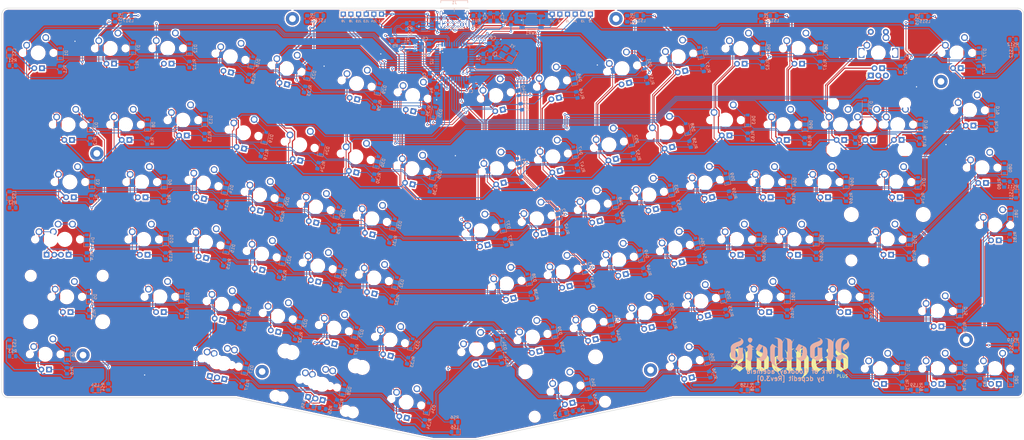
<source format=kicad_pcb>
(kicad_pcb (version 20171130) (host pcbnew "(5.1.9-0-10_14)")
  (title_block (title "Adelheid Plus") (rev 2.0) (company dcpedit))
  (layers (0 F.Cu signal) (31 B.Cu signal) (34 B.Paste user) (35 F.Paste user) (36 B.SilkS user) (37 F.SilkS user) (38 B.Mask user) (39 F.Mask user) (44 Edge.Cuts user))
  (net 0 "")
  (net 1 GND)
  (net 2 XTAL1)
  (net 3 XTAL2)
  (net 4 VCC)
  (net 5 "Net-(C4-Pad1)")
  (net 6 "Net-(D1-Pad2)")
  (net 7 /row0)
  (net 8 /row1)
  (net 9 "Net-(D2-Pad2)")
  (net 10 "Net-(D3-Pad2)")
  (net 11 /row2)
  (net 12 /row3)
  (net 13 "Net-(D4-Pad2)")
  (net 14 "Net-(D5-Pad2)")
  (net 15 /row4)
  (net 16 "Net-(D6-Pad2)")
  (net 17 "Net-(D7-Pad2)")
  (net 18 "Net-(D8-Pad2)")
  (net 19 "Net-(D9-Pad2)")
  (net 20 "Net-(D10-Pad2)")
  (net 21 "Net-(D11-Pad2)")
  (net 22 "Net-(D12-Pad2)")
  (net 23 "Net-(D13-Pad2)")
  (net 24 "Net-(D14-Pad2)")
  (net 25 "Net-(D15-Pad2)")
  (net 26 "Net-(D16-Pad2)")
  (net 27 "Net-(D17-Pad2)")
  (net 28 "Net-(D18-Pad2)")
  (net 29 "Net-(D19-Pad2)")
  (net 30 "Net-(D20-Pad2)")
  (net 31 "Net-(D21-Pad2)")
  (net 32 "Net-(D22-Pad2)")
  (net 33 "Net-(D23-Pad2)")
  (net 34 "Net-(D24-Pad2)")
  (net 35 "Net-(D25-Pad2)")
  (net 36 "Net-(D26-Pad2)")
  (net 37 "Net-(D27-Pad2)")
  (net 38 "Net-(D28-Pad2)")
  (net 39 "Net-(D29-Pad2)")
  (net 40 "Net-(D30-Pad2)")
  (net 41 "Net-(D31-Pad2)")
  (net 42 "Net-(D32-Pad2)")
  (net 43 "Net-(D33-Pad2)")
  (net 44 "Net-(D34-Pad2)")
  (net 45 "Net-(D35-Pad2)")
  (net 46 "Net-(D36-Pad2)")
  (net 47 "Net-(D37-Pad2)")
  (net 48 "Net-(D38-Pad2)")
  (net 49 "Net-(D39-Pad2)")
  (net 50 "Net-(D40-Pad2)")
  (net 51 "Net-(D41-Pad2)")
  (net 52 "Net-(D42-Pad2)")
  (net 53 "Net-(D43-Pad2)")
  (net 54 "Net-(D44-Pad2)")
  (net 55 "Net-(D45-Pad2)")
  (net 56 "Net-(D46-Pad2)")
  (net 57 "Net-(D47-Pad2)")
  (net 58 "Net-(D48-Pad2)")
  (net 59 "Net-(D49-Pad2)")
  (net 60 "Net-(D50-Pad2)")
  (net 61 "Net-(D51-Pad2)")
  (net 62 "Net-(D52-Pad2)")
  (net 63 "Net-(D53-Pad2)")
  (net 64 "Net-(D54-Pad2)")
  (net 65 "Net-(D55-Pad2)")
  (net 66 "Net-(D56-Pad2)")
  (net 67 "Net-(D57-Pad2)")
  (net 68 "Net-(D58-Pad2)")
  (net 69 "Net-(D59-Pad2)")
  (net 70 "Net-(D60-Pad2)")
  (net 71 "Net-(D61-Pad2)")
  (net 72 "Net-(D62-Pad2)")
  (net 73 "Net-(D63-Pad2)")
  (net 74 "Net-(D64-Pad2)")
  (net 75 "Net-(D65-Pad2)")
  (net 76 "Net-(D66-Pad2)")
  (net 77 "Net-(D67-Pad2)")
  (net 78 /MISO)
  (net 79 /SCK)
  (net 80 /MOSI)
  (net 81 /~RES~)
  (net 82 /PF4)
  (net 83 /PF5)
  (net 84 D+)
  (net 85 D-)
  (net 86 "Net-(R4-Pad1)")
  (net 87 /col0)
  (net 88 /col1)
  (net 89 /col2)
  (net 90 /col3)
  (net 91 /col4)
  (net 92 /col5)
  (net 93 /col6)
  (net 94 /col8)
  (net 95 /col9)
  (net 96 /col10)
  (net 97 /col11)
  (net 98 /col12)
  (net 99 /col13)
  (net 100 "Net-(U1-Pad3)")
  (net 101 "Net-(U1-Pad1)")
  (net 102 "Net-(U2-Pad42)")
  (net 103 "Net-(D68-Pad2)")
  (net 104 /row5)
  (net 105 "Net-(D69-Pad2)")
  (net 106 "Net-(D70-Pad2)")
  (net 107 "Net-(D71-Pad2)")
  (net 108 "Net-(D72-Pad2)")
  (net 109 "Net-(D73-Pad2)")
  (net 110 "Net-(D74-Pad2)")
  (net 111 "Net-(D75-Pad2)")
  (net 112 "Net-(D76-Pad2)")
  (net 113 "Net-(D77-Pad2)")
  (net 114 "Net-(D78-Pad2)")
  (net 115 "Net-(D79-Pad2)")
  (net 116 "Net-(D80-Pad2)")
  (net 117 "Net-(D81-Pad2)")
  (net 118 "Net-(D82-Pad2)")
  (net 119 "Net-(MX1-Pad4)")
  (net 120 "Net-(MX2-Pad4)")
  (net 121 "Net-(MX3-Pad4)")
  (net 122 "Net-(MX4-Pad4)")
  (net 123 "Net-(MX5-Pad4)")
  (net 124 "Net-(MX6-Pad4)")
  (net 125 "Net-(MX7-Pad4)")
  (net 126 "Net-(MX8-Pad4)")
  (net 127 "Net-(MX9-Pad4)")
  (net 128 "Net-(MX10-Pad4)")
  (net 129 "Net-(MX11-Pad4)")
  (net 130 "Net-(MX12-Pad4)")
  (net 131 "Net-(MX13-Pad4)")
  (net 132 "Net-(MX14-Pad4)")
  (net 133 "Net-(MX15-Pad4)")
  (net 134 "Net-(MX16-Pad4)")
  (net 135 "Net-(MX17-Pad4)")
  (net 136 "Net-(MX18-Pad4)")
  (net 137 "Net-(MX19-Pad4)")
  (net 138 "Net-(MX20-Pad4)")
  (net 139 "Net-(MX21-Pad4)")
  (net 140 "Net-(MX22-Pad4)")
  (net 141 "Net-(MX23-Pad4)")
  (net 142 "Net-(MX24-Pad4)")
  (net 143 "Net-(MX25-Pad4)")
  (net 144 "Net-(MX26-Pad4)")
  (net 145 "Net-(MX27-Pad4)")
  (net 146 "Net-(MX28-Pad4)")
  (net 147 "Net-(MX29-Pad4)")
  (net 148 "Net-(MX30-Pad4)")
  (net 149 "Net-(MX31-Pad4)")
  (net 150 "Net-(MX32-Pad4)")
  (net 151 "Net-(MX33-Pad4)")
  (net 152 "Net-(MX34-Pad4)")
  (net 153 "Net-(MX35-Pad4)")
  (net 154 "Net-(MX36-Pad4)")
  (net 155 "Net-(MX37-Pad4)")
  (net 156 "Net-(MX38-Pad4)")
  (net 157 "Net-(MX39-Pad4)")
  (net 158 "Net-(MX40-Pad4)")
  (net 159 "Net-(MX41-Pad4)")
  (net 160 "Net-(MX42-Pad4)")
  (net 161 "Net-(MX43-Pad4)")
  (net 162 "Net-(MX44-Pad4)")
  (net 163 "Net-(MX45-Pad4)")
  (net 164 "Net-(MX46-Pad4)")
  (net 165 "Net-(MX47-Pad4)")
  (net 166 "Net-(MX48-Pad4)")
  (net 167 "Net-(MX49-Pad4)")
  (net 168 "Net-(MX50-Pad4)")
  (net 169 "Net-(MX51-Pad4)")
  (net 170 "Net-(MX52-Pad4)")
  (net 171 "Net-(MX53-Pad4)")
  (net 172 "Net-(MX54-Pad4)")
  (net 173 "Net-(MX55-Pad4)")
  (net 174 "Net-(MX56-Pad4)")
  (net 175 "Net-(MX57-Pad4)")
  (net 176 "Net-(MX58-Pad4)")
  (net 177 "Net-(MX59-Pad4)")
  (net 178 "Net-(MX60-Pad4)")
  (net 179 "Net-(MX61-Pad4)")
  (net 180 "Net-(MX62-Pad4)")
  (net 181 "Net-(MX63-Pad4)")
  (net 182 "Net-(MX64-Pad4)")
  (net 183 "Net-(MX65-Pad4)")
  (net 184 "Net-(MX66-Pad4)")
  (net 185 "Net-(MX67-Pad4)")
  (net 186 "Net-(MX68-Pad4)")
  (net 187 "Net-(MX69-Pad4)")
  (net 188 "Net-(MX70-Pad4)")
  (net 189 "Net-(MX71-Pad4)")
  (net 190 "Net-(MX72-Pad4)")
  (net 191 "Net-(MX73-Pad4)")
  (net 192 "Net-(MX74-Pad4)")
  (net 193 "Net-(MX75-Pad4)")
  (net 194 "Net-(MX76-Pad4)")
  (net 195 "Net-(MX77-Pad4)")
  (net 196 "Net-(MX78-Pad4)")
  (net 197 "Net-(MX79-Pad4)")
  (net 198 "Net-(MX80-Pad4)")
  (net 199 "Net-(MX81-Pad4)")
  (net 200 "Net-(MX82-Pad4)")
  (net 201 /ledGND)
  (net 202 "Net-(Q1-Pad1)")
  (net 203 "Net-(R5-Pad1)")
  (net 204 "Net-(LS1-Pad1)")
  (net 205 "Net-(LS2-Pad1)")
  (net 206 "Net-(LS3-Pad1)")
  (net 207 "Net-(LS4-Pad1)")
  (net 208 "Net-(LS5-Pad1)")
  (net 209 "Net-(LS6-Pad1)")
  (net 210 "Net-(LS7-Pad1)")
  (net 211 "Net-(LS8-Pad1)")
  (net 212 "Net-(LS9-Pad1)")
  (net 213 "Net-(LS10-Pad1)")
  (net 214 "Net-(LS11-Pad1)")
  (net 215 "Net-(LS12-Pad1)")
  (net 216 "Net-(LS13-Pad1)")
  (net 217 "Net-(LS14-Pad1)")
  (net 218 "Net-(LS15-Pad1)")
  (net 219 "Net-(LS16-Pad1)")
  (net 220 "Net-(LS17-Pad1)")
  (net 221 "Net-(D34_1-Pad2)")
  (net 222 "Net-(MX34_1-Pad4)")
  (net 223 "Net-(J1-PadA5)")
  (net 224 "Net-(J1-PadA6)")
  (net 225 "Net-(J1-PadA7)")
  (net 226 "Net-(J1-PadA8)")
  (net 227 "Net-(J1-PadB8)")
  (net 228 "Net-(J1-PadB5)")
  (module ai03-MX_only:MXOnly-2U-ReversedStabilizers (layer F.Cu) (at 131.6355 149.2631 348)
    (fp_text reference MX28)
    (fp_text value MX-LED)
    (pad "" np_thru_hole circle (at 11.938 -8.255 348) (size 3.9878 3.9878) (drill 3.9878) (layers *.Cu *.Mask))
    (pad "" np_thru_hole circle (at -11.938 -8.255 348) (size 3.9878 3.9878) (drill 3.9878) (layers *.Cu *.Mask))
    (pad "" np_thru_hole circle (at 11.938 6.985 348) (size 3.048 3.048) (drill 3.048) (layers *.Cu *.Mask))
    (pad "" np_thru_hole circle (at -11.938 6.985 348) (size 3.048 3.048) (drill 3.048) (layers *.Cu *.Mask))
    (pad "" np_thru_hole circle (at 5.08 0 36.0996) (size 1.75 1.75) (drill 1.75) (layers *.Cu *.Mask))
    (pad "" np_thru_hole circle (at -5.08 0 36.0996) (size 1.75 1.75) (drill 1.75) (layers *.Cu *.Mask))
    (pad 4 thru_hole rect (at 1.27 5.08 348) (size 1.905 1.905) (drill 1.04) (layers *.Cu B.Mask) (net 146 "Net-(MX28-Pad4)"))
    (pad 3 thru_hole circle (at -1.27 5.08 348) (size 1.905 1.905) (drill 1.04) (layers *.Cu B.Mask) (net 4 VCC))
    (pad 1 thru_hole circle (at -3.81 -2.54 348) (size 2.25 2.25) (drill 1.47) (layers *.Cu B.Mask) (net 91 /col4))
    (pad "" np_thru_hole circle (at 0 0 348) (size 3.9878 3.9878) (drill 3.9878) (layers *.Cu *.Mask))
    (pad 2 thru_hole circle (at 2.54 -5.08 348) (size 2.25 2.25) (drill 1.47) (layers *.Cu B.Mask) (net 38 "Net-(D28-Pad2)"))
  )
  (module ai03-MX_only:MXOnly-2.25U-ReversedStabilizers (layer F.Cu) (at 129.31394 148.7678 348)
    (fp_text reference MX28.225)
    (fp_text value MX-LED)
    (pad "" np_thru_hole circle (at 11.938 -8.255 348) (size 3.9878 3.9878) (drill 3.9878) (layers *.Cu *.Mask))
    (pad "" np_thru_hole circle (at -11.938 -8.255 348) (size 3.9878 3.9878) (drill 3.9878) (layers *.Cu *.Mask))
    (pad "" np_thru_hole circle (at 11.938 6.985 348) (size 3.048 3.048) (drill 3.048) (layers *.Cu *.Mask))
    (pad "" np_thru_hole circle (at -11.938 6.985 348) (size 3.048 3.048) (drill 3.048) (layers *.Cu *.Mask))
    (pad "" np_thru_hole circle (at 5.08 0 36.0996) (size 1.75 1.75) (drill 1.75) (layers *.Cu *.Mask))
    (pad "" np_thru_hole circle (at -5.08 0 36.0996) (size 1.75 1.75) (drill 1.75) (layers *.Cu *.Mask))
    (pad 4 thru_hole rect (at -1.27 5.08 348) (size 1.905 1.905) (drill 1.04) (layers *.Cu B.Mask) (net 146 "Net-(MX28-Pad4)"))
    (pad 3 thru_hole circle (at 1.27 5.08 348) (size 1.905 1.905) (drill 1.04) (layers *.Cu B.Mask) (net 4 VCC))
    (pad 1 thru_hole circle (at -3.81 -2.54 348) (size 2.25 2.25) (drill 1.47) (layers *.Cu B.Mask) (net 91 /col4))
    (pad "" np_thru_hole circle (at 0 0 348) (size 3.9878 3.9878) (drill 3.9878) (layers *.Cu *.Mask))
    (pad 2 thru_hole circle (at 2.54 -5.08 348) (size 2.25 2.25) (drill 1.47) (layers *.Cu B.Mask) (net 38 "Net-(D28-Pad2)"))
  )
  (module ai03-MX_only:MXOnly-1.25U (layer F.Cu) (at 96.6978 141.82852 348)
    (fp_text reference MX17.125)
    (fp_text value MX-LED)
    (pad "" np_thru_hole circle (at 5.08 0 36.0996) (size 1.75 1.75) (drill 1.75) (layers *.Cu *.Mask))
    (pad "" np_thru_hole circle (at -5.08 0 36.0996) (size 1.75 1.75) (drill 1.75) (layers *.Cu *.Mask))
    (pad 4 thru_hole rect (at -1.27 5.08 348) (size 1.905 1.905) (drill 1.04) (layers *.Cu B.Mask) (net 135 "Net-(MX17-Pad4)"))
    (pad 3 thru_hole circle (at 1.27 5.08 348) (size 1.905 1.905) (drill 1.04) (layers *.Cu B.Mask) (net 4 VCC))
    (pad 1 thru_hole circle (at -3.81 -2.54 348) (size 2.25 2.25) (drill 1.47) (layers *.Cu B.Mask) (net 89 /col2))
    (pad "" np_thru_hole circle (at 0 0 348) (size 3.9878 3.9878) (drill 3.9878) (layers *.Cu *.Mask))
    (pad 2 thru_hole circle (at 2.54 -5.08 348) (size 2.25 2.25) (drill 1.47) (layers *.Cu B.Mask) (net 27 "Net-(D17-Pad2)"))
  )
  (module Keebio-Parts:RotaryEncoder_EC11 (layer F.Cu) (at 316.2554 39.2938 90)
    (fp_text reference RE_SW1)
    (fp_text value Rotary_Encoder_Switch)
    (pad S1 thru_hole circle (at 7 2.5 90) (size 2 2) (drill 1) (layers *.Cu *.Mask) (net 108 "Net-(D72-Pad2)"))
    (pad S2 thru_hole circle (at 7 -2.5 90) (size 2 2) (drill 1) (layers *.Cu *.Mask) (net 99 /col13))
    (pad "" np_thru_hole rect (at 0 5.6 90) (size 3.2 2) (drill oval 2.8 1.5) (layers *.Cu *.Mask))
    (pad "" np_thru_hole rect (at 0 -5.6 90) (size 3.2 2) (drill oval 2.8 1.5) (layers *.Cu *.Mask))
    (pad B thru_hole circle (at -7.5 2.5 90) (size 2 2) (drill 1) (layers *.Cu *.Mask) (net 83 /PF5))
    (pad C thru_hole circle (at -7.5 0 90) (size 2 2) (drill 1) (layers *.Cu *.Mask) (net 1 GND))
    (pad A thru_hole rect (at -7.5 -2.5 90) (size 2 2) (drill 1) (layers *.Cu *.Mask) (net 82 /PF4))
  )
  (module Resistor_SMD:R_0805_2012Metric_Pad1.20x1.40mm_HandSolder (layer B.Cu) (at 182.88 29.21)
    (fp_text reference RU2 (at 0 1.65) (layer B.SilkS) (effects (justify mirror)))
    (fp_text value 5.1K)
    (pad 2 smd roundrect (at 1 0) (size 1.2 1.4) (layers B.Cu B.Paste B.Mask) (roundrect_rratio 0.2083325) (net 1 GND))
    (pad 1 smd roundrect (at -1 0) (size 1.2 1.4) (layers B.Cu B.Paste B.Mask) (roundrect_rratio 0.2083325) (net 228 "Net-(J1-PadB5)"))
  )
  (module Resistor_SMD:R_0805_2012Metric_Pad1.20x1.40mm_HandSolder (layer B.Cu) (at 182.864 26.924)
    (fp_text reference RU1 (at 0 1.65) (layer B.SilkS) (effects (justify mirror)))
    (fp_text value 5.1K)
    (pad 2 smd roundrect (at 1 0) (size 1.2 1.4) (layers B.Cu B.Paste B.Mask) (roundrect_rratio 0.2083325) (net 1 GND))
    (pad 1 smd roundrect (at -1 0) (size 1.2 1.4) (layers B.Cu B.Paste B.Mask) (roundrect_rratio 0.2083325) (net 223 "Net-(J1-PadA5)"))
  )
  (module Type-C:USB_C_GCT_USB4085 (layer B.Cu) (at 175.5267 24.435)
    (fp_text reference J1 (at 0 -1.85) (layer B.SilkS) (effects (justify mirror)))
    (fp_text value USB_C_Receptacle_USB2.0)
    (pad A5 thru_hole circle (at -1.275 6.1) (size 0.65 0.65) (drill 0.4) (layers *.Cu *.Mask) (net 223 "Net-(J1-PadA5)"))
    (pad A1 thru_hole circle (at -2.975 6.1) (size 0.65 0.65) (drill 0.4) (layers *.Cu *.Mask) (net 1 GND))
    (pad A4 thru_hole circle (at -2.125 6.1) (size 0.65 0.65) (drill 0.4) (layers *.Cu *.Mask) (net 4 VCC))
    (pad A6 thru_hole circle (at -0.425 6.1) (size 0.65 0.65) (drill 0.4) (layers *.Cu *.Mask) (net 224 "Net-(J1-PadA6)"))
    (pad A7 thru_hole circle (at 0.425 6.1) (size 0.65 0.65) (drill 0.4) (layers *.Cu *.Mask) (net 225 "Net-(J1-PadA7)"))
    (pad A8 thru_hole circle (at 1.275 6.1) (size 0.65 0.65) (drill 0.4) (layers *.Cu *.Mask) (net 226 "Net-(J1-PadA8)"))
    (pad A9 thru_hole circle (at 2.125 6.1) (size 0.65 0.65) (drill 0.4) (layers *.Cu *.Mask) (net 4 VCC))
    (pad A12 thru_hole circle (at 2.975 6.1) (size 0.65 0.65) (drill 0.4) (layers *.Cu *.Mask) (net 1 GND))
    (pad B12 thru_hole circle (at -2.975 4.775) (size 0.65 0.65) (drill 0.4) (layers *.Cu *.Mask) (net 1 GND))
    (pad B9 thru_hole circle (at -2.12 4.775) (size 0.65 0.65) (drill 0.4) (layers *.Cu *.Mask) (net 4 VCC))
    (pad B8 thru_hole circle (at -1.27 4.775) (size 0.65 0.65) (drill 0.4) (layers *.Cu *.Mask) (net 227 "Net-(J1-PadB8)"))
    (pad B7 thru_hole circle (at -0.42 4.775) (size 0.65 0.65) (drill 0.4) (layers *.Cu *.Mask) (net 225 "Net-(J1-PadA7)"))
    (pad B6 thru_hole circle (at 0.43 4.775) (size 0.65 0.65) (drill 0.4) (layers *.Cu *.Mask) (net 224 "Net-(J1-PadA6)"))
    (pad B5 thru_hole circle (at 1.28 4.775) (size 0.65 0.65) (drill 0.4) (layers *.Cu *.Mask) (net 228 "Net-(J1-PadB5)"))
    (pad B4 thru_hole circle (at 2.13 4.775) (size 0.65 0.65) (drill 0.4) (layers *.Cu *.Mask) (net 4 VCC))
    (pad B1 thru_hole circle (at 2.98 4.775) (size 0.65 0.65) (drill 0.4) (layers *.Cu *.Mask) (net 1 GND))
    (pad S1 thru_hole oval (at -4.325 5.12) (size 0.9 2.4) (drill oval 0.6 2.1) (layers *.Cu *.Mask) (net 1 GND))
    (pad S1 thru_hole oval (at 4.325 5.12) (size 0.9 2.4) (drill oval 0.6 2.1) (layers *.Cu *.Mask) (net 1 GND))
    (pad S1 thru_hole oval (at -4.325 1.74) (size 0.9 1.7) (drill oval 0.6 1.4) (layers *.Cu *.Mask) (net 1 GND))
    (pad S1 thru_hole oval (at 4.325 1.74) (size 0.9 1.7) (drill oval 0.6 1.4) (layers *.Cu *.Mask) (net 1 GND))
  )
  (module ai03-MX_only:MXOnly-1U (layer F.Cu) (at 182.85123 137.545449 12)
    (fp_text reference MX34_1)
    (fp_text value MX-LED)
    (pad "" np_thru_hole circle (at 5.08 0 60.0996) (size 1.75 1.75) (drill 1.75) (layers *.Cu *.Mask))
    (pad "" np_thru_hole circle (at -5.08 0 60.0996) (size 1.75 1.75) (drill 1.75) (layers *.Cu *.Mask))
    (pad 4 thru_hole rect (at 1.27 5.08 12) (size 1.905 1.905) (drill 1.04) (layers *.Cu B.Mask) (net 222 "Net-(MX34_1-Pad4)"))
    (pad 3 thru_hole circle (at -1.27 5.08 12) (size 1.905 1.905) (drill 1.04) (layers *.Cu B.Mask) (net 4 VCC))
    (pad 1 thru_hole circle (at -3.81 -2.54 12) (size 2.25 2.25) (drill 1.47) (layers *.Cu B.Mask) (net 93 /col6))
    (pad "" np_thru_hole circle (at 0 0 12) (size 3.9878 3.9878) (drill 3.9878) (layers *.Cu *.Mask))
    (pad 2 thru_hole circle (at 2.54 -5.08 12) (size 2.25 2.25) (drill 1.47) (layers *.Cu B.Mask) (net 221 "Net-(D34_1-Pad2)"))
  )
  (module ai03-MX_only:MXOnly-1U (layer F.Cu) (at 298.2976 82.1309)
    (fp_text reference MX69)
    (fp_text value MX-LED)
    (pad "" np_thru_hole circle (at 5.08 0 48.0996) (size 1.75 1.75) (drill 1.75) (layers *.Cu *.Mask))
    (pad "" np_thru_hole circle (at -5.08 0 48.0996) (size 1.75 1.75) (drill 1.75) (layers *.Cu *.Mask))
    (pad 4 thru_hole rect (at 1.27 5.08) (size 1.905 1.905) (drill 1.04) (layers *.Cu B.Mask) (net 187 "Net-(MX69-Pad4)"))
    (pad 3 thru_hole circle (at -1.27 5.08) (size 1.905 1.905) (drill 1.04) (layers *.Cu B.Mask) (net 4 VCC))
    (pad 1 thru_hole circle (at -3.81 -2.54) (size 2.25 2.25) (drill 1.47) (layers *.Cu B.Mask) (net 98 /col12))
    (pad "" np_thru_hole circle (at 0 0) (size 3.9878 3.9878) (drill 3.9878) (layers *.Cu *.Mask))
    (pad 2 thru_hole circle (at 2.54 -5.08) (size 2.25 2.25) (drill 1.47) (layers *.Cu B.Mask) (net 105 "Net-(D69-Pad2)"))
  )
  (module Resistor_SMD:R_0805_2012Metric_Pad1.20x1.40mm_HandSolder (layer B.Cu) (at 191.145386 141.258128 102)
    (fp_text reference RL34_1 (at 0 1.65 102) (layer B.SilkS) (effects (justify mirror)))
    (fp_text value R)
    (pad 2 smd roundrect (at 1 0 102) (size 1.2 1.4) (layers B.Cu B.Paste B.Mask) (roundrect_rratio 0.2083325) (net 201 /ledGND))
    (pad 1 smd roundrect (at -1 0 102) (size 1.2 1.4) (layers B.Cu B.Paste B.Mask) (roundrect_rratio 0.2083325) (net 222 "Net-(MX34_1-Pad4)"))
  )
  (module ai03-MX_only:MXOnly-2U (layer F.Cu) (at 313.182 63.0809)
    (fp_text reference MX78_1)
    (fp_text value MX-LED)
    (pad 2 thru_hole circle (at 2.54 -5.08) (size 2.25 2.25) (drill 1.47) (layers *.Cu B.Mask) (net 114 "Net-(D78-Pad2)"))
    (pad "" np_thru_hole circle (at 0 0) (size 3.9878 3.9878) (drill 3.9878) (layers *.Cu *.Mask))
    (pad 1 thru_hole circle (at -3.81 -2.54) (size 2.25 2.25) (drill 1.47) (layers *.Cu B.Mask) (net 78 /MISO))
    (pad 3 thru_hole circle (at -1.27 5.08) (size 1.905 1.905) (drill 1.04) (layers *.Cu B.Mask) (net 4 VCC))
    (pad 4 thru_hole rect (at 1.27 5.08) (size 1.905 1.905) (drill 1.04) (layers *.Cu B.Mask) (net 196 "Net-(MX78-Pad4)"))
    (pad "" np_thru_hole circle (at -5.08 0 48.0996) (size 1.75 1.75) (drill 1.75) (layers *.Cu *.Mask))
    (pad "" np_thru_hole circle (at 5.08 0 48.0996) (size 1.75 1.75) (drill 1.75) (layers *.Cu *.Mask))
    (pad "" np_thru_hole circle (at -11.938 -6.985) (size 3.048 3.048) (drill 3.048) (layers *.Cu *.Mask))
    (pad "" np_thru_hole circle (at 11.938 -6.985) (size 3.048 3.048) (drill 3.048) (layers *.Cu *.Mask))
    (pad "" np_thru_hole circle (at -11.938 8.255) (size 3.9878 3.9878) (drill 3.9878) (layers *.Cu *.Mask))
    (pad "" np_thru_hole circle (at 11.938 8.255) (size 3.9878 3.9878) (drill 3.9878) (layers *.Cu *.Mask))
  )
  (module Diode_SMD:D_SOD-123 (layer B.Cu) (at 190.036385 136.040688 102)
    (fp_text reference D34_1 (at 0 2 102) (layer B.SilkS) (effects (justify mirror)))
    (fp_text value D)
    (pad 2 smd rect (at 1.65 0 102) (size 0.9 1.2) (layers B.Cu B.Paste B.Mask) (net 221 "Net-(D34_1-Pad2)"))
    (pad 1 smd rect (at -1.65 0 102) (size 0.9 1.2) (layers B.Cu B.Paste B.Mask) (net 104 /row5))
  )
  (module adelheid:adelheid-logo (layer B.Cu) (at 286.766 139.065 180)
    (fp_text reference " G2" hide)
    (fp_text value LOGO hide)
  )
  (module adelheid:adelheid-logo (layer F.Cu) (at 286.766 142.621)
    (fp_text reference G1 hide)
    (fp_text value LOGO hide)
  )
  (module Resistor_SMD:R_0805_2012Metric_Pad1.15x1.40mm_HandSolder (layer B.Cu) (at 62.992 27.949 90)
    (fp_text reference RS17 (at 0 1.65 -90) (layer B.SilkS) (effects (justify mirror)))
    (fp_text value R)
    (pad 2 smd roundrect (at 1.025 0 90) (size 1.15 1.4) (layers B.Cu B.Paste B.Mask) (roundrect_rratio 0.2173904347826087) (net 220 "Net-(LS17-Pad1)"))
    (pad 1 smd roundrect (at -1.025 0 90) (size 1.15 1.4) (layers B.Cu B.Paste B.Mask) (roundrect_rratio 0.2173904347826087) (net 201 /ledGND))
  )
  (module Resistor_SMD:R_0805_2012Metric_Pad1.15x1.40mm_HandSolder (layer B.Cu) (at 126.746 27.94 90)
    (fp_text reference RS16 (at 0 1.65 -90) (layer B.SilkS) (effects (justify mirror)))
    (fp_text value R)
    (pad 2 smd roundrect (at 1.025 0 90) (size 1.15 1.4) (layers B.Cu B.Paste B.Mask) (roundrect_rratio 0.2173904347826087) (net 219 "Net-(LS16-Pad1)"))
    (pad 1 smd roundrect (at -1.025 0 90) (size 1.15 1.4) (layers B.Cu B.Paste B.Mask) (roundrect_rratio 0.2173904347826087) (net 201 /ledGND))
  )
  (module Resistor_SMD:R_0805_2012Metric_Pad1.15x1.40mm_HandSolder (layer B.Cu) (at 327.415 28.194 90)
    (fp_text reference RS15 (at 0 1.65 270) (layer B.SilkS) (effects (justify mirror)))
    (fp_text value R)
    (pad 2 smd roundrect (at 1.025 0 90) (size 1.15 1.4) (layers B.Cu B.Paste B.Mask) (roundrect_rratio 0.2173904347826087) (net 218 "Net-(LS15-Pad1)"))
    (pad 1 smd roundrect (at -1.025 0 90) (size 1.15 1.4) (layers B.Cu B.Paste B.Mask) (roundrect_rratio 0.2173904347826087) (net 201 /ledGND))
  )
  (module Resistor_SMD:R_0805_2012Metric_Pad1.15x1.40mm_HandSolder (layer B.Cu) (at 277.368 27.94 90)
    (fp_text reference RS14 (at 0 1.65 270) (layer B.SilkS) (effects (justify mirror)))
    (fp_text value R)
    (pad 2 smd roundrect (at 1.025 0 90) (size 1.15 1.4) (layers B.Cu B.Paste B.Mask) (roundrect_rratio 0.2173904347826087) (net 217 "Net-(LS14-Pad1)"))
    (pad 1 smd roundrect (at -1.025 0 90) (size 1.15 1.4) (layers B.Cu B.Paste B.Mask) (roundrect_rratio 0.2173904347826087) (net 201 /ledGND))
  )
  (module Resistor_SMD:R_0805_2012Metric_Pad1.15x1.40mm_HandSolder (layer B.Cu) (at 232.918 27.94 90)
    (fp_text reference RS13 (at 0 1.65 270) (layer B.SilkS) (effects (justify mirror)))
    (fp_text value R)
    (pad 2 smd roundrect (at 1.025 0 90) (size 1.15 1.4) (layers B.Cu B.Paste B.Mask) (roundrect_rratio 0.2173904347826087) (net 216 "Net-(LS13-Pad1)"))
    (pad 1 smd roundrect (at -1.025 0 90) (size 1.15 1.4) (layers B.Cu B.Paste B.Mask) (roundrect_rratio 0.2173904347826087) (net 201 /ledGND))
  )
  (module Resistor_SMD:R_0805_2012Metric_Pad1.15x1.40mm_HandSolder (layer B.Cu) (at 360.925 34.798)
    (fp_text reference RS12 (at 0 1.65 180) (layer B.SilkS) (effects (justify mirror)))
    (fp_text value R)
    (pad 2 smd roundrect (at 1.025 0) (size 1.15 1.4) (layers B.Cu B.Paste B.Mask) (roundrect_rratio 0.2173904347826087) (net 215 "Net-(LS12-Pad1)"))
    (pad 1 smd roundrect (at -1.025 0) (size 1.15 1.4) (layers B.Cu B.Paste B.Mask) (roundrect_rratio 0.2173904347826087) (net 201 /ledGND))
  )
  (module Resistor_SMD:R_0805_2012Metric_Pad1.15x1.40mm_HandSolder (layer B.Cu) (at 360.925 82.042)
    (fp_text reference RS11 (at 0 1.65 180) (layer B.SilkS) (effects (justify mirror)))
    (fp_text value R)
    (pad 2 smd roundrect (at 1.025 0) (size 1.15 1.4) (layers B.Cu B.Paste B.Mask) (roundrect_rratio 0.2173904347826087) (net 214 "Net-(LS11-Pad1)"))
    (pad 1 smd roundrect (at -1.025 0) (size 1.15 1.4) (layers B.Cu B.Paste B.Mask) (roundrect_rratio 0.2173904347826087) (net 201 /ledGND))
  )
  (module Resistor_SMD:R_0805_2012Metric_Pad1.15x1.40mm_HandSolder (layer B.Cu) (at 360.925 132.842)
    (fp_text reference RS10 (at 0 1.65 180) (layer B.SilkS) (effects (justify mirror)))
    (fp_text value R)
    (pad 2 smd roundrect (at 1.025 0) (size 1.15 1.4) (layers B.Cu B.Paste B.Mask) (roundrect_rratio 0.2173904347826087) (net 213 "Net-(LS10-Pad1)"))
    (pad 1 smd roundrect (at -1.025 0) (size 1.15 1.4) (layers B.Cu B.Paste B.Mask) (roundrect_rratio 0.2173904347826087) (net 201 /ledGND))
  )
  (module Resistor_SMD:R_0805_2012Metric_Pad1.15x1.40mm_HandSolder (layer B.Cu) (at 332.232 150.105 270)
    (fp_text reference RS9 (at 0 1.65 270) (layer B.SilkS) (effects (justify mirror)))
    (fp_text value R)
    (pad 2 smd roundrect (at 1.025 0 270) (size 1.15 1.4) (layers B.Cu B.Paste B.Mask) (roundrect_rratio 0.2173904347826087) (net 212 "Net-(LS9-Pad1)"))
    (pad 1 smd roundrect (at -1.025 0 270) (size 1.15 1.4) (layers B.Cu B.Paste B.Mask) (roundrect_rratio 0.2173904347826087) (net 201 /ledGND))
  )
  (module Resistor_SMD:R_0805_2012Metric_Pad1.15x1.40mm_HandSolder (layer B.Cu) (at 276.098 150.114 270)
    (fp_text reference RS8 (at 0 1.65 270) (layer B.SilkS) (effects (justify mirror)))
    (fp_text value R)
    (pad 2 smd roundrect (at 1.025 0 270) (size 1.15 1.4) (layers B.Cu B.Paste B.Mask) (roundrect_rratio 0.2173904347826087) (net 211 "Net-(LS8-Pad1)"))
    (pad 1 smd roundrect (at -1.025 0 270) (size 1.15 1.4) (layers B.Cu B.Paste B.Mask) (roundrect_rratio 0.2173904347826087) (net 201 /ledGND))
  )
  (module Resistor_SMD:R_0805_2012Metric_Pad1.15x1.40mm_HandSolder (layer B.Cu) (at 215.9 157.988 192)
    (fp_text reference RS7 (at -2.341665 0.021613 -78) (layer B.SilkS) (effects (justify mirror)))
    (fp_text value R)
    (pad 2 smd roundrect (at 1.025 0 192) (size 1.15 1.4) (layers B.Cu B.Paste B.Mask) (roundrect_rratio 0.2173904347826087) (net 210 "Net-(LS7-Pad1)"))
    (pad 1 smd roundrect (at -1.025 0 192) (size 1.15 1.4) (layers B.Cu B.Paste B.Mask) (roundrect_rratio 0.2173904347826087) (net 201 /ledGND))
  )
  (module Resistor_SMD:R_0805_2012Metric_Pad1.15x1.40mm_HandSolder (layer B.Cu) (at 175.65 161.798)
    (fp_text reference RS6 (at 0.009 -1.524 180) (layer B.SilkS) (effects (justify mirror)))
    (fp_text value R)
    (pad 2 smd roundrect (at 1.025 0) (size 1.15 1.4) (layers B.Cu B.Paste B.Mask) (roundrect_rratio 0.2173904347826087) (net 209 "Net-(LS6-Pad1)"))
    (pad 1 smd roundrect (at -1.025 0) (size 1.15 1.4) (layers B.Cu B.Paste B.Mask) (roundrect_rratio 0.2173904347826087) (net 201 /ledGND))
  )
  (module Resistor_SMD:R_0805_2012Metric_Pad1.15x1.40mm_HandSolder (layer B.Cu) (at 131.839399 157.288203 168)
    (fp_text reference RS5 (at -2.564075 0.089255 78) (layer B.SilkS) (effects (justify mirror)))
    (fp_text value R)
    (pad 2 smd roundrect (at 1.025 0 168) (size 1.15 1.4) (layers B.Cu B.Paste B.Mask) (roundrect_rratio 0.2173904347826087) (net 208 "Net-(LS5-Pad1)"))
    (pad 1 smd roundrect (at -1.025 0 168) (size 1.15 1.4) (layers B.Cu B.Paste B.Mask) (roundrect_rratio 0.2173904347826087) (net 201 /ledGND))
  )
  (module Resistor_SMD:R_0805_2012Metric_Pad1.15x1.40mm_HandSolder (layer B.Cu) (at 60.706 150.105 270)
    (fp_text reference RS4 (at 0 1.65 270) (layer B.SilkS) (effects (justify mirror)))
    (fp_text value R)
    (pad 2 smd roundrect (at 1.025 0 270) (size 1.15 1.4) (layers B.Cu B.Paste B.Mask) (roundrect_rratio 0.2173904347826087) (net 207 "Net-(LS4-Pad1)"))
    (pad 1 smd roundrect (at -1.025 0 270) (size 1.15 1.4) (layers B.Cu B.Paste B.Mask) (roundrect_rratio 0.2173904347826087) (net 201 /ledGND))
  )
  (module Resistor_SMD:R_0805_2012Metric_Pad1.15x1.40mm_HandSolder (layer B.Cu) (at 28.965 139.954 180)
    (fp_text reference RS3 (at 0 1.65 180) (layer B.SilkS) (effects (justify mirror)))
    (fp_text value R)
    (pad 2 smd roundrect (at 1.025 0 180) (size 1.15 1.4) (layers B.Cu B.Paste B.Mask) (roundrect_rratio 0.2173904347826087) (net 206 "Net-(LS3-Pad1)"))
    (pad 1 smd roundrect (at -1.025 0 180) (size 1.15 1.4) (layers B.Cu B.Paste B.Mask) (roundrect_rratio 0.2173904347826087) (net 201 /ledGND))
  )
  (module Resistor_SMD:R_0805_2012Metric_Pad1.15x1.40mm_HandSolder (layer B.Cu) (at 28.965 90.678 180)
    (fp_text reference RS2 (at 0 1.65 180) (layer B.SilkS) (effects (justify mirror)))
    (fp_text value R)
    (pad 2 smd roundrect (at 1.025 0 180) (size 1.15 1.4) (layers B.Cu B.Paste B.Mask) (roundrect_rratio 0.2173904347826087) (net 205 "Net-(LS2-Pad1)"))
    (pad 1 smd roundrect (at -1.025 0 180) (size 1.15 1.4) (layers B.Cu B.Paste B.Mask) (roundrect_rratio 0.2173904347826087) (net 201 /ledGND))
  )
  (module Resistor_SMD:R_0805_2012Metric_Pad1.15x1.40mm_HandSolder (layer B.Cu) (at 28.965 43.434 180)
    (fp_text reference RS1 (at 0 1.65 180) (layer B.SilkS) (effects (justify mirror)))
    (fp_text value R)
    (pad 2 smd roundrect (at 1.025 0 180) (size 1.15 1.4) (layers B.Cu B.Paste B.Mask) (roundrect_rratio 0.2173904347826087) (net 204 "Net-(LS1-Pad1)"))
    (pad 1 smd roundrect (at -1.025 0 180) (size 1.15 1.4) (layers B.Cu B.Paste B.Mask) (roundrect_rratio 0.2173904347826087) (net 201 /ledGND))
  )
  (module LED_SMD:LED_0805_2012Metric_Pad1.15x1.40mm_HandSolder (layer B.Cu) (at 67.31 26.924)
    (fp_text reference LS17 (at 0 1.65 180) (layer B.SilkS) (effects (justify mirror)))
    (fp_text value LED)
    (pad 2 smd roundrect (at 1.025 0) (size 1.15 1.4) (layers B.Cu B.Paste B.Mask) (roundrect_rratio 0.2173904347826087) (net 4 VCC))
    (pad 1 smd roundrect (at -1.025 0) (size 1.15 1.4) (layers B.Cu B.Paste B.Mask) (roundrect_rratio 0.2173904347826087) (net 220 "Net-(LS17-Pad1)"))
  )
  (module LED_SMD:LED_0805_2012Metric_Pad1.15x1.40mm_HandSolder (layer B.Cu) (at 131.064 26.915)
    (fp_text reference LS16 (at 0 1.65 180) (layer B.SilkS) (effects (justify mirror)))
    (fp_text value LED)
    (pad 2 smd roundrect (at 1.025 0) (size 1.15 1.4) (layers B.Cu B.Paste B.Mask) (roundrect_rratio 0.2173904347826087) (net 4 VCC))
    (pad 1 smd roundrect (at -1.025 0) (size 1.15 1.4) (layers B.Cu B.Paste B.Mask) (roundrect_rratio 0.2173904347826087) (net 219 "Net-(LS16-Pad1)"))
  )
  (module LED_SMD:LED_0805_2012Metric_Pad1.15x1.40mm_HandSolder (layer B.Cu) (at 331.724 27.178)
    (fp_text reference LS15 (at 0 1.65 180) (layer B.SilkS) (effects (justify mirror)))
    (fp_text value LED)
    (pad 2 smd roundrect (at 1.025 0) (size 1.15 1.4) (layers B.Cu B.Paste B.Mask) (roundrect_rratio 0.2173904347826087) (net 4 VCC))
    (pad 1 smd roundrect (at -1.025 0) (size 1.15 1.4) (layers B.Cu B.Paste B.Mask) (roundrect_rratio 0.2173904347826087) (net 218 "Net-(LS15-Pad1)"))
  )
  (module LED_SMD:LED_0805_2012Metric_Pad1.15x1.40mm_HandSolder (layer B.Cu) (at 281.432 26.924)
    (fp_text reference LS14 (at 0 1.65 180) (layer B.SilkS) (effects (justify mirror)))
    (fp_text value LED)
    (pad 2 smd roundrect (at 1.025 0) (size 1.15 1.4) (layers B.Cu B.Paste B.Mask) (roundrect_rratio 0.2173904347826087) (net 4 VCC))
    (pad 1 smd roundrect (at -1.025 0) (size 1.15 1.4) (layers B.Cu B.Paste B.Mask) (roundrect_rratio 0.2173904347826087) (net 217 "Net-(LS14-Pad1)"))
  )
  (module LED_SMD:LED_0805_2012Metric_Pad1.15x1.40mm_HandSolder (layer B.Cu) (at 237.227 26.924)
    (fp_text reference LS13 (at 0 1.65 180) (layer B.SilkS) (effects (justify mirror)))
    (fp_text value LED)
    (pad 2 smd roundrect (at 1.025 0) (size 1.15 1.4) (layers B.Cu B.Paste B.Mask) (roundrect_rratio 0.2173904347826087) (net 4 VCC))
    (pad 1 smd roundrect (at -1.025 0) (size 1.15 1.4) (layers B.Cu B.Paste B.Mask) (roundrect_rratio 0.2173904347826087) (net 216 "Net-(LS13-Pad1)"))
  )
  (module LED_SMD:LED_0805_2012Metric_Pad1.15x1.40mm_HandSolder (layer B.Cu) (at 361.95 39.116 270)
    (fp_text reference LS12 (at 0 1.65 270) (layer B.SilkS) (effects (justify mirror)))
    (fp_text value LED)
    (pad 2 smd roundrect (at 1.025 0 270) (size 1.15 1.4) (layers B.Cu B.Paste B.Mask) (roundrect_rratio 0.2173904347826087) (net 4 VCC))
    (pad 1 smd roundrect (at -1.025 0 270) (size 1.15 1.4) (layers B.Cu B.Paste B.Mask) (roundrect_rratio 0.2173904347826087) (net 215 "Net-(LS12-Pad1)"))
  )
  (module LED_SMD:LED_0805_2012Metric_Pad1.15x1.40mm_HandSolder (layer B.Cu) (at 361.95 86.369 270)
    (fp_text reference LS11 (at 0 1.65 270) (layer B.SilkS) (effects (justify mirror)))
    (fp_text value LED)
    (pad 2 smd roundrect (at 1.025 0 270) (size 1.15 1.4) (layers B.Cu B.Paste B.Mask) (roundrect_rratio 0.2173904347826087) (net 4 VCC))
    (pad 1 smd roundrect (at -1.025 0 270) (size 1.15 1.4) (layers B.Cu B.Paste B.Mask) (roundrect_rratio 0.2173904347826087) (net 214 "Net-(LS11-Pad1)"))
  )
  (module LED_SMD:LED_0805_2012Metric_Pad1.15x1.40mm_HandSolder (layer B.Cu) (at 361.95 137.169 270)
    (fp_text reference LS10 (at 0 1.65 270) (layer B.SilkS) (effects (justify mirror)))
    (fp_text value LED)
    (pad 2 smd roundrect (at 1.025 0 270) (size 1.15 1.4) (layers B.Cu B.Paste B.Mask) (roundrect_rratio 0.2173904347826087) (net 4 VCC))
    (pad 1 smd roundrect (at -1.025 0 270) (size 1.15 1.4) (layers B.Cu B.Paste B.Mask) (roundrect_rratio 0.2173904347826087) (net 213 "Net-(LS10-Pad1)"))
  )
  (module LED_SMD:LED_0805_2012Metric_Pad1.15x1.40mm_HandSolder (layer B.Cu) (at 328.159 151.13 180)
    (fp_text reference LS9 (at 0 1.65 180) (layer B.SilkS) (effects (justify mirror)))
    (fp_text value LED)
    (pad 2 smd roundrect (at 1.025 0 180) (size 1.15 1.4) (layers B.Cu B.Paste B.Mask) (roundrect_rratio 0.2173904347826087) (net 4 VCC))
    (pad 1 smd roundrect (at -1.025 0 180) (size 1.15 1.4) (layers B.Cu B.Paste B.Mask) (roundrect_rratio 0.2173904347826087) (net 212 "Net-(LS9-Pad1)"))
  )
  (module LED_SMD:LED_0805_2012Metric_Pad1.15x1.40mm_HandSolder (layer B.Cu) (at 271.78 151.13 180)
    (fp_text reference LS8 (at 0 1.65 180) (layer B.SilkS) (effects (justify mirror)))
    (fp_text value LED)
    (pad 2 smd roundrect (at 1.025 0 180) (size 1.15 1.4) (layers B.Cu B.Paste B.Mask) (roundrect_rratio 0.2173904347826087) (net 4 VCC))
    (pad 1 smd roundrect (at -1.025 0 180) (size 1.15 1.4) (layers B.Cu B.Paste B.Mask) (roundrect_rratio 0.2173904347826087) (net 211 "Net-(LS8-Pad1)"))
  )
  (module LED_SMD:LED_0805_2012Metric_Pad1.15x1.40mm_HandSolder (layer B.Cu) (at 211.582 159.004 192)
    (fp_text reference LS7 (at 2.590114 0.031197 -78) (layer B.SilkS) (effects (justify mirror)))
    (fp_text value LED)
    (pad 2 smd roundrect (at 1.025 0 192) (size 1.15 1.4) (layers B.Cu B.Paste B.Mask) (roundrect_rratio 0.2173904347826087) (net 4 VCC))
    (pad 1 smd roundrect (at -1.025 0 192) (size 1.15 1.4) (layers B.Cu B.Paste B.Mask) (roundrect_rratio 0.2173904347826087) (net 210 "Net-(LS7-Pad1)"))
  )
  (module LED_SMD:LED_0805_2012Metric_Pad1.15x1.40mm_HandSolder (layer B.Cu) (at 175.65 165.1 180)
    (fp_text reference LS6 (at 0 1.65 180) (layer B.SilkS) (effects (justify mirror)))
    (fp_text value LED)
    (pad 2 smd roundrect (at 1.025 0 180) (size 1.15 1.4) (layers B.Cu B.Paste B.Mask) (roundrect_rratio 0.2173904347826087) (net 4 VCC))
    (pad 1 smd roundrect (at -1.025 0 180) (size 1.15 1.4) (layers B.Cu B.Paste B.Mask) (roundrect_rratio 0.2173904347826087) (net 209 "Net-(LS6-Pad1)"))
  )
  (module LED_SMD:LED_0805_2012Metric_Pad1.15x1.40mm_HandSolder (layer B.Cu) (at 127.775399 156.504891 168)
    (fp_text reference LS5 (at 2.363272 0.058824 78) (layer B.SilkS) (effects (justify mirror)))
    (fp_text value LED)
    (pad 2 smd roundrect (at 1.025 0 168) (size 1.15 1.4) (layers B.Cu B.Paste B.Mask) (roundrect_rratio 0.2173904347826087) (net 4 VCC))
    (pad 1 smd roundrect (at -1.025 0 168) (size 1.15 1.4) (layers B.Cu B.Paste B.Mask) (roundrect_rratio 0.2173904347826087) (net 208 "Net-(LS5-Pad1)"))
  )
  (module LED_SMD:LED_0805_2012Metric_Pad1.15x1.40mm_HandSolder (layer B.Cu) (at 56.379 151.13 180)
    (fp_text reference LS4 (at 0 1.65 180) (layer B.SilkS) (effects (justify mirror)))
    (fp_text value LED)
    (pad 2 smd roundrect (at 1.025 0 180) (size 1.15 1.4) (layers B.Cu B.Paste B.Mask) (roundrect_rratio 0.2173904347826087) (net 4 VCC))
    (pad 1 smd roundrect (at -1.025 0 180) (size 1.15 1.4) (layers B.Cu B.Paste B.Mask) (roundrect_rratio 0.2173904347826087) (net 207 "Net-(LS4-Pad1)"))
  )
  (module LED_SMD:LED_0805_2012Metric_Pad1.15x1.40mm_HandSolder (layer B.Cu) (at 27.94 135.645 90)
    (fp_text reference LS3 (at 0 1.65 -90) (layer B.SilkS) (effects (justify mirror)))
    (fp_text value LED)
    (pad 2 smd roundrect (at 1.025 0 90) (size 1.15 1.4) (layers B.Cu B.Paste B.Mask) (roundrect_rratio 0.2173904347826087) (net 4 VCC))
    (pad 1 smd roundrect (at -1.025 0 90) (size 1.15 1.4) (layers B.Cu B.Paste B.Mask) (roundrect_rratio 0.2173904347826087) (net 206 "Net-(LS3-Pad1)"))
  )
  (module LED_SMD:LED_0805_2012Metric_Pad1.15x1.40mm_HandSolder (layer B.Cu) (at 27.94 86.369 90)
    (fp_text reference LS2 (at 0 1.65 -90) (layer B.SilkS) (effects (justify mirror)))
    (fp_text value LED)
    (pad 2 smd roundrect (at 1.025 0 90) (size 1.15 1.4) (layers B.Cu B.Paste B.Mask) (roundrect_rratio 0.2173904347826087) (net 4 VCC))
    (pad 1 smd roundrect (at -1.025 0 90) (size 1.15 1.4) (layers B.Cu B.Paste B.Mask) (roundrect_rratio 0.2173904347826087) (net 205 "Net-(LS2-Pad1)"))
  )
  (module LED_SMD:LED_0805_2012Metric_Pad1.15x1.40mm_HandSolder (layer B.Cu) (at 27.94 39.125 90)
    (fp_text reference LS1 (at 0 1.65 -90) (layer B.SilkS) (effects (justify mirror)))
    (fp_text value LED)
    (pad 2 smd roundrect (at 1.025 0 90) (size 1.15 1.4) (layers B.Cu B.Paste B.Mask) (roundrect_rratio 0.2173904347826087) (net 4 VCC))
    (pad 1 smd roundrect (at -1.025 0 90) (size 1.15 1.4) (layers B.Cu B.Paste B.Mask) (roundrect_rratio 0.2173904347826087) (net 204 "Net-(LS1-Pad1)"))
  )
  (module ai03-MX_only:MXOnly-1U (layer F.Cu) (at 189.3189 53.4162 12)
    (fp_text reference MX40)
    (fp_text value MX-LED)
    (pad "" np_thru_hole circle (at 5.08 0 60.0996) (size 1.75 1.75) (drill 1.75) (layers *.Cu *.Mask))
    (pad "" np_thru_hole circle (at -5.08 0 60.0996) (size 1.75 1.75) (drill 1.75) (layers *.Cu *.Mask))
    (pad 4 thru_hole rect (at 1.27 5.08 12) (size 1.905 1.905) (drill 1.04) (layers *.Cu B.Mask) (net 158 "Net-(MX40-Pad4)"))
    (pad 3 thru_hole circle (at -1.27 5.08 12) (size 1.905 1.905) (drill 1.04) (layers *.Cu B.Mask) (net 4 VCC))
    (pad 1 thru_hole circle (at -3.81 -2.54 12) (size 2.25 2.25) (drill 1.47) (layers *.Cu B.Mask) (net 79 /SCK))
    (pad "" np_thru_hole circle (at 0 0 12) (size 3.9878 3.9878) (drill 3.9878) (layers *.Cu *.Mask))
    (pad 2 thru_hole circle (at 2.54 -5.08 12) (size 2.25 2.25) (drill 1.47) (layers *.Cu B.Mask) (net 50 "Net-(D40-Pad2)"))
  )
  (module ai03-MX_only:MXOnly-2.25U-ReversedStabilizers (layer F.Cu) (at 319.2399 101.1809)
    (fp_text reference MX70)
    (fp_text value MX-LED)
    (pad "" np_thru_hole circle (at 11.938 -8.255) (size 3.9878 3.9878) (drill 3.9878) (layers *.Cu *.Mask))
    (pad "" np_thru_hole circle (at -11.938 -8.255) (size 3.9878 3.9878) (drill 3.9878) (layers *.Cu *.Mask))
    (pad "" np_thru_hole circle (at 11.938 6.985) (size 3.048 3.048) (drill 3.048) (layers *.Cu *.Mask))
    (pad "" np_thru_hole circle (at -11.938 6.985) (size 3.048 3.048) (drill 3.048) (layers *.Cu *.Mask))
    (pad "" np_thru_hole circle (at 5.08 0 48.0996) (size 1.75 1.75) (drill 1.75) (layers *.Cu *.Mask))
    (pad "" np_thru_hole circle (at -5.08 0 48.0996) (size 1.75 1.75) (drill 1.75) (layers *.Cu *.Mask))
    (pad 4 thru_hole rect (at 1.27 5.08) (size 1.905 1.905) (drill 1.04) (layers *.Cu B.Mask) (net 188 "Net-(MX70-Pad4)"))
    (pad 3 thru_hole circle (at -1.27 5.08) (size 1.905 1.905) (drill 1.04) (layers *.Cu B.Mask) (net 4 VCC))
    (pad 1 thru_hole circle (at -3.81 -2.54) (size 2.25 2.25) (drill 1.47) (layers *.Cu B.Mask) (net 98 /col12))
    (pad "" np_thru_hole circle (at 0 0) (size 3.9878 3.9878) (drill 3.9878) (layers *.Cu *.Mask))
    (pad 2 thru_hole circle (at 2.54 -5.08) (size 2.25 2.25) (drill 1.47) (layers *.Cu B.Mask) (net 106 "Net-(D70-Pad2)"))
  )
  (module ai03-MX_only:MXOnly-1.75U-FLIPPED (layer F.Cu) (at 41.5163 101.1809)
    (fp_text reference MX4_1)
    (fp_text value MX-LED hide)
    (pad "" np_thru_hole circle (at 5.08 0 48.0996) (size 1.75 1.75) (drill 1.75) (layers *.Cu *.Mask))
    (pad "" np_thru_hole circle (at -5.08 0 48.0996) (size 1.75 1.75) (drill 1.75) (layers *.Cu *.Mask))
    (pad 4 thru_hole rect (at -1.27 5.08) (size 1.905 1.905) (drill 1.04) (layers *.Cu B.Mask) (net 122 "Net-(MX4-Pad4)"))
    (pad 3 thru_hole circle (at 1.27 5.08) (size 1.905 1.905) (drill 1.04) (layers *.Cu B.Mask) (net 4 VCC))
    (pad 1 thru_hole circle (at -3.81 -2.54) (size 2.25 2.25) (drill 1.47) (layers *.Cu B.Mask) (net 87 /col0))
    (pad "" np_thru_hole circle (at 0 0) (size 3.9878 3.9878) (drill 3.9878) (layers *.Cu *.Mask))
    (pad 2 thru_hole circle (at 2.54 -5.08) (size 2.25 2.25) (drill 1.47) (layers *.Cu B.Mask) (net 13 "Net-(D4-Pad2)"))
  )
  (module ai03-MX_only:MXOnly-1.5U (layer F.Cu) (at 47.9806 82.1436)
    (fp_text reference MX3)
    (fp_text value MX-LED)
    (pad "" np_thru_hole circle (at 5.08 0 48.0996) (size 1.75 1.75) (drill 1.75) (layers *.Cu *.Mask))
    (pad "" np_thru_hole circle (at -5.08 0 48.0996) (size 1.75 1.75) (drill 1.75) (layers *.Cu *.Mask))
    (pad 4 thru_hole rect (at 1.27 5.08) (size 1.905 1.905) (drill 1.04) (layers *.Cu B.Mask) (net 121 "Net-(MX3-Pad4)"))
    (pad 3 thru_hole circle (at -1.27 5.08) (size 1.905 1.905) (drill 1.04) (layers *.Cu B.Mask) (net 4 VCC))
    (pad 1 thru_hole circle (at -3.81 -2.54) (size 2.25 2.25) (drill 1.47) (layers *.Cu B.Mask) (net 87 /col0))
    (pad "" np_thru_hole circle (at 0 0) (size 3.9878 3.9878) (drill 3.9878) (layers *.Cu *.Mask))
    (pad 2 thru_hole circle (at 2.54 -5.08) (size 2.25 2.25) (drill 1.47) (layers *.Cu B.Mask) (net 10 "Net-(D3-Pad2)"))
  )
  (module ai03-MX_only:MXOnly-1.5U (layer F.Cu) (at 252.0315 142.3035 12)
    (fp_text reference MX56)
    (fp_text value MX-LED)
    (pad "" np_thru_hole circle (at 5.08 0 60.0996) (size 1.75 1.75) (drill 1.75) (layers *.Cu *.Mask))
    (pad "" np_thru_hole circle (at -5.08 0 60.0996) (size 1.75 1.75) (drill 1.75) (layers *.Cu *.Mask))
    (pad 4 thru_hole rect (at 1.27 5.08 12) (size 1.905 1.905) (drill 1.04) (layers *.Cu B.Mask) (net 174 "Net-(MX56-Pad4)"))
    (pad 3 thru_hole circle (at -1.27 5.08 12) (size 1.905 1.905) (drill 1.04) (layers *.Cu B.Mask) (net 4 VCC))
    (pad 1 thru_hole circle (at -3.81 -2.54 12) (size 2.25 2.25) (drill 1.47) (layers *.Cu B.Mask) (net 95 /col9))
    (pad "" np_thru_hole circle (at 0 0 12) (size 3.9878 3.9878) (drill 3.9878) (layers *.Cu *.Mask))
    (pad 2 thru_hole circle (at 2.54 -5.08 12) (size 2.25 2.25) (drill 1.47) (layers *.Cu B.Mask) (net 66 "Net-(D56-Pad2)"))
  )
  (module ai03-MX_only:MXOnly-1.5U (layer F.Cu) (at 39.7764 139.2936)
    (fp_text reference MX6)
    (fp_text value MX-LED)
    (pad "" np_thru_hole circle (at 5.08 0 48.0996) (size 1.75 1.75) (drill 1.75) (layers *.Cu *.Mask))
    (pad "" np_thru_hole circle (at -5.08 0 48.0996) (size 1.75 1.75) (drill 1.75) (layers *.Cu *.Mask))
    (pad 4 thru_hole rect (at 1.27 5.08) (size 1.905 1.905) (drill 1.04) (layers *.Cu B.Mask) (net 124 "Net-(MX6-Pad4)"))
    (pad 3 thru_hole circle (at -1.27 5.08) (size 1.905 1.905) (drill 1.04) (layers *.Cu B.Mask) (net 4 VCC))
    (pad 1 thru_hole circle (at -3.81 -2.54) (size 2.25 2.25) (drill 1.47) (layers *.Cu B.Mask) (net 87 /col0))
    (pad "" np_thru_hole circle (at 0 0) (size 3.9878 3.9878) (drill 3.9878) (layers *.Cu *.Mask))
    (pad 2 thru_hole circle (at 2.54 -5.08) (size 2.25 2.25) (drill 1.47) (layers *.Cu B.Mask) (net 16 "Net-(D6-Pad2)"))
  )
  (module Resistor_SMD:R_0805_2012Metric_Pad1.15x1.40mm_HandSolder (layer B.Cu) (at 350.012 148.345 90)
    (fp_text reference RL82 (at 0 1.65 270) (layer B.SilkS) (effects (justify mirror)))
    (fp_text value R)
    (pad 2 smd roundrect (at 1.025 0 90) (size 1.15 1.4) (layers B.Cu B.Paste B.Mask) (roundrect_rratio 0.2173904347826087) (net 201 /ledGND))
    (pad 1 smd roundrect (at -1.025 0 90) (size 1.15 1.4) (layers B.Cu B.Paste B.Mask) (roundrect_rratio 0.2173904347826087) (net 200 "Net-(MX82-Pad4)"))
  )
  (module Resistor_SMD:R_0805_2012Metric_Pad1.15x1.40mm_HandSolder (layer B.Cu) (at 359.918 100.466 90)
    (fp_text reference RL81 (at 0 1.65 270) (layer B.SilkS) (effects (justify mirror)))
    (fp_text value R)
    (pad 2 smd roundrect (at 1.025 0 90) (size 1.15 1.4) (layers B.Cu B.Paste B.Mask) (roundrect_rratio 0.2173904347826087) (net 201 /ledGND))
    (pad 1 smd roundrect (at -1.025 0 90) (size 1.15 1.4) (layers B.Cu B.Paste B.Mask) (roundrect_rratio 0.2173904347826087) (net 199 "Net-(MX81-Pad4)"))
  )
  (module Resistor_SMD:R_0805_2012Metric_Pad1.15x1.40mm_HandSolder (layer B.Cu) (at 358.013 82.795 90)
    (fp_text reference RL80 (at 0 -1.651 270) (layer B.SilkS) (effects (justify mirror)))
    (fp_text value R)
    (pad 2 smd roundrect (at 1.025 0 90) (size 1.15 1.4) (layers B.Cu B.Paste B.Mask) (roundrect_rratio 0.2173904347826087) (net 201 /ledGND))
    (pad 1 smd roundrect (at -1.025 0 90) (size 1.15 1.4) (layers B.Cu B.Paste B.Mask) (roundrect_rratio 0.2173904347826087) (net 198 "Net-(MX80-Pad4)"))
  )
  (module Resistor_SMD:R_0805_2012Metric_Pad1.15x1.40mm_HandSolder (layer B.Cu) (at 353.822 63.745 90)
    (fp_text reference RL79 (at 0 1.65 270) (layer B.SilkS) (effects (justify mirror)))
    (fp_text value R)
    (pad 2 smd roundrect (at 1.025 0 90) (size 1.15 1.4) (layers B.Cu B.Paste B.Mask) (roundrect_rratio 0.2173904347826087) (net 201 /ledGND))
    (pad 1 smd roundrect (at -1.025 0 90) (size 1.15 1.4) (layers B.Cu B.Paste B.Mask) (roundrect_rratio 0.2173904347826087) (net 197 "Net-(MX79-Pad4)"))
  )
  (module Resistor_SMD:R_0805_2012Metric_Pad1.15x1.40mm_HandSolder (layer B.Cu) (at 329.946 68.571 90)
    (fp_text reference RL78 (at 0 1.65 270) (layer B.SilkS) (effects (justify mirror)))
    (fp_text value R)
    (pad 2 smd roundrect (at 1.025 0 90) (size 1.15 1.4) (layers B.Cu B.Paste B.Mask) (roundrect_rratio 0.2173904347826087) (net 201 /ledGND))
    (pad 1 smd roundrect (at -1.025 0 90) (size 1.15 1.4) (layers B.Cu B.Paste B.Mask) (roundrect_rratio 0.2173904347826087) (net 196 "Net-(MX78-Pad4)"))
  )
  (module Resistor_SMD:R_0805_2012Metric_Pad1.15x1.40mm_HandSolder (layer B.Cu) (at 349.631 44.713 90)
    (fp_text reference RL77 (at 0 1.65 270) (layer B.SilkS) (effects (justify mirror)))
    (fp_text value R)
    (pad 2 smd roundrect (at 1.025 0 90) (size 1.15 1.4) (layers B.Cu B.Paste B.Mask) (roundrect_rratio 0.2173904347826087) (net 201 /ledGND))
    (pad 1 smd roundrect (at -1.025 0 90) (size 1.15 1.4) (layers B.Cu B.Paste B.Mask) (roundrect_rratio 0.2173904347826087) (net 195 "Net-(MX77-Pad4)"))
  )
  (module Resistor_SMD:R_0805_2012Metric_Pad1.15x1.40mm_HandSolder (layer B.Cu) (at 343.154 149.47 90)
    (fp_text reference RL76 (at 0 1.65 270) (layer B.SilkS) (effects (justify mirror)))
    (fp_text value R)
    (pad 2 smd roundrect (at 1.025 0 90) (size 1.15 1.4) (layers B.Cu B.Paste B.Mask) (roundrect_rratio 0.2173904347826087) (net 201 /ledGND))
    (pad 1 smd roundrect (at -1.025 0 90) (size 1.15 1.4) (layers B.Cu B.Paste B.Mask) (roundrect_rratio 0.2173904347826087) (net 194 "Net-(MX76-Pad4)"))
  )
  (module Resistor_SMD:R_0805_2012Metric_Pad1.15x1.40mm_HandSolder (layer B.Cu) (at 343.281 130.42 90)
    (fp_text reference RL75 (at 0 1.65 270) (layer B.SilkS) (effects (justify mirror)))
    (fp_text value R)
    (pad 2 smd roundrect (at 1.025 0 90) (size 1.15 1.4) (layers B.Cu B.Paste B.Mask) (roundrect_rratio 0.2173904347826087) (net 201 /ledGND))
    (pad 1 smd roundrect (at -1.025 0 90) (size 1.15 1.4) (layers B.Cu B.Paste B.Mask) (roundrect_rratio 0.2173904347826087) (net 193 "Net-(MX75-Pad4)"))
  )
  (module Resistor_SMD:R_0805_2012Metric_Pad1.15x1.40mm_HandSolder (layer B.Cu) (at 329.438 87.494 90)
    (fp_text reference RL74 (at 0 1.65 270) (layer B.SilkS) (effects (justify mirror)))
    (fp_text value R)
    (pad 2 smd roundrect (at 1.025 0 90) (size 1.15 1.4) (layers B.Cu B.Paste B.Mask) (roundrect_rratio 0.2173904347826087) (net 201 /ledGND))
    (pad 1 smd roundrect (at -1.025 0 90) (size 1.15 1.4) (layers B.Cu B.Paste B.Mask) (roundrect_rratio 0.2173904347826087) (net 192 "Net-(MX74-Pad4)"))
  )
  (module Resistor_SMD:R_0805_2012Metric_Pad1.15x1.40mm_HandSolder (layer B.Cu) (at 308.61 68.335 90)
    (fp_text reference RL73 (at 0 1.65 270) (layer B.SilkS) (effects (justify mirror)))
    (fp_text value R)
    (pad 2 smd roundrect (at 1.025 0 90) (size 1.15 1.4) (layers B.Cu B.Paste B.Mask) (roundrect_rratio 0.2173904347826087) (net 201 /ledGND))
    (pad 1 smd roundrect (at -1.025 0 90) (size 1.15 1.4) (layers B.Cu B.Paste B.Mask) (roundrect_rratio 0.2173904347826087) (net 191 "Net-(MX73-Pad4)"))
  )
  (module Resistor_SMD:R_0805_2012Metric_Pad1.15x1.40mm_HandSolder (layer B.Cu) (at 323.596 44.695 90)
    (fp_text reference RL72 (at 0 1.65 270) (layer B.SilkS) (effects (justify mirror)))
    (fp_text value R)
    (pad 2 smd roundrect (at 1.025 0 90) (size 1.15 1.4) (layers B.Cu B.Paste B.Mask) (roundrect_rratio 0.2173904347826087) (net 201 /ledGND))
    (pad 1 smd roundrect (at -1.025 0 90) (size 1.15 1.4) (layers B.Cu B.Paste B.Mask) (roundrect_rratio 0.2173904347826087) (net 190 "Net-(MX72-Pad4)"))
  )
  (module Resistor_SMD:R_0805_2012Metric_Pad1.15x1.40mm_HandSolder (layer B.Cu) (at 324.231 149.47 90)
    (fp_text reference RL71 (at 0 1.65 270) (layer B.SilkS) (effects (justify mirror)))
    (fp_text value R)
    (pad 2 smd roundrect (at 1.025 0 90) (size 1.15 1.4) (layers B.Cu B.Paste B.Mask) (roundrect_rratio 0.2173904347826087) (net 201 /ledGND))
    (pad 1 smd roundrect (at -1.025 0 90) (size 1.15 1.4) (layers B.Cu B.Paste B.Mask) (roundrect_rratio 0.2173904347826087) (net 189 "Net-(MX71-Pad4)"))
  )
  (module Resistor_SMD:R_0805_2012Metric_Pad1.15x1.40mm_HandSolder (layer B.Cu) (at 326.517 106.544 90)
    (fp_text reference RL70 (at 0 1.65 270) (layer B.SilkS) (effects (justify mirror)))
    (fp_text value R)
    (pad 2 smd roundrect (at 1.025 0 90) (size 1.15 1.4) (layers B.Cu B.Paste B.Mask) (roundrect_rratio 0.2173904347826087) (net 201 /ledGND))
    (pad 1 smd roundrect (at -1.025 0 90) (size 1.15 1.4) (layers B.Cu B.Paste B.Mask) (roundrect_rratio 0.2173904347826087) (net 188 "Net-(MX70-Pad4)"))
  )
  (module Resistor_SMD:R_0805_2012Metric_Pad1.15x1.40mm_HandSolder (layer B.Cu) (at 305.562 87.494 90)
    (fp_text reference RL69 (at 0 1.65 270) (layer B.SilkS) (effects (justify mirror)))
    (fp_text value R)
    (pad 2 smd roundrect (at 1.025 0 90) (size 1.15 1.4) (layers B.Cu B.Paste B.Mask) (roundrect_rratio 0.2173904347826087) (net 201 /ledGND))
    (pad 1 smd roundrect (at -1.025 0 90) (size 1.15 1.4) (layers B.Cu B.Paste B.Mask) (roundrect_rratio 0.2173904347826087) (net 187 "Net-(MX69-Pad4)"))
  )
  (module Resistor_SMD:R_0805_2012Metric_Pad1.15x1.40mm_HandSolder (layer B.Cu) (at 291.846 68.444 90)
    (fp_text reference RL68 (at 0 1.65 270) (layer B.SilkS) (effects (justify mirror)))
    (fp_text value R)
    (pad 2 smd roundrect (at 1.025 0 90) (size 1.15 1.4) (layers B.Cu B.Paste B.Mask) (roundrect_rratio 0.2173904347826087) (net 201 /ledGND))
    (pad 1 smd roundrect (at -1.025 0 90) (size 1.15 1.4) (layers B.Cu B.Paste B.Mask) (roundrect_rratio 0.2173904347826087) (net 186 "Net-(MX68-Pad4)"))
  )
  (module Resistor_SMD:R_0805_2012Metric_Pad1.15x1.40mm_HandSolder (layer B.Cu) (at 296.926 43.189 90)
    (fp_text reference RL67 (at 0 1.65 270) (layer B.SilkS) (effects (justify mirror)))
    (fp_text value R)
    (pad 2 smd roundrect (at 1.025 0 90) (size 1.15 1.4) (layers B.Cu B.Paste B.Mask) (roundrect_rratio 0.2173904347826087) (net 201 /ledGND))
    (pad 1 smd roundrect (at -1.025 0 90) (size 1.15 1.4) (layers B.Cu B.Paste B.Mask) (roundrect_rratio 0.2173904347826087) (net 185 "Net-(MX67-Pad4)"))
  )
  (module Resistor_SMD:R_0805_2012Metric_Pad1.15x1.40mm_HandSolder (layer B.Cu) (at 312.293 125.594 90)
    (fp_text reference RL66 (at 0 1.65 270) (layer B.SilkS) (effects (justify mirror)))
    (fp_text value R)
    (pad 2 smd roundrect (at 1.025 0 90) (size 1.15 1.4) (layers B.Cu B.Paste B.Mask) (roundrect_rratio 0.2173904347826087) (net 201 /ledGND))
    (pad 1 smd roundrect (at -1.025 0 90) (size 1.15 1.4) (layers B.Cu B.Paste B.Mask) (roundrect_rratio 0.2173904347826087) (net 184 "Net-(MX66-Pad4)"))
  )
  (module Resistor_SMD:R_0805_2012Metric_Pad1.15x1.40mm_HandSolder (layer B.Cu) (at 295.656 106.553 90)
    (fp_text reference RL65 (at 0 1.65 270) (layer B.SilkS) (effects (justify mirror)))
    (fp_text value R)
    (pad 2 smd roundrect (at 1.025 0 90) (size 1.15 1.4) (layers B.Cu B.Paste B.Mask) (roundrect_rratio 0.2173904347826087) (net 201 /ledGND))
    (pad 1 smd roundrect (at -1.025 0 90) (size 1.15 1.4) (layers B.Cu B.Paste B.Mask) (roundrect_rratio 0.2173904347826087) (net 183 "Net-(MX65-Pad4)"))
  )
  (module Resistor_SMD:R_0805_2012Metric_Pad1.15x1.40mm_HandSolder (layer B.Cu) (at 286.512 87.512 90)
    (fp_text reference RL64 (at 0 1.65 270) (layer B.SilkS) (effects (justify mirror)))
    (fp_text value R)
    (pad 2 smd roundrect (at 1.025 0 90) (size 1.15 1.4) (layers B.Cu B.Paste B.Mask) (roundrect_rratio 0.2173904347826087) (net 201 /ledGND))
    (pad 1 smd roundrect (at -1.025 0 90) (size 1.15 1.4) (layers B.Cu B.Paste B.Mask) (roundrect_rratio 0.2173904347826087) (net 182 "Net-(MX64-Pad4)"))
  )
  (module Resistor_SMD:R_0805_2012Metric_Pad1.15x1.40mm_HandSolder (layer B.Cu) (at 272.923 66.92 90)
    (fp_text reference RL63 (at 0 1.65 270) (layer B.SilkS) (effects (justify mirror)))
    (fp_text value R)
    (pad 2 smd roundrect (at 1.025 0 90) (size 1.15 1.4) (layers B.Cu B.Paste B.Mask) (roundrect_rratio 0.2173904347826087) (net 201 /ledGND))
    (pad 1 smd roundrect (at -1.025 0 90) (size 1.15 1.4) (layers B.Cu B.Paste B.Mask) (roundrect_rratio 0.2173904347826087) (net 181 "Net-(MX63-Pad4)"))
  )
  (module Resistor_SMD:R_0805_2012Metric_Pad1.15x1.40mm_HandSolder (layer B.Cu) (at 277.876 43.18 90)
    (fp_text reference RL62 (at 0 1.65 270) (layer B.SilkS) (effects (justify mirror)))
    (fp_text value R)
    (pad 2 smd roundrect (at 1.025 0 90) (size 1.15 1.4) (layers B.Cu B.Paste B.Mask) (roundrect_rratio 0.2173904347826087) (net 201 /ledGND))
    (pad 1 smd roundrect (at -1.025 0 90) (size 1.15 1.4) (layers B.Cu B.Paste B.Mask) (roundrect_rratio 0.2173904347826087) (net 180 "Net-(MX62-Pad4)"))
  )
  (module Resistor_SMD:R_0805_2012Metric_Pad1.15x1.40mm_HandSolder (layer B.Cu) (at 286.004 125.594 90)
    (fp_text reference RL61 (at 0 1.65 270) (layer B.SilkS) (effects (justify mirror)))
    (fp_text value R)
    (pad 2 smd roundrect (at 1.025 0 90) (size 1.15 1.4) (layers B.Cu B.Paste B.Mask) (roundrect_rratio 0.2173904347826087) (net 201 /ledGND))
    (pad 1 smd roundrect (at -1.025 0 90) (size 1.15 1.4) (layers B.Cu B.Paste B.Mask) (roundrect_rratio 0.2173904347826087) (net 179 "Net-(MX61-Pad4)"))
  )
  (module Resistor_SMD:R_0805_2012Metric_Pad1.15x1.40mm_HandSolder (layer B.Cu) (at 276.606 106.544 90)
    (fp_text reference RL60 (at 0 1.65 270) (layer B.SilkS) (effects (justify mirror)))
    (fp_text value R)
    (pad 2 smd roundrect (at 1.025 0 90) (size 1.15 1.4) (layers B.Cu B.Paste B.Mask) (roundrect_rratio 0.2173904347826087) (net 201 /ledGND))
    (pad 1 smd roundrect (at -1.025 0 90) (size 1.15 1.4) (layers B.Cu B.Paste B.Mask) (roundrect_rratio 0.2173904347826087) (net 178 "Net-(MX60-Pad4)"))
  )
  (module Resistor_SMD:R_0805_2012Metric_Pad1.15x1.40mm_HandSolder (layer B.Cu) (at 266.913109 86.219601 102)
    (fp_text reference RL59 (at 0 1.65 282) (layer B.SilkS) (effects (justify mirror)))
    (fp_text value R)
    (pad 2 smd roundrect (at 1.025 0 102) (size 1.15 1.4) (layers B.Cu B.Paste B.Mask) (roundrect_rratio 0.2173904347826087) (net 201 /ledGND))
    (pad 1 smd roundrect (at -1.025 0 102) (size 1.15 1.4) (layers B.Cu B.Paste B.Mask) (roundrect_rratio 0.2173904347826087) (net 177 "Net-(MX59-Pad4)"))
  )
  (module Resistor_SMD:R_0805_2012Metric_Pad1.15x1.40mm_HandSolder (layer B.Cu) (at 253.786891 69.609399 102)
    (fp_text reference RL58 (at 0 1.65 282) (layer B.SilkS) (effects (justify mirror)))
    (fp_text value R)
    (pad 2 smd roundrect (at 1.025 0 102) (size 1.15 1.4) (layers B.Cu B.Paste B.Mask) (roundrect_rratio 0.2173904347826087) (net 201 /ledGND))
    (pad 1 smd roundrect (at -1.025 0 102) (size 1.15 1.4) (layers B.Cu B.Paste B.Mask) (roundrect_rratio 0.2173904347826087) (net 176 "Net-(MX58-Pad4)"))
  )
  (module Resistor_SMD:R_0805_2012Metric_Pad1.15x1.40mm_HandSolder (layer B.Cu) (at 258.104891 44.45 102)
    (fp_text reference RL57 (at 0 1.65 282) (layer B.SilkS) (effects (justify mirror)))
    (fp_text value R)
    (pad 2 smd roundrect (at 1.025 0 102) (size 1.15 1.4) (layers B.Cu B.Paste B.Mask) (roundrect_rratio 0.2173904347826087) (net 201 /ledGND))
    (pad 1 smd roundrect (at -1.025 0 102) (size 1.15 1.4) (layers B.Cu B.Paste B.Mask) (roundrect_rratio 0.2173904347826087) (net 175 "Net-(MX57-Pad4)"))
  )
  (module Resistor_SMD:R_0805_2012Metric_Pad1.15x1.40mm_HandSolder (layer B.Cu) (at 260.309109 146.036601 102)
    (fp_text reference RL56 (at 0 1.65 282) (layer B.SilkS) (effects (justify mirror)))
    (fp_text value R)
    (pad 2 smd roundrect (at 1.025 0 102) (size 1.15 1.4) (layers B.Cu B.Paste B.Mask) (roundrect_rratio 0.2173904347826087) (net 201 /ledGND))
    (pad 1 smd roundrect (at -1.025 0 102) (size 1.15 1.4) (layers B.Cu B.Paste B.Mask) (roundrect_rratio 0.2173904347826087) (net 174 "Net-(MX56-Pad4)"))
  )
  (module Resistor_SMD:R_0805_2012Metric_Pad1.15x1.40mm_HandSolder (layer B.Cu) (at 265.724891 125.362399 102)
    (fp_text reference RL55 (at 0 1.65 282) (layer B.SilkS) (effects (justify mirror)))
    (fp_text value R)
    (pad 2 smd roundrect (at 1.025 0 102) (size 1.15 1.4) (layers B.Cu B.Paste B.Mask) (roundrect_rratio 0.2173904347826087) (net 201 /ledGND))
    (pad 1 smd roundrect (at -1.025 0 102) (size 1.15 1.4) (layers B.Cu B.Paste B.Mask) (roundrect_rratio 0.2173904347826087) (net 173 "Net-(MX55-Pad4)"))
  )
  (module Resistor_SMD:R_0805_2012Metric_Pad1.15x1.40mm_HandSolder (layer B.Cu) (at 257.088891 107.836399 102)
    (fp_text reference RL54 (at 0 1.65 282) (layer B.SilkS) (effects (justify mirror)))
    (fp_text value R)
    (pad 2 smd roundrect (at 1.025 0 102) (size 1.15 1.4) (layers B.Cu B.Paste B.Mask) (roundrect_rratio 0.2173904347826087) (net 201 /ledGND))
    (pad 1 smd roundrect (at -1.025 0 102) (size 1.15 1.4) (layers B.Cu B.Paste B.Mask) (roundrect_rratio 0.2173904347826087) (net 172 "Net-(MX54-Pad4)"))
  )
  (module Resistor_SMD:R_0805_2012Metric_Pad1.15x1.40mm_HandSolder (layer B.Cu) (at 248.498109 90.156601 102)
    (fp_text reference RL53 (at 0 1.65 282) (layer B.SilkS) (effects (justify mirror)))
    (fp_text value R)
    (pad 2 smd roundrect (at 1.025 0 102) (size 1.15 1.4) (layers B.Cu B.Paste B.Mask) (roundrect_rratio 0.2173904347826087) (net 201 /ledGND))
    (pad 1 smd roundrect (at -1.025 0 102) (size 1.15 1.4) (layers B.Cu B.Paste B.Mask) (roundrect_rratio 0.2173904347826087) (net 171 "Net-(MX53-Pad4)"))
  )
  (module Resistor_SMD:R_0805_2012Metric_Pad1.15x1.40mm_HandSolder (layer B.Cu) (at 234.990891 73.546399 102)
    (fp_text reference RL52 (at 0 1.65 282) (layer B.SilkS) (effects (justify mirror)))
    (fp_text value R)
    (pad 2 smd roundrect (at 1.025 0 102) (size 1.15 1.4) (layers B.Cu B.Paste B.Mask) (roundrect_rratio 0.2173904347826087) (net 201 /ledGND))
    (pad 1 smd roundrect (at -1.025 0 102) (size 1.15 1.4) (layers B.Cu B.Paste B.Mask) (roundrect_rratio 0.2173904347826087) (net 170 "Net-(MX52-Pad4)"))
  )
  (module Resistor_SMD:R_0805_2012Metric_Pad1.15x1.40mm_HandSolder (layer B.Cu) (at 239.435891 48.400399 102)
    (fp_text reference RL51 (at 0 1.65 282) (layer B.SilkS) (effects (justify mirror)))
    (fp_text value R)
    (pad 2 smd roundrect (at 1.025 0 102) (size 1.15 1.4) (layers B.Cu B.Paste B.Mask) (roundrect_rratio 0.2173904347826087) (net 201 /ledGND))
    (pad 1 smd roundrect (at -1.025 0 102) (size 1.15 1.4) (layers B.Cu B.Paste B.Mask) (roundrect_rratio 0.2173904347826087) (net 169 "Net-(MX51-Pad4)"))
  )
  (module Resistor_SMD:R_0805_2012Metric_Pad1.15x1.40mm_HandSolder (layer B.Cu) (at 247.015 129.413 102)
    (fp_text reference RL50 (at 0 1.65 282) (layer B.SilkS) (effects (justify mirror)))
    (fp_text value R)
    (pad 2 smd roundrect (at 1.025 0 102) (size 1.15 1.4) (layers B.Cu B.Paste B.Mask) (roundrect_rratio 0.2173904347826087) (net 201 /ledGND))
    (pad 1 smd roundrect (at -1.025 0 102) (size 1.15 1.4) (layers B.Cu B.Paste B.Mask) (roundrect_rratio 0.2173904347826087) (net 168 "Net-(MX50-Pad4)"))
  )
  (module Resistor_SMD:R_0805_2012Metric_Pad1.15x1.40mm_HandSolder (layer B.Cu) (at 238.506 111.76 102)
    (fp_text reference RL49 (at 0 1.65 282) (layer B.SilkS) (effects (justify mirror)))
    (fp_text value R)
    (pad 2 smd roundrect (at 1.025 0 102) (size 1.15 1.4) (layers B.Cu B.Paste B.Mask) (roundrect_rratio 0.2173904347826087) (net 201 /ledGND))
    (pad 1 smd roundrect (at -1.025 0 102) (size 1.15 1.4) (layers B.Cu B.Paste B.Mask) (roundrect_rratio 0.2173904347826087) (net 167 "Net-(MX49-Pad4)"))
  )
  (module Resistor_SMD:R_0805_2012Metric_Pad1.15x1.40mm_HandSolder (layer B.Cu) (at 229.783891 94.120399 102)
    (fp_text reference RL48 (at 0 1.65 282) (layer B.SilkS) (effects (justify mirror)))
    (fp_text value R)
    (pad 2 smd roundrect (at 1.025 0 102) (size 1.15 1.4) (layers B.Cu B.Paste B.Mask) (roundrect_rratio 0.2173904347826087) (net 201 /ledGND))
    (pad 1 smd roundrect (at -1.025 0 102) (size 1.15 1.4) (layers B.Cu B.Paste B.Mask) (roundrect_rratio 0.2173904347826087) (net 166 "Net-(MX48-Pad4)"))
  )
  (module Resistor_SMD:R_0805_2012Metric_Pad1.15x1.40mm_HandSolder (layer B.Cu) (at 216.448891 77.483399 102)
    (fp_text reference RL47 (at 0 1.65 282) (layer B.SilkS) (effects (justify mirror)))
    (fp_text value R)
    (pad 2 smd roundrect (at 1.025 0 102) (size 1.15 1.4) (layers B.Cu B.Paste B.Mask) (roundrect_rratio 0.2173904347826087) (net 201 /ledGND))
    (pad 1 smd roundrect (at -1.025 0 102) (size 1.15 1.4) (layers B.Cu B.Paste B.Mask) (roundrect_rratio 0.2173904347826087) (net 165 "Net-(MX47-Pad4)"))
  )
  (module Resistor_SMD:R_0805_2012Metric_Pad1.15x1.40mm_HandSolder (layer B.Cu) (at 216.194891 53.226399 102)
    (fp_text reference RL46 (at 0 1.65 282) (layer B.SilkS) (effects (justify mirror)))
    (fp_text value R)
    (pad 2 smd roundrect (at 1.025 0 102) (size 1.15 1.4) (layers B.Cu B.Paste B.Mask) (roundrect_rratio 0.2173904347826087) (net 201 /ledGND))
    (pad 1 smd roundrect (at -1.025 0 102) (size 1.15 1.4) (layers B.Cu B.Paste B.Mask) (roundrect_rratio 0.2173904347826087) (net 164 "Net-(MX46-Pad4)"))
  )
  (module Resistor_SMD:R_0805_2012Metric_Pad1.15x1.40mm_HandSolder (layer B.Cu) (at 220.766891 154.572399 102)
    (fp_text reference RL45 (at 0 1.65 282) (layer B.SilkS) (effects (justify mirror)))
    (fp_text value R)
    (pad 2 smd roundrect (at 1.025 0 102) (size 1.15 1.4) (layers B.Cu B.Paste B.Mask) (roundrect_rratio 0.2173904347826087) (net 201 /ledGND))
    (pad 1 smd roundrect (at -1.025 0 102) (size 1.15 1.4) (layers B.Cu B.Paste B.Mask) (roundrect_rratio 0.2173904347826087) (net 163 "Net-(MX45-Pad4)"))
  )
  (module Resistor_SMD:R_0805_2012Metric_Pad1.15x1.40mm_HandSolder (layer B.Cu) (at 228.386891 133.363399 102)
    (fp_text reference RL44 (at 0 1.65 282) (layer B.SilkS) (effects (justify mirror)))
    (fp_text value R)
    (pad 2 smd roundrect (at 1.025 0 102) (size 1.15 1.4) (layers B.Cu B.Paste B.Mask) (roundrect_rratio 0.2173904347826087) (net 201 /ledGND))
    (pad 1 smd roundrect (at -1.025 0 102) (size 1.15 1.4) (layers B.Cu B.Paste B.Mask) (roundrect_rratio 0.2173904347826087) (net 162 "Net-(MX44-Pad4)"))
  )
  (module Resistor_SMD:R_0805_2012Metric_Pad1.15x1.40mm_HandSolder (layer B.Cu) (at 219.750891 115.837399 102)
    (fp_text reference RL43 (at 0 1.65 282) (layer B.SilkS) (effects (justify mirror)))
    (fp_text value R)
    (pad 2 smd roundrect (at 1.025 0 102) (size 1.15 1.4) (layers B.Cu B.Paste B.Mask) (roundrect_rratio 0.2173904347826087) (net 201 /ledGND))
    (pad 1 smd roundrect (at -1.025 0 102) (size 1.15 1.4) (layers B.Cu B.Paste B.Mask) (roundrect_rratio 0.2173904347826087) (net 161 "Net-(MX43-Pad4)"))
  )
  (module Resistor_SMD:R_0805_2012Metric_Pad1.15x1.40mm_HandSolder (layer B.Cu) (at 211.241891 98.057399 102)
    (fp_text reference RL42 (at 0 1.65 282) (layer B.SilkS) (effects (justify mirror)))
    (fp_text value R)
    (pad 2 smd roundrect (at 1.025 0 102) (size 1.15 1.4) (layers B.Cu B.Paste B.Mask) (roundrect_rratio 0.2173904347826087) (net 201 /ledGND))
    (pad 1 smd roundrect (at -1.025 0 102) (size 1.15 1.4) (layers B.Cu B.Paste B.Mask) (roundrect_rratio 0.2173904347826087) (net 160 "Net-(MX42-Pad4)"))
  )
  (module Resistor_SMD:R_0805_2012Metric_Pad1.15x1.40mm_HandSolder (layer B.Cu) (at 197.906891 81.420399 102)
    (fp_text reference RL41 (at 0 1.65 282) (layer B.SilkS) (effects (justify mirror)))
    (fp_text value R)
    (pad 2 smd roundrect (at 1.025 0 102) (size 1.15 1.4) (layers B.Cu B.Paste B.Mask) (roundrect_rratio 0.2173904347826087) (net 201 /ledGND))
    (pad 1 smd roundrect (at -1.025 0 102) (size 1.15 1.4) (layers B.Cu B.Paste B.Mask) (roundrect_rratio 0.2173904347826087) (net 159 "Net-(MX41-Pad4)"))
  )
  (module Resistor_SMD:R_0805_2012Metric_Pad1.15x1.40mm_HandSolder (layer B.Cu) (at 197.779891 57.163399 102)
    (fp_text reference RL40 (at 0 1.65 282) (layer B.SilkS) (effects (justify mirror)))
    (fp_text value R)
    (pad 2 smd roundrect (at 1.025 0 102) (size 1.15 1.4) (layers B.Cu B.Paste B.Mask) (roundrect_rratio 0.2173904347826087) (net 201 /ledGND))
    (pad 1 smd roundrect (at -1.025 0 102) (size 1.15 1.4) (layers B.Cu B.Paste B.Mask) (roundrect_rratio 0.2173904347826087) (net 158 "Net-(MX40-Pad4)"))
  )
  (module Resistor_SMD:R_0805_2012Metric_Pad1.15x1.40mm_HandSolder (layer B.Cu) (at 209.804 137.287 102)
    (fp_text reference RL39 (at 0 1.65 282) (layer B.SilkS) (effects (justify mirror)))
    (fp_text value R)
    (pad 2 smd roundrect (at 1.025 0 102) (size 1.15 1.4) (layers B.Cu B.Paste B.Mask) (roundrect_rratio 0.2173904347826087) (net 201 /ledGND))
    (pad 1 smd roundrect (at -1.025 0 102) (size 1.15 1.4) (layers B.Cu B.Paste B.Mask) (roundrect_rratio 0.2173904347826087) (net 157 "Net-(MX39-Pad4)"))
  )
  (module Resistor_SMD:R_0805_2012Metric_Pad1.15x1.40mm_HandSolder (layer B.Cu) (at 201.081891 119.774399 102)
    (fp_text reference RL38 (at 0 1.65 282) (layer B.SilkS) (effects (justify mirror)))
    (fp_text value R)
    (pad 2 smd roundrect (at 1.025 0 102) (size 1.15 1.4) (layers B.Cu B.Paste B.Mask) (roundrect_rratio 0.2173904347826087) (net 201 /ledGND))
    (pad 1 smd roundrect (at -1.025 0 102) (size 1.15 1.4) (layers B.Cu B.Paste B.Mask) (roundrect_rratio 0.2173904347826087) (net 156 "Net-(MX38-Pad4)"))
  )
  (module Resistor_SMD:R_0805_2012Metric_Pad1.15x1.40mm_HandSolder (layer B.Cu) (at 192.572891 101.994399 102)
    (fp_text reference RL37 (at 0 1.65 282) (layer B.SilkS) (effects (justify mirror)))
    (fp_text value R)
    (pad 2 smd roundrect (at 1.025 0 102) (size 1.15 1.4) (layers B.Cu B.Paste B.Mask) (roundrect_rratio 0.2173904347826087) (net 201 /ledGND))
    (pad 1 smd roundrect (at -1.025 0 102) (size 1.15 1.4) (layers B.Cu B.Paste B.Mask) (roundrect_rratio 0.2173904347826087) (net 155 "Net-(MX37-Pad4)"))
  )
  (module Resistor_SMD:R_0805_2012Metric_Pad1.15x1.40mm_HandSolder (layer B.Cu) (at 167.599109 84.341399 78)
    (fp_text reference RL36 (at 0 1.65 258) (layer B.SilkS) (effects (justify mirror)))
    (fp_text value R)
    (pad 2 smd roundrect (at 1.025 0 78) (size 1.15 1.4) (layers B.Cu B.Paste B.Mask) (roundrect_rratio 0.2173904347826087) (net 201 /ledGND))
    (pad 1 smd roundrect (at -1.025 0 78) (size 1.15 1.4) (layers B.Cu B.Paste B.Mask) (roundrect_rratio 0.2173904347826087) (net 154 "Net-(MX36-Pad4)"))
  )
  (module Resistor_SMD:R_0805_2012Metric_Pad1.15x1.40mm_HandSolder (layer B.Cu) (at 165.354 58.166 78)
    (fp_text reference RL35 (at 0 1.65 258) (layer B.SilkS) (effects (justify mirror)))
    (fp_text value R)
    (pad 2 smd roundrect (at 1.025 0 78) (size 1.15 1.4) (layers B.Cu B.Paste B.Mask) (roundrect_rratio 0.2173904347826087) (net 201 /ledGND))
    (pad 1 smd roundrect (at -1.025 0 78) (size 1.15 1.4) (layers B.Cu B.Paste B.Mask) (roundrect_rratio 0.2173904347826087) (net 153 "Net-(MX35-Pad4)"))
  )
  (module Resistor_SMD:R_0805_2012Metric_Pad1.15x1.40mm_HandSolder (layer B.Cu) (at 165.567109 162.065399 78)
    (fp_text reference RL34 (at 0 1.65 258) (layer B.SilkS) (effects (justify mirror)))
    (fp_text value R)
    (pad 2 smd roundrect (at 1.025 0 78) (size 1.15 1.4) (layers B.Cu B.Paste B.Mask) (roundrect_rratio 0.2173904347826087) (net 201 /ledGND))
    (pad 1 smd roundrect (at -1.025 0 78) (size 1.15 1.4) (layers B.Cu B.Paste B.Mask) (roundrect_rratio 0.2173904347826087) (net 152 "Net-(MX34-Pad4)"))
  )
  (module Resistor_SMD:R_0805_2012Metric_Pad1.15x1.40mm_HandSolder (layer B.Cu) (at 160.060891 141.464601 78)
    (fp_text reference RL33 (at 0 1.65 258) (layer B.SilkS) (effects (justify mirror)))
    (fp_text value R)
    (pad 2 smd roundrect (at 1.025 0 78) (size 1.15 1.4) (layers B.Cu B.Paste B.Mask) (roundrect_rratio 0.2173904347826087) (net 201 /ledGND))
    (pad 1 smd roundrect (at -1.025 0 78) (size 1.15 1.4) (layers B.Cu B.Paste B.Mask) (roundrect_rratio 0.2173904347826087) (net 151 "Net-(MX33-Pad4)"))
  )
  (module Resistor_SMD:R_0805_2012Metric_Pad1.15x1.40mm_HandSolder (layer B.Cu) (at 154.94 120.904 78)
    (fp_text reference RL32 (at 0 1.65 258) (layer B.SilkS) (effects (justify mirror)))
    (fp_text value R)
    (pad 2 smd roundrect (at 1.025 0 78) (size 1.15 1.4) (layers B.Cu B.Paste B.Mask) (roundrect_rratio 0.2173904347826087) (net 201 /ledGND))
    (pad 1 smd roundrect (at -1.025 0 78) (size 1.15 1.4) (layers B.Cu B.Paste B.Mask) (roundrect_rratio 0.2173904347826087) (net 150 "Net-(MX32-Pad4)"))
  )
  (module Resistor_SMD:R_0805_2012Metric_Pad1.15x1.40mm_HandSolder (layer B.Cu) (at 154.178 101.346 78)
    (fp_text reference RL31 (at 0 1.65 258) (layer B.SilkS) (effects (justify mirror)))
    (fp_text value R)
    (pad 2 smd roundrect (at 1.025 0 78) (size 1.15 1.4) (layers B.Cu B.Paste B.Mask) (roundrect_rratio 0.2173904347826087) (net 201 /ledGND))
    (pad 1 smd roundrect (at -1.025 0 78) (size 1.15 1.4) (layers B.Cu B.Paste B.Mask) (roundrect_rratio 0.2173904347826087) (net 149 "Net-(MX31-Pad4)"))
  )
  (module Resistor_SMD:R_0805_2012Metric_Pad1.15x1.40mm_HandSolder (layer B.Cu) (at 148.803109 80.531399 78)
    (fp_text reference RL30 (at 0 1.65 258) (layer B.SilkS) (effects (justify mirror)))
    (fp_text value R)
    (pad 2 smd roundrect (at 1.025 0 78) (size 1.15 1.4) (layers B.Cu B.Paste B.Mask) (roundrect_rratio 0.2173904347826087) (net 201 /ledGND))
    (pad 1 smd roundrect (at -1.025 0 78) (size 1.15 1.4) (layers B.Cu B.Paste B.Mask) (roundrect_rratio 0.2173904347826087) (net 148 "Net-(MX30-Pad4)"))
  )
  (module Resistor_SMD:R_0805_2012Metric_Pad1.15x1.40mm_HandSolder (layer B.Cu) (at 149.098 56.388 78)
    (fp_text reference RL29 (at 0 1.65 258) (layer B.SilkS) (effects (justify mirror)))
    (fp_text value R)
    (pad 2 smd roundrect (at 1.025 0 78) (size 1.15 1.4) (layers B.Cu B.Paste B.Mask) (roundrect_rratio 0.2173904347826087) (net 201 /ledGND))
    (pad 1 smd roundrect (at -1.025 0 78) (size 1.15 1.4) (layers B.Cu B.Paste B.Mask) (roundrect_rratio 0.2173904347826087) (net 147 "Net-(MX29-Pad4)"))
  )
  (module Resistor_SMD:R_0805_2012Metric_Pad1.15x1.40mm_HandSolder (layer B.Cu) (at 136.398 155.448 78)
    (fp_text reference RL28 (at 0 1.65 258) (layer B.SilkS) (effects (justify mirror)))
    (fp_text value R)
    (pad 2 smd roundrect (at 1.025 0 78) (size 1.15 1.4) (layers B.Cu B.Paste B.Mask) (roundrect_rratio 0.2173904347826087) (net 201 /ledGND))
    (pad 1 smd roundrect (at -1.025 0 78) (size 1.15 1.4) (layers B.Cu B.Paste B.Mask) (roundrect_rratio 0.2173904347826087) (net 146 "Net-(MX28-Pad4)"))
  )
  (module Resistor_SMD:R_0805_2012Metric_Pad1.15x1.40mm_HandSolder (layer B.Cu) (at 141.437109 137.427399 78)
    (fp_text reference RL27 (at 0 1.65 258) (layer B.SilkS) (effects (justify mirror)))
    (fp_text value R)
    (pad 2 smd roundrect (at 1.025 0 78) (size 1.15 1.4) (layers B.Cu B.Paste B.Mask) (roundrect_rratio 0.2173904347826087) (net 201 /ledGND))
    (pad 1 smd roundrect (at -1.025 0 78) (size 1.15 1.4) (layers B.Cu B.Paste B.Mask) (roundrect_rratio 0.2173904347826087) (net 145 "Net-(MX27-Pad4)"))
  )
  (module Resistor_SMD:R_0805_2012Metric_Pad1.15x1.40mm_HandSolder (layer B.Cu) (at 136.184891 116.826601 78)
    (fp_text reference RL26 (at 0 1.65 258) (layer B.SilkS) (effects (justify mirror)))
    (fp_text value R)
    (pad 2 smd roundrect (at 1.025 0 78) (size 1.15 1.4) (layers B.Cu B.Paste B.Mask) (roundrect_rratio 0.2173904347826087) (net 201 /ledGND))
    (pad 1 smd roundrect (at -1.025 0 78) (size 1.15 1.4) (layers B.Cu B.Paste B.Mask) (roundrect_rratio 0.2173904347826087) (net 144 "Net-(MX26-Pad4)"))
  )
  (module Resistor_SMD:R_0805_2012Metric_Pad1.15x1.40mm_HandSolder (layer B.Cu) (at 135.636 97.282 78)
    (fp_text reference RL25 (at 0 1.65 258) (layer B.SilkS) (effects (justify mirror)))
    (fp_text value R)
    (pad 2 smd roundrect (at 1.025 0 78) (size 1.15 1.4) (layers B.Cu B.Paste B.Mask) (roundrect_rratio 0.2173904347826087) (net 201 /ledGND))
    (pad 1 smd roundrect (at -1.025 0 78) (size 1.15 1.4) (layers B.Cu B.Paste B.Mask) (roundrect_rratio 0.2173904347826087) (net 143 "Net-(MX25-Pad4)"))
  )
  (module Resistor_SMD:R_0805_2012Metric_Pad1.15x1.40mm_HandSolder (layer B.Cu) (at 130.302 76.708 78)
    (fp_text reference RL24 (at 0 1.65 258) (layer B.SilkS) (effects (justify mirror)))
    (fp_text value R)
    (pad 2 smd roundrect (at 1.025 0 78) (size 1.15 1.4) (layers B.Cu B.Paste B.Mask) (roundrect_rratio 0.2173904347826087) (net 201 /ledGND))
    (pad 1 smd roundrect (at -1.025 0 78) (size 1.15 1.4) (layers B.Cu B.Paste B.Mask) (roundrect_rratio 0.2173904347826087) (net 142 "Net-(MX24-Pad4)"))
  )
  (module Resistor_SMD:R_0805_2012Metric_Pad1.15x1.40mm_HandSolder (layer B.Cu) (at 125.857 51.435 78)
    (fp_text reference RL23 (at 0 1.65 258) (layer B.SilkS) (effects (justify mirror)))
    (fp_text value R)
    (pad 2 smd roundrect (at 1.025 0 78) (size 1.15 1.4) (layers B.Cu B.Paste B.Mask) (roundrect_rratio 0.2173904347826087) (net 201 /ledGND))
    (pad 1 smd roundrect (at -1.025 0 78) (size 1.15 1.4) (layers B.Cu B.Paste B.Mask) (roundrect_rratio 0.2173904347826087) (net 141 "Net-(MX23-Pad4)"))
  )
  (module Resistor_SMD:R_0805_2012Metric_Pad1.15x1.40mm_HandSolder (layer B.Cu) (at 122.895109 133.363399 78)
    (fp_text reference RL22 (at 0 1.65 258) (layer B.SilkS) (effects (justify mirror)))
    (fp_text value R)
    (pad 2 smd roundrect (at 1.025 0 78) (size 1.15 1.4) (layers B.Cu B.Paste B.Mask) (roundrect_rratio 0.2173904347826087) (net 201 /ledGND))
    (pad 1 smd roundrect (at -1.025 0 78) (size 1.15 1.4) (layers B.Cu B.Paste B.Mask) (roundrect_rratio 0.2173904347826087) (net 140 "Net-(MX22-Pad4)"))
  )
  (module Resistor_SMD:R_0805_2012Metric_Pad1.15x1.40mm_HandSolder (layer B.Cu) (at 117.561109 112.789399 78)
    (fp_text reference RL21 (at 0 1.65 258) (layer B.SilkS) (effects (justify mirror)))
    (fp_text value R)
    (pad 2 smd roundrect (at 1.025 0 78) (size 1.15 1.4) (layers B.Cu B.Paste B.Mask) (roundrect_rratio 0.2173904347826087) (net 201 /ledGND))
    (pad 1 smd roundrect (at -1.025 0 78) (size 1.15 1.4) (layers B.Cu B.Paste B.Mask) (roundrect_rratio 0.2173904347826087) (net 139 "Net-(MX21-Pad4)"))
  )
  (module Resistor_SMD:R_0805_2012Metric_Pad1.15x1.40mm_HandSolder (layer B.Cu) (at 116.84 93.218 78)
    (fp_text reference RL20 (at 0 1.65 258) (layer B.SilkS) (effects (justify mirror)))
    (fp_text value R)
    (pad 2 smd roundrect (at 1.025 0 78) (size 1.15 1.4) (layers B.Cu B.Paste B.Mask) (roundrect_rratio 0.2173904347826087) (net 201 /ledGND))
    (pad 1 smd roundrect (at -1.025 0 78) (size 1.15 1.4) (layers B.Cu B.Paste B.Mask) (roundrect_rratio 0.2173904347826087) (net 138 "Net-(MX20-Pad4)"))
  )
  (module Resistor_SMD:R_0805_2012Metric_Pad1.15x1.40mm_HandSolder (layer B.Cu) (at 111.506 72.644 78)
    (fp_text reference RL19 (at 0 1.65 258) (layer B.SilkS) (effects (justify mirror)))
    (fp_text value R)
    (pad 2 smd roundrect (at 1.025 0 78) (size 1.15 1.4) (layers B.Cu B.Paste B.Mask) (roundrect_rratio 0.2173904347826087) (net 201 /ledGND))
    (pad 1 smd roundrect (at -1.025 0 78) (size 1.15 1.4) (layers B.Cu B.Paste B.Mask) (roundrect_rratio 0.2173904347826087) (net 137 "Net-(MX19-Pad4)"))
  )
  (module Resistor_SMD:R_0805_2012Metric_Pad1.15x1.40mm_HandSolder (layer B.Cu) (at 107.2642 47.4726 78)
    (fp_text reference RL18 (at 0 1.65 258) (layer B.SilkS) (effects (justify mirror)))
    (fp_text value R)
    (pad 2 smd roundrect (at 1.025 0 78) (size 1.15 1.4) (layers B.Cu B.Paste B.Mask) (roundrect_rratio 0.2173904347826087) (net 201 /ledGND))
    (pad 1 smd roundrect (at -1.025 0 78) (size 1.15 1.4) (layers B.Cu B.Paste B.Mask) (roundrect_rratio 0.2173904347826087) (net 136 "Net-(MX18-Pad4)"))
  )
  (module Resistor_SMD:R_0805_2012Metric_Pad1.15x1.40mm_HandSolder (layer B.Cu) (at 105.156 149.098 78)
    (fp_text reference RL17 (at 0 1.65 258) (layer B.SilkS) (effects (justify mirror)))
    (fp_text value R)
    (pad 2 smd roundrect (at 1.025 0 78) (size 1.15 1.4) (layers B.Cu B.Paste B.Mask) (roundrect_rratio 0.2173904347826087) (net 201 /ledGND))
    (pad 1 smd roundrect (at -1.025 0 78) (size 1.15 1.4) (layers B.Cu B.Paste B.Mask) (roundrect_rratio 0.2173904347826087) (net 135 "Net-(MX17-Pad4)"))
  )
  (module Resistor_SMD:R_0805_2012Metric_Pad1.15x1.40mm_HandSolder (layer B.Cu) (at 104.353109 129.553399 78)
    (fp_text reference RL16 (at 0 1.65 258) (layer B.SilkS) (effects (justify mirror)))
    (fp_text value R)
    (pad 2 smd roundrect (at 1.025 0 78) (size 1.15 1.4) (layers B.Cu B.Paste B.Mask) (roundrect_rratio 0.2173904347826087) (net 201 /ledGND))
    (pad 1 smd roundrect (at -1.025 0 78) (size 1.15 1.4) (layers B.Cu B.Paste B.Mask) (roundrect_rratio 0.2173904347826087) (net 134 "Net-(MX16-Pad4)"))
  )
  (module Resistor_SMD:R_0805_2012Metric_Pad1.15x1.40mm_HandSolder (layer B.Cu) (at 99.06 108.966 78)
    (fp_text reference RL15 (at 0 1.65 258) (layer B.SilkS) (effects (justify mirror)))
    (fp_text value R)
    (pad 2 smd roundrect (at 1.025 0 78) (size 1.15 1.4) (layers B.Cu B.Paste B.Mask) (roundrect_rratio 0.2173904347826087) (net 201 /ledGND))
    (pad 1 smd roundrect (at -1.025 0 78) (size 1.15 1.4) (layers B.Cu B.Paste B.Mask) (roundrect_rratio 0.2173904347826087) (net 133 "Net-(MX15-Pad4)"))
  )
  (module Resistor_SMD:R_0805_2012Metric_Pad1.15x1.40mm_HandSolder (layer B.Cu) (at 98.338891 89.394601 78)
    (fp_text reference RL14 (at 0 1.65 258) (layer B.SilkS) (effects (justify mirror)))
    (fp_text value R)
    (pad 2 smd roundrect (at 1.025 0 78) (size 1.15 1.4) (layers B.Cu B.Paste B.Mask) (roundrect_rratio 0.2173904347826087) (net 201 /ledGND))
    (pad 1 smd roundrect (at -1.025 0 78) (size 1.15 1.4) (layers B.Cu B.Paste B.Mask) (roundrect_rratio 0.2173904347826087) (net 132 "Net-(MX14-Pad4)"))
  )
  (module Resistor_SMD:R_0805_2012Metric_Pad1.15x1.40mm_HandSolder (layer B.Cu) (at 92.71 67.047 90)
    (fp_text reference RL13 (at 0 1.65 270) (layer B.SilkS) (effects (justify mirror)))
    (fp_text value R)
    (pad 2 smd roundrect (at 1.025 0 90) (size 1.15 1.4) (layers B.Cu B.Paste B.Mask) (roundrect_rratio 0.2173904347826087) (net 201 /ledGND))
    (pad 1 smd roundrect (at -1.025 0 90) (size 1.15 1.4) (layers B.Cu B.Paste B.Mask) (roundrect_rratio 0.2173904347826087) (net 131 "Net-(MX13-Pad4)"))
  )
  (module Resistor_SMD:R_0805_2012Metric_Pad1.15x1.40mm_HandSolder (layer B.Cu) (at 87.63 43.171 90)
    (fp_text reference RL12 (at 0 1.65 270) (layer B.SilkS) (effects (justify mirror)))
    (fp_text value R)
    (pad 2 smd roundrect (at 1.025 0 90) (size 1.15 1.4) (layers B.Cu B.Paste B.Mask) (roundrect_rratio 0.2173904347826087) (net 201 /ledGND))
    (pad 1 smd roundrect (at -1.025 0 90) (size 1.15 1.4) (layers B.Cu B.Paste B.Mask) (roundrect_rratio 0.2173904347826087) (net 130 "Net-(MX12-Pad4)"))
  )
  (module Resistor_SMD:R_0805_2012Metric_Pad1.15x1.40mm_HandSolder (layer B.Cu) (at 85.09 125.721 90)
    (fp_text reference RL11 (at 0 1.65 270) (layer B.SilkS) (effects (justify mirror)))
    (fp_text value R)
    (pad 2 smd roundrect (at 1.025 0 90) (size 1.15 1.4) (layers B.Cu B.Paste B.Mask) (roundrect_rratio 0.2173904347826087) (net 201 /ledGND))
    (pad 1 smd roundrect (at -1.025 0 90) (size 1.15 1.4) (layers B.Cu B.Paste B.Mask) (roundrect_rratio 0.2173904347826087) (net 129 "Net-(MX11-Pad4)"))
  )
  (module Resistor_SMD:R_0805_2012Metric_Pad1.15x1.40mm_HandSolder (layer B.Cu) (at 79.756 106.671 90)
    (fp_text reference RL10 (at 0 1.65 270) (layer B.SilkS) (effects (justify mirror)))
    (fp_text value R)
    (pad 2 smd roundrect (at 1.025 0 90) (size 1.15 1.4) (layers B.Cu B.Paste B.Mask) (roundrect_rratio 0.2173904347826087) (net 201 /ledGND))
    (pad 1 smd roundrect (at -1.025 0 90) (size 1.15 1.4) (layers B.Cu B.Paste B.Mask) (roundrect_rratio 0.2173904347826087) (net 128 "Net-(MX10-Pad4)"))
  )
  (module Resistor_SMD:R_0805_2012Metric_Pad1.15x1.40mm_HandSolder (layer B.Cu) (at 79.248 87.639 90)
    (fp_text reference RL9 (at 0 1.65 270) (layer B.SilkS) (effects (justify mirror)))
    (fp_text value R)
    (pad 2 smd roundrect (at 1.025 0 90) (size 1.15 1.4) (layers B.Cu B.Paste B.Mask) (roundrect_rratio 0.2173904347826087) (net 201 /ledGND))
    (pad 1 smd roundrect (at -1.025 0 90) (size 1.15 1.4) (layers B.Cu B.Paste B.Mask) (roundrect_rratio 0.2173904347826087) (net 127 "Net-(MX9-Pad4)"))
  )
  (module Resistor_SMD:R_0805_2012Metric_Pad1.15x1.40mm_HandSolder (layer B.Cu) (at 73.66 68.58 90)
    (fp_text reference RL8 (at 0 1.65 270) (layer B.SilkS) (effects (justify mirror)))
    (fp_text value R)
    (pad 2 smd roundrect (at 1.025 0 90) (size 1.15 1.4) (layers B.Cu B.Paste B.Mask) (roundrect_rratio 0.2173904347826087) (net 201 /ledGND))
    (pad 1 smd roundrect (at -1.025 0 90) (size 1.15 1.4) (layers B.Cu B.Paste B.Mask) (roundrect_rratio 0.2173904347826087) (net 126 "Net-(MX8-Pad4)"))
  )
  (module Resistor_SMD:R_0805_2012Metric_Pad1.15x1.40mm_HandSolder (layer B.Cu) (at 68.58 43.171 90)
    (fp_text reference RL7 (at 0 1.65 270) (layer B.SilkS) (effects (justify mirror)))
    (fp_text value R)
    (pad 2 smd roundrect (at 1.025 0 90) (size 1.15 1.4) (layers B.Cu B.Paste B.Mask) (roundrect_rratio 0.2173904347826087) (net 201 /ledGND))
    (pad 1 smd roundrect (at -1.025 0 90) (size 1.15 1.4) (layers B.Cu B.Paste B.Mask) (roundrect_rratio 0.2173904347826087) (net 125 "Net-(MX7-Pad4)"))
  )
  (module Resistor_SMD:R_0805_2012Metric_Pad1.15x1.40mm_HandSolder (layer B.Cu) (at 46.99 144.771 90)
    (fp_text reference RL6 (at 0 1.65 270) (layer B.SilkS) (effects (justify mirror)))
    (fp_text value R)
    (pad 2 smd roundrect (at 1.025 0 90) (size 1.15 1.4) (layers B.Cu B.Paste B.Mask) (roundrect_rratio 0.2173904347826087) (net 201 /ledGND))
    (pad 1 smd roundrect (at -1.025 0 90) (size 1.15 1.4) (layers B.Cu B.Paste B.Mask) (roundrect_rratio 0.2173904347826087) (net 124 "Net-(MX6-Pad4)"))
  )
  (module Resistor_SMD:R_0805_2012Metric_Pad1.15x1.40mm_HandSolder (layer B.Cu) (at 54.356 125.721 90)
    (fp_text reference RL5 (at 0 1.65 270) (layer B.SilkS) (effects (justify mirror)))
    (fp_text value R)
    (pad 2 smd roundrect (at 1.025 0 90) (size 1.15 1.4) (layers B.Cu B.Paste B.Mask) (roundrect_rratio 0.2173904347826087) (net 201 /ledGND))
    (pad 1 smd roundrect (at -1.025 0 90) (size 1.15 1.4) (layers B.Cu B.Paste B.Mask) (roundrect_rratio 0.2173904347826087) (net 123 "Net-(MX5-Pad4)"))
  )
  (module Resistor_SMD:R_0805_2012Metric_Pad1.15x1.40mm_HandSolder (layer B.Cu) (at 53.594 106.68 90)
    (fp_text reference RL4 (at 0 1.65 270) (layer B.SilkS) (effects (justify mirror)))
    (fp_text value R)
    (pad 2 smd roundrect (at 1.025 0 90) (size 1.15 1.4) (layers B.Cu B.Paste B.Mask) (roundrect_rratio 0.2173904347826087) (net 201 /ledGND))
    (pad 1 smd roundrect (at -1.025 0 90) (size 1.15 1.4) (layers B.Cu B.Paste B.Mask) (roundrect_rratio 0.2173904347826087) (net 122 "Net-(MX4-Pad4)"))
  )
  (module Resistor_SMD:R_0805_2012Metric_Pad1.15x1.40mm_HandSolder (layer B.Cu) (at 55.118 87.621 90)
    (fp_text reference RL3 (at 0 1.65 270) (layer B.SilkS) (effects (justify mirror)))
    (fp_text value R)
    (pad 2 smd roundrect (at 1.025 0 90) (size 1.15 1.4) (layers B.Cu B.Paste B.Mask) (roundrect_rratio 0.2173904347826087) (net 201 /ledGND))
    (pad 1 smd roundrect (at -1.025 0 90) (size 1.15 1.4) (layers B.Cu B.Paste B.Mask) (roundrect_rratio 0.2173904347826087) (net 121 "Net-(MX3-Pad4)"))
  )
  (module Resistor_SMD:R_0805_2012Metric_Pad1.15x1.40mm_HandSolder (layer B.Cu) (at 54.7116 68.58 90)
    (fp_text reference RL2 (at 0 1.65 270) (layer B.SilkS) (effects (justify mirror)))
    (fp_text value R)
    (pad 2 smd roundrect (at 1.025 0 90) (size 1.15 1.4) (layers B.Cu B.Paste B.Mask) (roundrect_rratio 0.2173904347826087) (net 201 /ledGND))
    (pad 1 smd roundrect (at -1.025 0 90) (size 1.15 1.4) (layers B.Cu B.Paste B.Mask) (roundrect_rratio 0.2173904347826087) (net 120 "Net-(MX2-Pad4)"))
  )
  (module Resistor_SMD:R_0805_2012Metric_Pad1.15x1.40mm_HandSolder (layer B.Cu) (at 44.704 44.704 90)
    (fp_text reference RL1 (at 0 1.65 270) (layer B.SilkS) (effects (justify mirror)))
    (fp_text value R)
    (pad 2 smd roundrect (at 1.025 0 90) (size 1.15 1.4) (layers B.Cu B.Paste B.Mask) (roundrect_rratio 0.2173904347826087) (net 201 /ledGND))
    (pad 1 smd roundrect (at -1.025 0 90) (size 1.15 1.4) (layers B.Cu B.Paste B.Mask) (roundrect_rratio 0.2173904347826087) (net 119 "Net-(MX1-Pad4)"))
  )
  (module Resistor_SMD:R_0805_2012Metric_Pad1.15x1.40mm_HandSolder (layer B.Cu) (at 155.947 35.306)
    (fp_text reference R5 (at 0 1.65 180) (layer B.SilkS) (effects (justify mirror)))
    (fp_text value 1.5K)
    (pad 2 smd roundrect (at 1.025 0) (size 1.15 1.4) (layers B.Cu B.Paste B.Mask) (roundrect_rratio 0.2173904347826087) (net 202 "Net-(Q1-Pad1)"))
    (pad 1 smd roundrect (at -1.025 0) (size 1.15 1.4) (layers B.Cu B.Paste B.Mask) (roundrect_rratio 0.2173904347826087) (net 203 "Net-(R5-Pad1)"))
  )
  (module Resistor_SMD:R_0805_2012Metric_Pad1.15x1.40mm_HandSolder (layer B.Cu) (at 169.672 51.736 270)
    (fp_text reference R4 (at 0 1.65 90) (layer B.SilkS) (effects (justify mirror)))
    (fp_text value 10K)
    (pad 2 smd roundrect (at 1.025 0 270) (size 1.15 1.4) (layers B.Cu B.Paste B.Mask) (roundrect_rratio 0.2173904347826087) (net 1 GND))
    (pad 1 smd roundrect (at -1.025 0 270) (size 1.15 1.4) (layers B.Cu B.Paste B.Mask) (roundrect_rratio 0.2173904347826087) (net 86 "Net-(R4-Pad1)"))
  )
  (module Resistor_SMD:R_0805_2012Metric_Pad1.15x1.40mm_HandSolder (layer B.Cu) (at 194.31 28.956 270)
    (fp_text reference R3 (at 0 1.65 90) (layer B.SilkS) (effects (justify mirror)))
    (fp_text value 10K)
    (pad 2 smd roundrect (at 1.025 0 270) (size 1.15 1.4) (layers B.Cu B.Paste B.Mask) (roundrect_rratio 0.2173904347826087) (net 81 /~RES~))
    (pad 1 smd roundrect (at -1.025 0 270) (size 1.15 1.4) (layers B.Cu B.Paste B.Mask) (roundrect_rratio 0.2173904347826087) (net 4 VCC))
  )
  (module Resistor_SMD:R_0805_2012Metric_Pad1.15x1.40mm_HandSolder (layer B.Cu) (at 160.782 29.464)
    (fp_text reference R2 (at 0 1.65) (layer B.SilkS) (effects (justify mirror)))
    (fp_text value 22)
    (pad 2 smd roundrect (at 1.025 0) (size 1.15 1.4) (layers B.Cu B.Paste B.Mask) (roundrect_rratio 0.2173904347826087) (net 225 "Net-(J1-PadA7)"))
    (pad 1 smd roundrect (at -1.025 0) (size 1.15 1.4) (layers B.Cu B.Paste B.Mask) (roundrect_rratio 0.2173904347826087) (net 85 D-))
  )
  (module Resistor_SMD:R_0805_2012Metric_Pad1.15x1.40mm_HandSolder (layer B.Cu) (at 160.782 31.496)
    (fp_text reference R1 (at 0 1.65) (layer B.SilkS) (effects (justify mirror)))
    (fp_text value 22)
    (pad 2 smd roundrect (at 1.025 0) (size 1.15 1.4) (layers B.Cu B.Paste B.Mask) (roundrect_rratio 0.2173904347826087) (net 224 "Net-(J1-PadA6)"))
    (pad 1 smd roundrect (at -1.025 0) (size 1.15 1.4) (layers B.Cu B.Paste B.Mask) (roundrect_rratio 0.2173904347826087) (net 84 D+))
  )
  (module Package_TO_SOT_SMD:SOT-23 (layer B.Cu) (at 159.766 37.338 180)
    (fp_text reference Q1 (at 0 2.5 180) (layer B.SilkS) (effects (justify mirror)))
    (fp_text value 2N7002)
    (pad 3 smd rect (at 1 0 180) (size 0.9 0.8) (layers B.Cu B.Paste B.Mask) (net 201 /ledGND))
    (pad 2 smd rect (at -1 -0.95 180) (size 0.9 0.8) (layers B.Cu B.Paste B.Mask) (net 1 GND))
    (pad 1 smd rect (at -1 0.95 180) (size 0.9 0.8) (layers B.Cu B.Paste B.Mask) (net 202 "Net-(Q1-Pad1)"))
  )
  (module ai03-MX_only:MXOnly-1U (layer F.Cu) (at 354.965 144.0434)
    (fp_text reference MX82)
    (fp_text value MX-LED)
    (pad "" np_thru_hole circle (at 5.08 0 48.0996) (size 1.75 1.75) (drill 1.75) (layers *.Cu *.Mask))
    (pad "" np_thru_hole circle (at -5.08 0 48.0996) (size 1.75 1.75) (drill 1.75) (layers *.Cu *.Mask))
    (pad 4 thru_hole rect (at 1.27 5.08) (size 1.905 1.905) (drill 1.04) (layers *.Cu B.Mask) (net 200 "Net-(MX82-Pad4)"))
    (pad 3 thru_hole circle (at -1.27 5.08) (size 1.905 1.905) (drill 1.04) (layers *.Cu B.Mask) (net 4 VCC))
    (pad 1 thru_hole circle (at -3.81 -2.54) (size 2.25 2.25) (drill 1.47) (layers *.Cu B.Mask) (net 78 /MISO))
    (pad "" np_thru_hole circle (at 0 0) (size 3.9878 3.9878) (drill 3.9878) (layers *.Cu *.Mask))
    (pad 2 thru_hole circle (at 2.54 -5.08) (size 2.25 2.25) (drill 1.47) (layers *.Cu B.Mask) (net 118 "Net-(D82-Pad2)"))
  )
  (module ai03-MX_only:MXOnly-1U (layer F.Cu) (at 354.9523 96.4184)
    (fp_text reference MX81)
    (fp_text value MX-LED)
    (pad "" np_thru_hole circle (at 5.08 0 48.0996) (size 1.75 1.75) (drill 1.75) (layers *.Cu *.Mask))
    (pad "" np_thru_hole circle (at -5.08 0 48.0996) (size 1.75 1.75) (drill 1.75) (layers *.Cu *.Mask))
    (pad 4 thru_hole rect (at 1.27 5.08) (size 1.905 1.905) (drill 1.04) (layers *.Cu B.Mask) (net 199 "Net-(MX81-Pad4)"))
    (pad 3 thru_hole circle (at -1.27 5.08) (size 1.905 1.905) (drill 1.04) (layers *.Cu B.Mask) (net 4 VCC))
    (pad 1 thru_hole circle (at -3.81 -2.54) (size 2.25 2.25) (drill 1.47) (layers *.Cu B.Mask) (net 78 /MISO))
    (pad "" np_thru_hole circle (at 0 0) (size 3.9878 3.9878) (drill 3.9878) (layers *.Cu *.Mask))
    (pad 2 thru_hole circle (at 2.54 -5.08) (size 2.25 2.25) (drill 1.47) (layers *.Cu B.Mask) (net 117 "Net-(D81-Pad2)"))
  )
  (module ai03-MX_only:MXOnly-1U (layer F.Cu) (at 350.6851 77.3684)
    (fp_text reference MX80)
    (fp_text value MX-LED)
    (pad "" np_thru_hole circle (at 5.08 0 48.0996) (size 1.75 1.75) (drill 1.75) (layers *.Cu *.Mask))
    (pad "" np_thru_hole circle (at -5.08 0 48.0996) (size 1.75 1.75) (drill 1.75) (layers *.Cu *.Mask))
    (pad 4 thru_hole rect (at 1.27 5.08) (size 1.905 1.905) (drill 1.04) (layers *.Cu B.Mask) (net 198 "Net-(MX80-Pad4)"))
    (pad 3 thru_hole circle (at -1.27 5.08) (size 1.905 1.905) (drill 1.04) (layers *.Cu B.Mask) (net 4 VCC))
    (pad 1 thru_hole circle (at -3.81 -2.54) (size 2.25 2.25) (drill 1.47) (layers *.Cu B.Mask) (net 78 /MISO))
    (pad "" np_thru_hole circle (at 0 0) (size 3.9878 3.9878) (drill 3.9878) (layers *.Cu *.Mask))
    (pad 2 thru_hole circle (at 2.54 -5.08) (size 2.25 2.25) (drill 1.47) (layers *.Cu B.Mask) (net 116 "Net-(D80-Pad2)"))
  )
  (module ai03-MX_only:MXOnly-1U (layer F.Cu) (at 346.5322 58.3311)
    (fp_text reference MX79)
    (fp_text value MX-LED)
    (pad "" np_thru_hole circle (at 5.08 0 48.0996) (size 1.75 1.75) (drill 1.75) (layers *.Cu *.Mask))
    (pad "" np_thru_hole circle (at -5.08 0 48.0996) (size 1.75 1.75) (drill 1.75) (layers *.Cu *.Mask))
    (pad 4 thru_hole rect (at 1.27 5.08) (size 1.905 1.905) (drill 1.04) (layers *.Cu B.Mask) (net 197 "Net-(MX79-Pad4)"))
    (pad 3 thru_hole circle (at -1.27 5.08) (size 1.905 1.905) (drill 1.04) (layers *.Cu B.Mask) (net 4 VCC))
    (pad 1 thru_hole circle (at -3.81 -2.54) (size 2.25 2.25) (drill 1.47) (layers *.Cu B.Mask) (net 78 /MISO))
    (pad "" np_thru_hole circle (at 0 0) (size 3.9878 3.9878) (drill 3.9878) (layers *.Cu *.Mask))
    (pad 2 thru_hole circle (at 2.54 -5.08) (size 2.25 2.25) (drill 1.47) (layers *.Cu B.Mask) (net 115 "Net-(D79-Pad2)"))
  )
  (module ai03-MX_only:MXOnly-1U (layer F.Cu) (at 322.707 63.0809)
    (fp_text reference MX78)
    (fp_text value MX-LED)
    (pad "" np_thru_hole circle (at 5.08 0 48.0996) (size 1.75 1.75) (drill 1.75) (layers *.Cu *.Mask))
    (pad "" np_thru_hole circle (at -5.08 0 48.0996) (size 1.75 1.75) (drill 1.75) (layers *.Cu *.Mask))
    (pad 4 thru_hole rect (at 1.27 5.08) (size 1.905 1.905) (drill 1.04) (layers *.Cu B.Mask) (net 196 "Net-(MX78-Pad4)"))
    (pad 3 thru_hole circle (at -1.27 5.08) (size 1.905 1.905) (drill 1.04) (layers *.Cu B.Mask) (net 4 VCC))
    (pad 1 thru_hole circle (at -3.81 -2.54) (size 2.25 2.25) (drill 1.47) (layers *.Cu B.Mask) (net 78 /MISO))
    (pad "" np_thru_hole circle (at 0 0) (size 3.9878 3.9878) (drill 3.9878) (layers *.Cu *.Mask))
    (pad 2 thru_hole circle (at 2.54 -5.08) (size 2.25 2.25) (drill 1.47) (layers *.Cu B.Mask) (net 114 "Net-(D78-Pad2)"))
  )
  (module ai03-MX_only:MXOnly-1U (layer F.Cu) (at 342.3158 39.2811)
    (fp_text reference MX77)
    (fp_text value MX-LED)
    (pad "" np_thru_hole circle (at 5.08 0 48.0996) (size 1.75 1.75) (drill 1.75) (layers *.Cu *.Mask))
    (pad "" np_thru_hole circle (at -5.08 0 48.0996) (size 1.75 1.75) (drill 1.75) (layers *.Cu *.Mask))
    (pad 4 thru_hole rect (at 1.27 5.08) (size 1.905 1.905) (drill 1.04) (layers *.Cu B.Mask) (net 195 "Net-(MX77-Pad4)"))
    (pad 3 thru_hole circle (at -1.27 5.08) (size 1.905 1.905) (drill 1.04) (layers *.Cu B.Mask) (net 4 VCC))
    (pad 1 thru_hole circle (at -3.81 -2.54) (size 2.25 2.25) (drill 1.47) (layers *.Cu B.Mask) (net 78 /MISO))
    (pad "" np_thru_hole circle (at 0 0) (size 3.9878 3.9878) (drill 3.9878) (layers *.Cu *.Mask))
    (pad 2 thru_hole circle (at 2.54 -5.08) (size 2.25 2.25) (drill 1.47) (layers *.Cu B.Mask) (net 113 "Net-(D77-Pad2)"))
  )
  (module ai03-MX_only:MXOnly-1U (layer F.Cu) (at 335.915 144.0434)
    (fp_text reference MX76)
    (fp_text value MX-LED)
    (pad "" np_thru_hole circle (at 5.08 0 48.0996) (size 1.75 1.75) (drill 1.75) (layers *.Cu *.Mask))
    (pad "" np_thru_hole circle (at -5.08 0 48.0996) (size 1.75 1.75) (drill 1.75) (layers *.Cu *.Mask))
    (pad 4 thru_hole rect (at 1.27 5.08) (size 1.905 1.905) (drill 1.04) (layers *.Cu B.Mask) (net 194 "Net-(MX76-Pad4)"))
    (pad 3 thru_hole circle (at -1.27 5.08) (size 1.905 1.905) (drill 1.04) (layers *.Cu B.Mask) (net 4 VCC))
    (pad 1 thru_hole circle (at -3.81 -2.54) (size 2.25 2.25) (drill 1.47) (layers *.Cu B.Mask) (net 99 /col13))
    (pad "" np_thru_hole circle (at 0 0) (size 3.9878 3.9878) (drill 3.9878) (layers *.Cu *.Mask))
    (pad 2 thru_hole circle (at 2.54 -5.08) (size 2.25 2.25) (drill 1.47) (layers *.Cu B.Mask) (net 112 "Net-(D76-Pad2)"))
  )
  (module ai03-MX_only:MXOnly-1U (layer F.Cu) (at 335.915 124.9934)
    (fp_text reference MX75)
    (fp_text value MX-LED)
    (pad "" np_thru_hole circle (at 5.08 0 48.0996) (size 1.75 1.75) (drill 1.75) (layers *.Cu *.Mask))
    (pad "" np_thru_hole circle (at -5.08 0 48.0996) (size 1.75 1.75) (drill 1.75) (layers *.Cu *.Mask))
    (pad 4 thru_hole rect (at 1.27 5.08) (size 1.905 1.905) (drill 1.04) (layers *.Cu B.Mask) (net 193 "Net-(MX75-Pad4)"))
    (pad 3 thru_hole circle (at -1.27 5.08) (size 1.905 1.905) (drill 1.04) (layers *.Cu B.Mask) (net 4 VCC))
    (pad 1 thru_hole circle (at -3.81 -2.54) (size 2.25 2.25) (drill 1.47) (layers *.Cu B.Mask) (net 99 /col13))
    (pad "" np_thru_hole circle (at 0 0) (size 3.9878 3.9878) (drill 3.9878) (layers *.Cu *.Mask))
    (pad 2 thru_hole circle (at 2.54 -5.08) (size 2.25 2.25) (drill 1.47) (layers *.Cu B.Mask) (net 111 "Net-(D75-Pad2)"))
  )
  (module ai03-MX_only:MXOnly-1.5U (layer F.Cu) (at 322.1101 82.1436)
    (fp_text reference MX74)
    (fp_text value MX-LED)
    (pad "" np_thru_hole circle (at 5.08 0 48.0996) (size 1.75 1.75) (drill 1.75) (layers *.Cu *.Mask))
    (pad "" np_thru_hole circle (at -5.08 0 48.0996) (size 1.75 1.75) (drill 1.75) (layers *.Cu *.Mask))
    (pad 4 thru_hole rect (at 1.27 5.08) (size 1.905 1.905) (drill 1.04) (layers *.Cu B.Mask) (net 192 "Net-(MX74-Pad4)"))
    (pad 3 thru_hole circle (at -1.27 5.08) (size 1.905 1.905) (drill 1.04) (layers *.Cu B.Mask) (net 4 VCC))
    (pad 1 thru_hole circle (at -3.81 -2.54) (size 2.25 2.25) (drill 1.47) (layers *.Cu B.Mask) (net 99 /col13))
    (pad "" np_thru_hole circle (at 0 0) (size 3.9878 3.9878) (drill 3.9878) (layers *.Cu *.Mask))
    (pad 2 thru_hole circle (at 2.54 -5.08) (size 2.25 2.25) (drill 1.47) (layers *.Cu B.Mask) (net 110 "Net-(D74-Pad2)"))
  )
  (module ai03-MX_only:MXOnly-1U (layer F.Cu) (at 303.6697 63.0936)
    (fp_text reference MX73)
    (fp_text value MX-LED)
    (pad "" np_thru_hole circle (at 5.08 0 48.0996) (size 1.75 1.75) (drill 1.75) (layers *.Cu *.Mask))
    (pad "" np_thru_hole circle (at -5.08 0 48.0996) (size 1.75 1.75) (drill 1.75) (layers *.Cu *.Mask))
    (pad 4 thru_hole rect (at 1.27 5.08) (size 1.905 1.905) (drill 1.04) (layers *.Cu B.Mask) (net 191 "Net-(MX73-Pad4)"))
    (pad 3 thru_hole circle (at -1.27 5.08) (size 1.905 1.905) (drill 1.04) (layers *.Cu B.Mask) (net 4 VCC))
    (pad 1 thru_hole circle (at -3.81 -2.54) (size 2.25 2.25) (drill 1.47) (layers *.Cu B.Mask) (net 99 /col13))
    (pad "" np_thru_hole circle (at 0 0) (size 3.9878 3.9878) (drill 3.9878) (layers *.Cu *.Mask))
    (pad 2 thru_hole circle (at 2.54 -5.08) (size 2.25 2.25) (drill 1.47) (layers *.Cu B.Mask) (net 109 "Net-(D73-Pad2)"))
  )
  (module ai03-MX_only:MXOnly-1U (layer F.Cu) (at 316.2554 39.2938)
    (fp_text reference MX72)
    (fp_text value MX-LED)
    (pad "" np_thru_hole circle (at 5.08 0 48.0996) (size 1.75 1.75) (drill 1.75) (layers *.Cu *.Mask))
    (pad "" np_thru_hole circle (at -5.08 0 48.0996) (size 1.75 1.75) (drill 1.75) (layers *.Cu *.Mask))
    (pad 4 thru_hole rect (at 1.27 5.08) (size 1.905 1.905) (drill 1.04) (layers *.Cu B.Mask) (net 190 "Net-(MX72-Pad4)"))
    (pad 3 thru_hole circle (at -1.27 5.08) (size 1.905 1.905) (drill 1.04) (layers *.Cu B.Mask) (net 4 VCC))
    (pad 1 thru_hole circle (at -3.81 -2.54) (size 2.25 2.25) (drill 1.47) (layers *.Cu B.Mask) (net 99 /col13))
    (pad "" np_thru_hole circle (at 0 0) (size 3.9878 3.9878) (drill 3.9878) (layers *.Cu *.Mask))
    (pad 2 thru_hole circle (at 2.54 -5.08) (size 2.25 2.25) (drill 1.47) (layers *.Cu B.Mask) (net 108 "Net-(D72-Pad2)"))
  )
  (module ai03-MX_only:MXOnly-1U (layer F.Cu) (at 316.8523 144.0434)
    (fp_text reference MX71)
    (fp_text value MX-LED)
    (pad "" np_thru_hole circle (at 5.08 0 48.0996) (size 1.75 1.75) (drill 1.75) (layers *.Cu *.Mask))
    (pad "" np_thru_hole circle (at -5.08 0 48.0996) (size 1.75 1.75) (drill 1.75) (layers *.Cu *.Mask))
    (pad 4 thru_hole rect (at 1.27 5.08) (size 1.905 1.905) (drill 1.04) (layers *.Cu B.Mask) (net 189 "Net-(MX71-Pad4)"))
    (pad 3 thru_hole circle (at -1.27 5.08) (size 1.905 1.905) (drill 1.04) (layers *.Cu B.Mask) (net 4 VCC))
    (pad 1 thru_hole circle (at -3.81 -2.54) (size 2.25 2.25) (drill 1.47) (layers *.Cu B.Mask) (net 98 /col12))
    (pad "" np_thru_hole circle (at 0 0) (size 3.9878 3.9878) (drill 3.9878) (layers *.Cu *.Mask))
    (pad 2 thru_hole circle (at 2.54 -5.08) (size 2.25 2.25) (drill 1.47) (layers *.Cu B.Mask) (net 107 "Net-(D71-Pad2)"))
  )
  (module ai03-MX_only:MXOnly-1U (layer F.Cu) (at 284.607 63.0936)
    (fp_text reference MX68)
    (fp_text value MX-LED)
    (pad "" np_thru_hole circle (at 5.08 0 48.0996) (size 1.75 1.75) (drill 1.75) (layers *.Cu *.Mask))
    (pad "" np_thru_hole circle (at -5.08 0 48.0996) (size 1.75 1.75) (drill 1.75) (layers *.Cu *.Mask))
    (pad 4 thru_hole rect (at 1.27 5.08) (size 1.905 1.905) (drill 1.04) (layers *.Cu B.Mask) (net 186 "Net-(MX68-Pad4)"))
    (pad 3 thru_hole circle (at -1.27 5.08) (size 1.905 1.905) (drill 1.04) (layers *.Cu B.Mask) (net 4 VCC))
    (pad 1 thru_hole circle (at -3.81 -2.54) (size 2.25 2.25) (drill 1.47) (layers *.Cu B.Mask) (net 98 /col12))
    (pad "" np_thru_hole circle (at 0 0) (size 3.9878 3.9878) (drill 3.9878) (layers *.Cu *.Mask))
    (pad 2 thru_hole circle (at 2.54 -5.08) (size 2.25 2.25) (drill 1.47) (layers *.Cu B.Mask) (net 103 "Net-(D68-Pad2)"))
  )
  (module ai03-MX_only:MXOnly-1U (layer F.Cu) (at 289.687 37.7952)
    (fp_text reference MX67)
    (fp_text value MX-LED)
    (pad "" np_thru_hole circle (at 5.08 0 48.0996) (size 1.75 1.75) (drill 1.75) (layers *.Cu *.Mask))
    (pad "" np_thru_hole circle (at -5.08 0 48.0996) (size 1.75 1.75) (drill 1.75) (layers *.Cu *.Mask))
    (pad 4 thru_hole rect (at 1.27 5.08) (size 1.905 1.905) (drill 1.04) (layers *.Cu B.Mask) (net 185 "Net-(MX67-Pad4)"))
    (pad 3 thru_hole circle (at -1.27 5.08) (size 1.905 1.905) (drill 1.04) (layers *.Cu B.Mask) (net 4 VCC))
    (pad 1 thru_hole circle (at -3.81 -2.54) (size 2.25 2.25) (drill 1.47) (layers *.Cu B.Mask) (net 98 /col12))
    (pad "" np_thru_hole circle (at 0 0) (size 3.9878 3.9878) (drill 3.9878) (layers *.Cu *.Mask))
    (pad 2 thru_hole circle (at 2.54 -5.08) (size 2.25 2.25) (drill 1.47) (layers *.Cu B.Mask) (net 77 "Net-(D67-Pad2)"))
  )
  (module ai03-MX_only:MXOnly-1.75U (layer F.Cu) (at 304.9778 120.2436)
    (fp_text reference MX66)
    (fp_text value MX-LED)
    (pad "" np_thru_hole circle (at 5.08 0 48.0996) (size 1.75 1.75) (drill 1.75) (layers *.Cu *.Mask))
    (pad "" np_thru_hole circle (at -5.08 0 48.0996) (size 1.75 1.75) (drill 1.75) (layers *.Cu *.Mask))
    (pad 4 thru_hole rect (at 1.27 5.08) (size 1.905 1.905) (drill 1.04) (layers *.Cu B.Mask) (net 184 "Net-(MX66-Pad4)"))
    (pad 3 thru_hole circle (at -1.27 5.08) (size 1.905 1.905) (drill 1.04) (layers *.Cu B.Mask) (net 4 VCC))
    (pad 1 thru_hole circle (at -3.81 -2.54) (size 2.25 2.25) (drill 1.47) (layers *.Cu B.Mask) (net 97 /col11))
    (pad "" np_thru_hole circle (at 0 0) (size 3.9878 3.9878) (drill 3.9878) (layers *.Cu *.Mask))
    (pad 2 thru_hole circle (at 2.54 -5.08) (size 2.25 2.25) (drill 1.47) (layers *.Cu B.Mask) (net 76 "Net-(D66-Pad2)"))
  )
  (module ai03-MX_only:MXOnly-1U (layer F.Cu) (at 288.29 101.2063)
    (fp_text reference MX65)
    (fp_text value MX-LED)
    (pad "" np_thru_hole circle (at 5.08 0 48.0996) (size 1.75 1.75) (drill 1.75) (layers *.Cu *.Mask))
    (pad "" np_thru_hole circle (at -5.08 0 48.0996) (size 1.75 1.75) (drill 1.75) (layers *.Cu *.Mask))
    (pad 4 thru_hole rect (at 1.27 5.08) (size 1.905 1.905) (drill 1.04) (layers *.Cu B.Mask) (net 183 "Net-(MX65-Pad4)"))
    (pad 3 thru_hole circle (at -1.27 5.08) (size 1.905 1.905) (drill 1.04) (layers *.Cu B.Mask) (net 4 VCC))
    (pad 1 thru_hole circle (at -3.81 -2.54) (size 2.25 2.25) (drill 1.47) (layers *.Cu B.Mask) (net 97 /col11))
    (pad "" np_thru_hole circle (at 0 0) (size 3.9878 3.9878) (drill 3.9878) (layers *.Cu *.Mask))
    (pad 2 thru_hole circle (at 2.54 -5.08) (size 2.25 2.25) (drill 1.47) (layers *.Cu B.Mask) (net 75 "Net-(D65-Pad2)"))
  )
  (module ai03-MX_only:MXOnly-1U (layer F.Cu) (at 279.2603 82.1309)
    (fp_text reference MX64)
    (fp_text value MX-LED)
    (pad "" np_thru_hole circle (at 5.08 0 48.0996) (size 1.75 1.75) (drill 1.75) (layers *.Cu *.Mask))
    (pad "" np_thru_hole circle (at -5.08 0 48.0996) (size 1.75 1.75) (drill 1.75) (layers *.Cu *.Mask))
    (pad 4 thru_hole rect (at 1.27 5.08) (size 1.905 1.905) (drill 1.04) (layers *.Cu B.Mask) (net 182 "Net-(MX64-Pad4)"))
    (pad 3 thru_hole circle (at -1.27 5.08) (size 1.905 1.905) (drill 1.04) (layers *.Cu B.Mask) (net 4 VCC))
    (pad 1 thru_hole circle (at -3.81 -2.54) (size 2.25 2.25) (drill 1.47) (layers *.Cu B.Mask) (net 97 /col11))
    (pad "" np_thru_hole circle (at 0 0) (size 3.9878 3.9878) (drill 3.9878) (layers *.Cu *.Mask))
    (pad 2 thru_hole circle (at 2.54 -5.08) (size 2.25 2.25) (drill 1.47) (layers *.Cu B.Mask) (net 74 "Net-(D64-Pad2)"))
  )
  (module ai03-MX_only:MXOnly-1U (layer F.Cu) (at 265.5697 61.595)
    (fp_text reference MX63)
    (fp_text value MX-LED)
    (pad "" np_thru_hole circle (at 5.08 0 48.0996) (size 1.75 1.75) (drill 1.75) (layers *.Cu *.Mask))
    (pad "" np_thru_hole circle (at -5.08 0 48.0996) (size 1.75 1.75) (drill 1.75) (layers *.Cu *.Mask))
    (pad 4 thru_hole rect (at 1.27 5.08) (size 1.905 1.905) (drill 1.04) (layers *.Cu B.Mask) (net 181 "Net-(MX63-Pad4)"))
    (pad 3 thru_hole circle (at -1.27 5.08) (size 1.905 1.905) (drill 1.04) (layers *.Cu B.Mask) (net 4 VCC))
    (pad 1 thru_hole circle (at -3.81 -2.54) (size 2.25 2.25) (drill 1.47) (layers *.Cu B.Mask) (net 97 /col11))
    (pad "" np_thru_hole circle (at 0 0) (size 3.9878 3.9878) (drill 3.9878) (layers *.Cu *.Mask))
    (pad 2 thru_hole circle (at 2.54 -5.08) (size 2.25 2.25) (drill 1.47) (layers *.Cu B.Mask) (net 73 "Net-(D63-Pad2)"))
  )
  (module ai03-MX_only:MXOnly-1U (layer F.Cu) (at 270.6243 37.7952)
    (fp_text reference MX62)
    (fp_text value MX-LED)
    (pad "" np_thru_hole circle (at 5.08 0 48.0996) (size 1.75 1.75) (drill 1.75) (layers *.Cu *.Mask))
    (pad "" np_thru_hole circle (at -5.08 0 48.0996) (size 1.75 1.75) (drill 1.75) (layers *.Cu *.Mask))
    (pad 4 thru_hole rect (at 1.27 5.08) (size 1.905 1.905) (drill 1.04) (layers *.Cu B.Mask) (net 180 "Net-(MX62-Pad4)"))
    (pad 3 thru_hole circle (at -1.27 5.08) (size 1.905 1.905) (drill 1.04) (layers *.Cu B.Mask) (net 4 VCC))
    (pad 1 thru_hole circle (at -3.81 -2.54) (size 2.25 2.25) (drill 1.47) (layers *.Cu B.Mask) (net 97 /col11))
    (pad "" np_thru_hole circle (at 0 0) (size 3.9878 3.9878) (drill 3.9878) (layers *.Cu *.Mask))
    (pad 2 thru_hole circle (at 2.54 -5.08) (size 2.25 2.25) (drill 1.47) (layers *.Cu B.Mask) (net 72 "Net-(D62-Pad2)"))
  )
  (module ai03-MX_only:MXOnly-1U (layer F.Cu) (at 278.765 120.2309)
    (fp_text reference MX61)
    (fp_text value MX-LED)
    (pad "" np_thru_hole circle (at 5.08 0 48.0996) (size 1.75 1.75) (drill 1.75) (layers *.Cu *.Mask))
    (pad "" np_thru_hole circle (at -5.08 0 48.0996) (size 1.75 1.75) (drill 1.75) (layers *.Cu *.Mask))
    (pad 4 thru_hole rect (at 1.27 5.08) (size 1.905 1.905) (drill 1.04) (layers *.Cu B.Mask) (net 179 "Net-(MX61-Pad4)"))
    (pad 3 thru_hole circle (at -1.27 5.08) (size 1.905 1.905) (drill 1.04) (layers *.Cu B.Mask) (net 4 VCC))
    (pad 1 thru_hole circle (at -3.81 -2.54) (size 2.25 2.25) (drill 1.47) (layers *.Cu B.Mask) (net 96 /col10))
    (pad "" np_thru_hole circle (at 0 0) (size 3.9878 3.9878) (drill 3.9878) (layers *.Cu *.Mask))
    (pad 2 thru_hole circle (at 2.54 -5.08) (size 2.25 2.25) (drill 1.47) (layers *.Cu B.Mask) (net 71 "Net-(D61-Pad2)"))
  )
  (module ai03-MX_only:MXOnly-1U (layer F.Cu) (at 269.24 101.2063)
    (fp_text reference MX60)
    (fp_text value MX-LED)
    (pad "" np_thru_hole circle (at 5.08 0 48.0996) (size 1.75 1.75) (drill 1.75) (layers *.Cu *.Mask))
    (pad "" np_thru_hole circle (at -5.08 0 48.0996) (size 1.75 1.75) (drill 1.75) (layers *.Cu *.Mask))
    (pad 4 thru_hole rect (at 1.27 5.08) (size 1.905 1.905) (drill 1.04) (layers *.Cu B.Mask) (net 178 "Net-(MX60-Pad4)"))
    (pad 3 thru_hole circle (at -1.27 5.08) (size 1.905 1.905) (drill 1.04) (layers *.Cu B.Mask) (net 4 VCC))
    (pad 1 thru_hole circle (at -3.81 -2.54) (size 2.25 2.25) (drill 1.47) (layers *.Cu B.Mask) (net 96 /col10))
    (pad "" np_thru_hole circle (at 0 0) (size 3.9878 3.9878) (drill 3.9878) (layers *.Cu *.Mask))
    (pad 2 thru_hole circle (at 2.54 -5.08) (size 2.25 2.25) (drill 1.47) (layers *.Cu B.Mask) (net 70 "Net-(D60-Pad2)"))
  )
  (module ai03-MX_only:MXOnly-1U (layer F.Cu) (at 258.7625 82.4611 12)
    (fp_text reference MX59)
    (fp_text value MX-LED)
    (pad "" np_thru_hole circle (at 5.08 0 60.0996) (size 1.75 1.75) (drill 1.75) (layers *.Cu *.Mask))
    (pad "" np_thru_hole circle (at -5.08 0 60.0996) (size 1.75 1.75) (drill 1.75) (layers *.Cu *.Mask))
    (pad 4 thru_hole rect (at 1.27 5.08 12) (size 1.905 1.905) (drill 1.04) (layers *.Cu B.Mask) (net 177 "Net-(MX59-Pad4)"))
    (pad 3 thru_hole circle (at -1.27 5.08 12) (size 1.905 1.905) (drill 1.04) (layers *.Cu B.Mask) (net 4 VCC))
    (pad 1 thru_hole circle (at -3.81 -2.54 12) (size 2.25 2.25) (drill 1.47) (layers *.Cu B.Mask) (net 96 /col10))
    (pad "" np_thru_hole circle (at 0 0 12) (size 3.9878 3.9878) (drill 3.9878) (layers *.Cu *.Mask))
    (pad 2 thru_hole circle (at 2.54 -5.08 12) (size 2.25 2.25) (drill 1.47) (layers *.Cu B.Mask) (net 69 "Net-(D59-Pad2)"))
  )
  (module ai03-MX_only:MXOnly-1U (layer F.Cu) (at 245.5164 65.8241 12)
    (fp_text reference MX58)
    (fp_text value MX-LED)
    (pad "" np_thru_hole circle (at 5.08 0 60.0996) (size 1.75 1.75) (drill 1.75) (layers *.Cu *.Mask))
    (pad "" np_thru_hole circle (at -5.08 0 60.0996) (size 1.75 1.75) (drill 1.75) (layers *.Cu *.Mask))
    (pad 4 thru_hole rect (at 1.27 5.08 12) (size 1.905 1.905) (drill 1.04) (layers *.Cu B.Mask) (net 176 "Net-(MX58-Pad4)"))
    (pad 3 thru_hole circle (at -1.27 5.08 12) (size 1.905 1.905) (drill 1.04) (layers *.Cu B.Mask) (net 4 VCC))
    (pad 1 thru_hole circle (at -3.81 -2.54 12) (size 2.25 2.25) (drill 1.47) (layers *.Cu B.Mask) (net 96 /col10))
    (pad "" np_thru_hole circle (at 0 0 12) (size 3.9878 3.9878) (drill 3.9878) (layers *.Cu *.Mask))
    (pad 2 thru_hole circle (at 2.54 -5.08 12) (size 2.25 2.25) (drill 1.47) (layers *.Cu B.Mask) (net 68 "Net-(D58-Pad2)"))
  )
  (module ai03-MX_only:MXOnly-1U (layer F.Cu) (at 249.8598 40.5384 12)
    (fp_text reference MX57)
    (fp_text value MX-LED)
    (pad "" np_thru_hole circle (at 5.08 0 60.0996) (size 1.75 1.75) (drill 1.75) (layers *.Cu *.Mask))
    (pad "" np_thru_hole circle (at -5.08 0 60.0996) (size 1.75 1.75) (drill 1.75) (layers *.Cu *.Mask))
    (pad 4 thru_hole rect (at 1.27 5.08 12) (size 1.905 1.905) (drill 1.04) (layers *.Cu B.Mask) (net 175 "Net-(MX57-Pad4)"))
    (pad 3 thru_hole circle (at -1.27 5.08 12) (size 1.905 1.905) (drill 1.04) (layers *.Cu B.Mask) (net 4 VCC))
    (pad 1 thru_hole circle (at -3.81 -2.54 12) (size 2.25 2.25) (drill 1.47) (layers *.Cu B.Mask) (net 96 /col10))
    (pad "" np_thru_hole circle (at 0 0 12) (size 3.9878 3.9878) (drill 3.9878) (layers *.Cu *.Mask))
    (pad 2 thru_hole circle (at 2.54 -5.08 12) (size 2.25 2.25) (drill 1.47) (layers *.Cu B.Mask) (net 67 "Net-(D57-Pad2)"))
  )
  (module ai03-MX_only:MXOnly-1U (layer F.Cu) (at 257.3909 121.6914 12)
    (fp_text reference MX55)
    (fp_text value MX-LED)
    (pad "" np_thru_hole circle (at 5.08 0 60.0996) (size 1.75 1.75) (drill 1.75) (layers *.Cu *.Mask))
    (pad "" np_thru_hole circle (at -5.08 0 60.0996) (size 1.75 1.75) (drill 1.75) (layers *.Cu *.Mask))
    (pad 4 thru_hole rect (at 1.27 5.08 12) (size 1.905 1.905) (drill 1.04) (layers *.Cu B.Mask) (net 173 "Net-(MX55-Pad4)"))
    (pad 3 thru_hole circle (at -1.27 5.08 12) (size 1.905 1.905) (drill 1.04) (layers *.Cu B.Mask) (net 4 VCC))
    (pad 1 thru_hole circle (at -3.81 -2.54 12) (size 2.25 2.25) (drill 1.47) (layers *.Cu B.Mask) (net 95 /col9))
    (pad "" np_thru_hole circle (at 0 0 12) (size 3.9878 3.9878) (drill 3.9878) (layers *.Cu *.Mask))
    (pad 2 thru_hole circle (at 2.54 -5.08 12) (size 2.25 2.25) (drill 1.47) (layers *.Cu B.Mask) (net 65 "Net-(D55-Pad2)"))
  )
  (module ai03-MX_only:MXOnly-1U (layer F.Cu) (at 248.7422 104.0511 12)
    (fp_text reference MX54)
    (fp_text value MX-LED)
    (pad "" np_thru_hole circle (at 5.08 0 60.0996) (size 1.75 1.75) (drill 1.75) (layers *.Cu *.Mask))
    (pad "" np_thru_hole circle (at -5.08 0 60.0996) (size 1.75 1.75) (drill 1.75) (layers *.Cu *.Mask))
    (pad 4 thru_hole rect (at 1.27 5.08 12) (size 1.905 1.905) (drill 1.04) (layers *.Cu B.Mask) (net 172 "Net-(MX54-Pad4)"))
    (pad 3 thru_hole circle (at -1.27 5.08 12) (size 1.905 1.905) (drill 1.04) (layers *.Cu B.Mask) (net 4 VCC))
    (pad 1 thru_hole circle (at -3.81 -2.54 12) (size 2.25 2.25) (drill 1.47) (layers *.Cu B.Mask) (net 95 /col9))
    (pad "" np_thru_hole circle (at 0 0 12) (size 3.9878 3.9878) (drill 3.9878) (layers *.Cu *.Mask))
    (pad 2 thru_hole circle (at 2.54 -5.08 12) (size 2.25 2.25) (drill 1.47) (layers *.Cu B.Mask) (net 64 "Net-(D54-Pad2)"))
  )
  (module ai03-MX_only:MXOnly-1U (layer F.Cu) (at 240.1316 86.4108 12)
    (fp_text reference MX53)
    (fp_text value MX-LED)
    (pad "" np_thru_hole circle (at 5.08 0 60.0996) (size 1.75 1.75) (drill 1.75) (layers *.Cu *.Mask))
    (pad "" np_thru_hole circle (at -5.08 0 60.0996) (size 1.75 1.75) (drill 1.75) (layers *.Cu *.Mask))
    (pad 4 thru_hole rect (at 1.27 5.08 12) (size 1.905 1.905) (drill 1.04) (layers *.Cu B.Mask) (net 171 "Net-(MX53-Pad4)"))
    (pad 3 thru_hole circle (at -1.27 5.08 12) (size 1.905 1.905) (drill 1.04) (layers *.Cu B.Mask) (net 4 VCC))
    (pad 1 thru_hole circle (at -3.81 -2.54 12) (size 2.25 2.25) (drill 1.47) (layers *.Cu B.Mask) (net 95 /col9))
    (pad "" np_thru_hole circle (at 0 0 12) (size 3.9878 3.9878) (drill 3.9878) (layers *.Cu *.Mask))
    (pad 2 thru_hole circle (at 2.54 -5.08 12) (size 2.25 2.25) (drill 1.47) (layers *.Cu B.Mask) (net 63 "Net-(D53-Pad2)"))
  )
  (module ai03-MX_only:MXOnly-1U (layer F.Cu) (at 226.8601 69.7611 12)
    (fp_text reference MX52)
    (fp_text value MX-LED)
    (pad "" np_thru_hole circle (at 5.08 0 60.0996) (size 1.75 1.75) (drill 1.75) (layers *.Cu *.Mask))
    (pad "" np_thru_hole circle (at -5.08 0 60.0996) (size 1.75 1.75) (drill 1.75) (layers *.Cu *.Mask))
    (pad 4 thru_hole rect (at 1.27 5.08 12) (size 1.905 1.905) (drill 1.04) (layers *.Cu B.Mask) (net 170 "Net-(MX52-Pad4)"))
    (pad 3 thru_hole circle (at -1.27 5.08 12) (size 1.905 1.905) (drill 1.04) (layers *.Cu B.Mask) (net 4 VCC))
    (pad 1 thru_hole circle (at -3.81 -2.54 12) (size 2.25 2.25) (drill 1.47) (layers *.Cu B.Mask) (net 95 /col9))
    (pad "" np_thru_hole circle (at 0 0 12) (size 3.9878 3.9878) (drill 3.9878) (layers *.Cu *.Mask))
    (pad 2 thru_hole circle (at 2.54 -5.08 12) (size 2.25 2.25) (drill 1.47) (layers *.Cu B.Mask) (net 62 "Net-(D52-Pad2)"))
  )
  (module ai03-MX_only:MXOnly-1U (layer F.Cu) (at 231.2289 44.5008 12)
    (fp_text reference MX51)
    (fp_text value MX-LED)
    (pad "" np_thru_hole circle (at 5.08 0 60.0996) (size 1.75 1.75) (drill 1.75) (layers *.Cu *.Mask))
    (pad "" np_thru_hole circle (at -5.08 0 60.0996) (size 1.75 1.75) (drill 1.75) (layers *.Cu *.Mask))
    (pad 4 thru_hole rect (at 1.27 5.08 12) (size 1.905 1.905) (drill 1.04) (layers *.Cu B.Mask) (net 169 "Net-(MX51-Pad4)"))
    (pad 3 thru_hole circle (at -1.27 5.08 12) (size 1.905 1.905) (drill 1.04) (layers *.Cu B.Mask) (net 4 VCC))
    (pad 1 thru_hole circle (at -3.81 -2.54 12) (size 2.25 2.25) (drill 1.47) (layers *.Cu B.Mask) (net 95 /col9))
    (pad "" np_thru_hole circle (at 0 0 12) (size 3.9878 3.9878) (drill 3.9878) (layers *.Cu *.Mask))
    (pad 2 thru_hole circle (at 2.54 -5.08 12) (size 2.25 2.25) (drill 1.47) (layers *.Cu B.Mask) (net 61 "Net-(D51-Pad2)"))
  )
  (module ai03-MX_only:MXOnly-1U (layer F.Cu) (at 238.7473 125.6538 12)
    (fp_text reference MX50)
    (fp_text value MX-LED)
    (pad "" np_thru_hole circle (at 5.08 0 60.0996) (size 1.75 1.75) (drill 1.75) (layers *.Cu *.Mask))
    (pad "" np_thru_hole circle (at -5.08 0 60.0996) (size 1.75 1.75) (drill 1.75) (layers *.Cu *.Mask))
    (pad 4 thru_hole rect (at 1.27 5.08 12) (size 1.905 1.905) (drill 1.04) (layers *.Cu B.Mask) (net 168 "Net-(MX50-Pad4)"))
    (pad 3 thru_hole circle (at -1.27 5.08 12) (size 1.905 1.905) (drill 1.04) (layers *.Cu B.Mask) (net 4 VCC))
    (pad 1 thru_hole circle (at -3.81 -2.54 12) (size 2.25 2.25) (drill 1.47) (layers *.Cu B.Mask) (net 94 /col8))
    (pad "" np_thru_hole circle (at 0 0 12) (size 3.9878 3.9878) (drill 3.9878) (layers *.Cu *.Mask))
    (pad 2 thru_hole circle (at 2.54 -5.08 12) (size 2.25 2.25) (drill 1.47) (layers *.Cu B.Mask) (net 60 "Net-(D50-Pad2)"))
  )
  (module ai03-MX_only:MXOnly-1U (layer F.Cu) (at 230.1367 107.9881 12)
    (fp_text reference MX49)
    (fp_text value MX-LED)
    (pad "" np_thru_hole circle (at 5.08 0 60.0996) (size 1.75 1.75) (drill 1.75) (layers *.Cu *.Mask))
    (pad "" np_thru_hole circle (at -5.08 0 60.0996) (size 1.75 1.75) (drill 1.75) (layers *.Cu *.Mask))
    (pad 4 thru_hole rect (at 1.27 5.08 12) (size 1.905 1.905) (drill 1.04) (layers *.Cu B.Mask) (net 167 "Net-(MX49-Pad4)"))
    (pad 3 thru_hole circle (at -1.27 5.08 12) (size 1.905 1.905) (drill 1.04) (layers *.Cu B.Mask) (net 4 VCC))
    (pad 1 thru_hole circle (at -3.81 -2.54 12) (size 2.25 2.25) (drill 1.47) (layers *.Cu B.Mask) (net 94 /col8))
    (pad "" np_thru_hole circle (at 0 0 12) (size 3.9878 3.9878) (drill 3.9878) (layers *.Cu *.Mask))
    (pad 2 thru_hole circle (at 2.54 -5.08 12) (size 2.25 2.25) (drill 1.47) (layers *.Cu B.Mask) (net 59 "Net-(D49-Pad2)"))
  )
  (module ai03-MX_only:MXOnly-1U (layer F.Cu) (at 221.5007 90.3732 12)
    (fp_text reference MX48)
    (fp_text value MX-LED)
    (pad "" np_thru_hole circle (at 5.08 0 60.0996) (size 1.75 1.75) (drill 1.75) (layers *.Cu *.Mask))
    (pad "" np_thru_hole circle (at -5.08 0 60.0996) (size 1.75 1.75) (drill 1.75) (layers *.Cu *.Mask))
    (pad 4 thru_hole rect (at 1.27 5.08 12) (size 1.905 1.905) (drill 1.04) (layers *.Cu B.Mask) (net 166 "Net-(MX48-Pad4)"))
    (pad 3 thru_hole circle (at -1.27 5.08 12) (size 1.905 1.905) (drill 1.04) (layers *.Cu B.Mask) (net 4 VCC))
    (pad 1 thru_hole circle (at -3.81 -2.54 12) (size 2.25 2.25) (drill 1.47) (layers *.Cu B.Mask) (net 94 /col8))
    (pad "" np_thru_hole circle (at 0 0 12) (size 3.9878 3.9878) (drill 3.9878) (layers *.Cu *.Mask))
    (pad 2 thru_hole circle (at 2.54 -5.08 12) (size 2.25 2.25) (drill 1.47) (layers *.Cu B.Mask) (net 58 "Net-(D48-Pad2)"))
  )
  (module ai03-MX_only:MXOnly-1U (layer F.Cu) (at 208.2546 73.7362 12)
    (fp_text reference MX47)
    (fp_text value MX-LED)
    (pad "" np_thru_hole circle (at 5.08 0 60.0996) (size 1.75 1.75) (drill 1.75) (layers *.Cu *.Mask))
    (pad "" np_thru_hole circle (at -5.08 0 60.0996) (size 1.75 1.75) (drill 1.75) (layers *.Cu *.Mask))
    (pad 4 thru_hole rect (at 1.27 5.08 12) (size 1.905 1.905) (drill 1.04) (layers *.Cu B.Mask) (net 165 "Net-(MX47-Pad4)"))
    (pad 3 thru_hole circle (at -1.27 5.08 12) (size 1.905 1.905) (drill 1.04) (layers *.Cu B.Mask) (net 4 VCC))
    (pad 1 thru_hole circle (at -3.81 -2.54 12) (size 2.25 2.25) (drill 1.47) (layers *.Cu B.Mask) (net 94 /col8))
    (pad "" np_thru_hole circle (at 0 0 12) (size 3.9878 3.9878) (drill 3.9878) (layers *.Cu *.Mask))
    (pad 2 thru_hole circle (at 2.54 -5.08 12) (size 2.25 2.25) (drill 1.47) (layers *.Cu B.Mask) (net 57 "Net-(D47-Pad2)"))
  )
  (module ai03-MX_only:MXOnly-1U (layer F.Cu) (at 207.9498 49.4538 12)
    (fp_text reference MX46)
    (fp_text value MX-LED)
    (pad "" np_thru_hole circle (at 5.08 0 60.0996) (size 1.75 1.75) (drill 1.75) (layers *.Cu *.Mask))
    (pad "" np_thru_hole circle (at -5.08 0 60.0996) (size 1.75 1.75) (drill 1.75) (layers *.Cu *.Mask))
    (pad 4 thru_hole rect (at 1.27 5.08 12) (size 1.905 1.905) (drill 1.04) (layers *.Cu B.Mask) (net 164 "Net-(MX46-Pad4)"))
    (pad 3 thru_hole circle (at -1.27 5.08 12) (size 1.905 1.905) (drill 1.04) (layers *.Cu B.Mask) (net 4 VCC))
    (pad 1 thru_hole circle (at -3.81 -2.54 12) (size 2.25 2.25) (drill 1.47) (layers *.Cu B.Mask) (net 94 /col8))
    (pad "" np_thru_hole circle (at 0 0 12) (size 3.9878 3.9878) (drill 3.9878) (layers *.Cu *.Mask))
    (pad 2 thru_hole circle (at 2.54 -5.08 12) (size 2.25 2.25) (drill 1.47) (layers *.Cu B.Mask) (net 56 "Net-(D46-Pad2)"))
  )
  (module ai03-MX_only:MXOnly-2.75U-ReversedStabilizers (layer F.Cu) (at 212.4456 150.7109 12)
    (fp_text reference MX45)
    (fp_text value MX-LED)
    (pad "" np_thru_hole circle (at 11.938 -8.255 12) (size 3.9878 3.9878) (drill 3.9878) (layers *.Cu *.Mask))
    (pad "" np_thru_hole circle (at -11.938 -8.255 12) (size 3.9878 3.9878) (drill 3.9878) (layers *.Cu *.Mask))
    (pad "" np_thru_hole circle (at 11.938 6.985 12) (size 3.048 3.048) (drill 3.048) (layers *.Cu *.Mask))
    (pad "" np_thru_hole circle (at -11.938 6.985 12) (size 3.048 3.048) (drill 3.048) (layers *.Cu *.Mask))
    (pad "" np_thru_hole circle (at 5.08 0 60.0996) (size 1.75 1.75) (drill 1.75) (layers *.Cu *.Mask))
    (pad "" np_thru_hole circle (at -5.08 0 60.0996) (size 1.75 1.75) (drill 1.75) (layers *.Cu *.Mask))
    (pad 4 thru_hole rect (at 1.27 5.08 12) (size 1.905 1.905) (drill 1.04) (layers *.Cu B.Mask) (net 163 "Net-(MX45-Pad4)"))
    (pad 3 thru_hole circle (at -1.27 5.08 12) (size 1.905 1.905) (drill 1.04) (layers *.Cu B.Mask) (net 4 VCC))
    (pad 1 thru_hole circle (at -3.81 -2.54 12) (size 2.25 2.25) (drill 1.47) (layers *.Cu B.Mask) (net 79 /SCK))
    (pad "" np_thru_hole circle (at 0 0 12) (size 3.9878 3.9878) (drill 3.9878) (layers *.Cu *.Mask))
    (pad 2 thru_hole circle (at 2.54 -5.08 12) (size 2.25 2.25) (drill 1.47) (layers *.Cu B.Mask) (net 55 "Net-(D45-Pad2)"))
  )
  (module ai03-MX_only:MXOnly-1U (layer F.Cu) (at 220.1291 129.6162 12)
    (fp_text reference MX44)
    (fp_text value MX-LED)
    (pad "" np_thru_hole circle (at 5.08 0 60.0996) (size 1.75 1.75) (drill 1.75) (layers *.Cu *.Mask))
    (pad "" np_thru_hole circle (at -5.08 0 60.0996) (size 1.75 1.75) (drill 1.75) (layers *.Cu *.Mask))
    (pad 4 thru_hole rect (at 1.27 5.08 12) (size 1.905 1.905) (drill 1.04) (layers *.Cu B.Mask) (net 162 "Net-(MX44-Pad4)"))
    (pad 3 thru_hole circle (at -1.27 5.08 12) (size 1.905 1.905) (drill 1.04) (layers *.Cu B.Mask) (net 4 VCC))
    (pad 1 thru_hole circle (at -3.81 -2.54 12) (size 2.25 2.25) (drill 1.47) (layers *.Cu B.Mask) (net 79 /SCK))
    (pad "" np_thru_hole circle (at 0 0 12) (size 3.9878 3.9878) (drill 3.9878) (layers *.Cu *.Mask))
    (pad 2 thru_hole circle (at 2.54 -5.08 12) (size 2.25 2.25) (drill 1.47) (layers *.Cu B.Mask) (net 54 "Net-(D44-Pad2)"))
  )
  (module ai03-MX_only:MXOnly-1U (layer F.Cu) (at 211.5058 111.9632 12)
    (fp_text reference MX43)
    (fp_text value MX-LED)
    (pad "" np_thru_hole circle (at 5.08 0 60.0996) (size 1.75 1.75) (drill 1.75) (layers *.Cu *.Mask))
    (pad "" np_thru_hole circle (at -5.08 0 60.0996) (size 1.75 1.75) (drill 1.75) (layers *.Cu *.Mask))
    (pad 4 thru_hole rect (at 1.27 5.08 12) (size 1.905 1.905) (drill 1.04) (layers *.Cu B.Mask) (net 161 "Net-(MX43-Pad4)"))
    (pad 3 thru_hole circle (at -1.27 5.08 12) (size 1.905 1.905) (drill 1.04) (layers *.Cu B.Mask) (net 4 VCC))
    (pad 1 thru_hole circle (at -3.81 -2.54 12) (size 2.25 2.25) (drill 1.47) (layers *.Cu B.Mask) (net 79 /SCK))
    (pad "" np_thru_hole circle (at 0 0 12) (size 3.9878 3.9878) (drill 3.9878) (layers *.Cu *.Mask))
    (pad 2 thru_hole circle (at 2.54 -5.08 12) (size 2.25 2.25) (drill 1.47) (layers *.Cu B.Mask) (net 53 "Net-(D43-Pad2)"))
  )
  (module ai03-MX_only:MXOnly-1U (layer F.Cu) (at 202.8825 94.3229 12)
    (fp_text reference MX42)
    (fp_text value MX-LED)
    (pad "" np_thru_hole circle (at 5.08 0 60.0996) (size 1.75 1.75) (drill 1.75) (layers *.Cu *.Mask))
    (pad "" np_thru_hole circle (at -5.08 0 60.0996) (size 1.75 1.75) (drill 1.75) (layers *.Cu *.Mask))
    (pad 4 thru_hole rect (at 1.27 5.08 12) (size 1.905 1.905) (drill 1.04) (layers *.Cu B.Mask) (net 160 "Net-(MX42-Pad4)"))
    (pad 3 thru_hole circle (at -1.27 5.08 12) (size 1.905 1.905) (drill 1.04) (layers *.Cu B.Mask) (net 4 VCC))
    (pad 1 thru_hole circle (at -3.81 -2.54 12) (size 2.25 2.25) (drill 1.47) (layers *.Cu B.Mask) (net 79 /SCK))
    (pad "" np_thru_hole circle (at 0 0 12) (size 3.9878 3.9878) (drill 3.9878) (layers *.Cu *.Mask))
    (pad 2 thru_hole circle (at 2.54 -5.08 12) (size 2.25 2.25) (drill 1.47) (layers *.Cu B.Mask) (net 52 "Net-(D42-Pad2)"))
  )
  (module ai03-MX_only:MXOnly-1U (layer F.Cu) (at 189.611 77.6859 12)
    (fp_text reference MX41)
    (fp_text value MX-LED)
    (pad "" np_thru_hole circle (at 5.08 0 60.0996) (size 1.75 1.75) (drill 1.75) (layers *.Cu *.Mask))
    (pad "" np_thru_hole circle (at -5.08 0 60.0996) (size 1.75 1.75) (drill 1.75) (layers *.Cu *.Mask))
    (pad 4 thru_hole rect (at 1.27 5.08 12) (size 1.905 1.905) (drill 1.04) (layers *.Cu B.Mask) (net 159 "Net-(MX41-Pad4)"))
    (pad 3 thru_hole circle (at -1.27 5.08 12) (size 1.905 1.905) (drill 1.04) (layers *.Cu B.Mask) (net 4 VCC))
    (pad 1 thru_hole circle (at -3.81 -2.54 12) (size 2.25 2.25) (drill 1.47) (layers *.Cu B.Mask) (net 79 /SCK))
    (pad "" np_thru_hole circle (at 0 0 12) (size 3.9878 3.9878) (drill 3.9878) (layers *.Cu *.Mask))
    (pad 2 thru_hole circle (at 2.54 -5.08 12) (size 2.25 2.25) (drill 1.47) (layers *.Cu B.Mask) (net 51 "Net-(D41-Pad2)"))
  )
  (module ai03-MX_only:MXOnly-1U (layer F.Cu) (at 201.4855 133.5913 12)
    (fp_text reference MX39)
    (fp_text value MX-LED)
    (pad "" np_thru_hole circle (at 5.08 0 60.0996) (size 1.75 1.75) (drill 1.75) (layers *.Cu *.Mask))
    (pad "" np_thru_hole circle (at -5.08 0 60.0996) (size 1.75 1.75) (drill 1.75) (layers *.Cu *.Mask))
    (pad 4 thru_hole rect (at 1.27 5.08 12) (size 1.905 1.905) (drill 1.04) (layers *.Cu B.Mask) (net 157 "Net-(MX39-Pad4)"))
    (pad 3 thru_hole circle (at -1.27 5.08 12) (size 1.905 1.905) (drill 1.04) (layers *.Cu B.Mask) (net 4 VCC))
    (pad 1 thru_hole circle (at -3.81 -2.54 12) (size 2.25 2.25) (drill 1.47) (layers *.Cu B.Mask) (net 93 /col6))
    (pad "" np_thru_hole circle (at 0 0 12) (size 3.9878 3.9878) (drill 3.9878) (layers *.Cu *.Mask))
    (pad 2 thru_hole circle (at 2.54 -5.08 12) (size 2.25 2.25) (drill 1.47) (layers *.Cu B.Mask) (net 49 "Net-(D39-Pad2)"))
  )
  (module ai03-MX_only:MXOnly-1U (layer F.Cu) (at 192.8749 115.9383 12)
    (fp_text reference MX38)
    (fp_text value MX-LED)
    (pad "" np_thru_hole circle (at 5.08 0 60.0996) (size 1.75 1.75) (drill 1.75) (layers *.Cu *.Mask))
    (pad "" np_thru_hole circle (at -5.08 0 60.0996) (size 1.75 1.75) (drill 1.75) (layers *.Cu *.Mask))
    (pad 4 thru_hole rect (at 1.27 5.08 12) (size 1.905 1.905) (drill 1.04) (layers *.Cu B.Mask) (net 156 "Net-(MX38-Pad4)"))
    (pad 3 thru_hole circle (at -1.27 5.08 12) (size 1.905 1.905) (drill 1.04) (layers *.Cu B.Mask) (net 4 VCC))
    (pad 1 thru_hole circle (at -3.81 -2.54 12) (size 2.25 2.25) (drill 1.47) (layers *.Cu B.Mask) (net 93 /col6))
    (pad "" np_thru_hole circle (at 0 0 12) (size 3.9878 3.9878) (drill 3.9878) (layers *.Cu *.Mask))
    (pad 2 thru_hole circle (at 2.54 -5.08 12) (size 2.25 2.25) (drill 1.47) (layers *.Cu B.Mask) (net 48 "Net-(D38-Pad2)"))
  )
  (module ai03-MX_only:MXOnly-1U (layer F.Cu) (at 184.2643 98.298 12)
    (fp_text reference MX37)
    (fp_text value MX-LED)
    (pad "" np_thru_hole circle (at 5.08 0 60.0996) (size 1.75 1.75) (drill 1.75) (layers *.Cu *.Mask))
    (pad "" np_thru_hole circle (at -5.08 0 60.0996) (size 1.75 1.75) (drill 1.75) (layers *.Cu *.Mask))
    (pad 4 thru_hole rect (at 1.27 5.08 12) (size 1.905 1.905) (drill 1.04) (layers *.Cu B.Mask) (net 155 "Net-(MX37-Pad4)"))
    (pad 3 thru_hole circle (at -1.27 5.08 12) (size 1.905 1.905) (drill 1.04) (layers *.Cu B.Mask) (net 4 VCC))
    (pad 1 thru_hole circle (at -3.81 -2.54 12) (size 2.25 2.25) (drill 1.47) (layers *.Cu B.Mask) (net 93 /col6))
    (pad "" np_thru_hole circle (at 0 0 12) (size 3.9878 3.9878) (drill 3.9878) (layers *.Cu *.Mask))
    (pad 2 thru_hole circle (at 2.54 -5.08 12) (size 2.25 2.25) (drill 1.47) (layers *.Cu B.Mask) (net 47 "Net-(D37-Pad2)"))
  )
  (module ai03-MX_only:MXOnly-1U (layer F.Cu) (at 161.4932 77.6859 348)
    (fp_text reference MX36)
    (fp_text value MX-LED)
    (pad "" np_thru_hole circle (at 5.08 0 36.0996) (size 1.75 1.75) (drill 1.75) (layers *.Cu *.Mask))
    (pad "" np_thru_hole circle (at -5.08 0 36.0996) (size 1.75 1.75) (drill 1.75) (layers *.Cu *.Mask))
    (pad 4 thru_hole rect (at 1.27 5.08 348) (size 1.905 1.905) (drill 1.04) (layers *.Cu B.Mask) (net 154 "Net-(MX36-Pad4)"))
    (pad 3 thru_hole circle (at -1.27 5.08 348) (size 1.905 1.905) (drill 1.04) (layers *.Cu B.Mask) (net 4 VCC))
    (pad 1 thru_hole circle (at -3.81 -2.54 348) (size 2.25 2.25) (drill 1.47) (layers *.Cu B.Mask) (net 93 /col6))
    (pad "" np_thru_hole circle (at 0 0 348) (size 3.9878 3.9878) (drill 3.9878) (layers *.Cu *.Mask))
    (pad 2 thru_hole circle (at 2.54 -5.08 348) (size 2.25 2.25) (drill 1.47) (layers *.Cu B.Mask) (net 46 "Net-(D36-Pad2)"))
  )
  (module ai03-MX_only:MXOnly-1U (layer F.Cu) (at 161.7345 53.4289 348)
    (fp_text reference MX35)
    (fp_text value MX-LED)
    (pad "" np_thru_hole circle (at 5.08 0 36.0996) (size 1.75 1.75) (drill 1.75) (layers *.Cu *.Mask))
    (pad "" np_thru_hole circle (at -5.08 0 36.0996) (size 1.75 1.75) (drill 1.75) (layers *.Cu *.Mask))
    (pad 4 thru_hole rect (at 1.27 5.08 348) (size 1.905 1.905) (drill 1.04) (layers *.Cu B.Mask) (net 153 "Net-(MX35-Pad4)"))
    (pad 3 thru_hole circle (at -1.27 5.08 348) (size 1.905 1.905) (drill 1.04) (layers *.Cu B.Mask) (net 4 VCC))
    (pad 1 thru_hole circle (at -3.81 -2.54 348) (size 2.25 2.25) (drill 1.47) (layers *.Cu B.Mask) (net 93 /col6))
    (pad "" np_thru_hole circle (at 0 0 348) (size 3.9878 3.9878) (drill 3.9878) (layers *.Cu *.Mask))
    (pad 2 thru_hole circle (at 2.54 -5.08 348) (size 2.25 2.25) (drill 1.47) (layers *.Cu B.Mask) (net 45 "Net-(D35-Pad2)"))
  )
  (module ai03-MX_only:MXOnly-1U (layer F.Cu) (at 159.5882 155.194 348)
    (fp_text reference MX34)
    (fp_text value MX-LED)
    (pad "" np_thru_hole circle (at 5.08 0 36.0996) (size 1.75 1.75) (drill 1.75) (layers *.Cu *.Mask))
    (pad "" np_thru_hole circle (at -5.08 0 36.0996) (size 1.75 1.75) (drill 1.75) (layers *.Cu *.Mask))
    (pad 4 thru_hole rect (at 1.27 5.08 348) (size 1.905 1.905) (drill 1.04) (layers *.Cu B.Mask) (net 152 "Net-(MX34-Pad4)"))
    (pad 3 thru_hole circle (at -1.27 5.08 348) (size 1.905 1.905) (drill 1.04) (layers *.Cu B.Mask) (net 4 VCC))
    (pad 1 thru_hole circle (at -3.81 -2.54 348) (size 2.25 2.25) (drill 1.47) (layers *.Cu B.Mask) (net 92 /col5))
    (pad "" np_thru_hole circle (at 0 0 348) (size 3.9878 3.9878) (drill 3.9878) (layers *.Cu *.Mask))
    (pad 2 thru_hole circle (at 2.54 -5.08 348) (size 2.25 2.25) (drill 1.47) (layers *.Cu B.Mask) (net 44 "Net-(D34-Pad2)"))
  )
  (module ai03-MX_only:MXOnly-1U (layer F.Cu) (at 154.2161 134.5692 348)
    (fp_text reference MX33)
    (fp_text value MX-LED)
    (pad "" np_thru_hole circle (at 5.08 0 36.0996) (size 1.75 1.75) (drill 1.75) (layers *.Cu *.Mask))
    (pad "" np_thru_hole circle (at -5.08 0 36.0996) (size 1.75 1.75) (drill 1.75) (layers *.Cu *.Mask))
    (pad 4 thru_hole rect (at 1.27 5.08 348) (size 1.905 1.905) (drill 1.04) (layers *.Cu B.Mask) (net 151 "Net-(MX33-Pad4)"))
    (pad 3 thru_hole circle (at -1.27 5.08 348) (size 1.905 1.905) (drill 1.04) (layers *.Cu B.Mask) (net 4 VCC))
    (pad 1 thru_hole circle (at -3.81 -2.54 348) (size 2.25 2.25) (drill 1.47) (layers *.Cu B.Mask) (net 92 /col5))
    (pad "" np_thru_hole circle (at 0 0 348) (size 3.9878 3.9878) (drill 3.9878) (layers *.Cu *.Mask))
    (pad 2 thru_hole circle (at 2.54 -5.08 348) (size 2.25 2.25) (drill 1.47) (layers *.Cu B.Mask) (net 43 "Net-(D33-Pad2)"))
  )
  (module ai03-MX_only:MXOnly-1U (layer F.Cu) (at 148.8567 113.9571 348)
    (fp_text reference MX32)
    (fp_text value MX-LED)
    (pad "" np_thru_hole circle (at 5.08 0 36.0996) (size 1.75 1.75) (drill 1.75) (layers *.Cu *.Mask))
    (pad "" np_thru_hole circle (at -5.08 0 36.0996) (size 1.75 1.75) (drill 1.75) (layers *.Cu *.Mask))
    (pad 4 thru_hole rect (at 1.27 5.08 348) (size 1.905 1.905) (drill 1.04) (layers *.Cu B.Mask) (net 150 "Net-(MX32-Pad4)"))
    (pad 3 thru_hole circle (at -1.27 5.08 348) (size 1.905 1.905) (drill 1.04) (layers *.Cu B.Mask) (net 4 VCC))
    (pad 1 thru_hole circle (at -3.81 -2.54 348) (size 2.25 2.25) (drill 1.47) (layers *.Cu B.Mask) (net 92 /col5))
    (pad "" np_thru_hole circle (at 0 0 348) (size 3.9878 3.9878) (drill 3.9878) (layers *.Cu *.Mask))
    (pad 2 thru_hole circle (at 2.54 -5.08 348) (size 2.25 2.25) (drill 1.47) (layers *.Cu B.Mask) (net 42 "Net-(D32-Pad2)"))
  )
  (module ai03-MX_only:MXOnly-1U (layer F.Cu) (at 148.1836 94.3229 348)
    (fp_text reference MX31)
    (fp_text value MX-LED)
    (pad "" np_thru_hole circle (at 5.08 0 36.0996) (size 1.75 1.75) (drill 1.75) (layers *.Cu *.Mask))
    (pad "" np_thru_hole circle (at -5.08 0 36.0996) (size 1.75 1.75) (drill 1.75) (layers *.Cu *.Mask))
    (pad 4 thru_hole rect (at 1.27 5.08 348) (size 1.905 1.905) (drill 1.04) (layers *.Cu B.Mask) (net 149 "Net-(MX31-Pad4)"))
    (pad 3 thru_hole circle (at -1.27 5.08 348) (size 1.905 1.905) (drill 1.04) (layers *.Cu B.Mask) (net 4 VCC))
    (pad 1 thru_hole circle (at -3.81 -2.54 348) (size 2.25 2.25) (drill 1.47) (layers *.Cu B.Mask) (net 92 /col5))
    (pad "" np_thru_hole circle (at 0 0 348) (size 3.9878 3.9878) (drill 3.9878) (layers *.Cu *.Mask))
    (pad 2 thru_hole circle (at 2.54 -5.08 348) (size 2.25 2.25) (drill 1.47) (layers *.Cu B.Mask) (net 41 "Net-(D31-Pad2)"))
  )
  (module ai03-MX_only:MXOnly-1U (layer F.Cu) (at 142.8496 73.7489 348)
    (fp_text reference MX30)
    (fp_text value MX-LED)
    (pad "" np_thru_hole circle (at 5.08 0 36.0996) (size 1.75 1.75) (drill 1.75) (layers *.Cu *.Mask))
    (pad "" np_thru_hole circle (at -5.08 0 36.0996) (size 1.75 1.75) (drill 1.75) (layers *.Cu *.Mask))
    (pad 4 thru_hole rect (at 1.27 5.08 348) (size 1.905 1.905) (drill 1.04) (layers *.Cu B.Mask) (net 148 "Net-(MX30-Pad4)"))
    (pad 3 thru_hole circle (at -1.27 5.08 348) (size 1.905 1.905) (drill 1.04) (layers *.Cu B.Mask) (net 4 VCC))
    (pad 1 thru_hole circle (at -3.81 -2.54 348) (size 2.25 2.25) (drill 1.47) (layers *.Cu B.Mask) (net 92 /col5))
    (pad "" np_thru_hole circle (at 0 0 348) (size 3.9878 3.9878) (drill 3.9878) (layers *.Cu *.Mask))
    (pad 2 thru_hole circle (at 2.54 -5.08 348) (size 2.25 2.25) (drill 1.47) (layers *.Cu B.Mask) (net 40 "Net-(D30-Pad2)"))
  )
  (module ai03-MX_only:MXOnly-1U (layer F.Cu) (at 143.1163 49.4665 348)
    (fp_text reference MX29)
    (fp_text value MX-LED)
    (pad "" np_thru_hole circle (at 5.08 0 36.0996) (size 1.75 1.75) (drill 1.75) (layers *.Cu *.Mask))
    (pad "" np_thru_hole circle (at -5.08 0 36.0996) (size 1.75 1.75) (drill 1.75) (layers *.Cu *.Mask))
    (pad 4 thru_hole rect (at 1.27 5.08 348) (size 1.905 1.905) (drill 1.04) (layers *.Cu B.Mask) (net 147 "Net-(MX29-Pad4)"))
    (pad 3 thru_hole circle (at -1.27 5.08 348) (size 1.905 1.905) (drill 1.04) (layers *.Cu B.Mask) (net 4 VCC))
    (pad 1 thru_hole circle (at -3.81 -2.54 348) (size 2.25 2.25) (drill 1.47) (layers *.Cu B.Mask) (net 92 /col5))
    (pad "" np_thru_hole circle (at 0 0 348) (size 3.9878 3.9878) (drill 3.9878) (layers *.Cu *.Mask))
    (pad 2 thru_hole circle (at 2.54 -5.08 348) (size 2.25 2.25) (drill 1.47) (layers *.Cu B.Mask) (net 39 "Net-(D29-Pad2)"))
  )
  (module ai03-MX_only:MXOnly-1U (layer F.Cu) (at 135.5852 130.6195 348)
    (fp_text reference MX27)
    (fp_text value MX-LED)
    (pad "" np_thru_hole circle (at 5.08 0 36.0996) (size 1.75 1.75) (drill 1.75) (layers *.Cu *.Mask))
    (pad "" np_thru_hole circle (at -5.08 0 36.0996) (size 1.75 1.75) (drill 1.75) (layers *.Cu *.Mask))
    (pad 4 thru_hole rect (at 1.27 5.08 348) (size 1.905 1.905) (drill 1.04) (layers *.Cu B.Mask) (net 145 "Net-(MX27-Pad4)"))
    (pad 3 thru_hole circle (at -1.27 5.08 348) (size 1.905 1.905) (drill 1.04) (layers *.Cu B.Mask) (net 4 VCC))
    (pad 1 thru_hole circle (at -3.81 -2.54 348) (size 2.25 2.25) (drill 1.47) (layers *.Cu B.Mask) (net 91 /col4))
    (pad "" np_thru_hole circle (at 0 0 348) (size 3.9878 3.9878) (drill 3.9878) (layers *.Cu *.Mask))
    (pad 2 thru_hole circle (at 2.54 -5.08 348) (size 2.25 2.25) (drill 1.47) (layers *.Cu B.Mask) (net 37 "Net-(D27-Pad2)"))
  )
  (module ai03-MX_only:MXOnly-1U (layer F.Cu) (at 130.2131 109.9947 348)
    (fp_text reference MX26)
    (fp_text value MX-LED)
    (pad "" np_thru_hole circle (at 5.08 0 36.0996) (size 1.75 1.75) (drill 1.75) (layers *.Cu *.Mask))
    (pad "" np_thru_hole circle (at -5.08 0 36.0996) (size 1.75 1.75) (drill 1.75) (layers *.Cu *.Mask))
    (pad 4 thru_hole rect (at 1.27 5.08 348) (size 1.905 1.905) (drill 1.04) (layers *.Cu B.Mask) (net 144 "Net-(MX26-Pad4)"))
    (pad 3 thru_hole circle (at -1.27 5.08 348) (size 1.905 1.905) (drill 1.04) (layers *.Cu B.Mask) (net 4 VCC))
    (pad 1 thru_hole circle (at -3.81 -2.54 348) (size 2.25 2.25) (drill 1.47) (layers *.Cu B.Mask) (net 91 /col4))
    (pad "" np_thru_hole circle (at 0 0 348) (size 3.9878 3.9878) (drill 3.9878) (layers *.Cu *.Mask))
    (pad 2 thru_hole circle (at 2.54 -5.08 348) (size 2.25 2.25) (drill 1.47) (layers *.Cu B.Mask) (net 36 "Net-(D26-Pad2)"))
  )
  (module ai03-MX_only:MXOnly-1U (layer F.Cu) (at 129.54 90.4113 348)
    (fp_text reference MX25)
    (fp_text value MX-LED)
    (pad "" np_thru_hole circle (at 5.08 0 36.0996) (size 1.75 1.75) (drill 1.75) (layers *.Cu *.Mask))
    (pad "" np_thru_hole circle (at -5.08 0 36.0996) (size 1.75 1.75) (drill 1.75) (layers *.Cu *.Mask))
    (pad 4 thru_hole rect (at 1.27 5.08 348) (size 1.905 1.905) (drill 1.04) (layers *.Cu B.Mask) (net 143 "Net-(MX25-Pad4)"))
    (pad 3 thru_hole circle (at -1.27 5.08 348) (size 1.905 1.905) (drill 1.04) (layers *.Cu B.Mask) (net 4 VCC))
    (pad 1 thru_hole circle (at -3.81 -2.54 348) (size 2.25 2.25) (drill 1.47) (layers *.Cu B.Mask) (net 91 /col4))
    (pad "" np_thru_hole circle (at 0 0 348) (size 3.9878 3.9878) (drill 3.9878) (layers *.Cu *.Mask))
    (pad 2 thru_hole circle (at 2.54 -5.08 348) (size 2.25 2.25) (drill 1.47) (layers *.Cu B.Mask) (net 35 "Net-(D25-Pad2)"))
  )
  (module ai03-MX_only:MXOnly-1U (layer F.Cu) (at 124.206 69.7865 348)
    (fp_text reference MX24)
    (fp_text value MX-LED)
    (pad "" np_thru_hole circle (at 5.08 0 36.0996) (size 1.75 1.75) (drill 1.75) (layers *.Cu *.Mask))
    (pad "" np_thru_hole circle (at -5.08 0 36.0996) (size 1.75 1.75) (drill 1.75) (layers *.Cu *.Mask))
    (pad 4 thru_hole rect (at 1.27 5.08 348) (size 1.905 1.905) (drill 1.04) (layers *.Cu B.Mask) (net 142 "Net-(MX24-Pad4)"))
    (pad 3 thru_hole circle (at -1.27 5.08 348) (size 1.905 1.905) (drill 1.04) (layers *.Cu B.Mask) (net 4 VCC))
    (pad 1 thru_hole circle (at -3.81 -2.54 348) (size 2.25 2.25) (drill 1.47) (layers *.Cu B.Mask) (net 91 /col4))
    (pad "" np_thru_hole circle (at 0 0 348) (size 3.9878 3.9878) (drill 3.9878) (layers *.Cu *.Mask))
    (pad 2 thru_hole circle (at 2.54 -5.08 348) (size 2.25 2.25) (drill 1.47) (layers *.Cu B.Mask) (net 34 "Net-(D24-Pad2)"))
  )
  (module ai03-MX_only:MXOnly-1U (layer F.Cu) (at 119.8499 44.5008 348)
    (fp_text reference MX23)
    (fp_text value MX-LED)
    (pad "" np_thru_hole circle (at 5.08 0 36.0996) (size 1.75 1.75) (drill 1.75) (layers *.Cu *.Mask))
    (pad "" np_thru_hole circle (at -5.08 0 36.0996) (size 1.75 1.75) (drill 1.75) (layers *.Cu *.Mask))
    (pad 4 thru_hole rect (at 1.27 5.08 348) (size 1.905 1.905) (drill 1.04) (layers *.Cu B.Mask) (net 141 "Net-(MX23-Pad4)"))
    (pad 3 thru_hole circle (at -1.27 5.08 348) (size 1.905 1.905) (drill 1.04) (layers *.Cu B.Mask) (net 4 VCC))
    (pad 1 thru_hole circle (at -3.81 -2.54 348) (size 2.25 2.25) (drill 1.47) (layers *.Cu B.Mask) (net 91 /col4))
    (pad "" np_thru_hole circle (at 0 0 348) (size 3.9878 3.9878) (drill 3.9878) (layers *.Cu *.Mask))
    (pad 2 thru_hole circle (at 2.54 -5.08 348) (size 2.25 2.25) (drill 1.47) (layers *.Cu B.Mask) (net 33 "Net-(D23-Pad2)"))
  )
  (module ai03-MX_only:MXOnly-1U (layer F.Cu) (at 116.9416 126.6571 348)
    (fp_text reference MX22)
    (fp_text value MX-LED)
    (pad "" np_thru_hole circle (at 5.08 0 36.0996) (size 1.75 1.75) (drill 1.75) (layers *.Cu *.Mask))
    (pad "" np_thru_hole circle (at -5.08 0 36.0996) (size 1.75 1.75) (drill 1.75) (layers *.Cu *.Mask))
    (pad 4 thru_hole rect (at 1.27 5.08 348) (size 1.905 1.905) (drill 1.04) (layers *.Cu B.Mask) (net 140 "Net-(MX22-Pad4)"))
    (pad 3 thru_hole circle (at -1.27 5.08 348) (size 1.905 1.905) (drill 1.04) (layers *.Cu B.Mask) (net 4 VCC))
    (pad 1 thru_hole circle (at -3.81 -2.54 348) (size 2.25 2.25) (drill 1.47) (layers *.Cu B.Mask) (net 90 /col3))
    (pad "" np_thru_hole circle (at 0 0 348) (size 3.9878 3.9878) (drill 3.9878) (layers *.Cu *.Mask))
    (pad 2 thru_hole circle (at 2.54 -5.08 348) (size 2.25 2.25) (drill 1.47) (layers *.Cu B.Mask) (net 32 "Net-(D22-Pad2)"))
  )
  (module ai03-MX_only:MXOnly-1U (layer F.Cu) (at 111.6203 106.0704 348)
    (fp_text reference MX21)
    (fp_text value MX-LED)
    (pad "" np_thru_hole circle (at 5.08 0 36.0996) (size 1.75 1.75) (drill 1.75) (layers *.Cu *.Mask))
    (pad "" np_thru_hole circle (at -5.08 0 36.0996) (size 1.75 1.75) (drill 1.75) (layers *.Cu *.Mask))
    (pad 4 thru_hole rect (at 1.27 5.08 348) (size 1.905 1.905) (drill 1.04) (layers *.Cu B.Mask) (net 139 "Net-(MX21-Pad4)"))
    (pad 3 thru_hole circle (at -1.27 5.08 348) (size 1.905 1.905) (drill 1.04) (layers *.Cu B.Mask) (net 4 VCC))
    (pad 1 thru_hole circle (at -3.81 -2.54 348) (size 2.25 2.25) (drill 1.47) (layers *.Cu B.Mask) (net 90 /col3))
    (pad "" np_thru_hole circle (at 0 0 348) (size 3.9878 3.9878) (drill 3.9878) (layers *.Cu *.Mask))
    (pad 2 thru_hole circle (at 2.54 -5.08 348) (size 2.25 2.25) (drill 1.47) (layers *.Cu B.Mask) (net 31 "Net-(D21-Pad2)"))
  )
  (module ai03-MX_only:MXOnly-1U (layer F.Cu) (at 110.9218 86.4362 348)
    (fp_text reference MX20)
    (fp_text value MX-LED)
    (pad "" np_thru_hole circle (at 5.08 0 36.0996) (size 1.75 1.75) (drill 1.75) (layers *.Cu *.Mask))
    (pad "" np_thru_hole circle (at -5.08 0 36.0996) (size 1.75 1.75) (drill 1.75) (layers *.Cu *.Mask))
    (pad 4 thru_hole rect (at 1.27 5.08 348) (size 1.905 1.905) (drill 1.04) (layers *.Cu B.Mask) (net 138 "Net-(MX20-Pad4)"))
    (pad 3 thru_hole circle (at -1.27 5.08 348) (size 1.905 1.905) (drill 1.04) (layers *.Cu B.Mask) (net 4 VCC))
    (pad 1 thru_hole circle (at -3.81 -2.54 348) (size 2.25 2.25) (drill 1.47) (layers *.Cu B.Mask) (net 90 /col3))
    (pad "" np_thru_hole circle (at 0 0 348) (size 3.9878 3.9878) (drill 3.9878) (layers *.Cu *.Mask))
    (pad 2 thru_hole circle (at 2.54 -5.08 348) (size 2.25 2.25) (drill 1.47) (layers *.Cu B.Mask) (net 30 "Net-(D20-Pad2)"))
  )
  (module ai03-MX_only:MXOnly-1U (layer F.Cu) (at 105.5751 65.8114 348)
    (fp_text reference MX19)
    (fp_text value MX-LED)
    (pad "" np_thru_hole circle (at 5.08 0 36.0996) (size 1.75 1.75) (drill 1.75) (layers *.Cu *.Mask))
    (pad "" np_thru_hole circle (at -5.08 0 36.0996) (size 1.75 1.75) (drill 1.75) (layers *.Cu *.Mask))
    (pad 4 thru_hole rect (at 1.27 5.08 348) (size 1.905 1.905) (drill 1.04) (layers *.Cu B.Mask) (net 137 "Net-(MX19-Pad4)"))
    (pad 3 thru_hole circle (at -1.27 5.08 348) (size 1.905 1.905) (drill 1.04) (layers *.Cu B.Mask) (net 4 VCC))
    (pad 1 thru_hole circle (at -3.81 -2.54 348) (size 2.25 2.25) (drill 1.47) (layers *.Cu B.Mask) (net 90 /col3))
    (pad "" np_thru_hole circle (at 0 0 348) (size 3.9878 3.9878) (drill 3.9878) (layers *.Cu *.Mask))
    (pad 2 thru_hole circle (at 2.54 -5.08 348) (size 2.25 2.25) (drill 1.47) (layers *.Cu B.Mask) (net 29 "Net-(D19-Pad2)"))
  )
  (module ai03-MX_only:MXOnly-1U (layer F.Cu) (at 101.2317 40.5511 348)
    (fp_text reference MX18)
    (fp_text value MX-LED)
    (pad "" np_thru_hole circle (at 5.08 0 36.0996) (size 1.75 1.75) (drill 1.75) (layers *.Cu *.Mask))
    (pad "" np_thru_hole circle (at -5.08 0 36.0996) (size 1.75 1.75) (drill 1.75) (layers *.Cu *.Mask))
    (pad 4 thru_hole rect (at 1.27 5.08 348) (size 1.905 1.905) (drill 1.04) (layers *.Cu B.Mask) (net 136 "Net-(MX18-Pad4)"))
    (pad 3 thru_hole circle (at -1.27 5.08 348) (size 1.905 1.905) (drill 1.04) (layers *.Cu B.Mask) (net 4 VCC))
    (pad 1 thru_hole circle (at -3.81 -2.54 348) (size 2.25 2.25) (drill 1.47) (layers *.Cu B.Mask) (net 90 /col3))
    (pad "" np_thru_hole circle (at 0 0 348) (size 3.9878 3.9878) (drill 3.9878) (layers *.Cu *.Mask))
    (pad 2 thru_hole circle (at 2.54 -5.08 348) (size 2.25 2.25) (drill 1.47) (layers *.Cu B.Mask) (net 28 "Net-(D18-Pad2)"))
  )
  (module ai03-MX_only:MXOnly-1.5U (layer F.Cu) (at 99.0346 142.3289 348)
    (fp_text reference MX17)
    (fp_text value MX-LED)
    (pad "" np_thru_hole circle (at 5.08 0 36.0996) (size 1.75 1.75) (drill 1.75) (layers *.Cu *.Mask))
    (pad "" np_thru_hole circle (at -5.08 0 36.0996) (size 1.75 1.75) (drill 1.75) (layers *.Cu *.Mask))
    (pad 4 thru_hole rect (at 1.27 5.08 348) (size 1.905 1.905) (drill 1.04) (layers *.Cu B.Mask) (net 135 "Net-(MX17-Pad4)"))
    (pad 3 thru_hole circle (at -1.27 5.08 348) (size 1.905 1.905) (drill 1.04) (layers *.Cu B.Mask) (net 4 VCC))
    (pad 1 thru_hole circle (at -3.81 -2.54 348) (size 2.25 2.25) (drill 1.47) (layers *.Cu B.Mask) (net 89 /col2))
    (pad "" np_thru_hole circle (at 0 0 348) (size 3.9878 3.9878) (drill 3.9878) (layers *.Cu *.Mask))
    (pad 2 thru_hole circle (at 2.54 -5.08 348) (size 2.25 2.25) (drill 1.47) (layers *.Cu B.Mask) (net 27 "Net-(D17-Pad2)"))
  )
  (module ai03-MX_only:MXOnly-1U (layer F.Cu) (at 98.3234 122.7074 348)
    (fp_text reference MX16)
    (fp_text value MX-LED)
    (pad "" np_thru_hole circle (at 5.08 0 36.0996) (size 1.75 1.75) (drill 1.75) (layers *.Cu *.Mask))
    (pad "" np_thru_hole circle (at -5.08 0 36.0996) (size 1.75 1.75) (drill 1.75) (layers *.Cu *.Mask))
    (pad 4 thru_hole rect (at 1.27 5.08 348) (size 1.905 1.905) (drill 1.04) (layers *.Cu B.Mask) (net 134 "Net-(MX16-Pad4)"))
    (pad 3 thru_hole circle (at -1.27 5.08 348) (size 1.905 1.905) (drill 1.04) (layers *.Cu B.Mask) (net 4 VCC))
    (pad 1 thru_hole circle (at -3.81 -2.54 348) (size 2.25 2.25) (drill 1.47) (layers *.Cu B.Mask) (net 89 /col2))
    (pad "" np_thru_hole circle (at 0 0 348) (size 3.9878 3.9878) (drill 3.9878) (layers *.Cu *.Mask))
    (pad 2 thru_hole circle (at 2.54 -5.08 348) (size 2.25 2.25) (drill 1.47) (layers *.Cu B.Mask) (net 26 "Net-(D16-Pad2)"))
  )
  (module ai03-MX_only:MXOnly-1U (layer F.Cu) (at 92.9894 102.108 348)
    (fp_text reference MX15)
    (fp_text value MX-LED)
    (pad "" np_thru_hole circle (at 5.08 0 36.0996) (size 1.75 1.75) (drill 1.75) (layers *.Cu *.Mask))
    (pad "" np_thru_hole circle (at -5.08 0 36.0996) (size 1.75 1.75) (drill 1.75) (layers *.Cu *.Mask))
    (pad 4 thru_hole rect (at 1.27 5.08 348) (size 1.905 1.905) (drill 1.04) (layers *.Cu B.Mask) (net 133 "Net-(MX15-Pad4)"))
    (pad 3 thru_hole circle (at -1.27 5.08 348) (size 1.905 1.905) (drill 1.04) (layers *.Cu B.Mask) (net 4 VCC))
    (pad 1 thru_hole circle (at -3.81 -2.54 348) (size 2.25 2.25) (drill 1.47) (layers *.Cu B.Mask) (net 89 /col2))
    (pad "" np_thru_hole circle (at 0 0 348) (size 3.9878 3.9878) (drill 3.9878) (layers *.Cu *.Mask))
    (pad 2 thru_hole circle (at 2.54 -5.08 348) (size 2.25 2.25) (drill 1.47) (layers *.Cu B.Mask) (net 25 "Net-(D15-Pad2)"))
  )
  (module ai03-MX_only:MXOnly-1U (layer F.Cu) (at 92.2909 82.4738 348)
    (fp_text reference MX14)
    (fp_text value MX-LED)
    (pad "" np_thru_hole circle (at 5.08 0 36.0996) (size 1.75 1.75) (drill 1.75) (layers *.Cu *.Mask))
    (pad "" np_thru_hole circle (at -5.08 0 36.0996) (size 1.75 1.75) (drill 1.75) (layers *.Cu *.Mask))
    (pad 4 thru_hole rect (at 1.27 5.08 348) (size 1.905 1.905) (drill 1.04) (layers *.Cu B.Mask) (net 132 "Net-(MX14-Pad4)"))
    (pad 3 thru_hole circle (at -1.27 5.08 348) (size 1.905 1.905) (drill 1.04) (layers *.Cu B.Mask) (net 4 VCC))
    (pad 1 thru_hole circle (at -3.81 -2.54 348) (size 2.25 2.25) (drill 1.47) (layers *.Cu B.Mask) (net 89 /col2))
    (pad "" np_thru_hole circle (at 0 0 348) (size 3.9878 3.9878) (drill 3.9878) (layers *.Cu *.Mask))
    (pad 2 thru_hole circle (at 2.54 -5.08 348) (size 2.25 2.25) (drill 1.47) (layers *.Cu B.Mask) (net 24 "Net-(D14-Pad2)"))
  )
  (module ai03-MX_only:MXOnly-1U (layer F.Cu) (at 85.4837 61.6077)
    (fp_text reference MX13)
    (fp_text value MX-LED)
    (pad "" np_thru_hole circle (at 5.08 0 48.0996) (size 1.75 1.75) (drill 1.75) (layers *.Cu *.Mask))
    (pad "" np_thru_hole circle (at -5.08 0 48.0996) (size 1.75 1.75) (drill 1.75) (layers *.Cu *.Mask))
    (pad 4 thru_hole rect (at 1.27 5.08) (size 1.905 1.905) (drill 1.04) (layers *.Cu B.Mask) (net 131 "Net-(MX13-Pad4)"))
    (pad 3 thru_hole circle (at -1.27 5.08) (size 1.905 1.905) (drill 1.04) (layers *.Cu B.Mask) (net 4 VCC))
    (pad 1 thru_hole circle (at -3.81 -2.54) (size 2.25 2.25) (drill 1.47) (layers *.Cu B.Mask) (net 89 /col2))
    (pad "" np_thru_hole circle (at 0 0) (size 3.9878 3.9878) (drill 3.9878) (layers *.Cu *.Mask))
    (pad 2 thru_hole circle (at 2.54 -5.08) (size 2.25 2.25) (drill 1.47) (layers *.Cu B.Mask) (net 23 "Net-(D13-Pad2)"))
  )
  (module ai03-MX_only:MXOnly-1U (layer F.Cu) (at 80.4291 37.7698)
    (fp_text reference MX12)
    (fp_text value MX-LED)
    (pad "" np_thru_hole circle (at 5.08 0 48.0996) (size 1.75 1.75) (drill 1.75) (layers *.Cu *.Mask))
    (pad "" np_thru_hole circle (at -5.08 0 48.0996) (size 1.75 1.75) (drill 1.75) (layers *.Cu *.Mask))
    (pad 4 thru_hole rect (at 1.27 5.08) (size 1.905 1.905) (drill 1.04) (layers *.Cu B.Mask) (net 130 "Net-(MX12-Pad4)"))
    (pad 3 thru_hole circle (at -1.27 5.08) (size 1.905 1.905) (drill 1.04) (layers *.Cu B.Mask) (net 4 VCC))
    (pad 1 thru_hole circle (at -3.81 -2.54) (size 2.25 2.25) (drill 1.47) (layers *.Cu B.Mask) (net 89 /col2))
    (pad "" np_thru_hole circle (at 0 0) (size 3.9878 3.9878) (drill 3.9878) (layers *.Cu *.Mask))
    (pad 2 thru_hole circle (at 2.54 -5.08) (size 2.25 2.25) (drill 1.47) (layers *.Cu B.Mask) (net 22 "Net-(D12-Pad2)"))
  )
  (module ai03-MX_only:MXOnly-1U (layer F.Cu) (at 77.8383 120.2309)
    (fp_text reference MX11)
    (fp_text value MX-LED)
    (pad "" np_thru_hole circle (at 5.08 0 48.0996) (size 1.75 1.75) (drill 1.75) (layers *.Cu *.Mask))
    (pad "" np_thru_hole circle (at -5.08 0 48.0996) (size 1.75 1.75) (drill 1.75) (layers *.Cu *.Mask))
    (pad 4 thru_hole rect (at 1.27 5.08) (size 1.905 1.905) (drill 1.04) (layers *.Cu B.Mask) (net 129 "Net-(MX11-Pad4)"))
    (pad 3 thru_hole circle (at -1.27 5.08) (size 1.905 1.905) (drill 1.04) (layers *.Cu B.Mask) (net 4 VCC))
    (pad 1 thru_hole circle (at -3.81 -2.54) (size 2.25 2.25) (drill 1.47) (layers *.Cu B.Mask) (net 88 /col1))
    (pad "" np_thru_hole circle (at 0 0) (size 3.9878 3.9878) (drill 3.9878) (layers *.Cu *.Mask))
    (pad 2 thru_hole circle (at 2.54 -5.08) (size 2.25 2.25) (drill 1.47) (layers *.Cu B.Mask) (net 21 "Net-(D11-Pad2)"))
  )
  (module ai03-MX_only:MXOnly-1U (layer F.Cu) (at 72.4662 101.1936)
    (fp_text reference MX10)
    (fp_text value MX-LED)
    (pad "" np_thru_hole circle (at 5.08 0 48.0996) (size 1.75 1.75) (drill 1.75) (layers *.Cu *.Mask))
    (pad "" np_thru_hole circle (at -5.08 0 48.0996) (size 1.75 1.75) (drill 1.75) (layers *.Cu *.Mask))
    (pad 4 thru_hole rect (at 1.27 5.08) (size 1.905 1.905) (drill 1.04) (layers *.Cu B.Mask) (net 128 "Net-(MX10-Pad4)"))
    (pad 3 thru_hole circle (at -1.27 5.08) (size 1.905 1.905) (drill 1.04) (layers *.Cu B.Mask) (net 4 VCC))
    (pad 1 thru_hole circle (at -3.81 -2.54) (size 2.25 2.25) (drill 1.47) (layers *.Cu B.Mask) (net 88 /col1))
    (pad "" np_thru_hole circle (at 0 0) (size 3.9878 3.9878) (drill 3.9878) (layers *.Cu *.Mask))
    (pad 2 thru_hole circle (at 2.54 -5.08) (size 2.25 2.25) (drill 1.47) (layers *.Cu B.Mask) (net 20 "Net-(D10-Pad2)"))
  )
  (module ai03-MX_only:MXOnly-1U (layer F.Cu) (at 71.7931 82.1436)
    (fp_text reference MX9)
    (fp_text value MX-LED)
    (pad 2 thru_hole circle (at 2.54 -5.08) (size 2.25 2.25) (drill 1.47) (layers *.Cu B.Mask) (net 19 "Net-(D9-Pad2)"))
    (pad "" np_thru_hole circle (at 0 0) (size 3.9878 3.9878) (drill 3.9878) (layers *.Cu *.Mask))
    (pad 1 thru_hole circle (at -3.81 -2.54) (size 2.25 2.25) (drill 1.47) (layers *.Cu B.Mask) (net 88 /col1))
    (pad 3 thru_hole circle (at -1.27 5.08) (size 1.905 1.905) (drill 1.04) (layers *.Cu B.Mask) (net 4 VCC))
    (pad 4 thru_hole rect (at 1.27 5.08) (size 1.905 1.905) (drill 1.04) (layers *.Cu B.Mask) (net 127 "Net-(MX9-Pad4)"))
    (pad "" np_thru_hole circle (at -5.08 0 48.0996) (size 1.75 1.75) (drill 1.75) (layers *.Cu *.Mask))
    (pad "" np_thru_hole circle (at 5.08 0 48.0996) (size 1.75 1.75) (drill 1.75) (layers *.Cu *.Mask))
  )
  (module ai03-MX_only:MXOnly-1U (layer F.Cu) (at 66.438368 63.0936)
    (fp_text reference MX8)
    (fp_text value MX-LED)
    (pad "" np_thru_hole circle (at 5.08 0 48.0996) (size 1.75 1.75) (drill 1.75) (layers *.Cu *.Mask))
    (pad "" np_thru_hole circle (at -5.08 0 48.0996) (size 1.75 1.75) (drill 1.75) (layers *.Cu *.Mask))
    (pad 4 thru_hole rect (at 1.27 5.08) (size 1.905 1.905) (drill 1.04) (layers *.Cu B.Mask) (net 126 "Net-(MX8-Pad4)"))
    (pad 3 thru_hole circle (at -1.27 5.08) (size 1.905 1.905) (drill 1.04) (layers *.Cu B.Mask) (net 4 VCC))
    (pad 1 thru_hole circle (at -3.81 -2.54) (size 2.25 2.25) (drill 1.47) (layers *.Cu B.Mask) (net 88 /col1))
    (pad "" np_thru_hole circle (at 0 0) (size 3.9878 3.9878) (drill 3.9878) (layers *.Cu *.Mask))
    (pad 2 thru_hole circle (at 2.54 -5.08) (size 2.25 2.25) (drill 1.47) (layers *.Cu B.Mask) (net 18 "Net-(D8-Pad2)"))
  )
  (module ai03-MX_only:MXOnly-1U (layer F.Cu) (at 61.3664 37.7825)
    (fp_text reference MX7)
    (fp_text value MX-LED)
    (pad "" np_thru_hole circle (at 5.08 0 48.0996) (size 1.75 1.75) (drill 1.75) (layers *.Cu *.Mask))
    (pad "" np_thru_hole circle (at -5.08 0 48.0996) (size 1.75 1.75) (drill 1.75) (layers *.Cu *.Mask))
    (pad 4 thru_hole rect (at 1.27 5.08) (size 1.905 1.905) (drill 1.04) (layers *.Cu B.Mask) (net 125 "Net-(MX7-Pad4)"))
    (pad 3 thru_hole circle (at -1.27 5.08) (size 1.905 1.905) (drill 1.04) (layers *.Cu B.Mask) (net 4 VCC))
    (pad 1 thru_hole circle (at -3.81 -2.54) (size 2.25 2.25) (drill 1.47) (layers *.Cu B.Mask) (net 88 /col1))
    (pad "" np_thru_hole circle (at 0 0) (size 3.9878 3.9878) (drill 3.9878) (layers *.Cu *.Mask))
    (pad 2 thru_hole circle (at 2.54 -5.08) (size 2.25 2.25) (drill 1.47) (layers *.Cu B.Mask) (net 17 "Net-(D7-Pad2)"))
  )
  (module ai03-MX_only:MXOnly-2.25U (layer F.Cu) (at 46.9138 120.2436)
    (fp_text reference MX5)
    (fp_text value MX-LED)
    (pad "" np_thru_hole circle (at 11.938 8.255) (size 3.9878 3.9878) (drill 3.9878) (layers *.Cu *.Mask))
    (pad "" np_thru_hole circle (at -11.938 8.255) (size 3.9878 3.9878) (drill 3.9878) (layers *.Cu *.Mask))
    (pad "" np_thru_hole circle (at 11.938 -6.985) (size 3.048 3.048) (drill 3.048) (layers *.Cu *.Mask))
    (pad "" np_thru_hole circle (at -11.938 -6.985) (size 3.048 3.048) (drill 3.048) (layers *.Cu *.Mask))
    (pad "" np_thru_hole circle (at 5.08 0 48.0996) (size 1.75 1.75) (drill 1.75) (layers *.Cu *.Mask))
    (pad "" np_thru_hole circle (at -5.08 0 48.0996) (size 1.75 1.75) (drill 1.75) (layers *.Cu *.Mask))
    (pad 4 thru_hole rect (at 1.27 5.08) (size 1.905 1.905) (drill 1.04) (layers *.Cu B.Mask) (net 123 "Net-(MX5-Pad4)"))
    (pad 3 thru_hole circle (at -1.27 5.08) (size 1.905 1.905) (drill 1.04) (layers *.Cu B.Mask) (net 4 VCC))
    (pad 1 thru_hole circle (at -3.81 -2.54) (size 2.25 2.25) (drill 1.47) (layers *.Cu B.Mask) (net 87 /col0))
    (pad "" np_thru_hole circle (at 0 0) (size 3.9878 3.9878) (drill 3.9878) (layers *.Cu *.Mask))
    (pad 2 thru_hole circle (at 2.54 -5.08) (size 2.25 2.25) (drill 1.47) (layers *.Cu B.Mask) (net 14 "Net-(D5-Pad2)"))
  )
  (module ai03-MX_only:MXOnly-1.75U (layer F.Cu) (at 46.2788 101.1809)
    (fp_text reference MX4)
    (fp_text value MX-LED)
    (pad "" np_thru_hole circle (at 5.08 0 48.0996) (size 1.75 1.75) (drill 1.75) (layers *.Cu *.Mask))
    (pad "" np_thru_hole circle (at -5.08 0 48.0996) (size 1.75 1.75) (drill 1.75) (layers *.Cu *.Mask))
    (pad 4 thru_hole rect (at 1.27 5.08) (size 1.905 1.905) (drill 1.04) (layers *.Cu B.Mask) (net 122 "Net-(MX4-Pad4)"))
    (pad 3 thru_hole circle (at -1.27 5.08) (size 1.905 1.905) (drill 1.04) (layers *.Cu B.Mask) (net 4 VCC))
    (pad 1 thru_hole circle (at -3.81 -2.54) (size 2.25 2.25) (drill 1.47) (layers *.Cu B.Mask) (net 87 /col0))
    (pad "" np_thru_hole circle (at 0 0) (size 3.9878 3.9878) (drill 3.9878) (layers *.Cu *.Mask))
    (pad 2 thru_hole circle (at 2.54 -5.08) (size 2.25 2.25) (drill 1.47) (layers *.Cu B.Mask) (net 13 "Net-(D4-Pad2)"))
  )
  (module ai03-MX_only:MXOnly-1U (layer F.Cu) (at 47.3837 63.0936)
    (fp_text reference MX2)
    (fp_text value MX-LED)
    (pad "" np_thru_hole circle (at 5.08 0 48.0996) (size 1.75 1.75) (drill 1.75) (layers *.Cu *.Mask))
    (pad "" np_thru_hole circle (at -5.08 0 48.0996) (size 1.75 1.75) (drill 1.75) (layers *.Cu *.Mask))
    (pad 4 thru_hole rect (at 1.27 5.08) (size 1.905 1.905) (drill 1.04) (layers *.Cu B.Mask) (net 120 "Net-(MX2-Pad4)"))
    (pad 3 thru_hole circle (at -1.27 5.08) (size 1.905 1.905) (drill 1.04) (layers *.Cu B.Mask) (net 4 VCC))
    (pad 1 thru_hole circle (at -3.81 -2.54) (size 2.25 2.25) (drill 1.47) (layers *.Cu B.Mask) (net 87 /col0))
    (pad "" np_thru_hole circle (at 0 0) (size 3.9878 3.9878) (drill 3.9878) (layers *.Cu *.Mask))
    (pad 2 thru_hole circle (at 2.54 -5.08) (size 2.25 2.25) (drill 1.47) (layers *.Cu B.Mask) (net 9 "Net-(D2-Pad2)"))
  )
  (module ai03-MX_only:MXOnly-1U (layer F.Cu) (at 37.4269 39.2938)
    (fp_text reference MX1)
    (fp_text value MX-LED)
    (pad "" np_thru_hole circle (at 5.08 0 48.0996) (size 1.75 1.75) (drill 1.75) (layers *.Cu *.Mask))
    (pad "" np_thru_hole circle (at -5.08 0 48.0996) (size 1.75 1.75) (drill 1.75) (layers *.Cu *.Mask))
    (pad 4 thru_hole rect (at 1.27 5.08) (size 1.905 1.905) (drill 1.04) (layers *.Cu B.Mask) (net 119 "Net-(MX1-Pad4)"))
    (pad 3 thru_hole circle (at -1.27 5.08) (size 1.905 1.905) (drill 1.04) (layers *.Cu B.Mask) (net 4 VCC))
    (pad 1 thru_hole circle (at -3.81 -2.54) (size 2.25 2.25) (drill 1.47) (layers *.Cu B.Mask) (net 87 /col0))
    (pad "" np_thru_hole circle (at 0 0) (size 3.9878 3.9878) (drill 3.9878) (layers *.Cu *.Mask))
    (pad 2 thru_hole circle (at 2.54 -5.08) (size 2.25 2.25) (drill 1.47) (layers *.Cu B.Mask) (net 6 "Net-(D1-Pad2)"))
  )
  (module Diode_SMD:D_SOD-123 (layer B.Cu) (at 360.172 147.827 90)
    (fp_text reference D82 (at 0 2 270) (layer B.SilkS) (effects (justify mirror)))
    (fp_text value D)
    (pad 2 smd rect (at 1.65 0 90) (size 0.9 1.2) (layers B.Cu B.Paste B.Mask) (net 118 "Net-(D82-Pad2)"))
    (pad 1 smd rect (at -1.65 0 90) (size 0.9 1.2) (layers B.Cu B.Paste B.Mask) (net 104 /row5))
  )
  (module Diode_SMD:D_SOD-123 (layer B.Cu) (at 360.045 92.711 90)
    (fp_text reference D81 (at 0 2 270) (layer B.SilkS) (effects (justify mirror)))
    (fp_text value D)
    (pad 2 smd rect (at 1.65 0 90) (size 0.9 1.2) (layers B.Cu B.Paste B.Mask) (net 117 "Net-(D81-Pad2)"))
    (pad 1 smd rect (at -1.65 0 90) (size 0.9 1.2) (layers B.Cu B.Paste B.Mask) (net 15 /row4))
  )
  (module Diode_SMD:D_SOD-123 (layer B.Cu) (at 358.0892 77.5335 90)
    (fp_text reference D80 (at 0 2 270) (layer B.SilkS) (effects (justify mirror)))
    (fp_text value D)
    (pad 2 smd rect (at 1.65 0 90) (size 0.9 1.2) (layers B.Cu B.Paste B.Mask) (net 116 "Net-(D80-Pad2)"))
    (pad 1 smd rect (at -1.65 0 90) (size 0.9 1.2) (layers B.Cu B.Paste B.Mask) (net 12 /row3))
  )
  (module Diode_SMD:D_SOD-123 (layer B.Cu) (at 353.9363 58.3438 90)
    (fp_text reference D79 (at 0 2 270) (layer B.SilkS) (effects (justify mirror)))
    (fp_text value D)
    (pad 2 smd rect (at 1.65 0 90) (size 0.9 1.2) (layers B.Cu B.Paste B.Mask) (net 115 "Net-(D79-Pad2)"))
    (pad 1 smd rect (at -1.65 0 90) (size 0.9 1.2) (layers B.Cu B.Paste B.Mask) (net 11 /row2))
  )
  (module Diode_SMD:D_SOD-123 (layer B.Cu) (at 330.0984 63.0682 90)
    (fp_text reference D78 (at 0 2 270) (layer B.SilkS) (effects (justify mirror)))
    (fp_text value D)
    (pad 2 smd rect (at 1.65 0 90) (size 0.9 1.2) (layers B.Cu B.Paste B.Mask) (net 114 "Net-(D78-Pad2)"))
    (pad 1 smd rect (at -1.65 0 90) (size 0.9 1.2) (layers B.Cu B.Paste B.Mask) (net 8 /row1))
  )
  (module Diode_SMD:D_SOD-123 (layer B.Cu) (at 349.631 39.243 90)
    (fp_text reference D77 (at 0 2 270) (layer B.SilkS) (effects (justify mirror)))
    (fp_text value D)
    (pad 2 smd rect (at 1.65 0 90) (size 0.9 1.2) (layers B.Cu B.Paste B.Mask) (net 113 "Net-(D77-Pad2)"))
    (pad 1 smd rect (at -1.65 0 90) (size 0.9 1.2) (layers B.Cu B.Paste B.Mask) (net 7 /row0))
  )
  (module Diode_SMD:D_SOD-123 (layer B.Cu) (at 343.2175 143.8783 90)
    (fp_text reference D76 (at 0 2 270) (layer B.SilkS) (effects (justify mirror)))
    (fp_text value D)
    (pad 2 smd rect (at 1.65 0 90) (size 0.9 1.2) (layers B.Cu B.Paste B.Mask) (net 112 "Net-(D76-Pad2)"))
    (pad 1 smd rect (at -1.65 0 90) (size 0.9 1.2) (layers B.Cu B.Paste B.Mask) (net 104 /row5))
  )
  (module Diode_SMD:D_SOD-123 (layer B.Cu) (at 343.2937 124.9426 90)
    (fp_text reference D75 (at 0 2 270) (layer B.SilkS) (effects (justify mirror)))
    (fp_text value D)
    (pad 2 smd rect (at 1.65 0 90) (size 0.9 1.2) (layers B.Cu B.Paste B.Mask) (net 111 "Net-(D75-Pad2)"))
    (pad 1 smd rect (at -1.65 0 90) (size 0.9 1.2) (layers B.Cu B.Paste B.Mask) (net 15 /row4))
  )
  (module Diode_SMD:D_SOD-123 (layer B.Cu) (at 329.438 82.2452 90)
    (fp_text reference D74 (at 0 2 270) (layer B.SilkS) (effects (justify mirror)))
    (fp_text value D)
    (pad 2 smd rect (at 1.65 0 90) (size 0.9 1.2) (layers B.Cu B.Paste B.Mask) (net 110 "Net-(D74-Pad2)"))
    (pad 1 smd rect (at -1.65 0 90) (size 0.9 1.2) (layers B.Cu B.Paste B.Mask) (net 11 /row2))
  )
  (module Diode_SMD:D_SOD-123 (layer B.Cu) (at 311.912 56.642 90)
    (fp_text reference D73 (at 0 2 270) (layer B.SilkS) (effects (justify mirror)))
    (fp_text value D)
    (pad 2 smd rect (at 1.65 0 90) (size 0.9 1.2) (layers B.Cu B.Paste B.Mask) (net 109 "Net-(D73-Pad2)"))
    (pad 1 smd rect (at -1.65 0 90) (size 0.9 1.2) (layers B.Cu B.Paste B.Mask) (net 8 /row1))
  )
  (module Diode_SMD:D_SOD-123 (layer B.Cu) (at 324.104 39.2938 90)
    (fp_text reference D72 (at 0 2 270) (layer B.SilkS) (effects (justify mirror)))
    (fp_text value D)
    (pad 2 smd rect (at 1.65 0 90) (size 0.9 1.2) (layers B.Cu B.Paste B.Mask) (net 108 "Net-(D72-Pad2)"))
    (pad 1 smd rect (at -1.65 0 90) (size 0.9 1.2) (layers B.Cu B.Paste B.Mask) (net 7 /row0))
  )
  (module Diode_SMD:D_SOD-123 (layer B.Cu) (at 324.2056 143.8656 90)
    (fp_text reference D71 (at 0 2 270) (layer B.SilkS) (effects (justify mirror)))
    (fp_text value D)
    (pad 2 smd rect (at 1.65 0 90) (size 0.9 1.2) (layers B.Cu B.Paste B.Mask) (net 107 "Net-(D71-Pad2)"))
    (pad 1 smd rect (at -1.65 0 90) (size 0.9 1.2) (layers B.Cu B.Paste B.Mask) (net 104 /row5))
  )
  (module Diode_SMD:D_SOD-123 (layer B.Cu) (at 326.5297 101.2571 90)
    (fp_text reference D70 (at 0 2 270) (layer B.SilkS) (effects (justify mirror)))
    (fp_text value D)
    (pad 2 smd rect (at 1.65 0 90) (size 0.9 1.2) (layers B.Cu B.Paste B.Mask) (net 106 "Net-(D70-Pad2)"))
    (pad 1 smd rect (at -1.65 0 90) (size 0.9 1.2) (layers B.Cu B.Paste B.Mask) (net 12 /row3))
  )
  (module Diode_SMD:D_SOD-123 (layer B.Cu) (at 305.562 82.0674 90)
    (fp_text reference D69 (at 0 2 270) (layer B.SilkS) (effects (justify mirror)))
    (fp_text value D)
    (pad 2 smd rect (at 1.65 0 90) (size 0.9 1.2) (layers B.Cu B.Paste B.Mask) (net 105 "Net-(D69-Pad2)"))
    (pad 1 smd rect (at -1.65 0 90) (size 0.9 1.2) (layers B.Cu B.Paste B.Mask) (net 11 /row2))
  )
  (module Diode_SMD:D_SOD-123 (layer B.Cu) (at 291.9222 63.0428 90)
    (fp_text reference D68 (at 0 2 270) (layer B.SilkS) (effects (justify mirror)))
    (fp_text value D)
    (pad 2 smd rect (at 1.65 0 90) (size 0.9 1.2) (layers B.Cu B.Paste B.Mask) (net 103 "Net-(D68-Pad2)"))
    (pad 1 smd rect (at -1.65 0 90) (size 0.9 1.2) (layers B.Cu B.Paste B.Mask) (net 8 /row1))
  )
  (module Diode_SMD:D_SOD-123 (layer B.Cu) (at 296.9641 37.7571 90)
    (fp_text reference D67 (at 0 2 270) (layer B.SilkS) (effects (justify mirror)))
    (fp_text value D)
    (pad 2 smd rect (at 1.65 0 90) (size 0.9 1.2) (layers B.Cu B.Paste B.Mask) (net 77 "Net-(D67-Pad2)"))
    (pad 1 smd rect (at -1.65 0 90) (size 0.9 1.2) (layers B.Cu B.Paste B.Mask) (net 7 /row0))
  )
  (module Diode_SMD:D_SOD-123 (layer B.Cu) (at 312.293 120.141 90)
    (fp_text reference D66 (at 0 2 270) (layer B.SilkS) (effects (justify mirror)))
    (fp_text value D)
    (pad 2 smd rect (at 1.65 0 90) (size 0.9 1.2) (layers B.Cu B.Paste B.Mask) (net 76 "Net-(D66-Pad2)"))
    (pad 1 smd rect (at -1.65 0 90) (size 0.9 1.2) (layers B.Cu B.Paste B.Mask) (net 15 /row4))
  )
  (module Diode_SMD:D_SOD-123 (layer B.Cu) (at 295.6052 101.1264 90)
    (fp_text reference D65 (at 0 2 270) (layer B.SilkS) (effects (justify mirror)))
    (fp_text value D)
    (pad 2 smd rect (at 1.65 0 90) (size 0.9 1.2) (layers B.Cu B.Paste B.Mask) (net 75 "Net-(D65-Pad2)"))
    (pad 1 smd rect (at -1.65 0 90) (size 0.9 1.2) (layers B.Cu B.Paste B.Mask) (net 12 /row3))
  )
  (module Diode_SMD:D_SOD-123 (layer B.Cu) (at 286.5247 82.0801 90)
    (fp_text reference D64 (at 0 2 270) (layer B.SilkS) (effects (justify mirror)))
    (fp_text value D)
    (pad 2 smd rect (at 1.65 0 90) (size 0.9 1.2) (layers B.Cu B.Paste B.Mask) (net 74 "Net-(D64-Pad2)"))
    (pad 1 smd rect (at -1.65 0 90) (size 0.9 1.2) (layers B.Cu B.Paste B.Mask) (net 11 /row2))
  )
  (module Diode_SMD:D_SOD-123 (layer B.Cu) (at 272.8976 61.5579 90)
    (fp_text reference D63 (at 0 2 270) (layer B.SilkS) (effects (justify mirror)))
    (fp_text value D)
    (pad 2 smd rect (at 1.65 0 90) (size 0.9 1.2) (layers B.Cu B.Paste B.Mask) (net 73 "Net-(D63-Pad2)"))
    (pad 1 smd rect (at -1.65 0 90) (size 0.9 1.2) (layers B.Cu B.Paste B.Mask) (net 8 /row1))
  )
  (module Diode_SMD:D_SOD-123 (layer B.Cu) (at 277.9268 37.8206 90)
    (fp_text reference D62 (at 0 2 270) (layer B.SilkS) (effects (justify mirror)))
    (fp_text value D)
    (pad 2 smd rect (at 1.65 0 90) (size 0.9 1.2) (layers B.Cu B.Paste B.Mask) (net 72 "Net-(D62-Pad2)"))
    (pad 1 smd rect (at -1.65 0 90) (size 0.9 1.2) (layers B.Cu B.Paste B.Mask) (net 7 /row0))
  )
  (module Diode_SMD:D_SOD-123 (layer B.Cu) (at 286.0421 120.2182 90)
    (fp_text reference D61 (at 0 2 270) (layer B.SilkS) (effects (justify mirror)))
    (fp_text value D)
    (pad 2 smd rect (at 1.65 0 90) (size 0.9 1.2) (layers B.Cu B.Paste B.Mask) (net 71 "Net-(D61-Pad2)"))
    (pad 1 smd rect (at -1.65 0 90) (size 0.9 1.2) (layers B.Cu B.Paste B.Mask) (net 15 /row4))
  )
  (module Diode_SMD:D_SOD-123 (layer B.Cu) (at 276.6314 101.2571 90)
    (fp_text reference D60 (at 0 2 270) (layer B.SilkS) (effects (justify mirror)))
    (fp_text value D)
    (pad 2 smd rect (at 1.65 0 90) (size 0.9 1.2) (layers B.Cu B.Paste B.Mask) (net 70 "Net-(D60-Pad2)"))
    (pad 1 smd rect (at -1.65 0 90) (size 0.9 1.2) (layers B.Cu B.Paste B.Mask) (net 12 /row3))
  )
  (module Diode_SMD:D_SOD-123 (layer B.Cu) (at 265.883294 80.862565 102)
    (fp_text reference D59 (at 0 2 282) (layer B.SilkS) (effects (justify mirror)))
    (fp_text value D)
    (pad 2 smd rect (at 1.65 0 102) (size 0.9 1.2) (layers B.Cu B.Paste B.Mask) (net 69 "Net-(D59-Pad2)"))
    (pad 1 smd rect (at -1.65 0 102) (size 0.9 1.2) (layers B.Cu B.Paste B.Mask) (net 11 /row2))
  )
  (module Diode_SMD:D_SOD-123 (layer B.Cu) (at 252.70494 64.37954 102)
    (fp_text reference D58 (at 0 2 282) (layer B.SilkS) (effects (justify mirror)))
    (fp_text value D)
    (pad 2 smd rect (at 1.65 0 102) (size 0.9 1.2) (layers B.Cu B.Paste B.Mask) (net 68 "Net-(D58-Pad2)"))
    (pad 1 smd rect (at -1.65 0 102) (size 0.9 1.2) (layers B.Cu B.Paste B.Mask) (net 8 /row1))
  )
  (module Diode_SMD:D_SOD-123 (layer B.Cu) (at 257.048 39.116 102)
    (fp_text reference D57 (at 0 2 282) (layer B.SilkS) (effects (justify mirror)))
    (fp_text value D)
    (pad 2 smd rect (at 1.65 0 102) (size 0.9 1.2) (layers B.Cu B.Paste B.Mask) (net 67 "Net-(D57-Pad2)"))
    (pad 1 smd rect (at -1.65 0 102) (size 0.9 1.2) (layers B.Cu B.Paste B.Mask) (net 7 /row0))
  )
  (module Diode_SMD:D_SOD-123 (layer B.Cu) (at 259.224833 140.70207 102)
    (fp_text reference D56 (at 0 2 282) (layer B.SilkS) (effects (justify mirror)))
    (fp_text value D)
    (pad 2 smd rect (at 1.65 0 102) (size 0.9 1.2) (layers B.Cu B.Paste B.Mask) (net 66 "Net-(D56-Pad2)"))
    (pad 1 smd rect (at -1.65 0 102) (size 0.9 1.2) (layers B.Cu B.Paste B.Mask) (net 104 /row5))
  )
  (module Diode_SMD:D_SOD-123 (layer B.Cu) (at 264.578946 120.052056 102)
    (fp_text reference D55 (at 0 2 282) (layer B.SilkS) (effects (justify mirror)))
    (fp_text value D)
    (pad 2 smd rect (at 1.65 0 102) (size 0.9 1.2) (layers B.Cu B.Paste B.Mask) (net 65 "Net-(D55-Pad2)"))
    (pad 1 smd rect (at -1.65 0 102) (size 0.9 1.2) (layers B.Cu B.Paste B.Mask) (net 15 /row4))
  )
  (module Diode_SMD:D_SOD-123 (layer B.Cu) (at 255.942946 102.399056 102)
    (fp_text reference D54 (at 0 2 282) (layer B.SilkS) (effects (justify mirror)))
    (fp_text value D)
    (pad 2 smd rect (at 1.65 0 102) (size 0.9 1.2) (layers B.Cu B.Paste B.Mask) (net 64 "Net-(D54-Pad2)"))
    (pad 1 smd rect (at -1.65 0 102) (size 0.9 1.2) (layers B.Cu B.Paste B.Mask) (net 12 /row3))
  )
  (module Diode_SMD:D_SOD-123 (layer B.Cu) (at 247.356153 84.865202 102)
    (fp_text reference D53 (at 0 2 282) (layer B.SilkS) (effects (justify mirror)))
    (fp_text value D)
    (pad 2 smd rect (at 1.65 0 102) (size 0.9 1.2) (layers B.Cu B.Paste B.Mask) (net 63 "Net-(D53-Pad2)"))
    (pad 1 smd rect (at -1.65 0 102) (size 0.9 1.2) (layers B.Cu B.Paste B.Mask) (net 11 /row2))
  )
  (module Diode_SMD:D_SOD-123 (layer B.Cu) (at 234.023054 68.288944 102)
    (fp_text reference D52 (at 0 2 282) (layer B.SilkS) (effects (justify mirror)))
    (fp_text value D)
    (pad 2 smd rect (at 1.65 0 102) (size 0.9 1.2) (layers B.Cu B.Paste B.Mask) (net 62 "Net-(D52-Pad2)"))
    (pad 1 smd rect (at -1.65 0 102) (size 0.9 1.2) (layers B.Cu B.Paste B.Mask) (net 8 /row1))
  )
  (module Diode_SMD:D_SOD-123 (layer B.Cu) (at 238.379 42.926 102)
    (fp_text reference D51 (at 0 2 282) (layer B.SilkS) (effects (justify mirror)))
    (fp_text value D)
    (pad 2 smd rect (at 1.65 0 102) (size 0.9 1.2) (layers B.Cu B.Paste B.Mask) (net 61 "Net-(D51-Pad2)"))
    (pad 1 smd rect (at -1.65 0 102) (size 0.9 1.2) (layers B.Cu B.Paste B.Mask) (net 7 /row0))
  )
  (module Diode_SMD:D_SOD-123 (layer B.Cu) (at 245.872 124.079 102)
    (fp_text reference D50 (at 0 2 282) (layer B.SilkS) (effects (justify mirror)))
    (fp_text value D)
    (pad 2 smd rect (at 1.65 0 102) (size 0.9 1.2) (layers B.Cu B.Paste B.Mask) (net 60 "Net-(D50-Pad2)"))
    (pad 1 smd rect (at -1.65 0 102) (size 0.9 1.2) (layers B.Cu B.Paste B.Mask) (net 15 /row4))
  )
  (module Diode_SMD:D_SOD-123 (layer B.Cu) (at 237.363789 106.436428 102)
    (fp_text reference D49 (at 0 2 282) (layer B.SilkS) (effects (justify mirror)))
    (fp_text value D)
    (pad 2 smd rect (at 1.65 0 102) (size 0.9 1.2) (layers B.Cu B.Paste B.Mask) (net 59 "Net-(D49-Pad2)"))
    (pad 1 smd rect (at -1.65 0 102) (size 0.9 1.2) (layers B.Cu B.Paste B.Mask) (net 12 /row3))
  )
  (module Diode_SMD:D_SOD-123 (layer B.Cu) (at 228.727 88.9 102)
    (fp_text reference D48 (at 0 2 282) (layer B.SilkS) (effects (justify mirror)))
    (fp_text value D)
    (pad 2 smd rect (at 1.65 0 102) (size 0.9 1.2) (layers B.Cu B.Paste B.Mask) (net 58 "Net-(D48-Pad2)"))
    (pad 1 smd rect (at -1.65 0 102) (size 0.9 1.2) (layers B.Cu B.Paste B.Mask) (net 11 /row2))
  )
  (module Diode_SMD:D_SOD-123 (layer B.Cu) (at 215.392 72.136 102)
    (fp_text reference D47 (at 0 2 282) (layer B.SilkS) (effects (justify mirror)))
    (fp_text value D)
    (pad 2 smd rect (at 1.65 0 102) (size 0.9 1.2) (layers B.Cu B.Paste B.Mask) (net 57 "Net-(D47-Pad2)"))
    (pad 1 smd rect (at -1.65 0 102) (size 0.9 1.2) (layers B.Cu B.Paste B.Mask) (net 8 /row1))
  )
  (module Diode_SMD:D_SOD-123 (layer B.Cu) (at 215.138 47.879 102)
    (fp_text reference D46 (at 0 2 282) (layer B.SilkS) (effects (justify mirror)))
    (fp_text value D)
    (pad 2 smd rect (at 1.65 0 102) (size 0.9 1.2) (layers B.Cu B.Paste B.Mask) (net 56 "Net-(D46-Pad2)"))
    (pad 1 smd rect (at -1.65 0 102) (size 0.9 1.2) (layers B.Cu B.Paste B.Mask) (net 7 /row0))
  )
  (module Diode_SMD:D_SOD-123 (layer B.Cu) (at 219.664228 149.051586 102)
    (fp_text reference D45 (at 0 2 282) (layer B.SilkS) (effects (justify mirror)))
    (fp_text value D)
    (pad 2 smd rect (at 1.65 0 102) (size 0.9 1.2) (layers B.Cu B.Paste B.Mask) (net 55 "Net-(D45-Pad2)"))
    (pad 1 smd rect (at -1.65 0 102) (size 0.9 1.2) (layers B.Cu B.Paste B.Mask) (net 104 /row5))
  )
  (module Diode_SMD:D_SOD-123 (layer B.Cu) (at 227.291271 128.068082 102)
    (fp_text reference D44 (at 0 2 282) (layer B.SilkS) (effects (justify mirror)))
    (fp_text value D)
    (pad 2 smd rect (at 1.65 0 102) (size 0.9 1.2) (layers B.Cu B.Paste B.Mask) (net 54 "Net-(D44-Pad2)"))
    (pad 1 smd rect (at -1.65 0 102) (size 0.9 1.2) (layers B.Cu B.Paste B.Mask) (net 15 /row4))
  )
  (module Diode_SMD:D_SOD-123 (layer B.Cu) (at 218.705128 110.462701 102)
    (fp_text reference D43 (at 0 2 282) (layer B.SilkS) (effects (justify mirror)))
    (fp_text value D)
    (pad 2 smd rect (at 1.65 0 102) (size 0.9 1.2) (layers B.Cu B.Paste B.Mask) (net 53 "Net-(D43-Pad2)"))
    (pad 1 smd rect (at -1.65 0 102) (size 0.9 1.2) (layers B.Cu B.Paste B.Mask) (net 12 /row3))
  )
  (module Diode_SMD:D_SOD-123 (layer B.Cu) (at 209.979094 92.729617 102)
    (fp_text reference D42 (at 0 2 282) (layer B.SilkS) (effects (justify mirror)))
    (fp_text value D)
    (pad 2 smd rect (at 1.65 0 102) (size 0.9 1.2) (layers B.Cu B.Paste B.Mask) (net 52 "Net-(D42-Pad2)"))
    (pad 1 smd rect (at -1.65 0 102) (size 0.9 1.2) (layers B.Cu B.Paste B.Mask) (net 11 /row2))
  )
  (module Diode_SMD:D_SOD-123 (layer B.Cu) (at 196.754434 75.940365 102)
    (fp_text reference D41 (at 0 2 282) (layer B.SilkS) (effects (justify mirror)))
    (fp_text value D)
    (pad 2 smd rect (at 1.65 0 102) (size 0.9 1.2) (layers B.Cu B.Paste B.Mask) (net 51 "Net-(D41-Pad2)"))
    (pad 1 smd rect (at -1.65 0 102) (size 0.9 1.2) (layers B.Cu B.Paste B.Mask) (net 8 /row1))
  )
  (module Diode_SMD:D_SOD-123 (layer B.Cu) (at 196.596 51.816 102)
    (fp_text reference D40 (at 0 2 282) (layer B.SilkS) (effects (justify mirror)))
    (fp_text value D)
    (pad 2 smd rect (at 1.65 0 102) (size 0.9 1.2) (layers B.Cu B.Paste B.Mask) (net 50 "Net-(D40-Pad2)"))
    (pad 1 smd rect (at -1.65 0 102) (size 0.9 1.2) (layers B.Cu B.Paste B.Mask) (net 7 /row0))
  )
  (module Diode_SMD:D_SOD-123 (layer B.Cu) (at 208.577593 131.885525 102)
    (fp_text reference D39 (at 0 2 282) (layer B.SilkS) (effects (justify mirror)))
    (fp_text value D)
    (pad 2 smd rect (at 1.65 0 102) (size 0.9 1.2) (layers B.Cu B.Paste B.Mask) (net 49 "Net-(D39-Pad2)"))
    (pad 1 smd rect (at -1.65 0 102) (size 0.9 1.2) (layers B.Cu B.Paste B.Mask) (net 15 /row4))
  )
  (module Diode_SMD:D_SOD-123 (layer B.Cu) (at 200.081316 114.302048 102)
    (fp_text reference D38 (at 0 2 282) (layer B.SilkS) (effects (justify mirror)))
    (fp_text value D)
    (pad 2 smd rect (at 1.65 0 102) (size 0.9 1.2) (layers B.Cu B.Paste B.Mask) (net 48 "Net-(D38-Pad2)"))
    (pad 1 smd rect (at -1.65 0 102) (size 0.9 1.2) (layers B.Cu B.Paste B.Mask) (net 12 /row3))
  )
  (module Diode_SMD:D_SOD-123 (layer B.Cu) (at 191.478054 96.736944 102)
    (fp_text reference D37 (at 0 2 282) (layer B.SilkS) (effects (justify mirror)))
    (fp_text value D)
    (pad 2 smd rect (at 1.65 0 102) (size 0.9 1.2) (layers B.Cu B.Paste B.Mask) (net 47 "Net-(D37-Pad2)"))
    (pad 1 smd rect (at -1.65 0 102) (size 0.9 1.2) (layers B.Cu B.Paste B.Mask) (net 11 /row2))
  )
  (module Diode_SMD:D_SOD-123 (layer B.Cu) (at 168.688527 79.254474 78)
    (fp_text reference D36 (at 0 2 258) (layer B.SilkS) (effects (justify mirror)))
    (fp_text value D)
    (pad 2 smd rect (at 1.65 0 78) (size 0.9 1.2) (layers B.Cu B.Paste B.Mask) (net 46 "Net-(D36-Pad2)"))
    (pad 1 smd rect (at -1.65 0 78) (size 0.9 1.2) (layers B.Cu B.Paste B.Mask) (net 8 /row1))
  )
  (module Diode_SMD:D_SOD-123 (layer B.Cu) (at 168.91 58.928 78)
    (fp_text reference D35 (at 0 2 258) (layer B.SilkS) (effects (justify mirror)))
    (fp_text value D)
    (pad 2 smd rect (at 1.65 0 78) (size 0.9 1.2) (layers B.Cu B.Paste B.Mask) (net 45 "Net-(D35-Pad2)"))
    (pad 1 smd rect (at -1.65 0 78) (size 0.9 1.2) (layers B.Cu B.Paste B.Mask) (net 7 /row0))
  )
  (module Diode_SMD:D_SOD-123 (layer B.Cu) (at 166.659972 157.131579 78)
    (fp_text reference D34 (at 0 2 258) (layer B.SilkS) (effects (justify mirror)))
    (fp_text value D)
    (pad 2 smd rect (at 1.65 0 78) (size 0.9 1.2) (layers B.Cu B.Paste B.Mask) (net 44 "Net-(D34-Pad2)"))
    (pad 1 smd rect (at -1.65 0 78) (size 0.9 1.2) (layers B.Cu B.Paste B.Mask) (net 104 /row5))
  )
  (module Diode_SMD:D_SOD-123 (layer B.Cu) (at 161.379054 135.800056 78)
    (fp_text reference D33 (at 0 2 258) (layer B.SilkS) (effects (justify mirror)))
    (fp_text value D)
    (pad 2 smd rect (at 1.65 0 78) (size 0.9 1.2) (layers B.Cu B.Paste B.Mask) (net 43 "Net-(D33-Pad2)"))
    (pad 1 smd rect (at -1.65 0 78) (size 0.9 1.2) (layers B.Cu B.Paste B.Mask) (net 15 /row4))
  )
  (module Diode_SMD:D_SOD-123 (layer B.Cu) (at 156.120946 115.405944 78)
    (fp_text reference D32 (at 0 2 258) (layer B.SilkS) (effects (justify mirror)))
    (fp_text value D)
    (pad 2 smd rect (at 1.65 0 78) (size 0.9 1.2) (layers B.Cu B.Paste B.Mask) (net 42 "Net-(D32-Pad2)"))
    (pad 1 smd rect (at -1.65 0 78) (size 0.9 1.2) (layers B.Cu B.Paste B.Mask) (net 12 /row3))
  )
  (module Diode_SMD:D_SOD-123 (layer B.Cu) (at 155.448 96.012 78)
    (fp_text reference D31 (at 0 2 258) (layer B.SilkS) (effects (justify mirror)))
    (fp_text value D)
    (pad 2 smd rect (at 1.65 0 78) (size 0.9 1.2) (layers B.Cu B.Paste B.Mask) (net 41 "Net-(D31-Pad2)"))
    (pad 1 smd rect (at -1.65 0 78) (size 0.9 1.2) (layers B.Cu B.Paste B.Mask) (net 11 /row2))
  )
  (module Diode_SMD:D_SOD-123 (layer B.Cu) (at 149.945907 75.349896 78)
    (fp_text reference D30 (at 0 2 258) (layer B.SilkS) (effects (justify mirror)))
    (fp_text value D)
    (pad 2 smd rect (at 1.65 0 78) (size 0.9 1.2) (layers B.Cu B.Paste B.Mask) (net 40 "Net-(D30-Pad2)"))
    (pad 1 smd rect (at -1.65 0 78) (size 0.9 1.2) (layers B.Cu B.Paste B.Mask) (net 8 /row1))
  )
  (module Diode_SMD:D_SOD-123 (layer B.Cu) (at 150.368 51.054 78)
    (fp_text reference D29 (at 0 2 258) (layer B.SilkS) (effects (justify mirror)))
    (fp_text value D)
    (pad 2 smd rect (at 1.65 0 78) (size 0.9 1.2) (layers B.Cu B.Paste B.Mask) (net 39 "Net-(D29-Pad2)"))
    (pad 1 smd rect (at -1.65 0 78) (size 0.9 1.2) (layers B.Cu B.Paste B.Mask) (net 7 /row0))
  )
  (module Diode_SMD:D_SOD-123 (layer B.Cu) (at 138.726394 151.064477 78)
    (fp_text reference D28 (at 0 2 258) (layer B.SilkS) (effects (justify mirror)))
    (fp_text value D)
    (pad 2 smd rect (at 1.65 0 78) (size 0.9 1.2) (layers B.Cu B.Paste B.Mask) (net 38 "Net-(D28-Pad2)"))
    (pad 1 smd rect (at -1.65 0 78) (size 0.9 1.2) (layers B.Cu B.Paste B.Mask) (net 104 /row5))
  )
  (module Diode_SMD:D_SOD-123 (layer B.Cu) (at 142.765286 132.016681 78)
    (fp_text reference D27 (at 0 2 258) (layer B.SilkS) (effects (justify mirror)))
    (fp_text value D)
    (pad 2 smd rect (at 1.65 0 78) (size 0.9 1.2) (layers B.Cu B.Paste B.Mask) (net 37 "Net-(D27-Pad2)"))
    (pad 1 smd rect (at -1.65 0 78) (size 0.9 1.2) (layers B.Cu B.Paste B.Mask) (net 15 /row4))
  )
  (module Diode_SMD:D_SOD-123 (layer B.Cu) (at 137.24867 111.761735 78)
    (fp_text reference D26 (at 0 2 258) (layer B.SilkS) (effects (justify mirror)))
    (fp_text value D)
    (pad 2 smd rect (at 1.65 0 78) (size 0.9 1.2) (layers B.Cu B.Paste B.Mask) (net 36 "Net-(D26-Pad2)"))
    (pad 1 smd rect (at -1.65 0 78) (size 0.9 1.2) (layers B.Cu B.Paste B.Mask) (net 12 /row3))
  )
  (module Diode_SMD:D_SOD-123 (layer B.Cu) (at 136.716521 92.151196 78)
    (fp_text reference D25 (at 0 2 258) (layer B.SilkS) (effects (justify mirror)))
    (fp_text value D)
    (pad 2 smd rect (at 1.65 0 78) (size 0.9 1.2) (layers B.Cu B.Paste B.Mask) (net 35 "Net-(D25-Pad2)"))
    (pad 1 smd rect (at -1.65 0 78) (size 0.9 1.2) (layers B.Cu B.Paste B.Mask) (net 11 /row2))
  )
  (module Diode_SMD:D_SOD-123 (layer B.Cu) (at 131.433246 71.351564 78)
    (fp_text reference D24 (at 0 2 258) (layer B.SilkS) (effects (justify mirror)))
    (fp_text value D)
    (pad 2 smd rect (at 1.65 0 78) (size 0.9 1.2) (layers B.Cu B.Paste B.Mask) (net 34 "Net-(D24-Pad2)"))
    (pad 1 smd rect (at -1.65 0 78) (size 0.9 1.2) (layers B.Cu B.Paste B.Mask) (net 8 /row1))
  )
  (module Diode_SMD:D_SOD-123 (layer B.Cu) (at 127 46.1518 78)
    (fp_text reference D23 (at 0 2 258) (layer B.SilkS) (effects (justify mirror)))
    (fp_text value D)
    (pad 2 smd rect (at 1.65 0 78) (size 0.9 1.2) (layers B.Cu B.Paste B.Mask) (net 33 "Net-(D23-Pad2)"))
    (pad 1 smd rect (at -1.65 0 78) (size 0.9 1.2) (layers B.Cu B.Paste B.Mask) (net 7 /row0))
  )
  (module Diode_SMD:D_SOD-123 (layer B.Cu) (at 124.116946 128.613944 78)
    (fp_text reference D22 (at 0 2 258) (layer B.SilkS) (effects (justify mirror)))
    (fp_text value D)
    (pad 2 smd rect (at 1.65 0 78) (size 0.9 1.2) (layers B.Cu B.Paste B.Mask) (net 32 "Net-(D22-Pad2)"))
    (pad 1 smd rect (at -1.65 0 78) (size 0.9 1.2) (layers B.Cu B.Paste B.Mask) (net 15 /row4))
  )
  (module Diode_SMD:D_SOD-123 (layer B.Cu) (at 118.743731 107.62089 78)
    (fp_text reference D21 (at 0 2 258) (layer B.SilkS) (effects (justify mirror)))
    (fp_text value D)
    (pad 2 smd rect (at 1.65 0 78) (size 0.9 1.2) (layers B.Cu B.Paste B.Mask) (net 31 "Net-(D21-Pad2)"))
    (pad 1 smd rect (at -1.65 0 78) (size 0.9 1.2) (layers B.Cu B.Paste B.Mask) (net 12 /row3))
  )
  (module Diode_SMD:D_SOD-123 (layer B.Cu) (at 118.11 88.138 78)
    (fp_text reference D20 (at 0 2 258) (layer B.SilkS) (effects (justify mirror)))
    (fp_text value D)
    (pad 2 smd rect (at 1.65 0 78) (size 0.9 1.2) (layers B.Cu B.Paste B.Mask) (net 30 "Net-(D20-Pad2)"))
    (pad 1 smd rect (at -1.65 0 78) (size 0.9 1.2) (layers B.Cu B.Paste B.Mask) (net 11 /row2))
  )
  (module Diode_SMD:D_SOD-123 (layer B.Cu) (at 112.776 67.31 78)
    (fp_text reference D19 (at 0 2 258) (layer B.SilkS) (effects (justify mirror)))
    (fp_text value D)
    (pad 2 smd rect (at 1.65 0 78) (size 0.9 1.2) (layers B.Cu B.Paste B.Mask) (net 29 "Net-(D19-Pad2)"))
    (pad 1 smd rect (at -1.65 0 78) (size 0.9 1.2) (layers B.Cu B.Paste B.Mask) (net 8 /row1))
  )
  (module Diode_SMD:D_SOD-123 (layer B.Cu) (at 108.4326 42.2148 78)
    (fp_text reference D18 (at 0 2 258) (layer B.SilkS) (effects (justify mirror)))
    (fp_text value D)
    (pad 2 smd rect (at 1.65 0 78) (size 0.9 1.2) (layers B.Cu B.Paste B.Mask) (net 28 "Net-(D18-Pad2)"))
    (pad 1 smd rect (at -1.65 0 78) (size 0.9 1.2) (layers B.Cu B.Paste B.Mask) (net 7 /row0))
  )
  (module Diode_SMD:D_SOD-123 (layer B.Cu) (at 106.205601 143.908037 78)
    (fp_text reference D17 (at 0 2 258) (layer B.SilkS) (effects (justify mirror)))
    (fp_text value D)
    (pad 2 smd rect (at 1.65 0 78) (size 0.9 1.2) (layers B.Cu B.Paste B.Mask) (net 27 "Net-(D17-Pad2)"))
    (pad 1 smd rect (at -1.65 0 78) (size 0.9 1.2) (layers B.Cu B.Paste B.Mask) (net 104 /row5))
  )
  (module Diode_SMD:D_SOD-123 (layer B.Cu) (at 105.458094 124.440384 78)
    (fp_text reference D16 (at 0 2 258) (layer B.SilkS) (effects (justify mirror)))
    (fp_text value D)
    (pad 2 smd rect (at 1.65 0 78) (size 0.9 1.2) (layers B.Cu B.Paste B.Mask) (net 26 "Net-(D16-Pad2)"))
    (pad 1 smd rect (at -1.65 0 78) (size 0.9 1.2) (layers B.Cu B.Paste B.Mask) (net 15 /row4))
  )
  (module Diode_SMD:D_SOD-123 (layer B.Cu) (at 100.106198 103.771599 78)
    (fp_text reference D15 (at 0 2 258) (layer B.SilkS) (effects (justify mirror)))
    (fp_text value D)
    (pad 2 smd rect (at 1.65 0 78) (size 0.9 1.2) (layers B.Cu B.Paste B.Mask) (net 25 "Net-(D15-Pad2)"))
    (pad 1 smd rect (at -1.65 0 78) (size 0.9 1.2) (layers B.Cu B.Paste B.Mask) (net 12 /row3))
  )
  (module Diode_SMD:D_SOD-123 (layer B.Cu) (at 99.568 84.074 78)
    (fp_text reference D14 (at 0 2 258) (layer B.SilkS) (effects (justify mirror)))
    (fp_text value D)
    (pad 2 smd rect (at 1.65 0 78) (size 0.9 1.2) (layers B.Cu B.Paste B.Mask) (net 24 "Net-(D14-Pad2)"))
    (pad 1 smd rect (at -1.65 0 78) (size 0.9 1.2) (layers B.Cu B.Paste B.Mask) (net 11 /row2))
  )
  (module Diode_SMD:D_SOD-123 (layer B.Cu) (at 92.7354 61.4553 90)
    (fp_text reference D13 (at 0 2 270) (layer B.SilkS) (effects (justify mirror)))
    (fp_text value D)
    (pad 2 smd rect (at 1.65 0 90) (size 0.9 1.2) (layers B.Cu B.Paste B.Mask) (net 23 "Net-(D13-Pad2)"))
    (pad 1 smd rect (at -1.65 0 90) (size 0.9 1.2) (layers B.Cu B.Paste B.Mask) (net 8 /row1))
  )
  (module Diode_SMD:D_SOD-123 (layer B.Cu) (at 87.6554 37.8968 90)
    (fp_text reference D12 (at 0 2 270) (layer B.SilkS) (effects (justify mirror)))
    (fp_text value D)
    (pad 2 smd rect (at 1.65 0 90) (size 0.9 1.2) (layers B.Cu B.Paste B.Mask) (net 22 "Net-(D12-Pad2)"))
    (pad 1 smd rect (at -1.65 0 90) (size 0.9 1.2) (layers B.Cu B.Paste B.Mask) (net 7 /row0))
  )
  (module Diode_SMD:D_SOD-123 (layer B.Cu) (at 85.0519 120.1293 90)
    (fp_text reference D11 (at 0 2 270) (layer B.SilkS) (effects (justify mirror)))
    (fp_text value D)
    (pad 2 smd rect (at 1.65 0 90) (size 0.9 1.2) (layers B.Cu B.Paste B.Mask) (net 21 "Net-(D11-Pad2)"))
    (pad 1 smd rect (at -1.65 0 90) (size 0.9 1.2) (layers B.Cu B.Paste B.Mask) (net 15 /row4))
  )
  (module Diode_SMD:D_SOD-123 (layer B.Cu) (at 79.7179 101.0158 90)
    (fp_text reference D10 (at 0 2 270) (layer B.SilkS) (effects (justify mirror)))
    (fp_text value D)
    (pad 2 smd rect (at 1.65 0 90) (size 0.9 1.2) (layers B.Cu B.Paste B.Mask) (net 20 "Net-(D10-Pad2)"))
    (pad 1 smd rect (at -1.65 0 90) (size 0.9 1.2) (layers B.Cu B.Paste B.Mask) (net 12 /row3))
  )
  (module Diode_SMD:D_SOD-123 (layer B.Cu) (at 79.248 82.1944 90)
    (fp_text reference D9 (at 0 2 270) (layer B.SilkS) (effects (justify mirror)))
    (fp_text value D)
    (pad 2 smd rect (at 1.65 0 90) (size 0.9 1.2) (layers B.Cu B.Paste B.Mask) (net 19 "Net-(D9-Pad2)"))
    (pad 1 smd rect (at -1.65 0 90) (size 0.9 1.2) (layers B.Cu B.Paste B.Mask) (net 11 /row2))
  )
  (module Diode_SMD:D_SOD-123 (layer B.Cu) (at 73.7235 63.0682 90)
    (fp_text reference D8 (at 0 2 270) (layer B.SilkS) (effects (justify mirror)))
    (fp_text value D)
    (pad 2 smd rect (at 1.65 0 90) (size 0.9 1.2) (layers B.Cu B.Paste B.Mask) (net 18 "Net-(D8-Pad2)"))
    (pad 1 smd rect (at -1.65 0 90) (size 0.9 1.2) (layers B.Cu B.Paste B.Mask) (net 8 /row1))
  )
  (module Diode_SMD:D_SOD-123 (layer B.Cu) (at 68.7451 37.5666 90)
    (fp_text reference D7 (at 0 2 270) (layer B.SilkS) (effects (justify mirror)))
    (fp_text value D)
    (pad 2 smd rect (at 1.65 0 90) (size 0.9 1.2) (layers B.Cu B.Paste B.Mask) (net 17 "Net-(D7-Pad2)"))
    (pad 1 smd rect (at -1.65 0 90) (size 0.9 1.2) (layers B.Cu B.Paste B.Mask) (net 7 /row0))
  )
  (module Diode_SMD:D_SOD-123 (layer B.Cu) (at 47.117 139.3444 90)
    (fp_text reference D6 (at 0 2 270) (layer B.SilkS) (effects (justify mirror)))
    (fp_text value D)
    (pad 2 smd rect (at 1.65 0 90) (size 0.9 1.2) (layers B.Cu B.Paste B.Mask) (net 16 "Net-(D6-Pad2)"))
    (pad 1 smd rect (at -1.65 0 90) (size 0.9 1.2) (layers B.Cu B.Paste B.Mask) (net 104 /row5))
  )
  (module Diode_SMD:D_SOD-123 (layer B.Cu) (at 54.3814 120.2182 90)
    (fp_text reference D5 (at 0 2 270) (layer B.SilkS) (effects (justify mirror)))
    (fp_text value D)
    (pad 2 smd rect (at 1.65 0 90) (size 0.9 1.2) (layers B.Cu B.Paste B.Mask) (net 14 "Net-(D5-Pad2)"))
    (pad 1 smd rect (at -1.65 0 90) (size 0.9 1.2) (layers B.Cu B.Paste B.Mask) (net 15 /row4))
  )
  (module Diode_SMD:D_SOD-123 (layer B.Cu) (at 53.594 101.346 90)
    (fp_text reference D4 (at 0 2 270) (layer B.SilkS) (effects (justify mirror)))
    (fp_text value D)
    (pad 2 smd rect (at 1.65 0 90) (size 0.9 1.2) (layers B.Cu B.Paste B.Mask) (net 13 "Net-(D4-Pad2)"))
    (pad 1 smd rect (at -1.65 0 90) (size 0.9 1.2) (layers B.Cu B.Paste B.Mask) (net 12 /row3))
  )
  (module Diode_SMD:D_SOD-123 (layer B.Cu) (at 55.2704 82.0801 90)
    (fp_text reference D3 (at 0 2 270) (layer B.SilkS) (effects (justify mirror)))
    (fp_text value D)
    (pad 2 smd rect (at 1.65 0 90) (size 0.9 1.2) (layers B.Cu B.Paste B.Mask) (net 10 "Net-(D3-Pad2)"))
    (pad 1 smd rect (at -1.65 0 90) (size 0.9 1.2) (layers B.Cu B.Paste B.Mask) (net 11 /row2))
  )
  (module Diode_SMD:D_SOD-123 (layer B.Cu) (at 54.7497 63.246 90)
    (fp_text reference D2 (at 0 2 270) (layer B.SilkS) (effects (justify mirror)))
    (fp_text value D)
    (pad 2 smd rect (at 1.65 0 90) (size 0.9 1.2) (layers B.Cu B.Paste B.Mask) (net 9 "Net-(D2-Pad2)"))
    (pad 1 smd rect (at -1.65 0 90) (size 0.9 1.2) (layers B.Cu B.Paste B.Mask) (net 8 /row1))
  )
  (module Diode_SMD:D_SOD-123 (layer B.Cu) (at 44.7802 39.37 90)
    (fp_text reference D1 (at 0 2 270) (layer B.SilkS) (effects (justify mirror)))
    (fp_text value D)
    (pad 2 smd rect (at 1.65 0 90) (size 0.9 1.2) (layers B.Cu B.Paste B.Mask) (net 6 "Net-(D1-Pad2)"))
    (pad 1 smd rect (at -1.65 0 90) (size 0.9 1.2) (layers B.Cu B.Paste B.Mask) (net 7 /row0))
  )
  (module Mounting_Holes:MountingHole_2.2mm_M2_Pad (layer F.Cu) (at 56.896 72.644)
    (fp_text reference H1 hide)
    (fp_text value MountingHole)
    (pad 1 thru_hole circle (at 0 0) (size 4.4 4.4) (drill 2.2) (layers *.Cu *.Mask))
  )
  (module Mounting_Holes:MountingHole_2.2mm_M2_Pad (layer F.Cu) (at 345.44 134.493)
    (fp_text reference H8)
    (fp_text value MountingHole)
    (pad 1 thru_hole circle (at 0 0) (size 4.4 4.4) (drill 2.2) (layers *.Cu *.Mask))
  )
  (module Mounting_Holes:MountingHole_2.2mm_M2_Pad (layer F.Cu) (at 240.665 144.526)
    (fp_text reference H6)
    (fp_text value MountingHole)
    (pad 1 thru_hole circle (at 0 0) (size 4.4 4.4) (drill 2.2) (layers *.Cu *.Mask))
  )
  (module Mounting_Holes:MountingHole_2.2mm_M2_Pad (layer F.Cu) (at 337.058 48.768)
    (fp_text reference H7)
    (fp_text value MountingHole)
    (pad 1 thru_hole circle (at 0 0) (size 4.4 4.4) (drill 2.2) (layers *.Cu *.Mask))
  )
  (module Mounting_Holes:MountingHole_2.2mm_M2_Pad (layer F.Cu) (at 52.324 139.573)
    (fp_text reference H2)
    (fp_text value MountingHole)
    (pad 1 thru_hole circle (at 0 0) (size 4.4 4.4) (drill 2.2) (layers *.Cu *.Mask))
  )
  (module Mounting_Holes:MountingHole_2.2mm_M2_Pad (layer F.Cu) (at 111.76 145.034)
    (fp_text reference H4)
    (fp_text value MountingHole)
    (pad 1 thru_hole circle (at 0 0) (size 4.4 4.4) (drill 2.2) (layers *.Cu *.Mask))
  )
  (module Capacitors_SMD:C_0805_HandSoldering (layer B.Cu) (at 185.166 40.894 270)
    (fp_text reference C1 (at 0 1.75 270) (layer B.SilkS) (effects (justify mirror)))
    (fp_text value 22pF)
    (pad 1 smd rect (at -1.25 0 270) (size 1.5 1.25) (layers B.Cu B.Paste B.Mask) (net 1 GND))
    (pad 2 smd rect (at 1.25 0 270) (size 1.5 1.25) (layers B.Cu B.Paste B.Mask) (net 2 XTAL1))
  )
  (module Capacitors_SMD:C_0805_HandSoldering (layer B.Cu) (at 187.452 39.751 90)
    (fp_text reference C2 (at 0 1.75 90) (layer B.SilkS) (effects (justify mirror)))
    (fp_text value 22pF)
    (pad 1 smd rect (at -1.25 0 90) (size 1.5 1.25) (layers B.Cu B.Paste B.Mask) (net 3 XTAL2))
    (pad 2 smd rect (at 1.25 0 90) (size 1.5 1.25) (layers B.Cu B.Paste B.Mask) (net 1 GND))
  )
  (module Capacitors_SMD:C_0805_HandSoldering (layer B.Cu) (at 189.738 27.432 90)
    (fp_text reference C3 (at 0 1.75 90) (layer B.SilkS) (effects (justify mirror)))
    (fp_text value 10uF)
    (pad 1 smd rect (at -1.25 0 90) (size 1.5 1.25) (layers B.Cu B.Paste B.Mask) (net 4 VCC))
    (pad 2 smd rect (at 1.25 0 90) (size 1.5 1.25) (layers B.Cu B.Paste B.Mask) (net 1 GND))
  )
  (module Capacitors_SMD:C_0805_HandSoldering (layer B.Cu) (at 187.452 27.432 90)
    (fp_text reference C4 (at 0 -1.75 90) (layer B.SilkS) (effects (justify mirror)))
    (fp_text value "1uF (±10%)")
    (pad 1 smd rect (at -1.25 0 90) (size 1.5 1.25) (layers B.Cu B.Paste B.Mask) (net 5 "Net-(C4-Pad1)"))
    (pad 2 smd rect (at 1.25 0 90) (size 1.5 1.25) (layers B.Cu B.Paste B.Mask) (net 1 GND))
  )
  (module Capacitors_SMD:C_0805_HandSoldering (layer B.Cu) (at 165.882 36.322 180)
    (fp_text reference C5 (at 0 1.75 180) (layer B.SilkS) (effects (justify mirror)))
    (fp_text value 1uF)
    (pad 1 smd rect (at -1.25 0 180) (size 1.5 1.25) (layers B.Cu B.Paste B.Mask) (net 4 VCC))
    (pad 2 smd rect (at 1.25 0 180) (size 1.5 1.25) (layers B.Cu B.Paste B.Mask) (net 1 GND))
  )
  (module Capacitors_SMD:C_0805_HandSoldering (layer B.Cu) (at 165.882 38.354 180)
    (fp_text reference C6 (at 0 -1.75 180) (layer B.SilkS) (effects (justify mirror)))
    (fp_text value 0.1uF)
    (pad 1 smd rect (at -1.25 0 180) (size 1.5 1.25) (layers B.Cu B.Paste B.Mask) (net 4 VCC))
    (pad 2 smd rect (at 1.25 0 180) (size 1.5 1.25) (layers B.Cu B.Paste B.Mask) (net 1 GND))
  )
  (module Capacitors_SMD:C_0805_HandSoldering (layer B.Cu) (at 180.848 50.292)
    (fp_text reference C7 (at 0 1.75) (layer B.SilkS) (effects (justify mirror)))
    (fp_text value 0.1uF)
    (pad 1 smd rect (at -1.25 0) (size 1.5 1.25) (layers B.Cu B.Paste B.Mask) (net 4 VCC))
    (pad 2 smd rect (at 1.25 0) (size 1.5 1.25) (layers B.Cu B.Paste B.Mask) (net 1 GND))
  )
  (module Capacitors_SMD:C_0805_HandSoldering (layer B.Cu) (at 167.386 47.244 90)
    (fp_text reference C8 (at 0.5 -1.75 90) (layer B.SilkS) (effects (justify mirror)))
    (fp_text value 0.1uF)
    (pad 1 smd rect (at -1.25 0 90) (size 1.5 1.25) (layers B.Cu B.Paste B.Mask) (net 4 VCC))
    (pad 2 smd rect (at 1.25 0 90) (size 1.5 1.25) (layers B.Cu B.Paste B.Mask) (net 1 GND))
  )
  (module Capacitors_SMD:C_0805_HandSoldering (layer B.Cu) (at 188.448 36.068)
    (fp_text reference C9 (at 0 -1.75) (layer B.SilkS) (effects (justify mirror)))
    (fp_text value 0.1uF)
    (pad 1 smd rect (at -1.25 0) (size 1.5 1.25) (layers B.Cu B.Paste B.Mask) (net 4 VCC))
    (pad 2 smd rect (at 1.25 0) (size 1.5 1.25) (layers B.Cu B.Paste B.Mask) (net 1 GND))
  )
  (module Pin_Headers:Pin_Header_Straight_1x01_Pitch2.54mm (layer B.Cu) (at 220.726 26.416)
    (fp_text reference J2 (at 0 2.33) (layer B.SilkS) (effects (font (size 0.7 0.7)) (justify mirror)))
    (fp_text value MISO)
    (pad 1 thru_hole rect (at 0 0) (size 1.7 1.7) (drill 1) (layers *.Cu *.Mask) (net 78 /MISO))
  )
  (module Pin_Headers:Pin_Header_Straight_1x01_Pitch2.54mm (layer B.Cu) (at 218.186 26.416)
    (fp_text reference J3 (at 0 2.33) (layer B.SilkS) (effects (font (size 0.7 0.7)) (justify mirror)))
    (fp_text value VCC)
    (pad 1 thru_hole rect (at 0 0) (size 1.7 1.7) (drill 1) (layers *.Cu *.Mask) (net 4 VCC))
  )
  (module Pin_Headers:Pin_Header_Straight_1x01_Pitch2.54mm (layer B.Cu) (at 215.646 26.416)
    (fp_text reference J4 (at 0 2.33) (layer B.SilkS) (effects (font (size 0.7 0.7)) (justify mirror)))
    (fp_text value SCK)
    (pad 1 thru_hole rect (at 0 0) (size 1.7 1.7) (drill 1) (layers *.Cu *.Mask) (net 79 /SCK))
  )
  (module Pin_Headers:Pin_Header_Straight_1x01_Pitch2.54mm (layer B.Cu) (at 213.106 26.416)
    (fp_text reference J5 (at 0 2.33) (layer B.SilkS) (effects (font (size 0.7 0.7)) (justify mirror)))
    (fp_text value MOSI)
    (pad 1 thru_hole rect (at 0 0) (size 1.7 1.7) (drill 1) (layers *.Cu *.Mask) (net 80 /MOSI))
  )
  (module Pin_Headers:Pin_Header_Straight_1x01_Pitch2.54mm (layer B.Cu) (at 210.566 26.416)
    (fp_text reference J6 (at 0 2.33) (layer B.SilkS) (effects (font (size 0.7 0.7)) (justify mirror)))
    (fp_text value RES)
    (pad 1 thru_hole rect (at 0 0) (size 1.7 1.7) (drill 1) (layers *.Cu *.Mask) (net 81 /~RES~))
  )
  (module Pin_Headers:Pin_Header_Straight_1x01_Pitch2.54mm (layer B.Cu) (at 208.026 26.416)
    (fp_text reference J7 (at 0 2.33) (layer B.SilkS) (effects (font (size 0.7 0.7)) (justify mirror)))
    (fp_text value GND)
    (pad 1 thru_hole rect (at 0 0) (size 1.7 1.7) (drill 1) (layers *.Cu *.Mask) (net 1 GND))
  )
  (module Pin_Headers:Pin_Header_Straight_1x01_Pitch2.54mm (layer B.Cu) (at 141.224 26.416)
    (fp_text reference J8 (at 0 2.33) (layer B.SilkS) (effects (font (size 0.7 0.7)) (justify mirror)))
    (fp_text value PF4)
    (pad 1 thru_hole rect (at 0 0) (size 1.7 1.7) (drill 1) (layers *.Cu *.Mask) (net 82 /PF4))
  )
  (module Pin_Headers:Pin_Header_Straight_1x01_Pitch2.54mm (layer B.Cu) (at 138.684 26.416)
    (fp_text reference J9 (at 0 2.33) (layer B.SilkS) (effects (font (size 0.7 0.7)) (justify mirror)))
    (fp_text value PF5)
    (pad 1 thru_hole rect (at 0 0) (size 1.7 1.7) (drill 1) (layers *.Cu *.Mask) (net 83 /PF5))
  )
  (module Buttons_Switches_SMD:SW_SPST_TL3342 (layer B.Cu) (at 201.168 28.956 180)
    (fp_text reference SWR1 (at 0 -3.75 180) (layer B.SilkS) (effects (justify mirror)))
    (fp_text value SW_Push)
    (pad 1 smd rect (at -3.15 1.9 180) (size 1.7 1) (layers B.Cu B.Paste B.Mask) (net 1 GND))
    (pad 1 smd rect (at 3.15 1.9 180) (size 1.7 1) (layers B.Cu B.Paste B.Mask) (net 1 GND))
    (pad 2 smd rect (at -3.15 -1.9 180) (size 1.7 1) (layers B.Cu B.Paste B.Mask) (net 81 /~RES~))
    (pad 2 smd rect (at 3.15 -1.9 180) (size 1.7 1) (layers B.Cu B.Paste B.Mask) (net 81 /~RES~))
  )
  (module Crystals:Crystal_SMD_SeikoEpson_FA238-4pin_3.2x2.5mm_HandSoldering (layer B.Cu) (at 193.294 39.624 150)
    (fp_text reference Y1 (at 0 3 150) (layer B.SilkS) (effects (justify mirror)))
    (fp_text value Crystal_GND24)
    (pad 1 smd rect (at -1.45 -1.1 150) (size 2.1 1.8) (layers B.Cu B.Paste B.Mask) (net 2 XTAL1))
    (pad 2 smd rect (at 1.45 -1.1 150) (size 2.1 1.8) (layers B.Cu B.Paste B.Mask) (net 1 GND))
    (pad 3 smd rect (at 1.45 1.1 150) (size 2.1 1.8) (layers B.Cu B.Paste B.Mask) (net 3 XTAL2))
    (pad 4 smd rect (at -1.45 1.1 150) (size 2.1 1.8) (layers B.Cu B.Paste B.Mask) (net 1 GND))
  )
  (module TO_SOT_Packages_SMD:SOT-23-6_Handsoldering (layer B.Cu) (at 166.624 30.48)
    (fp_text reference U1 (at 0 -2.9) (layer B.SilkS) (effects (justify mirror)))
    (fp_text value USBLC6-2SC6)
    (pad 5 smd rect (at 1.35 0) (size 1.56 0.65) (layers B.Cu B.Paste B.Mask) (net 4 VCC))
    (pad 6 smd rect (at 1.35 0.95) (size 1.56 0.65) (layers B.Cu B.Paste B.Mask) (net 224 "Net-(J1-PadA6)"))
    (pad 4 smd rect (at 1.35 -0.95) (size 1.56 0.65) (layers B.Cu B.Paste B.Mask) (net 225 "Net-(J1-PadA7)"))
    (pad 3 smd rect (at -1.35 -0.95) (size 1.56 0.65) (layers B.Cu B.Paste B.Mask) (net 100 "Net-(U1-Pad3)"))
    (pad 2 smd rect (at -1.35 0) (size 1.56 0.65) (layers B.Cu B.Paste B.Mask) (net 1 GND))
    (pad 1 smd rect (at -1.35 0.95) (size 1.56 0.65) (layers B.Cu B.Paste B.Mask) (net 101 "Net-(U1-Pad1)"))
  )
  (module Housings_QFP:TQFP-44_10x10mm_Pitch0.8mm (layer B.Cu) (at 175.514 42.164 270)
    (fp_text reference U2 (at 0 7.45 270) (layer B.SilkS) (effects (justify mirror)))
    (fp_text value ATmega32U4-AU)
    (pad 1 smd rect (at -5.7 4 270) (size 1.5 0.55) (layers B.Cu B.Paste B.Mask) (net 89 /col2))
    (pad 2 smd rect (at -5.7 3.2 270) (size 1.5 0.55) (layers B.Cu B.Paste B.Mask) (net 4 VCC))
    (pad 3 smd rect (at -5.7 2.4 270) (size 1.5 0.55) (layers B.Cu B.Paste B.Mask) (net 85 D-))
    (pad 4 smd rect (at -5.7 1.6 270) (size 1.5 0.55) (layers B.Cu B.Paste B.Mask) (net 84 D+))
    (pad 5 smd rect (at -5.7 0.8 270) (size 1.5 0.55) (layers B.Cu B.Paste B.Mask) (net 1 GND))
    (pad 6 smd rect (at -5.7 0 270) (size 1.5 0.55) (layers B.Cu B.Paste B.Mask) (net 5 "Net-(C4-Pad1)"))
    (pad 7 smd rect (at -5.7 -0.8 270) (size 1.5 0.55) (layers B.Cu B.Paste B.Mask) (net 4 VCC))
    (pad 8 smd rect (at -5.7 -1.6 270) (size 1.5 0.55) (layers B.Cu B.Paste B.Mask) (net 94 /col8))
    (pad 9 smd rect (at -5.7 -2.4 270) (size 1.5 0.55) (layers B.Cu B.Paste B.Mask) (net 79 /SCK))
    (pad 10 smd rect (at -5.7 -3.2 270) (size 1.5 0.55) (layers B.Cu B.Paste B.Mask) (net 80 /MOSI))
    (pad 11 smd rect (at -5.7 -4 270) (size 1.5 0.55) (layers B.Cu B.Paste B.Mask) (net 78 /MISO))
    (pad 12 smd rect (at -4 -5.7 180) (size 1.5 0.55) (layers B.Cu B.Paste B.Mask) (net 95 /col9))
    (pad 13 smd rect (at -3.2 -5.7 180) (size 1.5 0.55) (layers B.Cu B.Paste B.Mask) (net 81 /~RES~))
    (pad 14 smd rect (at -2.4 -5.7 180) (size 1.5 0.55) (layers B.Cu B.Paste B.Mask) (net 4 VCC))
    (pad 15 smd rect (at -1.6 -5.7 180) (size 1.5 0.55) (layers B.Cu B.Paste B.Mask) (net 1 GND))
    (pad 16 smd rect (at -0.8 -5.7 180) (size 1.5 0.55) (layers B.Cu B.Paste B.Mask) (net 3 XTAL2))
    (pad 17 smd rect (at 0 -5.7 180) (size 1.5 0.55) (layers B.Cu B.Paste B.Mask) (net 2 XTAL1))
    (pad 18 smd rect (at 0.8 -5.7 180) (size 1.5 0.55) (layers B.Cu B.Paste B.Mask) (net 7 /row0))
    (pad 19 smd rect (at 1.6 -5.7 180) (size 1.5 0.55) (layers B.Cu B.Paste B.Mask) (net 8 /row1))
    (pad 20 smd rect (at 2.4 -5.7 180) (size 1.5 0.55) (layers B.Cu B.Paste B.Mask) (net 11 /row2))
    (pad 21 smd rect (at 3.2 -5.7 180) (size 1.5 0.55) (layers B.Cu B.Paste B.Mask) (net 12 /row3))
    (pad 22 smd rect (at 4 -5.7 180) (size 1.5 0.55) (layers B.Cu B.Paste B.Mask) (net 15 /row4))
    (pad 23 smd rect (at 5.7 -4 270) (size 1.5 0.55) (layers B.Cu B.Paste B.Mask) (net 1 GND))
    (pad 24 smd rect (at 5.7 -3.2 270) (size 1.5 0.55) (layers B.Cu B.Paste B.Mask) (net 4 VCC))
    (pad 25 smd rect (at 5.7 -2.4 270) (size 1.5 0.55) (layers B.Cu B.Paste B.Mask) (net 93 /col6))
    (pad 26 smd rect (at 5.7 -1.6 270) (size 1.5 0.55) (layers B.Cu B.Paste B.Mask) (net 99 /col13))
    (pad 27 smd rect (at 5.7 -0.8 270) (size 1.5 0.55) (layers B.Cu B.Paste B.Mask) (net 98 /col12))
    (pad 28 smd rect (at 5.7 0 270) (size 1.5 0.55) (layers B.Cu B.Paste B.Mask) (net 97 /col11))
    (pad 29 smd rect (at 5.7 0.8 270) (size 1.5 0.55) (layers B.Cu B.Paste B.Mask) (net 96 /col10))
    (pad 30 smd rect (at 5.7 1.6 270) (size 1.5 0.55) (layers B.Cu B.Paste B.Mask) (net 92 /col5))
    (pad 31 smd rect (at 5.7 2.4 270) (size 1.5 0.55) (layers B.Cu B.Paste B.Mask) (net 203 "Net-(R5-Pad1)"))
    (pad 32 smd rect (at 5.7 3.2 270) (size 1.5 0.55) (layers B.Cu B.Paste B.Mask) (net 90 /col3))
    (pad 33 smd rect (at 5.7 4 270) (size 1.5 0.55) (layers B.Cu B.Paste B.Mask) (net 86 "Net-(R4-Pad1)"))
    (pad 34 smd rect (at 4 5.7 180) (size 1.5 0.55) (layers B.Cu B.Paste B.Mask) (net 4 VCC))
    (pad 35 smd rect (at 3.2 5.7 180) (size 1.5 0.55) (layers B.Cu B.Paste B.Mask) (net 1 GND))
    (pad 36 smd rect (at 2.4 5.7 180) (size 1.5 0.55) (layers B.Cu B.Paste B.Mask) (net 104 /row5))
    (pad 37 smd rect (at 1.6 5.7 180) (size 1.5 0.55) (layers B.Cu B.Paste B.Mask) (net 91 /col4))
    (pad 38 smd rect (at 0.8 5.7 180) (size 1.5 0.55) (layers B.Cu B.Paste B.Mask) (net 83 /PF5))
    (pad 39 smd rect (at 0 5.7 180) (size 1.5 0.55) (layers B.Cu B.Paste B.Mask) (net 82 /PF4))
    (pad 40 smd rect (at -0.8 5.7 180) (size 1.5 0.55) (layers B.Cu B.Paste B.Mask) (net 88 /col1))
    (pad 41 smd rect (at -1.6 5.7 180) (size 1.5 0.55) (layers B.Cu B.Paste B.Mask) (net 87 /col0))
    (pad 42 smd rect (at -2.4 5.7 180) (size 1.5 0.55) (layers B.Cu B.Paste B.Mask) (net 102 "Net-(U2-Pad42)"))
    (pad 43 smd rect (at -3.2 5.7 180) (size 1.5 0.55) (layers B.Cu B.Paste B.Mask) (net 1 GND))
    (pad 44 smd rect (at -4 5.7 180) (size 1.5 0.55) (layers B.Cu B.Paste B.Mask) (net 4 VCC))
  )
  (module Pin_Headers:Pin_Header_Straight_1x01_Pitch2.54mm (layer B.Cu) (at 151.384 26.416)
    (fp_text reference J12 (at 0 2.33) (layer B.SilkS) (effects (font (size 0.7 0.7)) (justify mirror)))
    (fp_text value VCC)
    (pad 1 thru_hole rect (at 0 0) (size 1.7 1.7) (drill 1) (layers *.Cu *.Mask) (net 4 VCC))
  )
  (module Pin_Headers:Pin_Header_Straight_1x01_Pitch2.54mm (layer B.Cu) (at 146.304 26.416)
    (fp_text reference J13 (at 0 2.33) (layer B.SilkS) (effects (font (size 0.7 0.7)) (justify mirror)))
    (fp_text value D+)
    (pad 1 thru_hole rect (at 0 0) (size 1.7 1.7) (drill 1) (layers *.Cu *.Mask) (net 224 "Net-(J1-PadA6)"))
  )
  (module Pin_Headers:Pin_Header_Straight_1x01_Pitch2.54mm (layer B.Cu) (at 148.844 26.416)
    (fp_text reference J14 (at 0 2.33) (layer B.SilkS) (effects (font (size 0.7 0.7)) (justify mirror)))
    (fp_text value D-)
    (pad 1 thru_hole rect (at 0 0) (size 1.7 1.7) (drill 1) (layers *.Cu *.Mask) (net 225 "Net-(J1-PadA7)"))
  )
  (module Pin_Headers:Pin_Header_Straight_1x01_Pitch2.54mm (layer B.Cu) (at 143.764 26.416)
    (fp_text reference J15 (at 0 2.33) (layer B.SilkS) (effects (font (size 0.7 0.7)) (justify mirror)))
    (fp_text value GND)
    (pad 1 thru_hole rect (at 0 0) (size 1.7 1.7) (drill 1) (layers *.Cu *.Mask) (net 1 GND))
  )
  (module Mounting_Holes:MountingHole_2.2mm_M2_Pad (layer F.Cu) (at 121.82722 27.932509)
    (fp_text reference H3)
    (fp_text value MountingHole)
    (pad 1 thru_hole circle (at 0 0) (size 4.4 4.4) (drill 2.2) (layers *.Cu *.Mask))
  )
  (module Mounting_Holes:MountingHole_2.2mm_M2_Pad (layer F.Cu) (at 229.192785 27.932509)
    (fp_text reference H5)
    (fp_text value MountingHole)
    (pad 1 thru_hole circle (at 0 0) (size 4.4 4.4) (drill 2.2) (layers *.Cu *.Mask))
  )
  (gr_text PLUS (at 269.24 143.002) (layer B.SilkS) (effects (font (size 1 1)) (justify mirror)))
  (gr_text PLUS (at 304.292 146.558) (layer F.SilkS) (effects (font (size 1 1))))
  (gr_text . (at 171.45 37.2237) (layer B.SilkS) (effects (font (size 2 2) (thickness 0.5)) (justify mirror)))
  (gr_text . (at 171.577 37.465) (layer F.Cu) (effects (font (size 1.5 1.5) (thickness 0.375))))
  (gr_text "fork of floookay/adelheid\nby dcpedit [Rev3.0]" (at 287.147 146.177) (layer B.SilkS) (effects (font (size 1.5 1.5) (thickness 0.3)) (justify mirror)))
  (gr_arc (start 362.499949 151.707503) (end 364.499949 151.707503) (angle 90) (layer Edge.Cuts) (width 0.15))
  (gr_arc (start 362.499949 26.432509) (end 364.499949 26.432509) (angle -90) (layer Edge.Cuts) (width 0.15))
  (gr_arc (start 27.4125 26.432509) (end 25.4125 26.432509) (angle 90) (layer Edge.Cuts) (width 0.15))
  (gr_arc (start 27.4125 151.707503) (end 25.4125 151.707503) (angle -90) (layer Edge.Cuts) (width 0.15))
  (gr_line (start 182.63 167.625232) (end 248.11 153.707503) (layer Edge.Cuts) (width 0.15))
  (gr_line (start 168.6 167.625232) (end 182.63 167.625232) (layer Edge.Cuts) (width 0.15))
  (gr_line (start 103.1267 153.707503) (end 168.6 167.625232) (layer Edge.Cuts) (width 0.15))
  (gr_line (start 248.11 153.707503) (end 362.499949 153.707503) (layer Edge.Cuts) (width 0.15))
  (gr_line (start 27.4125 153.707503) (end 103.1267 153.707503) (layer Edge.Cuts) (width 0.15))
  (gr_line (start 27.4125 24.432509) (end 362.499949 24.432509) (layer Edge.Cuts) (width 0.15))
  (gr_line (start 364.499949 26.432509) (end 364.499949 151.707503) (layer Edge.Cuts) (width 0.15))
  (gr_line (start 25.4125 26.432509) (end 25.4125 151.707503) (layer Edge.Cuts) (width 0.15))
  (via (at 338.709 69.723) (size 0.8) (drill 0.4) (layers F.Cu B.Cu) (net 1))
  (via (at 223.012 43.307) (size 0.8) (drill 0.4) (layers F.Cu B.Cu) (net 1))
  (via (at 328.93 50.546) (size 0.8) (drill 0.4) (layers F.Cu B.Cu) (net 1))
  (via (at 303.403 40.767) (size 0.8) (drill 0.4) (layers F.Cu B.Cu) (net 1))
  (via (at 151.13 39.624) (size 0.8) (drill 0.4) (layers F.Cu B.Cu) (net 1))
  (via (at 175.895 73.406) (size 0.8) (drill 0.4) (layers F.Cu B.Cu) (net 1))
  (via (at 72.771 146.177) (size 0.8) (drill 0.4) (layers F.Cu B.Cu) (net 1))
  (segment (start 160.766 38.288) (end 163.002 38.288) (width 0.375) (layer B.Cu) (net 1))
  (segment (start 163.002 38.288) (end 163.068 38.354) (width 0.375) (layer B.Cu) (net 1))
  (segment (start 168.016 45.364) (end 169.814 45.364) (width 0.375) (layer B.Cu) (net 1))
  (segment (start 167.386 45.994) (end 168.016 45.364) (width 0.375) (layer B.Cu) (net 1))
  (segment (start 182.098 49.798) (end 182.098 50.292) (width 0.375) (layer B.Cu) (net 1))
  (segment (start 180.164 47.864) (end 182.098 49.798) (width 0.375) (layer B.Cu) (net 1))
  (segment (start 179.514 47.864) (end 180.164 47.864) (width 0.375) (layer B.Cu) (net 1))
  (segment (start 198.018 27.056) (end 204.318 27.056) (width 0.375) (layer B.Cu) (net 1))
  (via (at 197.866 28.448) (size 0.8) (drill 0.4) (layers F.Cu B.Cu) (net 1))
  (segment (start 198.018 27.056) (end 198.018 28.296) (width 0.375) (layer B.Cu) (net 1))
  (segment (start 198.018 28.296) (end 197.866 28.448) (width 0.375) (layer B.Cu) (net 1))
  (via (at 185.674 26.162) (size 0.8) (drill 0.4) (layers F.Cu B.Cu) (net 1))
  (via (at 191.516 26.162) (size 0.8) (drill 0.4) (layers F.Cu B.Cu) (net 1))
  (via (at 163.83 30.48) (size 0.8) (drill 0.4) (layers F.Cu B.Cu) (net 1))
  (segment (start 165.274 30.48) (end 163.83 30.48) (width 0.375) (layer B.Cu) (net 1))
  (via (at 169.672 54.864) (size 0.8) (drill 0.4) (layers F.Cu B.Cu) (net 1))
  (segment (start 169.672 53.086) (end 169.672 54.864) (width 0.375) (layer B.Cu) (net 1))
  (via (at 163.068 36.322) (size 0.8) (drill 0.4) (layers F.Cu B.Cu) (net 1))
  (segment (start 164.632 36.322) (end 163.068 36.322) (width 0.375) (layer B.Cu) (net 1))
  (via (at 163.068 38.354) (size 0.8) (drill 0.4) (layers F.Cu B.Cu) (net 1))
  (segment (start 164.632 38.354) (end 163.068 38.354) (width 0.375) (layer B.Cu) (net 1))
  (via (at 183.642 50.292) (size 0.8) (drill 0.4) (layers F.Cu B.Cu) (net 1))
  (segment (start 182.098 50.292) (end 183.642 50.292) (width 0.375) (layer B.Cu) (net 1))
  (via (at 171.704 39.116) (size 0.8) (drill 0.4) (layers F.Cu B.Cu) (net 1))
  (segment (start 169.814 38.964) (end 171.552 38.964) (width 0.375) (layer B.Cu) (net 1))
  (segment (start 171.552 38.964) (end 171.704 39.116) (width 0.375) (layer B.Cu) (net 1))
  (segment (start 186.309 38.501) (end 185.166 39.644) (width 0.375) (layer B.Cu) (net 1))
  (segment (start 187.452 38.501) (end 186.309 38.501) (width 0.375) (layer B.Cu) (net 1))
  (segment (start 192.994779 39.851628) (end 191.488263 39.851628) (width 0.375) (layer B.Cu) (net 1))
  (segment (start 193.450035 39.396372) (end 192.994779 39.851628) (width 0.375) (layer B.Cu) (net 1))
  (segment (start 195.099737 39.396372) (end 193.450035 39.396372) (width 0.375) (layer B.Cu) (net 1))
  (via (at 183.134 40.386) (size 0.8) (drill 0.4) (layers F.Cu B.Cu) (net 1))
  (segment (start 181.214 40.564) (end 182.956 40.564) (width 0.375) (layer B.Cu) (net 1))
  (segment (start 182.956 40.564) (end 183.134 40.386) (width 0.375) (layer B.Cu) (net 1))
  (segment (start 183.876 39.644) (end 183.134 40.386) (width 0.375) (layer B.Cu) (net 1))
  (segment (start 185.166 39.644) (end 183.876 39.644) (width 0.375) (layer B.Cu) (net 1))
  (via (at 191.008 34.798) (size 0.8) (drill 0.4) (layers F.Cu B.Cu) (net 1))
  (segment (start 189.698 36.068) (end 189.738 36.068) (width 0.375) (layer B.Cu) (net 1))
  (segment (start 189.738 36.068) (end 191.008 34.798) (width 0.375) (layer B.Cu) (net 1))
  (via (at 171.704 44.196) (size 0.8) (drill 0.4) (layers F.Cu B.Cu) (net 1))
  (segment (start 171.704 44.599) (end 171.704 44.196) (width 0.375) (layer B.Cu) (net 1))
  (segment (start 169.814 45.364) (end 170.939 45.364) (width 0.375) (layer B.Cu) (net 1))
  (segment (start 170.939 45.364) (end 171.704 44.599) (width 0.375) (layer B.Cu) (net 1))
  (segment (start 187.452 38.501) (end 188.452 38.501) (width 0.375) (layer B.Cu) (net 1))
  (segment (start 188.452 38.501) (end 189.615 37.338) (width 0.375) (layer B.Cu) (net 1))
  (segment (start 189.615 37.338) (end 190.754 37.338) (width 0.375) (layer B.Cu) (net 1))
  (segment (start 191.837561 36.254439) (end 190.754 37.338) (width 0.375) (layer B.Cu) (net 1))
  (segment (start 193.097034 36.254439) (end 191.837561 36.254439) (width 0.375) (layer B.Cu) (net 1))
  (segment (start 195.099737 38.257142) (end 193.097034 36.254439) (width 0.375) (layer B.Cu) (net 1))
  (segment (start 195.099737 39.396372) (end 195.099737 38.257142) (width 0.375) (layer B.Cu) (net 1))
  (via (at 132.334 43.688) (size 0.8) (drill 0.4) (layers F.Cu B.Cu) (net 1))
  (via (at 49.657 35.433) (size 0.8) (drill 0.4) (layers F.Cu B.Cu) (net 1))
  (segment (start 171.239009 30.333011) (end 171.239009 29.767326) (width 0.25) (layer F.Cu) (net 1))
  (segment (start 178.5067 30.53) (end 178.5017 30.535) (width 0.375) (layer B.Cu) (net 1))
  (segment (start 178.5067 29.21) (end 178.5067 30.53) (width 0.375) (layer B.Cu) (net 1))
  (segment (start 191.496 26.182) (end 191.516 26.162) (width 0.375) (layer B.Cu) (net 1))
  (segment (start 189.738 26.182) (end 191.496 26.182) (width 0.375) (layer B.Cu) (net 1))
  (segment (start 185.694 26.182) (end 185.674 26.162) (width 0.375) (layer B.Cu) (net 1))
  (segment (start 187.452 26.182) (end 185.694 26.182) (width 0.375) (layer B.Cu) (net 1))
  (segment (start 184.912 26.924) (end 185.674 26.162) (width 0.375) (layer B.Cu) (net 1))
  (segment (start 183.864 26.924) (end 184.912 26.924) (width 0.375) (layer B.Cu) (net 1))
  (segment (start 183.88 26.94) (end 183.864 26.924) (width 0.375) (layer B.Cu) (net 1))
  (segment (start 172.2067 29.555) (end 172.5517 29.21) (width 0.375) (layer B.Cu) (net 1))
  (segment (start 171.2017 29.555) (end 172.2067 29.555) (width 0.375) (layer B.Cu) (net 1))
  (segment (start 185.674 27.416) (end 183.88 29.21) (width 0.375) (layer B.Cu) (net 1))
  (segment (start 185.674 26.162) (end 185.674 27.416) (width 0.375) (layer B.Cu) (net 1))
  (segment (start 174.714 36.464) (end 174.714 38.26012) (width 0.375) (layer B.Cu) (net 1))
  (segment (start 185.146 42.164) (end 185.166 42.144) (width 0.25) (layer B.Cu) (net 2))
  (segment (start 181.214 42.164) (end 185.146 42.164) (width 0.25) (layer B.Cu) (net 2))
  (segment (start 193.157365 42.144) (end 193.999737 41.301628) (width 0.25) (layer B.Cu) (net 2))
  (segment (start 185.166 42.144) (end 193.157365 42.144) (width 0.25) (layer B.Cu) (net 2))
  (segment (start 183.985998 41.364) (end 184.455998 40.894) (width 0.25) (layer B.Cu) (net 3))
  (segment (start 181.214 41.364) (end 183.985998 41.364) (width 0.25) (layer B.Cu) (net 3))
  (segment (start 186.47 40.894) (end 184.455998 40.894) (width 0.25) (layer B.Cu) (net 3))
  (segment (start 186.577 41.001) (end 186.47 40.894) (width 0.25) (layer B.Cu) (net 3))
  (segment (start 187.452 41.001) (end 186.577 41.001) (width 0.25) (layer B.Cu) (net 3))
  (segment (start 190.381628 37.946372) (end 192.588263 37.946372) (width 0.25) (layer B.Cu) (net 3))
  (segment (start 187.452 40.876) (end 190.381628 37.946372) (width 0.25) (layer B.Cu) (net 3))
  (segment (start 187.452 41.001) (end 187.452 40.876) (width 0.25) (layer B.Cu) (net 3))
  (segment (start 58.166 149.606) (end 56.178 149.606) (width 0.375) (layer B.Cu) (net 4))
  (segment (start 56.178 149.606) (end 55.354 150.43) (width 0.375) (layer B.Cu) (net 4))
  (segment (start 55.354 150.43) (end 55.354 151.13) (width 0.375) (layer B.Cu) (net 4))
  (segment (start 60.071 147.701) (end 58.166 149.606) (width 0.375) (layer B.Cu) (net 4))
  (segment (start 60.071 144.018) (end 60.071 147.701) (width 0.375) (layer B.Cu) (net 4))
  (segment (start 59.309 143.256) (end 60.071 144.018) (width 0.375) (layer B.Cu) (net 4))
  (segment (start 49.022 143.256) (end 59.309 143.256) (width 0.375) (layer B.Cu) (net 4))
  (segment (start 48.514 143.764) (end 49.022 143.256) (width 0.375) (layer B.Cu) (net 4))
  (segment (start 48.514 146.431) (end 48.514 143.764) (width 0.375) (layer B.Cu) (net 4))
  (segment (start 48.006 146.939) (end 48.514 146.431) (width 0.375) (layer B.Cu) (net 4))
  (segment (start 45.974 146.939) (end 48.006 146.939) (width 0.375) (layer B.Cu) (net 4))
  (segment (start 45.085 146.05) (end 45.974 146.939) (width 0.375) (layer B.Cu) (net 4))
  (segment (start 38.835762 146.05) (end 45.085 146.05) (width 0.375) (layer B.Cu) (net 4))
  (segment (start 38.5064 144.3736) (end 38.5064 145.720638) (width 0.375) (layer B.Cu) (net 4))
  (segment (start 38.5064 145.720638) (end 38.835762 146.05) (width 0.375) (layer B.Cu) (net 4))
  (segment (start 157.289761 161.24598) (end 158.476781 162.433) (width 0.375) (layer B.Cu) (net 4))
  (segment (start 157.289761 159.898942) (end 157.289761 161.24598) (width 0.375) (layer B.Cu) (net 4))
  (segment (start 158.476781 162.433) (end 162.433 162.433) (width 0.375) (layer B.Cu) (net 4))
  (segment (start 162.433 162.433) (end 165.1 165.1) (width 0.375) (layer B.Cu) (net 4))
  (segment (start 165.1 165.1) (end 174.625 165.1) (width 0.375) (layer B.Cu) (net 4))
  (segment (start 140.05287 68.29787) (end 141.163454 69.408454) (width 0.375) (layer F.Cu) (net 4))
  (segment (start 141.163454 69.408454) (end 141.163454 71.910572) (width 0.375) (layer F.Cu) (net 4))
  (segment (start 140.817861 54.171442) (end 140.817861 55.51848) (width 0.375) (layer F.Cu) (net 4))
  (segment (start 140.05287 56.283471) (end 140.05287 68.29787) (width 0.375) (layer F.Cu) (net 4))
  (segment (start 140.817861 55.51848) (end 140.05287 56.283471) (width 0.375) (layer F.Cu) (net 4))
  (segment (start 141.163454 71.910572) (end 140.468199 72.605827) (width 0.375) (layer F.Cu) (net 4))
  (segment (start 140.468199 72.605827) (end 140.468199 77.023842) (width 0.375) (layer F.Cu) (net 4))
  (segment (start 140.468199 77.023842) (end 140.551161 77.106804) (width 0.375) (layer F.Cu) (net 4))
  (segment (start 140.551161 77.106804) (end 140.551161 78.453842) (width 0.375) (layer F.Cu) (net 4))
  (segment (start 101.399489 60.833) (end 102.997 60.833) (width 0.375) (layer F.Cu) (net 4))
  (segment (start 102.997 60.833) (end 103.888954 61.724954) (width 0.375) (layer F.Cu) (net 4))
  (segment (start 98.16827 57.601781) (end 101.399489 60.833) (width 0.375) (layer F.Cu) (net 4))
  (segment (start 98.16827 47.368071) (end 98.16827 57.601781) (width 0.375) (layer F.Cu) (net 4))
  (segment (start 98.933261 45.256042) (end 98.933261 46.60308) (width 0.375) (layer F.Cu) (net 4))
  (segment (start 98.933261 46.60308) (end 98.16827 47.368071) (width 0.375) (layer F.Cu) (net 4))
  (segment (start 63.140878 58.695878) (end 64.140869 59.695869) (width 0.375) (layer F.Cu) (net 4))
  (segment (start 64.140869 59.695869) (end 64.140869 61.866625) (width 0.375) (layer F.Cu) (net 4))
  (segment (start 64.140869 61.866625) (end 64.056967 61.950527) (width 0.375) (layer F.Cu) (net 4))
  (segment (start 64.056967 61.950527) (end 64.056967 67.062199) (width 0.375) (layer F.Cu) (net 4))
  (segment (start 64.056967 67.062199) (end 64.215869 67.221101) (width 0.375) (layer F.Cu) (net 4))
  (segment (start 64.215869 67.221101) (end 65.168368 68.1736) (width 0.375) (layer F.Cu) (net 4))
  (segment (start 63.140878 47.072882) (end 63.140878 58.695878) (width 0.375) (layer F.Cu) (net 4))
  (segment (start 60.0964 44.028404) (end 63.140878 47.072882) (width 0.375) (layer F.Cu) (net 4))
  (segment (start 60.0964 42.8625) (end 60.0964 44.028404) (width 0.375) (layer F.Cu) (net 4))
  (segment (start 91.059 78.359) (end 91.059 80.181226) (width 0.375) (layer F.Cu) (net 4))
  (segment (start 90.297 77.597) (end 91.059 78.359) (width 0.375) (layer F.Cu) (net 4))
  (segment (start 84.2137 66.6877) (end 84.2137 73.593811) (width 0.375) (layer F.Cu) (net 4))
  (segment (start 88.216889 77.597) (end 90.297 77.597) (width 0.375) (layer F.Cu) (net 4))
  (segment (start 84.2137 73.593811) (end 88.216889 77.597) (width 0.375) (layer F.Cu) (net 4))
  (segment (start 89.992461 85.831704) (end 89.992461 87.178742) (width 0.375) (layer F.Cu) (net 4))
  (segment (start 91.059 80.181226) (end 89.909499 81.330727) (width 0.375) (layer F.Cu) (net 4))
  (segment (start 89.909499 85.748742) (end 89.992461 85.831704) (width 0.375) (layer F.Cu) (net 4))
  (segment (start 89.909499 81.330727) (end 89.909499 85.748742) (width 0.375) (layer F.Cu) (net 4))
  (segment (start 315.62491 79.09109) (end 316.738 77.978) (width 0.375) (layer F.Cu) (net 4))
  (segment (start 316.738 77.978) (end 318.913002 77.978) (width 0.375) (layer F.Cu) (net 4))
  (segment (start 318.913002 77.978) (end 319.812601 78.877599) (width 0.375) (layer F.Cu) (net 4))
  (segment (start 319.812601 80.916625) (end 319.728699 81.000527) (width 0.375) (layer F.Cu) (net 4))
  (segment (start 319.812601 78.877599) (end 319.812601 80.916625) (width 0.375) (layer F.Cu) (net 4))
  (segment (start 319.728699 81.000527) (end 319.728699 86.112199) (width 0.375) (layer F.Cu) (net 4))
  (segment (start 319.728699 86.112199) (end 319.887601 86.271101) (width 0.375) (layer F.Cu) (net 4))
  (segment (start 186.062421 61.719661) (end 186.062421 74.048421) (width 0.375) (layer F.Cu) (net 4))
  (segment (start 186.062421 74.048421) (end 187.229599 75.215599) (width 0.375) (layer F.Cu) (net 4))
  (segment (start 189.132844 58.649238) (end 186.062421 61.719661) (width 0.375) (layer F.Cu) (net 4))
  (segment (start 158.37351 72.01351) (end 159.807054 73.447054) (width 0.375) (layer F.Cu) (net 4))
  (segment (start 159.807054 73.447054) (end 159.807054 75.847572) (width 0.375) (layer F.Cu) (net 4))
  (segment (start 159.807054 75.847572) (end 159.111799 76.542827) (width 0.375) (layer F.Cu) (net 4))
  (segment (start 159.111799 76.542827) (end 159.111799 80.960842) (width 0.375) (layer F.Cu) (net 4))
  (segment (start 159.111799 80.960842) (end 159.194761 81.043804) (width 0.375) (layer F.Cu) (net 4))
  (segment (start 159.194761 81.043804) (end 159.194761 82.390842) (width 0.375) (layer F.Cu) (net 4))
  (segment (start 158.37351 60.543431) (end 158.37351 72.01351) (width 0.375) (layer F.Cu) (net 4))
  (segment (start 159.436061 58.133842) (end 159.436061 59.48088) (width 0.375) (layer F.Cu) (net 4))
  (segment (start 159.436061 59.48088) (end 158.37351 60.543431) (width 0.375) (layer F.Cu) (net 4))
  (segment (start 39.218801 97.853197) (end 39.218801 99.953925) (width 0.375) (layer F.Cu) (net 4))
  (segment (start 45.363562 87.2236) (end 44.68311 87.904052) (width 0.375) (layer F.Cu) (net 4))
  (segment (start 46.7106 87.2236) (end 45.363562 87.2236) (width 0.375) (layer F.Cu) (net 4))
  (segment (start 44.683109 92.388889) (end 39.218801 97.853197) (width 0.375) (layer F.Cu) (net 4))
  (segment (start 44.68311 87.904052) (end 44.683109 92.388889) (width 0.375) (layer F.Cu) (net 4))
  (segment (start 39.218801 99.953925) (end 39.134899 100.037827) (width 0.375) (layer F.Cu) (net 4))
  (segment (start 39.134899 100.037827) (end 39.134899 102.609499) (width 0.375) (layer F.Cu) (net 4))
  (segment (start 39.134899 102.609499) (end 41.833801 105.308401) (width 0.375) (layer F.Cu) (net 4))
  (segment (start 41.833801 105.308401) (end 42.7863 106.2609) (width 0.375) (layer F.Cu) (net 4))
  (segment (start 44.68311 81.55489) (end 44.68311 85.19611) (width 0.375) (layer F.Cu) (net 4))
  (segment (start 44.68311 85.19611) (end 46.7106 87.2236) (width 0.375) (layer F.Cu) (net 4))
  (segment (start 45.683101 78.877599) (end 45.683101 80.554899) (width 0.375) (layer F.Cu) (net 4))
  (segment (start 45.683101 80.554899) (end 44.68311 81.55489) (width 0.375) (layer F.Cu) (net 4))
  (segment (start 210.349717 121.674505) (end 214.913212 126.238) (width 0.375) (layer F.Cu) (net 4))
  (segment (start 214.913212 126.238) (end 216.334415 126.238) (width 0.375) (layer F.Cu) (net 4))
  (segment (start 210.349717 118.453283) (end 210.349717 121.674505) (width 0.375) (layer F.Cu) (net 4))
  (segment (start 210.367245 118.148737) (end 210.367245 118.435755) (width 0.375) (layer F.Cu) (net 4))
  (segment (start 210.367245 118.435755) (end 210.349717 118.453283) (width 0.375) (layer F.Cu) (net 4))
  (segment (start 211.319744 117.196238) (end 210.367245 118.148737) (width 0.375) (layer F.Cu) (net 4))
  (segment (start 282.309501 59.828499) (end 282.309501 61.866625) (width 0.375) (layer F.Cu) (net 4))
  (segment (start 282.309501 61.866625) (end 282.225599 61.950527) (width 0.375) (layer F.Cu) (net 4))
  (segment (start 286.38951 55.74849) (end 282.309501 59.828499) (width 0.375) (layer F.Cu) (net 4))
  (segment (start 288.417 42.8752) (end 286.38951 44.90269) (width 0.375) (layer F.Cu) (net 4))
  (segment (start 286.38951 44.90269) (end 286.38951 55.74849) (width 0.375) (layer F.Cu) (net 4))
  (segment (start 282.225599 67.062199) (end 282.384501 67.221101) (width 0.375) (layer F.Cu) (net 4))
  (segment (start 282.225599 61.950527) (end 282.225599 67.062199) (width 0.375) (layer F.Cu) (net 4))
  (segment (start 282.384501 67.221101) (end 283.337 68.1736) (width 0.375) (layer F.Cu) (net 4))
  (segment (start 313.35161 98.12839) (end 314.452 97.028) (width 0.375) (layer F.Cu) (net 4))
  (segment (start 314.452 97.028) (end 316.055502 97.028) (width 0.375) (layer F.Cu) (net 4))
  (segment (start 306.779186 98.12839) (end 313.35161 98.12839) (width 0.375) (layer F.Cu) (net 4))
  (segment (start 297.307 88.656204) (end 306.779186 98.12839) (width 0.375) (layer F.Cu) (net 4))
  (segment (start 297.0276 88.3666) (end 297.307 88.646) (width 0.375) (layer F.Cu) (net 4))
  (segment (start 297.307 88.646) (end 297.307 88.656204) (width 0.375) (layer F.Cu) (net 4))
  (segment (start 297.0276 87.2109) (end 297.0276 88.3666) (width 0.375) (layer F.Cu) (net 4))
  (segment (start 347.38761 89.398912) (end 350.190698 92.202) (width 0.375) (layer F.Cu) (net 4))
  (segment (start 350.190698 92.202) (end 351.611902 92.202) (width 0.375) (layer F.Cu) (net 4))
  (segment (start 347.38761 84.47589) (end 347.38761 89.398912) (width 0.375) (layer F.Cu) (net 4))
  (segment (start 349.4151 82.4484) (end 347.38761 84.47589) (width 0.375) (layer F.Cu) (net 4))
  (segment (start 352.232125 136.27919) (end 351.65481 136.27919) (width 0.375) (layer F.Cu) (net 4))
  (segment (start 351.65481 136.27919) (end 351.65481 139.69181) (width 0.375) (layer F.Cu) (net 4))
  (segment (start 351.65481 103.51319) (end 351.65481 136.27919) (width 0.375) (layer F.Cu) (net 4))
  (segment (start 352.806 136.271) (end 352.240315 136.271) (width 0.375) (layer F.Cu) (net 4))
  (segment (start 352.240315 136.271) (end 352.232125 136.27919) (width 0.375) (layer F.Cu) (net 4))
  (segment (start 351.65481 139.69181) (end 352.707463 140.744463) (width 0.375) (layer F.Cu) (net 4))
  (segment (start 352.729801 102.450899) (end 352.717101 102.450899) (width 0.375) (layer F.Cu) (net 4))
  (segment (start 353.6823 101.4984) (end 352.729801 102.450899) (width 0.375) (layer F.Cu) (net 4))
  (segment (start 352.717101 102.450899) (end 351.65481 103.51319) (width 0.375) (layer F.Cu) (net 4))
  (segment (start 352.583599 142.900327) (end 352.583599 148.011999) (width 0.375) (layer F.Cu) (net 4))
  (segment (start 352.707463 140.744463) (end 352.707463 142.776463) (width 0.375) (layer F.Cu) (net 4))
  (segment (start 352.707463 142.776463) (end 352.583599 142.900327) (width 0.375) (layer F.Cu) (net 4))
  (segment (start 352.583599 148.011999) (end 352.742501 148.170901) (width 0.375) (layer F.Cu) (net 4))
  (segment (start 352.742501 148.170901) (end 353.695 149.1234) (width 0.375) (layer F.Cu) (net 4))
  (segment (start 352.654801 95.191425) (end 352.570899 95.275327) (width 0.375) (layer F.Cu) (net 4))
  (segment (start 352.654801 93.244899) (end 352.654801 95.191425) (width 0.375) (layer F.Cu) (net 4))
  (segment (start 351.611902 92.202) (end 352.654801 93.244899) (width 0.375) (layer F.Cu) (net 4))
  (segment (start 352.570899 95.275327) (end 352.570899 100.386999) (width 0.375) (layer F.Cu) (net 4))
  (segment (start 352.570899 100.386999) (end 352.729801 100.545901) (width 0.375) (layer F.Cu) (net 4))
  (segment (start 352.729801 100.545901) (end 353.6823 101.4984) (width 0.375) (layer F.Cu) (net 4))
  (segment (start 348.366199 66.515099) (end 348.408513 66.557413) (width 0.375) (layer F.Cu) (net 4))
  (segment (start 348.408513 66.557413) (end 348.408513 76.120513) (width 0.375) (layer F.Cu) (net 4))
  (segment (start 348.303699 81.336999) (end 348.462601 81.495901) (width 0.375) (layer F.Cu) (net 4))
  (segment (start 348.408513 76.120513) (end 348.303699 76.225327) (width 0.375) (layer F.Cu) (net 4))
  (segment (start 348.303699 76.225327) (end 348.303699 81.336999) (width 0.375) (layer F.Cu) (net 4))
  (segment (start 348.462601 81.495901) (end 349.4151 82.4484) (width 0.375) (layer F.Cu) (net 4))
  (segment (start 345.2622 63.4111) (end 344.37955 62.52845) (width 0.375) (layer F.Cu) (net 4))
  (segment (start 341.0458 44.3611) (end 344.242913 47.558213) (width 0.375) (layer F.Cu) (net 4))
  (segment (start 344.37955 62.52845) (end 344.172201 62.321101) (width 0.375) (layer F.Cu) (net 4))
  (segment (start 344.242913 57.095913) (end 344.150799 57.188027) (width 0.375) (layer F.Cu) (net 4))
  (segment (start 344.150799 57.188027) (end 344.150799 62.299699) (width 0.375) (layer F.Cu) (net 4))
  (segment (start 344.242913 47.558213) (end 344.242913 57.095913) (width 0.375) (layer F.Cu) (net 4))
  (segment (start 344.150799 62.299699) (end 344.37955 62.52845) (width 0.375) (layer F.Cu) (net 4))
  (segment (start 343.9287 47.244) (end 355.422 47.244) (width 0.375) (layer B.Cu) (net 4))
  (segment (start 341.0458 44.3611) (end 343.9287 47.244) (width 0.375) (layer B.Cu) (net 4))
  (segment (start 355.422 47.244) (end 361.95 40.716) (width 0.375) (layer B.Cu) (net 4))
  (segment (start 361.95 40.716) (end 361.95 40.141) (width 0.375) (layer B.Cu) (net 4))
  (segment (start 334.9371 27.178) (end 344.697201 36.938101) (width 0.375) (layer F.Cu) (net 4))
  (segment (start 344.697201 40.709699) (end 344.634701 40.772199) (width 0.375) (layer F.Cu) (net 4))
  (segment (start 344.697201 36.938101) (end 344.697201 40.709699) (width 0.375) (layer F.Cu) (net 4))
  (segment (start 344.634701 40.772199) (end 341.0458 44.3611) (width 0.375) (layer F.Cu) (net 4))
  (segment (start 332.61751 139.70451) (end 334.137 141.224) (width 0.375) (layer F.Cu) (net 4))
  (segment (start 334.137 141.224) (end 334.137 142.296926) (width 0.375) (layer F.Cu) (net 4))
  (segment (start 333.692501 148.170901) (end 334.645 149.1234) (width 0.375) (layer F.Cu) (net 4))
  (segment (start 334.137 142.296926) (end 333.533599 142.900327) (width 0.375) (layer F.Cu) (net 4))
  (segment (start 333.533599 142.900327) (end 333.533599 148.011999) (width 0.375) (layer F.Cu) (net 4))
  (segment (start 333.533599 148.011999) (end 333.692501 148.170901) (width 0.375) (layer F.Cu) (net 4))
  (segment (start 332.61751 132.07549) (end 332.61751 139.70451) (width 0.375) (layer F.Cu) (net 4))
  (segment (start 333.692501 131.025899) (end 333.667101 131.025899) (width 0.375) (layer F.Cu) (net 4))
  (segment (start 333.667101 131.025899) (end 332.61751 132.07549) (width 0.375) (layer F.Cu) (net 4))
  (segment (start 334.645 130.0734) (end 333.692501 131.025899) (width 0.375) (layer F.Cu) (net 4))
  (segment (start 333.539411 101.088815) (end 333.617501 101.166905) (width 0.375) (layer F.Cu) (net 4))
  (segment (start 333.617501 101.166905) (end 333.617501 123.766425) (width 0.375) (layer F.Cu) (net 4))
  (segment (start 333.533599 128.961999) (end 333.692501 129.120901) (width 0.375) (layer F.Cu) (net 4))
  (segment (start 333.617501 123.766425) (end 333.533599 123.850327) (width 0.375) (layer F.Cu) (net 4))
  (segment (start 333.533599 123.850327) (end 333.533599 128.961999) (width 0.375) (layer F.Cu) (net 4))
  (segment (start 333.692501 129.120901) (end 334.645 130.0734) (width 0.375) (layer F.Cu) (net 4))
  (segment (start 320.8401 88.389504) (end 333.539411 101.088815) (width 0.375) (layer F.Cu) (net 4))
  (segment (start 320.8401 87.2236) (end 320.8401 88.389504) (width 0.375) (layer F.Cu) (net 4))
  (segment (start 319.887601 86.271101) (end 320.8401 87.2236) (width 0.375) (layer F.Cu) (net 4))
  (segment (start 314.198 143.173226) (end 314.198 147.7391) (width 0.375) (layer F.Cu) (net 4))
  (segment (start 314.198 147.7391) (end 315.5823 149.1234) (width 0.375) (layer F.Cu) (net 4))
  (segment (start 315.976 109.601838) (end 315.976 141.395226) (width 0.375) (layer F.Cu) (net 4))
  (segment (start 315.976 141.395226) (end 314.198 143.173226) (width 0.375) (layer F.Cu) (net 4))
  (segment (start 316.055502 97.028) (end 316.942401 97.914899) (width 0.375) (layer F.Cu) (net 4))
  (segment (start 316.858499 100.037827) (end 316.858499 105.149499) (width 0.375) (layer F.Cu) (net 4))
  (segment (start 316.942401 97.914899) (end 316.942401 99.953925) (width 0.375) (layer F.Cu) (net 4))
  (segment (start 316.942401 99.953925) (end 316.858499 100.037827) (width 0.375) (layer F.Cu) (net 4))
  (segment (start 316.858499 105.149499) (end 317.017401 105.308401) (width 0.375) (layer F.Cu) (net 4))
  (segment (start 317.017401 105.308401) (end 317.9699 106.2609) (width 0.375) (layer F.Cu) (net 4))
  (segment (start 283.337 68.1736) (end 283.337 69.427892) (width 0.375) (layer F.Cu) (net 4))
  (segment (start 283.337 69.427892) (end 291.887108 77.978) (width 0.375) (layer F.Cu) (net 4))
  (segment (start 296.037 80.867026) (end 295.916199 80.987827) (width 0.375) (layer F.Cu) (net 4))
  (segment (start 291.887108 77.978) (end 295.113202 77.978) (width 0.375) (layer F.Cu) (net 4))
  (segment (start 296.037 78.901798) (end 296.037 80.867026) (width 0.375) (layer F.Cu) (net 4))
  (segment (start 295.113202 77.978) (end 296.037 78.901798) (width 0.375) (layer F.Cu) (net 4))
  (segment (start 295.916199 86.099499) (end 296.075101 86.258401) (width 0.375) (layer F.Cu) (net 4))
  (segment (start 295.916199 80.987827) (end 295.916199 86.099499) (width 0.375) (layer F.Cu) (net 4))
  (segment (start 296.075101 86.258401) (end 297.0276 87.2109) (width 0.375) (layer F.Cu) (net 4))
  (segment (start 285.8389 26.924) (end 287.581863 28.666963) (width 0.375) (layer F.Cu) (net 4))
  (segment (start 287.581863 28.666963) (end 287.581863 36.375863) (width 0.375) (layer F.Cu) (net 4))
  (segment (start 287.581863 36.375863) (end 287.305599 36.652127) (width 0.375) (layer F.Cu) (net 4))
  (segment (start 287.305599 36.652127) (end 287.305599 41.763799) (width 0.375) (layer F.Cu) (net 4))
  (segment (start 287.305599 41.763799) (end 287.464501 41.922701) (width 0.375) (layer F.Cu) (net 4))
  (segment (start 287.464501 41.922701) (end 288.417 42.8752) (width 0.375) (layer F.Cu) (net 4))
  (segment (start 273.071607 78.078399) (end 276.176301 78.078399) (width 0.375) (layer F.Cu) (net 4))
  (segment (start 276.176301 78.078399) (end 276.987 78.889098) (width 0.375) (layer F.Cu) (net 4))
  (segment (start 276.878899 86.099499) (end 277.037801 86.258401) (width 0.375) (layer F.Cu) (net 4))
  (segment (start 276.987 78.889098) (end 276.987 80.879726) (width 0.375) (layer F.Cu) (net 4))
  (segment (start 277.037801 86.258401) (end 277.9903 87.2109) (width 0.375) (layer F.Cu) (net 4))
  (segment (start 276.987 80.879726) (end 276.878899 80.987827) (width 0.375) (layer F.Cu) (net 4))
  (segment (start 276.878899 80.987827) (end 276.878899 86.099499) (width 0.375) (layer F.Cu) (net 4))
  (segment (start 264.2997 69.306492) (end 273.071607 78.078399) (width 0.375) (layer F.Cu) (net 4))
  (segment (start 264.2997 66.675) (end 264.2997 69.306492) (width 0.375) (layer F.Cu) (net 4))
  (segment (start 277.9903 87.2109) (end 277.9903 91.4273) (width 0.375) (layer F.Cu) (net 4))
  (segment (start 283.735399 97.172399) (end 283.753999 97.153799) (width 0.375) (layer F.Cu) (net 4))
  (segment (start 277.9903 91.4273) (end 283.735399 97.172399) (width 0.375) (layer F.Cu) (net 4))
  (segment (start 283.753999 97.153799) (end 285.206001 97.153799) (width 0.375) (layer F.Cu) (net 4))
  (segment (start 285.206001 97.153799) (end 286.258 98.205798) (width 0.375) (layer F.Cu) (net 4))
  (segment (start 286.258 98.205798) (end 286.258 99.713826) (width 0.375) (layer F.Cu) (net 4))
  (segment (start 285.908599 105.174899) (end 286.067501 105.333801) (width 0.375) (layer F.Cu) (net 4))
  (segment (start 286.258 99.713826) (end 285.908599 100.063227) (width 0.375) (layer F.Cu) (net 4))
  (segment (start 285.908599 100.063227) (end 285.908599 105.174899) (width 0.375) (layer F.Cu) (net 4))
  (segment (start 286.067501 105.333801) (end 287.02 106.2863) (width 0.375) (layer F.Cu) (net 4))
  (segment (start 287.02 106.2863) (end 287.02 107.442) (width 0.375) (layer F.Cu) (net 4))
  (segment (start 302.680301 119.016625) (end 302.596399 119.100527) (width 0.375) (layer F.Cu) (net 4))
  (segment (start 287.02 107.442) (end 295.783 116.205) (width 0.375) (layer F.Cu) (net 4))
  (segment (start 302.680301 116.977599) (end 302.680301 119.016625) (width 0.375) (layer F.Cu) (net 4))
  (segment (start 295.783 116.205) (end 300.427898 116.205) (width 0.375) (layer F.Cu) (net 4))
  (segment (start 300.427898 116.205) (end 300.441799 116.191099) (width 0.375) (layer F.Cu) (net 4))
  (segment (start 300.441799 116.191099) (end 301.893801 116.191099) (width 0.375) (layer F.Cu) (net 4))
  (segment (start 302.755301 124.371101) (end 303.7078 125.3236) (width 0.375) (layer F.Cu) (net 4))
  (segment (start 301.893801 116.191099) (end 302.680301 116.977599) (width 0.375) (layer F.Cu) (net 4))
  (segment (start 302.596399 119.100527) (end 302.596399 124.212199) (width 0.375) (layer F.Cu) (net 4))
  (segment (start 302.596399 124.212199) (end 302.755301 124.371101) (width 0.375) (layer F.Cu) (net 4))
  (segment (start 276.606 117.103398) (end 276.606 118.865426) (width 0.375) (layer F.Cu) (net 4))
  (segment (start 275.580602 116.078) (end 276.606 117.103398) (width 0.375) (layer F.Cu) (net 4))
  (segment (start 267.97 106.2863) (end 267.97 109.855) (width 0.375) (layer F.Cu) (net 4))
  (segment (start 274.193 116.078) (end 275.580602 116.078) (width 0.375) (layer F.Cu) (net 4))
  (segment (start 267.97 109.855) (end 274.193 116.078) (width 0.375) (layer F.Cu) (net 4))
  (segment (start 276.606 118.865426) (end 276.098 119.373426) (width 0.375) (layer F.Cu) (net 4))
  (segment (start 276.542501 124.358401) (end 277.495 125.3109) (width 0.375) (layer F.Cu) (net 4))
  (segment (start 276.098 119.373426) (end 276.098 123.9139) (width 0.375) (layer F.Cu) (net 4))
  (segment (start 276.098 123.9139) (end 276.542501 124.358401) (width 0.375) (layer F.Cu) (net 4))
  (segment (start 264.338249 96.849751) (end 265.851953 96.849751) (width 0.375) (layer F.Cu) (net 4))
  (segment (start 266.858599 105.174899) (end 267.017501 105.333801) (width 0.375) (layer F.Cu) (net 4))
  (segment (start 265.851953 96.849751) (end 267.208 98.205798) (width 0.375) (layer F.Cu) (net 4))
  (segment (start 267.208 98.205798) (end 267.208 99.713826) (width 0.375) (layer F.Cu) (net 4))
  (segment (start 267.208 99.713826) (end 266.858599 100.063227) (width 0.375) (layer F.Cu) (net 4))
  (segment (start 266.858599 100.063227) (end 266.858599 105.174899) (width 0.375) (layer F.Cu) (net 4))
  (segment (start 267.017501 105.333801) (end 267.97 106.2863) (width 0.375) (layer F.Cu) (net 4))
  (segment (start 258.576444 87.694138) (end 258.576444 91.087946) (width 0.375) (layer F.Cu) (net 4))
  (segment (start 258.576444 91.087946) (end 264.338249 96.849751) (width 0.375) (layer F.Cu) (net 4))
  (segment (start 243.134999 68.861793) (end 244.377845 70.104639) (width 0.375) (layer F.Cu) (net 4))
  (segment (start 241.808 62.103) (end 243.134999 63.429999) (width 0.375) (layer F.Cu) (net 4))
  (segment (start 241.808 53.637182) (end 241.808 62.103) (width 0.375) (layer F.Cu) (net 4))
  (segment (start 243.134999 63.429999) (end 243.134999 68.861793) (width 0.375) (layer F.Cu) (net 4))
  (segment (start 249.673744 45.771438) (end 241.808 53.637182) (width 0.375) (layer F.Cu) (net 4))
  (segment (start 244.377845 70.104639) (end 245.330344 71.057138) (width 0.375) (layer F.Cu) (net 4))
  (segment (start 237.750199 84.353384) (end 237.750199 89.448493) (width 0.375) (layer F.Cu) (net 4))
  (segment (start 237.750199 89.448493) (end 238.993045 90.691339) (width 0.375) (layer F.Cu) (net 4))
  (segment (start 236.302254 82.905439) (end 237.750199 84.353384) (width 0.375) (layer F.Cu) (net 4))
  (segment (start 233.19756 82.905439) (end 236.302254 82.905439) (width 0.375) (layer F.Cu) (net 4))
  (segment (start 238.993045 90.691339) (end 239.945544 91.643838) (width 0.375) (layer F.Cu) (net 4))
  (segment (start 226.674044 74.994138) (end 226.674044 76.381923) (width 0.375) (layer F.Cu) (net 4))
  (segment (start 226.674044 76.381923) (end 233.19756 82.905439) (width 0.375) (layer F.Cu) (net 4))
  (segment (start 226.674044 74.994138) (end 227.879906 76.2) (width 0.375) (layer B.Cu) (net 4))
  (segment (start 227.879906 76.2) (end 240.187482 76.2) (width 0.375) (layer B.Cu) (net 4))
  (segment (start 239.945544 97.180521) (end 243.476023 100.711) (width 0.375) (layer F.Cu) (net 4))
  (segment (start 239.945544 91.643838) (end 239.945544 97.180521) (width 0.375) (layer F.Cu) (net 4))
  (segment (start 256.381099 80.403684) (end 256.381099 85.498793) (width 0.375) (layer F.Cu) (net 4))
  (segment (start 245.330344 72.457623) (end 251.993721 79.121) (width 0.375) (layer F.Cu) (net 4))
  (segment (start 255.098415 79.121) (end 256.381099 80.403684) (width 0.375) (layer F.Cu) (net 4))
  (segment (start 251.993721 79.121) (end 255.098415 79.121) (width 0.375) (layer F.Cu) (net 4))
  (segment (start 245.330344 71.057138) (end 245.330344 72.457623) (width 0.375) (layer F.Cu) (net 4))
  (segment (start 256.381099 85.498793) (end 257.623945 86.741639) (width 0.375) (layer F.Cu) (net 4))
  (segment (start 257.623945 86.741639) (end 258.576444 87.694138) (width 0.375) (layer F.Cu) (net 4))
  (segment (start 258.5847 72.39) (end 246.634 72.39) (width 0.375) (layer B.Cu) (net 4))
  (segment (start 264.2997 66.675) (end 258.5847 72.39) (width 0.375) (layer B.Cu) (net 4))
  (segment (start 246.634 72.39) (end 246.634 72.360794) (width 0.375) (layer B.Cu) (net 4))
  (segment (start 246.634 72.360794) (end 245.330344 71.057138) (width 0.375) (layer B.Cu) (net 4))
  (segment (start 269.3543 42.8752) (end 262.27221 49.95729) (width 0.375) (layer F.Cu) (net 4))
  (segment (start 262.27221 49.95729) (end 262.27221 57.404) (width 0.375) (layer F.Cu) (net 4))
  (segment (start 262.27221 57.404) (end 262.347202 57.404) (width 0.375) (layer F.Cu) (net 4))
  (segment (start 263.188299 60.451927) (end 263.188299 65.563599) (width 0.375) (layer F.Cu) (net 4))
  (segment (start 263.347201 65.722501) (end 264.2997 66.675) (width 0.375) (layer F.Cu) (net 4))
  (segment (start 262.347202 57.404) (end 263.398 58.454798) (width 0.375) (layer F.Cu) (net 4))
  (segment (start 263.398 58.454798) (end 263.398 60.242226) (width 0.375) (layer F.Cu) (net 4))
  (segment (start 263.398 60.242226) (end 263.188299 60.451927) (width 0.375) (layer F.Cu) (net 4))
  (segment (start 263.188299 65.563599) (end 263.347201 65.722501) (width 0.375) (layer F.Cu) (net 4))
  (segment (start 241.9604 26.9367) (end 247.478399 32.454699) (width 0.375) (layer F.Cu) (net 4))
  (segment (start 247.478399 32.454699) (end 247.478399 43.576093) (width 0.375) (layer F.Cu) (net 4))
  (segment (start 247.478399 43.576093) (end 248.721245 44.818939) (width 0.375) (layer F.Cu) (net 4))
  (segment (start 248.721245 44.818939) (end 249.673744 45.771438) (width 0.375) (layer F.Cu) (net 4))
  (segment (start 248.289172 138.815172) (end 249.650099 140.176099) (width 0.375) (layer F.Cu) (net 4))
  (segment (start 257.204844 126.924438) (end 256.252345 127.876937) (width 0.375) (layer F.Cu) (net 4))
  (segment (start 249.650099 140.176099) (end 249.650099 145.341193) (width 0.375) (layer F.Cu) (net 4))
  (segment (start 248.289172 135.848626) (end 248.289172 138.815172) (width 0.375) (layer F.Cu) (net 4))
  (segment (start 256.252345 127.885453) (end 248.289172 135.848626) (width 0.375) (layer F.Cu) (net 4))
  (segment (start 256.252345 127.876937) (end 256.252345 127.885453) (width 0.375) (layer F.Cu) (net 4))
  (segment (start 249.650099 145.341193) (end 251.845444 147.536538) (width 0.375) (layer F.Cu) (net 4))
  (segment (start 255.009499 119.633984) (end 255.009499 124.729093) (width 0.375) (layer F.Cu) (net 4))
  (segment (start 253.739515 118.364) (end 255.009499 119.633984) (width 0.375) (layer F.Cu) (net 4))
  (segment (start 252.287513 118.364) (end 253.739515 118.364) (width 0.375) (layer F.Cu) (net 4))
  (segment (start 248.556144 114.632631) (end 252.287513 118.364) (width 0.375) (layer F.Cu) (net 4))
  (segment (start 248.556144 109.284138) (end 248.556144 114.632631) (width 0.375) (layer F.Cu) (net 4))
  (segment (start 255.009499 124.729093) (end 256.252345 125.971939) (width 0.375) (layer F.Cu) (net 4))
  (segment (start 256.252345 125.971939) (end 257.204844 126.924438) (width 0.375) (layer F.Cu) (net 4))
  (segment (start 245.078115 100.711) (end 246.360799 101.993684) (width 0.375) (layer F.Cu) (net 4))
  (segment (start 243.476023 100.711) (end 245.078115 100.711) (width 0.375) (layer F.Cu) (net 4))
  (segment (start 246.360799 101.993684) (end 246.360799 107.088793) (width 0.375) (layer F.Cu) (net 4))
  (segment (start 246.360799 107.088793) (end 247.603645 108.331639) (width 0.375) (layer F.Cu) (net 4))
  (segment (start 247.603645 108.331639) (end 248.556144 109.284138) (width 0.375) (layer F.Cu) (net 4))
  (segment (start 223.139 65.532) (end 224.117763 66.510763) (width 0.375) (layer F.Cu) (net 4))
  (segment (start 229.695806 49.733838) (end 223.139 56.290644) (width 0.375) (layer F.Cu) (net 4))
  (segment (start 224.117763 66.510763) (end 224.117763 72.437857) (width 0.375) (layer F.Cu) (net 4))
  (segment (start 223.139 56.290644) (end 223.139 65.532) (width 0.375) (layer F.Cu) (net 4))
  (segment (start 231.042844 49.733838) (end 229.695806 49.733838) (width 0.375) (layer F.Cu) (net 4))
  (segment (start 224.117763 72.437857) (end 225.721545 74.041639) (width 0.375) (layer F.Cu) (net 4))
  (segment (start 225.721545 74.041639) (end 226.674044 74.994138) (width 0.375) (layer F.Cu) (net 4))
  (segment (start 233.68 122.301) (end 235.070515 122.301) (width 0.375) (layer F.Cu) (net 4))
  (segment (start 235.070515 122.301) (end 236.365899 123.596384) (width 0.375) (layer F.Cu) (net 4))
  (segment (start 236.365899 123.596384) (end 236.365899 128.691493) (width 0.375) (layer F.Cu) (net 4))
  (segment (start 229.950644 118.571644) (end 233.68 122.301) (width 0.375) (layer F.Cu) (net 4))
  (segment (start 229.950644 113.221138) (end 229.950644 118.571644) (width 0.375) (layer F.Cu) (net 4))
  (segment (start 236.365899 128.691493) (end 237.608745 129.934339) (width 0.375) (layer F.Cu) (net 4))
  (segment (start 237.608745 129.934339) (end 238.561244 130.886838) (width 0.375) (layer F.Cu) (net 4))
  (segment (start 227.755299 105.930684) (end 227.755299 111.025793) (width 0.375) (layer F.Cu) (net 4))
  (segment (start 226.345615 104.521) (end 227.755299 105.930684) (width 0.375) (layer F.Cu) (net 4))
  (segment (start 224.79 104.521) (end 226.345615 104.521) (width 0.375) (layer F.Cu) (net 4))
  (segment (start 221.314644 101.045644) (end 224.79 104.521) (width 0.375) (layer F.Cu) (net 4))
  (segment (start 221.314644 95.606238) (end 221.314644 101.045644) (width 0.375) (layer F.Cu) (net 4))
  (segment (start 227.755299 111.025793) (end 228.998145 112.268639) (width 0.375) (layer F.Cu) (net 4))
  (segment (start 228.998145 112.268639) (end 229.950644 113.221138) (width 0.375) (layer F.Cu) (net 4))
  (segment (start 219.119299 88.315784) (end 219.119299 91.51618) (width 0.375) (layer F.Cu) (net 4))
  (segment (start 214.693821 86.995) (end 217.798515 86.995) (width 0.375) (layer F.Cu) (net 4))
  (segment (start 219.119299 91.51618) (end 219.244299 91.64118) (width 0.375) (layer F.Cu) (net 4))
  (segment (start 217.798515 86.995) (end 219.119299 88.315784) (width 0.375) (layer F.Cu) (net 4))
  (segment (start 220.362145 94.653739) (end 221.314644 95.606238) (width 0.375) (layer F.Cu) (net 4))
  (segment (start 208.068544 78.969238) (end 208.068544 80.369723) (width 0.375) (layer F.Cu) (net 4))
  (segment (start 208.068544 80.369723) (end 214.693821 86.995) (width 0.375) (layer F.Cu) (net 4))
  (segment (start 219.244299 91.64118) (end 219.244299 93.535893) (width 0.375) (layer F.Cu) (net 4))
  (segment (start 219.244299 93.535893) (end 220.362145 94.653739) (width 0.375) (layer F.Cu) (net 4))
  (segment (start 204.724 69.977) (end 205.512263 70.765263) (width 0.375) (layer F.Cu) (net 4))
  (segment (start 205.512263 70.765263) (end 205.512263 76.412957) (width 0.375) (layer F.Cu) (net 4))
  (segment (start 205.512263 76.412957) (end 207.116045 78.016739) (width 0.375) (layer F.Cu) (net 4))
  (segment (start 207.116045 78.016739) (end 208.068544 78.969238) (width 0.375) (layer F.Cu) (net 4))
  (segment (start 219.943044 136.545956) (end 210.064199 146.424801) (width 0.375) (layer F.Cu) (net 4))
  (segment (start 210.064199 146.424801) (end 210.064199 153.748593) (width 0.375) (layer F.Cu) (net 4))
  (segment (start 210.064199 153.748593) (end 211.307045 154.991439) (width 0.375) (layer F.Cu) (net 4))
  (segment (start 211.307045 154.991439) (end 212.259544 155.943938) (width 0.375) (layer F.Cu) (net 4))
  (segment (start 196.358511 130.302) (end 197.872215 130.302) (width 0.375) (layer F.Cu) (net 4))
  (segment (start 197.872215 130.302) (end 199.104099 131.533884) (width 0.375) (layer F.Cu) (net 4))
  (segment (start 199.104099 131.533884) (end 199.104099 136.628993) (width 0.375) (layer F.Cu) (net 4))
  (segment (start 199.104099 136.628993) (end 200.346945 137.871839) (width 0.375) (layer F.Cu) (net 4))
  (segment (start 200.346945 137.871839) (end 201.299444 138.824338) (width 0.375) (layer F.Cu) (net 4))
  (segment (start 190.5 124.443489) (end 196.358511 130.302) (width 0.375) (layer F.Cu) (net 4))
  (segment (start 191.341806 121.171338) (end 190.5 122.013144) (width 0.375) (layer F.Cu) (net 4))
  (segment (start 192.688844 121.171338) (end 191.341806 121.171338) (width 0.375) (layer F.Cu) (net 4))
  (segment (start 190.5 122.013144) (end 190.5 124.443489) (width 0.375) (layer F.Cu) (net 4))
  (segment (start 187.747912 112.649) (end 189.261615 112.649) (width 0.375) (layer F.Cu) (net 4))
  (segment (start 189.261615 112.649) (end 190.493499 113.880884) (width 0.375) (layer F.Cu) (net 4))
  (segment (start 190.493499 113.880884) (end 190.493499 118.975993) (width 0.375) (layer F.Cu) (net 4))
  (segment (start 190.493499 118.975993) (end 191.736345 120.218839) (width 0.375) (layer F.Cu) (net 4))
  (segment (start 183.125745 108.026833) (end 187.747912 112.649) (width 0.375) (layer F.Cu) (net 4))
  (segment (start 183.125745 104.483537) (end 183.125745 108.026833) (width 0.375) (layer F.Cu) (net 4))
  (segment (start 320.484501 69.113399) (end 321.437 68.1609) (width 0.375) (layer B.Cu) (net 4))
  (segment (start 318.6049 70.993) (end 320.484501 69.113399) (width 0.375) (layer B.Cu) (net 4))
  (segment (start 266.954 69.342) (end 282.1686 69.342) (width 0.375) (layer B.Cu) (net 4))
  (segment (start 282.1686 69.342) (end 282.384501 69.126099) (width 0.375) (layer B.Cu) (net 4))
  (segment (start 266.750799 69.138799) (end 266.954 69.342) (width 0.375) (layer B.Cu) (net 4))
  (segment (start 266.750799 69.126099) (end 266.750799 69.138799) (width 0.375) (layer B.Cu) (net 4))
  (segment (start 240.187482 76.2) (end 244.377845 72.009637) (width 0.375) (layer B.Cu) (net 4))
  (segment (start 244.377845 72.009637) (end 245.330344 71.057138) (width 0.375) (layer B.Cu) (net 4))
  (segment (start 209.744306 80.645) (end 221.023182 80.645) (width 0.375) (layer B.Cu) (net 4))
  (segment (start 208.068544 78.969238) (end 209.744306 80.645) (width 0.375) (layer B.Cu) (net 4))
  (segment (start 221.023182 80.645) (end 225.721545 75.946637) (width 0.375) (layer B.Cu) (net 4))
  (segment (start 225.721545 75.946637) (end 226.674044 74.994138) (width 0.375) (layer B.Cu) (net 4))
  (segment (start 202.582782 84.455) (end 203.129709 83.908073) (width 0.375) (layer B.Cu) (net 4))
  (segment (start 191.008 84.455) (end 202.582782 84.455) (width 0.375) (layer B.Cu) (net 4))
  (segment (start 190.461073 83.908073) (end 191.008 84.455) (width 0.375) (layer B.Cu) (net 4))
  (segment (start 189.424944 82.918938) (end 190.414079 83.908073) (width 0.375) (layer B.Cu) (net 4))
  (segment (start 190.414079 83.908073) (end 190.461073 83.908073) (width 0.375) (layer B.Cu) (net 4))
  (segment (start 203.129709 83.908073) (end 208.068544 78.969238) (width 0.375) (layer B.Cu) (net 4))
  (segment (start 162.814 87.376) (end 184.967882 87.376) (width 0.375) (layer B.Cu) (net 4))
  (segment (start 184.967882 87.376) (end 185.956093 86.387789) (width 0.375) (layer B.Cu) (net 4))
  (segment (start 161.844669 86.406669) (end 162.814 87.376) (width 0.375) (layer B.Cu) (net 4))
  (segment (start 161.844669 86.387789) (end 161.844669 86.406669) (width 0.375) (layer B.Cu) (net 4))
  (segment (start 206.416912 108.712) (end 207.930615 108.712) (width 0.375) (layer F.Cu) (net 4))
  (segment (start 207.930615 108.712) (end 209.124399 109.905784) (width 0.375) (layer F.Cu) (net 4))
  (segment (start 209.124399 109.905784) (end 209.124399 115.000893) (width 0.375) (layer F.Cu) (net 4))
  (segment (start 209.124399 115.000893) (end 210.367245 116.243739) (width 0.375) (layer F.Cu) (net 4))
  (segment (start 210.367245 116.243739) (end 211.319744 117.196238) (width 0.375) (layer F.Cu) (net 4))
  (segment (start 202.696444 104.991532) (end 206.416912 108.712) (width 0.375) (layer F.Cu) (net 4))
  (segment (start 202.696444 99.555938) (end 202.696444 104.991532) (width 0.375) (layer F.Cu) (net 4))
  (segment (start 189.424944 82.918938) (end 190.377443 83.871437) (width 0.375) (layer F.Cu) (net 4))
  (segment (start 202.696444 98.2089) (end 202.696444 99.555938) (width 0.375) (layer F.Cu) (net 4))
  (segment (start 190.377443 83.871437) (end 190.377443 85.221443) (width 0.375) (layer F.Cu) (net 4))
  (segment (start 190.377443 85.221443) (end 196.088 90.932) (width 0.375) (layer F.Cu) (net 4))
  (segment (start 199.167615 90.932) (end 200.406 92.170385) (width 0.375) (layer F.Cu) (net 4))
  (segment (start 196.088 90.932) (end 199.167615 90.932) (width 0.375) (layer F.Cu) (net 4))
  (segment (start 202.696444 97.565523) (end 202.696444 98.2089) (width 0.375) (layer F.Cu) (net 4))
  (segment (start 200.406 92.170385) (end 200.406 95.275079) (width 0.375) (layer F.Cu) (net 4))
  (segment (start 200.406 95.275079) (end 202.696444 97.565523) (width 0.375) (layer F.Cu) (net 4))
  (segment (start 189.424944 82.918938) (end 187.229599 80.723593) (width 0.375) (layer F.Cu) (net 4))
  (segment (start 187.229599 80.723593) (end 187.229599 75.215599) (width 0.375) (layer F.Cu) (net 4))
  (segment (start 161.23594 85.77906) (end 161.78217 86.325289) (width 0.375) (layer B.Cu) (net 4))
  (segment (start 159.194761 83.73788) (end 161.23594 85.77906) (width 0.375) (layer B.Cu) (net 4))
  (segment (start 189.424944 82.918938) (end 185.956093 86.387789) (width 0.375) (layer B.Cu) (net 4))
  (segment (start 161.844669 86.387789) (end 161.23594 85.77906) (width 0.375) (layer B.Cu) (net 4))
  (segment (start 181.945399 95.777695) (end 181.945399 97.092427) (width 0.375) (layer F.Cu) (net 4))
  (segment (start 181.882899 101.335693) (end 183.125745 102.578539) (width 0.375) (layer F.Cu) (net 4))
  (segment (start 181.945399 97.092427) (end 181.882899 97.154927) (width 0.375) (layer F.Cu) (net 4))
  (segment (start 181.882899 97.154927) (end 181.882899 101.335693) (width 0.375) (layer F.Cu) (net 4))
  (segment (start 183.125745 102.578539) (end 184.078244 103.531038) (width 0.375) (layer F.Cu) (net 4))
  (segment (start 178.972852 95.093148) (end 181.260852 95.093148) (width 0.375) (layer F.Cu) (net 4))
  (segment (start 178.054 96.012) (end 178.972852 95.093148) (width 0.375) (layer F.Cu) (net 4))
  (segment (start 171.831 96.012) (end 178.054 96.012) (width 0.375) (layer F.Cu) (net 4))
  (segment (start 159.194761 83.375761) (end 171.831 96.012) (width 0.375) (layer F.Cu) (net 4))
  (segment (start 159.194761 82.390842) (end 159.194761 83.375761) (width 0.375) (layer F.Cu) (net 4))
  (segment (start 181.260852 95.093148) (end 181.945399 95.777695) (width 0.375) (layer F.Cu) (net 4))
  (segment (start 80.353798 57.023) (end 81.867502 57.023) (width 0.375) (layer F.Cu) (net 4))
  (segment (start 81.867502 57.023) (end 83.186201 58.341699) (width 0.375) (layer F.Cu) (net 4))
  (segment (start 77.13161 53.800812) (end 80.353798 57.023) (width 0.375) (layer F.Cu) (net 4))
  (segment (start 77.13161 44.87729) (end 77.13161 53.800812) (width 0.375) (layer F.Cu) (net 4))
  (segment (start 79.1591 42.8498) (end 77.13161 44.87729) (width 0.375) (layer F.Cu) (net 4))
  (segment (start 93.936894 117.518105) (end 95.450598 117.518105) (width 0.375) (layer F.Cu) (net 4))
  (segment (start 95.450598 117.518105) (end 96.647 118.714507) (width 0.375) (layer F.Cu) (net 4))
  (segment (start 89.800962 113.382173) (end 93.936894 117.518105) (width 0.375) (layer F.Cu) (net 4))
  (segment (start 89.800962 107.684038) (end 89.800962 113.382173) (width 0.375) (layer F.Cu) (net 4))
  (segment (start 90.690961 106.812942) (end 90.672058 106.812942) (width 0.375) (layer F.Cu) (net 4))
  (segment (start 90.672058 106.812942) (end 89.800962 107.684038) (width 0.375) (layer F.Cu) (net 4))
  (segment (start 70.168701 97.981701) (end 70.168701 99.287101) (width 0.375) (layer F.Cu) (net 4))
  (segment (start 68.49561 96.30861) (end 70.168701 97.981701) (width 0.375) (layer F.Cu) (net 4))
  (segment (start 70.168701 99.287101) (end 70.084799 99.371003) (width 0.375) (layer F.Cu) (net 4))
  (segment (start 68.49561 89.25109) (end 68.49561 96.30861) (width 0.375) (layer F.Cu) (net 4))
  (segment (start 70.5231 87.2236) (end 68.49561 89.25109) (width 0.375) (layer F.Cu) (net 4))
  (segment (start 67.082298 77.978) (end 68.596002 77.978) (width 0.375) (layer F.Cu) (net 4))
  (segment (start 69.495601 78.877599) (end 69.495601 80.916625) (width 0.375) (layer F.Cu) (net 4))
  (segment (start 68.596002 77.978) (end 69.495601 78.877599) (width 0.375) (layer F.Cu) (net 4))
  (segment (start 69.495601 80.916625) (end 69.411699 81.000527) (width 0.375) (layer F.Cu) (net 4))
  (segment (start 63.140878 74.03658) (end 67.082298 77.978) (width 0.375) (layer F.Cu) (net 4))
  (segment (start 63.140878 70.20109) (end 63.140878 74.03658) (width 0.375) (layer F.Cu) (net 4))
  (segment (start 65.168368 68.1736) (end 63.140878 70.20109) (width 0.375) (layer F.Cu) (net 4))
  (segment (start 44.08621 68.854052) (end 44.08621 77.280708) (width 0.375) (layer F.Cu) (net 4))
  (segment (start 44.08621 77.280708) (end 45.683101 78.877599) (width 0.375) (layer F.Cu) (net 4))
  (segment (start 46.1137 68.1736) (end 44.766662 68.1736) (width 0.375) (layer F.Cu) (net 4))
  (segment (start 44.766662 68.1736) (end 44.08621 68.854052) (width 0.375) (layer F.Cu) (net 4))
  (segment (start 42.672898 58.928) (end 44.186602 58.928) (width 0.375) (layer F.Cu) (net 4))
  (segment (start 44.186602 58.928) (end 45.284913 60.026311) (width 0.375) (layer F.Cu) (net 4))
  (segment (start 45.284913 60.026311) (end 45.284913 61.667913) (width 0.375) (layer F.Cu) (net 4))
  (segment (start 34.12941 50.384512) (end 42.672898 58.928) (width 0.375) (layer F.Cu) (net 4))
  (segment (start 34.12941 46.40129) (end 34.12941 50.384512) (width 0.375) (layer F.Cu) (net 4))
  (segment (start 36.1569 44.3738) (end 34.12941 46.40129) (width 0.375) (layer F.Cu) (net 4))
  (segment (start 91.303254 98.105361) (end 91.303254 100.269672) (width 0.375) (layer F.Cu) (net 4))
  (segment (start 89.992461 87.178742) (end 89.992461 88.569539) (width 0.375) (layer F.Cu) (net 4))
  (segment (start 89.102462 95.904569) (end 91.303254 98.105361) (width 0.375) (layer F.Cu) (net 4))
  (segment (start 89.102462 89.459538) (end 89.102462 95.904569) (width 0.375) (layer F.Cu) (net 4))
  (segment (start 89.992461 88.569539) (end 89.102462 89.459538) (width 0.375) (layer F.Cu) (net 4))
  (segment (start 91.303254 100.269672) (end 90.607999 100.964927) (width 0.375) (layer F.Cu) (net 4))
  (segment (start 90.607999 100.964927) (end 90.607999 105.382942) (width 0.375) (layer F.Cu) (net 4))
  (segment (start 90.607999 105.382942) (end 90.690961 105.465904) (width 0.375) (layer F.Cu) (net 4))
  (segment (start 90.690961 105.465904) (end 90.690961 106.812942) (width 0.375) (layer F.Cu) (net 4))
  (segment (start 73.013198 115.951) (end 74.526902 115.951) (width 0.375) (layer F.Cu) (net 4))
  (segment (start 74.526902 115.951) (end 75.555363 116.979461) (width 0.375) (layer F.Cu) (net 4))
  (segment (start 75.555363 116.979461) (end 75.555363 118.989363) (width 0.375) (layer F.Cu) (net 4))
  (segment (start 69.215 112.152802) (end 73.013198 115.951) (width 0.375) (layer F.Cu) (net 4))
  (segment (start 69.16871 112.09471) (end 69.215 112.141) (width 0.375) (layer F.Cu) (net 4))
  (segment (start 69.215 112.141) (end 69.215 112.152802) (width 0.375) (layer F.Cu) (net 4))
  (segment (start 69.16871 106.954052) (end 69.16871 112.09471) (width 0.375) (layer F.Cu) (net 4))
  (segment (start 71.1962 106.2736) (end 69.849162 106.2736) (width 0.375) (layer F.Cu) (net 4))
  (segment (start 69.849162 106.2736) (end 69.16871 106.954052) (width 0.375) (layer F.Cu) (net 4))
  (segment (start 41.821998 115.697) (end 43.335702 115.697) (width 0.375) (layer F.Cu) (net 4))
  (segment (start 43.335702 115.697) (end 44.704 117.065298) (width 0.375) (layer F.Cu) (net 4))
  (segment (start 44.704 117.065298) (end 44.704 118.928926) (width 0.375) (layer F.Cu) (net 4))
  (segment (start 44.704 118.928926) (end 44.532399 119.100527) (width 0.375) (layer F.Cu) (net 4))
  (segment (start 44.532399 124.212199) (end 44.691301 124.371101) (width 0.375) (layer F.Cu) (net 4))
  (segment (start 44.532399 119.100527) (end 44.532399 124.212199) (width 0.375) (layer F.Cu) (net 4))
  (segment (start 38.21881 112.093812) (end 41.821998 115.697) (width 0.375) (layer F.Cu) (net 4))
  (segment (start 38.21881 108.97419) (end 38.21881 112.093812) (width 0.375) (layer F.Cu) (net 4))
  (segment (start 40.4622 108.585) (end 38.608 108.585) (width 0.375) (layer F.Cu) (net 4))
  (segment (start 38.608 108.585) (end 38.21881 108.97419) (width 0.375) (layer F.Cu) (net 4))
  (segment (start 42.7863 106.2609) (end 40.4622 108.585) (width 0.375) (layer F.Cu) (net 4))
  (segment (start 144.443281 83.693) (end 157.892603 83.693) (width 0.375) (layer B.Cu) (net 4))
  (segment (start 157.892603 83.693) (end 159.194761 82.390842) (width 0.375) (layer B.Cu) (net 4))
  (segment (start 140.551161 79.80088) (end 144.443281 83.693) (width 0.375) (layer B.Cu) (net 4))
  (segment (start 155.448 150.241) (end 156.951693 150.241) (width 0.375) (layer F.Cu) (net 4))
  (segment (start 156.951693 150.241) (end 157.902054 151.191361) (width 0.375) (layer F.Cu) (net 4))
  (segment (start 157.902054 151.191361) (end 157.902054 153.355672) (width 0.375) (layer F.Cu) (net 4))
  (segment (start 157.902054 153.355672) (end 156.337262 154.920464) (width 0.375) (layer F.Cu) (net 4))
  (segment (start 156.337262 154.920464) (end 156.337262 158.946443) (width 0.375) (layer F.Cu) (net 4))
  (segment (start 156.337262 158.946443) (end 157.289761 159.898942) (width 0.375) (layer F.Cu) (net 4))
  (segment (start 151.15267 145.94567) (end 155.448 150.241) (width 0.375) (layer F.Cu) (net 4))
  (segment (start 151.15267 141.386171) (end 151.15267 145.94567) (width 0.375) (layer F.Cu) (net 4))
  (segment (start 151.917661 139.274142) (end 151.917661 140.62118) (width 0.375) (layer F.Cu) (net 4))
  (segment (start 151.917661 140.62118) (end 151.15267 141.386171) (width 0.375) (layer F.Cu) (net 4))
  (segment (start 150.116689 129.667) (end 151.630393 129.667) (width 0.375) (layer F.Cu) (net 4))
  (segment (start 151.630393 129.667) (end 152.529954 130.566561) (width 0.375) (layer F.Cu) (net 4))
  (segment (start 152.529954 130.566561) (end 152.529954 132.730872) (width 0.375) (layer F.Cu) (net 4))
  (segment (start 152.529954 132.730872) (end 151.834699 133.426127) (width 0.375) (layer F.Cu) (net 4))
  (segment (start 151.834699 133.426127) (end 151.834699 137.844142) (width 0.375) (layer F.Cu) (net 4))
  (segment (start 151.917661 137.927104) (end 151.917661 139.274142) (width 0.375) (layer F.Cu) (net 4))
  (segment (start 151.834699 137.844142) (end 151.917661 137.927104) (width 0.375) (layer F.Cu) (net 4))
  (segment (start 145.796 125.346311) (end 150.116689 129.667) (width 0.375) (layer F.Cu) (net 4))
  (segment (start 146.558261 120.00908) (end 145.796 120.771341) (width 0.375) (layer F.Cu) (net 4))
  (segment (start 146.558261 118.662042) (end 146.558261 120.00908) (width 0.375) (layer F.Cu) (net 4))
  (segment (start 145.796 120.771341) (end 145.796 125.346311) (width 0.375) (layer F.Cu) (net 4))
  (segment (start 147.170554 109.832554) (end 147.170554 112.118772) (width 0.375) (layer F.Cu) (net 4))
  (segment (start 147.170554 112.118772) (end 146.475299 112.814027) (width 0.375) (layer F.Cu) (net 4))
  (segment (start 146.475299 112.814027) (end 146.475299 117.232042) (width 0.375) (layer F.Cu) (net 4))
  (segment (start 146.475299 117.232042) (end 146.558261 117.315004) (width 0.375) (layer F.Cu) (net 4))
  (segment (start 146.558261 117.315004) (end 146.558261 118.662042) (width 0.375) (layer F.Cu) (net 4))
  (segment (start 145.12017 107.78217) (end 147.170554 109.832554) (width 0.375) (layer F.Cu) (net 4))
  (segment (start 145.12017 101.51383) (end 145.12017 107.78217) (width 0.375) (layer F.Cu) (net 4))
  (segment (start 145.885161 100.748839) (end 145.12017 101.51383) (width 0.375) (layer F.Cu) (net 4))
  (segment (start 145.885161 99.027842) (end 145.885161 100.748839) (width 0.375) (layer F.Cu) (net 4))
  (segment (start 146.537799 117.294542) (end 146.558261 117.315004) (width 0.375) (layer F.Cu) (net 4))
  (segment (start 144.071489 89.408) (end 145.585193 89.408) (width 0.375) (layer F.Cu) (net 4))
  (segment (start 146.497454 90.320261) (end 146.497454 92.484572) (width 0.375) (layer F.Cu) (net 4))
  (segment (start 145.585193 89.408) (end 146.497454 90.320261) (width 0.375) (layer F.Cu) (net 4))
  (segment (start 145.802199 97.597842) (end 145.885161 97.680804) (width 0.375) (layer F.Cu) (net 4))
  (segment (start 146.497454 92.484572) (end 145.802199 93.179827) (width 0.375) (layer F.Cu) (net 4))
  (segment (start 145.802199 93.179827) (end 145.802199 97.597842) (width 0.375) (layer F.Cu) (net 4))
  (segment (start 145.885161 97.680804) (end 145.885161 99.027842) (width 0.375) (layer F.Cu) (net 4))
  (segment (start 139.827 85.163511) (end 144.071489 89.408) (width 0.375) (layer F.Cu) (net 4))
  (segment (start 140.551161 79.80088) (end 139.827 80.525041) (width 0.375) (layer F.Cu) (net 4))
  (segment (start 140.551161 78.453842) (end 140.551161 79.80088) (width 0.375) (layer F.Cu) (net 4))
  (segment (start 139.827 80.525041) (end 139.827 85.163511) (width 0.375) (layer F.Cu) (net 4))
  (segment (start 103.193699 69.086342) (end 103.276661 69.169304) (width 0.375) (layer F.Cu) (net 4))
  (segment (start 103.888954 61.724954) (end 103.888954 63.973072) (width 0.375) (layer F.Cu) (net 4))
  (segment (start 103.888954 63.973072) (end 103.193699 64.668327) (width 0.375) (layer F.Cu) (net 4))
  (segment (start 103.193699 64.668327) (end 103.193699 69.086342) (width 0.375) (layer F.Cu) (net 4))
  (segment (start 103.276661 69.169304) (end 103.276661 70.516342) (width 0.375) (layer F.Cu) (net 4))
  (segment (start 131.498489 125.73) (end 133.012193 125.73) (width 0.375) (layer F.Cu) (net 4))
  (segment (start 133.012193 125.73) (end 133.985 126.702807) (width 0.375) (layer F.Cu) (net 4))
  (segment (start 133.985 126.702807) (end 133.985 128.695226) (width 0.375) (layer F.Cu) (net 4))
  (segment (start 133.203799 129.476427) (end 133.203799 133.894442) (width 0.375) (layer F.Cu) (net 4))
  (segment (start 133.286761 133.977404) (end 133.286761 135.324442) (width 0.375) (layer F.Cu) (net 4))
  (segment (start 133.985 128.695226) (end 133.203799 129.476427) (width 0.375) (layer F.Cu) (net 4))
  (segment (start 133.203799 133.894442) (end 133.286761 133.977404) (width 0.375) (layer F.Cu) (net 4))
  (segment (start 127.127 121.358511) (end 131.498489 125.73) (width 0.375) (layer F.Cu) (net 4))
  (segment (start 127.127 115.316) (end 127.127 121.358511) (width 0.375) (layer F.Cu) (net 4))
  (segment (start 127.914661 114.699642) (end 127.743358 114.699642) (width 0.375) (layer F.Cu) (net 4))
  (segment (start 127.743358 114.699642) (end 127.127 115.316) (width 0.375) (layer F.Cu) (net 4))
  (segment (start 127.241561 95.116242) (end 127.241561 96.46328) (width 0.375) (layer F.Cu) (net 4))
  (segment (start 127.241561 96.46328) (end 126.365 97.339841) (width 0.375) (layer F.Cu) (net 4))
  (segment (start 126.365 97.339841) (end 126.365 103.830107) (width 0.375) (layer F.Cu) (net 4))
  (segment (start 126.365 103.830107) (end 128.526954 105.992061) (width 0.375) (layer F.Cu) (net 4))
  (segment (start 127.914661 113.352604) (end 127.914661 114.699642) (width 0.375) (layer F.Cu) (net 4))
  (segment (start 128.526954 105.992061) (end 128.526954 108.156372) (width 0.375) (layer F.Cu) (net 4))
  (segment (start 128.526954 108.156372) (end 127.526963 109.156363) (width 0.375) (layer F.Cu) (net 4))
  (segment (start 127.526963 109.156363) (end 127.526963 112.964906) (width 0.375) (layer F.Cu) (net 4))
  (segment (start 127.526963 112.964906) (end 127.914661 113.352604) (width 0.375) (layer F.Cu) (net 4))
  (segment (start 127.158599 89.298227) (end 127.158599 93.686242) (width 0.375) (layer F.Cu) (net 4))
  (segment (start 121.51952 75.83848) (end 121.017562 76.340438) (width 0.375) (layer F.Cu) (net 4))
  (segment (start 121.091073 81.086073) (end 125.627161 85.622161) (width 0.375) (layer F.Cu) (net 4))
  (segment (start 125.627161 85.622161) (end 126.974855 85.622161) (width 0.375) (layer F.Cu) (net 4))
  (segment (start 121.907561 74.491442) (end 121.907561 75.83848) (width 0.375) (layer F.Cu) (net 4))
  (segment (start 121.907561 75.83848) (end 121.51952 75.83848) (width 0.375) (layer F.Cu) (net 4))
  (segment (start 126.974855 85.622161) (end 128.426927 87.074234) (width 0.375) (layer F.Cu) (net 4))
  (segment (start 121.017562 81.086073) (end 121.091073 81.086073) (width 0.375) (layer F.Cu) (net 4))
  (segment (start 128.426927 88.029899) (end 127.158599 89.298227) (width 0.375) (layer F.Cu) (net 4))
  (segment (start 128.426927 87.074234) (end 128.426927 88.029899) (width 0.375) (layer F.Cu) (net 4))
  (segment (start 121.017562 76.340438) (end 121.017562 81.086073) (width 0.375) (layer F.Cu) (net 4))
  (segment (start 127.158599 93.686242) (end 127.241561 93.769204) (width 0.375) (layer F.Cu) (net 4))
  (segment (start 127.241561 93.769204) (end 127.241561 95.116242) (width 0.375) (layer F.Cu) (net 4))
  (segment (start 122.555 65.405) (end 122.555 67.913026) (width 0.375) (layer F.Cu) (net 4))
  (segment (start 122.555 67.913026) (end 121.824599 68.643427) (width 0.375) (layer F.Cu) (net 4))
  (segment (start 121.824599 68.643427) (end 121.824599 73.061442) (width 0.375) (layer F.Cu) (net 4))
  (segment (start 121.824599 73.061442) (end 121.907561 73.144404) (width 0.375) (layer F.Cu) (net 4))
  (segment (start 121.907561 73.144404) (end 121.907561 74.491442) (width 0.375) (layer F.Cu) (net 4))
  (segment (start 116.78647 61.54147) (end 119.499049 64.254049) (width 0.375) (layer F.Cu) (net 4))
  (segment (start 119.499049 64.254049) (end 121.404049 64.254049) (width 0.375) (layer F.Cu) (net 4))
  (segment (start 116.78647 51.36153) (end 116.78647 61.54147) (width 0.375) (layer F.Cu) (net 4))
  (segment (start 117.59522 50.55278) (end 116.78647 51.36153) (width 0.375) (layer F.Cu) (net 4))
  (segment (start 117.551461 50.55278) (end 117.59522 50.55278) (width 0.375) (layer F.Cu) (net 4))
  (segment (start 127.7239 33.1597) (end 127.666526 33.1597) (width 0.375) (layer F.Cu) (net 4))
  (segment (start 117.468499 43.357727) (end 117.468499 47.775742) (width 0.375) (layer F.Cu) (net 4))
  (segment (start 127.666526 33.1597) (end 117.468499 43.357727) (width 0.375) (layer F.Cu) (net 4))
  (segment (start 117.468499 47.775742) (end 117.551461 47.858704) (width 0.375) (layer F.Cu) (net 4))
  (segment (start 117.551461 47.858704) (end 117.551461 49.205742) (width 0.375) (layer F.Cu) (net 4))
  (segment (start 115.316 121.504132) (end 115.316 124.758226) (width 0.375) (layer F.Cu) (net 4))
  (segment (start 115.316 124.758226) (end 114.560199 125.514027) (width 0.375) (layer F.Cu) (net 4))
  (segment (start 114.560199 125.514027) (end 114.560199 129.932042) (width 0.375) (layer F.Cu) (net 4))
  (segment (start 114.560199 129.932042) (end 114.643161 130.015004) (width 0.375) (layer F.Cu) (net 4))
  (segment (start 108.431862 114.619994) (end 115.316 121.504132) (width 0.375) (layer F.Cu) (net 4))
  (segment (start 108.431862 113.012379) (end 108.431862 114.619994) (width 0.375) (layer F.Cu) (net 4))
  (segment (start 114.643161 130.015004) (end 114.643161 131.362042) (width 0.375) (layer F.Cu) (net 4))
  (segment (start 109.321861 112.12238) (end 108.431862 113.012379) (width 0.375) (layer F.Cu) (net 4))
  (segment (start 109.321861 110.775342) (end 109.321861 112.12238) (width 0.375) (layer F.Cu) (net 4))
  (segment (start 107.85837 93.253171) (end 107.85837 99.914691) (width 0.375) (layer F.Cu) (net 4))
  (segment (start 107.85837 99.914691) (end 109.934154 101.990475) (width 0.375) (layer F.Cu) (net 4))
  (segment (start 109.238899 104.927327) (end 109.238899 109.345342) (width 0.375) (layer F.Cu) (net 4))
  (segment (start 109.934154 101.990475) (end 109.934154 104.232072) (width 0.375) (layer F.Cu) (net 4))
  (segment (start 109.934154 104.232072) (end 109.238899 104.927327) (width 0.375) (layer F.Cu) (net 4))
  (segment (start 109.321861 109.428304) (end 109.321861 110.775342) (width 0.375) (layer F.Cu) (net 4))
  (segment (start 109.238899 109.345342) (end 109.321861 109.428304) (width 0.375) (layer F.Cu) (net 4))
  (segment (start 108.623361 91.141142) (end 108.623361 92.48818) (width 0.375) (layer F.Cu) (net 4))
  (segment (start 108.623361 92.48818) (end 107.85837 93.253171) (width 0.375) (layer F.Cu) (net 4))
  (segment (start 108.540399 85.293127) (end 108.540399 89.711142) (width 0.375) (layer F.Cu) (net 4))
  (segment (start 108.540399 89.711142) (end 108.623361 89.794104) (width 0.375) (layer F.Cu) (net 4))
  (segment (start 108.623361 89.794104) (end 108.623361 91.141142) (width 0.375) (layer F.Cu) (net 4))
  (segment (start 96.647 118.714507) (end 96.647 120.859326) (width 0.375) (layer F.Cu) (net 4))
  (segment (start 96.647 120.859326) (end 95.941999 121.564327) (width 0.375) (layer F.Cu) (net 4))
  (segment (start 95.941999 121.564327) (end 95.941999 125.982342) (width 0.375) (layer F.Cu) (net 4))
  (segment (start 95.941999 125.982342) (end 96.024961 126.065304) (width 0.375) (layer F.Cu) (net 4))
  (segment (start 96.024961 126.065304) (end 96.024961 127.412342) (width 0.375) (layer F.Cu) (net 4))
  (segment (start 75.456899 124.199499) (end 75.615801 124.358401) (width 0.375) (layer F.Cu) (net 4))
  (segment (start 75.555363 118.989363) (end 75.456899 119.087827) (width 0.375) (layer F.Cu) (net 4))
  (segment (start 75.615801 124.358401) (end 76.5683 125.3109) (width 0.375) (layer F.Cu) (net 4))
  (segment (start 75.456899 119.087827) (end 75.456899 124.199499) (width 0.375) (layer F.Cu) (net 4))
  (segment (start 108.526505 80.815105) (end 109.235654 81.524254) (width 0.375) (layer F.Cu) (net 4))
  (segment (start 109.235654 81.524254) (end 109.235654 84.597872) (width 0.375) (layer F.Cu) (net 4))
  (segment (start 109.235654 84.597872) (end 108.540399 85.293127) (width 0.375) (layer F.Cu) (net 4))
  (segment (start 106.103494 80.815105) (end 108.526505 80.815105) (width 0.375) (layer F.Cu) (net 4))
  (segment (start 102.386662 77.098273) (end 106.103494 80.815105) (width 0.375) (layer F.Cu) (net 4))
  (segment (start 102.386662 72.581238) (end 102.386662 77.098273) (width 0.375) (layer F.Cu) (net 4))
  (segment (start 103.276661 71.86338) (end 103.10452 71.86338) (width 0.375) (layer F.Cu) (net 4))
  (segment (start 103.10452 71.86338) (end 102.386662 72.581238) (width 0.375) (layer F.Cu) (net 4))
  (segment (start 83.123701 58.279199) (end 83.186201 58.341699) (width 0.375) (layer F.Cu) (net 4))
  (segment (start 83.186201 58.341699) (end 83.186201 60.380725) (width 0.375) (layer F.Cu) (net 4))
  (segment (start 83.186201 60.380725) (end 83.102299 60.464627) (width 0.375) (layer F.Cu) (net 4))
  (segment (start 83.102299 60.464627) (end 83.102299 65.576299) (width 0.375) (layer F.Cu) (net 4))
  (segment (start 83.102299 65.576299) (end 83.261201 65.735201) (width 0.375) (layer F.Cu) (net 4))
  (segment (start 83.261201 65.735201) (end 84.2137 66.6877) (width 0.375) (layer F.Cu) (net 4))
  (segment (start 84.2137 66.6877) (end 80.33389 70.56751) (width 0.375) (layer B.Cu) (net 4))
  (segment (start 67.499778 70.50501) (end 65.168368 68.1736) (width 0.375) (layer B.Cu) (net 4))
  (segment (start 80.33389 70.56751) (end 67.562278 70.56751) (width 0.375) (layer B.Cu) (net 4))
  (segment (start 67.562278 70.56751) (end 67.499778 70.50501) (width 0.375) (layer B.Cu) (net 4))
  (segment (start 67.538898 26.924) (end 60.223327 34.239571) (width 0.375) (layer F.Cu) (net 4))
  (segment (start 60.223327 35.401099) (end 58.984999 36.639427) (width 0.375) (layer F.Cu) (net 4))
  (segment (start 60.223327 34.239571) (end 60.223327 35.401099) (width 0.375) (layer F.Cu) (net 4))
  (segment (start 58.984999 36.639427) (end 58.984999 41.751099) (width 0.375) (layer F.Cu) (net 4))
  (segment (start 58.984999 41.751099) (end 59.047499 41.813599) (width 0.375) (layer F.Cu) (net 4))
  (segment (start 69.411699 81.000527) (end 69.411699 86.112199) (width 0.375) (layer F.Cu) (net 4))
  (segment (start 69.411699 86.112199) (end 69.570601 86.271101) (width 0.375) (layer F.Cu) (net 4))
  (segment (start 69.570601 86.271101) (end 70.5231 87.2236) (width 0.375) (layer F.Cu) (net 4))
  (segment (start 70.084799 99.371003) (end 70.084799 105.162199) (width 0.375) (layer F.Cu) (net 4))
  (segment (start 70.084799 105.162199) (end 70.243701 105.321101) (width 0.375) (layer F.Cu) (net 4))
  (segment (start 29.5148 144.3736) (end 37.159362 144.3736) (width 0.375) (layer B.Cu) (net 4))
  (segment (start 26.85249 141.71129) (end 29.5148 144.3736) (width 0.375) (layer B.Cu) (net 4))
  (segment (start 27.24 134.62) (end 26.85249 135.00751) (width 0.375) (layer B.Cu) (net 4))
  (segment (start 26.85249 135.00751) (end 26.85249 141.71129) (width 0.375) (layer B.Cu) (net 4))
  (segment (start 27.94 134.62) (end 27.24 134.62) (width 0.375) (layer B.Cu) (net 4))
  (segment (start 37.159362 144.3736) (end 38.5064 144.3736) (width 0.375) (layer B.Cu) (net 4))
  (segment (start 37.478901 138.066625) (end 37.394999 138.150527) (width 0.375) (layer F.Cu) (net 4))
  (segment (start 45.606598 127.8382) (end 37.478901 135.965897) (width 0.375) (layer F.Cu) (net 4))
  (segment (start 37.478901 135.965897) (end 37.478901 138.066625) (width 0.375) (layer F.Cu) (net 4))
  (segment (start 45.6438 127.8382) (end 45.606598 127.8382) (width 0.375) (layer F.Cu) (net 4))
  (segment (start 37.394999 143.262199) (end 37.553901 143.421101) (width 0.375) (layer F.Cu) (net 4))
  (segment (start 45.6438 125.3236) (end 45.6438 127.8382) (width 0.375) (layer F.Cu) (net 4))
  (segment (start 37.394999 138.150527) (end 37.394999 143.262199) (width 0.375) (layer F.Cu) (net 4))
  (segment (start 37.553901 143.421101) (end 38.5064 144.3736) (width 0.375) (layer F.Cu) (net 4))
  (segment (start 44.691301 124.371101) (end 45.6438 125.3236) (width 0.375) (layer F.Cu) (net 4))
  (segment (start 64.215869 69.126099) (end 64.215869 69.153633) (width 0.375) (layer B.Cu) (net 4))
  (segment (start 53.171601 75.231501) (end 47.066199 69.126099) (width 0.375) (layer B.Cu) (net 4))
  (segment (start 64.215869 69.153633) (end 58.138001 75.231501) (width 0.375) (layer B.Cu) (net 4))
  (segment (start 47.066199 69.126099) (end 46.1137 68.1736) (width 0.375) (layer B.Cu) (net 4))
  (segment (start 58.138001 75.231501) (end 53.171601 75.231501) (width 0.375) (layer B.Cu) (net 4))
  (segment (start 45.284913 61.667913) (end 45.002299 61.950527) (width 0.375) (layer F.Cu) (net 4))
  (segment (start 45.002299 61.950527) (end 45.002299 67.062199) (width 0.375) (layer F.Cu) (net 4))
  (segment (start 45.002299 67.062199) (end 45.161201 67.221101) (width 0.375) (layer F.Cu) (net 4))
  (segment (start 45.161201 67.221101) (end 46.1137 68.1736) (width 0.375) (layer F.Cu) (net 4))
  (segment (start 179.578 51.816) (end 181.889501 49.504499) (width 0.375) (layer F.Cu) (net 4))
  (segment (start 181.889501 49.504499) (end 185.083214 49.504499) (width 0.375) (layer F.Cu) (net 4))
  (segment (start 185.083214 49.504499) (end 186.937499 51.358784) (width 0.375) (layer F.Cu) (net 4))
  (segment (start 186.937499 56.453893) (end 188.180345 57.696739) (width 0.375) (layer F.Cu) (net 4))
  (segment (start 186.937499 51.358784) (end 186.937499 56.453893) (width 0.375) (layer F.Cu) (net 4))
  (segment (start 188.180345 57.696739) (end 189.132844 58.649238) (width 0.375) (layer F.Cu) (net 4))
  (segment (start 67.538898 26.924) (end 70.5993 26.924) (width 0.375) (layer F.Cu) (net 4))
  (segment (start 132.089 27.615) (end 132.089 26.915) (width 0.375) (layer B.Cu) (net 4))
  (segment (start 127.7239 31.0007) (end 128.7033 31.0007) (width 0.375) (layer B.Cu) (net 4))
  (segment (start 128.7033 31.0007) (end 132.089 27.615) (width 0.375) (layer B.Cu) (net 4))
  (segment (start 127.7239 33.1597) (end 127.7239 31.0007) (width 0.375) (layer F.Cu) (net 4))
  (segment (start 361.95 87.394) (end 354.3607 87.394) (width 0.375) (layer B.Cu) (net 4))
  (segment (start 354.3607 87.394) (end 349.4151 82.4484) (width 0.375) (layer B.Cu) (net 4))
  (segment (start 334.9371 27.178) (end 332.749 27.178) (width 0.375) (layer B.Cu) (net 4))
  (via (at 334.9371 27.178) (size 0.8) (drill 0.4) (layers F.Cu B.Cu) (net 4))
  (segment (start 264.2997 66.675) (end 266.750799 69.126099) (width 0.375) (layer B.Cu) (net 4))
  (segment (start 282.384501 69.126099) (end 283.337 68.1736) (width 0.375) (layer B.Cu) (net 4))
  (segment (start 159.194761 82.390842) (end 159.194761 83.73788) (width 0.375) (layer B.Cu) (net 4))
  (segment (start 140.551161 78.453842) (end 140.551161 79.80088) (width 0.375) (layer B.Cu) (net 4))
  (segment (start 121.907561 74.491442) (end 121.907561 75.83848) (width 0.375) (layer B.Cu) (net 4))
  (segment (start 121.907561 75.83848) (end 125.475422 79.406341) (width 0.375) (layer B.Cu) (net 4))
  (segment (start 125.475422 79.406341) (end 139.598662 79.406341) (width 0.375) (layer B.Cu) (net 4))
  (segment (start 139.598662 79.406341) (end 140.551161 78.453842) (width 0.375) (layer B.Cu) (net 4))
  (segment (start 103.276661 70.516342) (end 103.276661 71.86338) (width 0.375) (layer B.Cu) (net 4))
  (segment (start 120.955062 75.443941) (end 121.907561 74.491442) (width 0.375) (layer B.Cu) (net 4))
  (segment (start 103.276661 71.86338) (end 106.857222 75.443941) (width 0.375) (layer B.Cu) (net 4))
  (segment (start 106.857222 75.443941) (end 120.955062 75.443941) (width 0.375) (layer B.Cu) (net 4))
  (segment (start 84.2137 66.6877) (end 88.042342 70.516342) (width 0.375) (layer B.Cu) (net 4))
  (segment (start 88.042342 70.516342) (end 103.276661 70.516342) (width 0.375) (layer B.Cu) (net 4))
  (segment (start 64.215869 69.126099) (end 65.168368 68.1736) (width 0.375) (layer B.Cu) (net 4))
  (segment (start 27.94 85.344) (end 44.831 85.344) (width 0.375) (layer B.Cu) (net 4))
  (segment (start 44.831 85.344) (end 46.7106 87.2236) (width 0.375) (layer B.Cu) (net 4))
  (segment (start 70.5993 26.924) (end 68.335 26.924) (width 0.375) (layer B.Cu) (net 4))
  (via (at 70.5993 26.924) (size 0.8) (drill 0.4) (layers F.Cu B.Cu) (net 4))
  (segment (start 60.0964 42.8625) (end 59.047499 41.813599) (width 0.375) (layer F.Cu) (net 4))
  (segment (start 27.94 38.1) (end 28.64 38.1) (width 0.375) (layer B.Cu) (net 4))
  (segment (start 28.64 38.1) (end 34.9138 44.3738) (width 0.375) (layer B.Cu) (net 4))
  (segment (start 34.9138 44.3738) (end 36.1569 44.3738) (width 0.375) (layer B.Cu) (net 4))
  (via (at 127.7239 31.0007) (size 0.8) (drill 0.4) (layers F.Cu B.Cu) (net 4))
  (segment (start 238.252 26.924) (end 241.9477 26.924) (width 0.375) (layer B.Cu) (net 4))
  (segment (start 241.9477 26.924) (end 241.9604 26.9367) (width 0.375) (layer B.Cu) (net 4))
  (via (at 241.9604 26.9367) (size 0.8) (drill 0.4) (layers F.Cu B.Cu) (net 4))
  (segment (start 282.457 26.924) (end 283.032 26.924) (width 0.375) (layer B.Cu) (net 4))
  (segment (start 283.032 26.924) (end 285.8389 26.924) (width 0.375) (layer B.Cu) (net 4))
  (via (at 285.8389 26.924) (size 0.8) (drill 0.4) (layers F.Cu B.Cu) (net 4))
  (segment (start 167.322 38.164) (end 169.814 38.164) (width 0.375) (layer B.Cu) (net 4))
  (segment (start 167.132 38.354) (end 167.322 38.164) (width 0.375) (layer B.Cu) (net 4))
  (segment (start 168.257 36.322) (end 169.527 35.052) (width 0.375) (layer B.Cu) (net 4))
  (segment (start 167.132 36.322) (end 168.257 36.322) (width 0.375) (layer B.Cu) (net 4))
  (segment (start 172.314 35.339) (end 172.314 36.464) (width 0.375) (layer B.Cu) (net 4))
  (segment (start 172.027 35.052) (end 172.314 35.339) (width 0.375) (layer B.Cu) (net 4))
  (segment (start 169.527 35.052) (end 172.027 35.052) (width 0.375) (layer B.Cu) (net 4))
  (segment (start 182.715 33.02) (end 178.86187 33.02) (width 0.375) (layer B.Cu) (net 4))
  (segment (start 176.314 35.56787) (end 176.314 36.464) (width 0.375) (layer B.Cu) (net 4))
  (segment (start 178.86187 33.02) (end 176.314 35.56787) (width 0.375) (layer B.Cu) (net 4))
  (segment (start 167.007 36.322) (end 167.132 36.322) (width 0.375) (layer B.Cu) (net 4))
  (segment (start 165.994499 37.334501) (end 167.007 36.322) (width 0.375) (layer B.Cu) (net 4))
  (segment (start 167.007 38.354) (end 167.132 38.354) (width 0.375) (layer B.Cu) (net 4))
  (segment (start 165.994499 37.341499) (end 167.007 38.354) (width 0.375) (layer B.Cu) (net 4))
  (segment (start 165.994499 37.334501) (end 165.994499 37.341499) (width 0.375) (layer B.Cu) (net 4))
  (segment (start 178.714 49.408) (end 178.714 47.864) (width 0.375) (layer B.Cu) (net 4))
  (segment (start 179.598 50.292) (end 178.714 49.408) (width 0.375) (layer B.Cu) (net 4))
  (segment (start 169.716 46.164) (end 167.386 48.494) (width 0.375) (layer B.Cu) (net 4))
  (segment (start 169.814 46.164) (end 169.716 46.164) (width 0.375) (layer B.Cu) (net 4))
  (segment (start 151.384 34.29) (end 154.432 37.338) (width 0.375) (layer F.Cu) (net 4))
  (via (at 154.94 26.416) (size 0.8) (drill 0.4) (layers F.Cu B.Cu) (net 4))
  (segment (start 151.384 29.972) (end 154.94 26.416) (width 0.375) (layer F.Cu) (net 4))
  (segment (start 151.384 34.29) (end 151.384 29.972) (width 0.375) (layer F.Cu) (net 4))
  (segment (start 154.94 26.416) (end 151.384 26.416) (width 0.375) (layer B.Cu) (net 4))
  (segment (start 194.31 27.706) (end 194.31 27.606) (width 0.375) (layer B.Cu) (net 4))
  (segment (start 154.432 37.338) (end 157.226 40.132) (width 0.375) (layer F.Cu) (net 4))
  (segment (start 190.54 31.476) (end 191.77 30.235979) (width 0.375) (layer B.Cu) (net 4))
  (segment (start 191.77 30.235979) (end 194.31 27.706) (width 0.375) (layer B.Cu) (net 4))
  (segment (start 218.186 25.191) (end 218.186 26.416) (width 0.375) (layer B.Cu) (net 4))
  (segment (start 218.173499 25.178499) (end 218.186 25.191) (width 0.375) (layer B.Cu) (net 4))
  (segment (start 195.612501 25.178499) (end 218.173499 25.178499) (width 0.375) (layer B.Cu) (net 4))
  (segment (start 194.31 26.481) (end 195.612501 25.178499) (width 0.375) (layer B.Cu) (net 4))
  (segment (start 194.31 27.606) (end 194.31 26.481) (width 0.375) (layer B.Cu) (net 4))
  (via (at 166.654002 30.48) (size 0.8) (drill 0.4) (layers F.Cu B.Cu) (net 4))
  (segment (start 167.974 30.48) (end 166.654002 30.48) (width 0.375) (layer B.Cu) (net 4))
  (via (at 166.624 26.416) (size 0.8) (drill 0.4) (layers F.Cu B.Cu) (net 4))
  (segment (start 166.654002 26.446002) (end 166.624 26.416) (width 0.375) (layer F.Cu) (net 4))
  (segment (start 166.654002 30.48) (end 166.654002 26.446002) (width 0.375) (layer F.Cu) (net 4))
  (segment (start 166.624 26.416) (end 154.94 26.416) (width 0.375) (layer B.Cu) (net 4))
  (via (at 157.226 45.466) (size 0.8) (drill 0.4) (layers F.Cu B.Cu) (net 4))
  (segment (start 157.226 40.132) (end 157.226 45.466) (width 0.375) (layer F.Cu) (net 4))
  (segment (start 167.386 48.369) (end 167.386 48.494) (width 0.375) (layer B.Cu) (net 4))
  (segment (start 164.483 45.466) (end 167.386 48.369) (width 0.375) (layer B.Cu) (net 4))
  (segment (start 157.226 45.466) (end 164.483 45.466) (width 0.375) (layer B.Cu) (net 4))
  (segment (start 191.77 30.235979) (end 185.260519 30.235979) (width 0.375) (layer F.Cu) (net 4))
  (via (at 191.77 30.235979) (size 0.8) (drill 0.4) (layers F.Cu B.Cu) (net 4))
  (via (at 185.674 36.068) (size 0.8) (drill 0.4) (layers F.Cu B.Cu) (net 4))
  (segment (start 185.674 36.068) (end 187.198 36.068) (width 0.375) (layer B.Cu) (net 4))
  (segment (start 182.339 39.764) (end 184.511 37.592) (width 0.375) (layer B.Cu) (net 4))
  (segment (start 181.214 39.764) (end 182.339 39.764) (width 0.375) (layer B.Cu) (net 4))
  (segment (start 185.549 37.592) (end 184.511 37.592) (width 0.375) (layer B.Cu) (net 4))
  (segment (start 187.073 36.068) (end 185.549 37.592) (width 0.375) (layer B.Cu) (net 4))
  (segment (start 187.198 36.068) (end 187.073 36.068) (width 0.375) (layer B.Cu) (net 4))
  (segment (start 167.386 48.494) (end 169.184 48.494) (width 0.375) (layer B.Cu) (net 4))
  (via (at 171.704 45.974) (size 0.8) (drill 0.4) (layers F.Cu B.Cu) (net 4))
  (segment (start 169.184 48.494) (end 171.704 45.974) (width 0.375) (layer B.Cu) (net 4))
  (segment (start 171.704 45.974) (end 173.586498 44.091502) (width 0.375) (layer F.Cu) (net 4))
  (segment (start 185.674 36.068) (end 179.428498 36.068) (width 0.375) (layer F.Cu) (net 4))
  (segment (start 179.428498 36.068) (end 185.260519 30.235979) (width 0.375) (layer F.Cu) (net 4))
  (via (at 179.578 51.816) (size 0.8) (drill 0.4) (layers F.Cu B.Cu) (net 4))
  (segment (start 179.598 50.292) (end 179.598 51.796) (width 0.375) (layer B.Cu) (net 4))
  (segment (start 179.598 51.796) (end 179.578 51.816) (width 0.375) (layer B.Cu) (net 4))
  (segment (start 177.546 51.816) (end 171.704 45.974) (width 0.375) (layer F.Cu) (net 4))
  (segment (start 179.578 51.816) (end 177.546 51.816) (width 0.375) (layer F.Cu) (net 4))
  (segment (start 173.586498 41.91) (end 173.586498 44.091502) (width 0.375) (layer F.Cu) (net 4))
  (segment (start 173.586498 41.91) (end 179.428498 36.068) (width 0.375) (layer F.Cu) (net 4))
  (segment (start 165.994499 37.334501) (end 162.436499 37.334501) (width 0.375) (layer B.Cu) (net 4))
  (via (at 162.436499 37.334501) (size 0.8) (drill 0.4) (layers F.Cu B.Cu) (net 4))
  (segment (start 162.433 37.338) (end 162.436499 37.334501) (width 0.375) (layer F.Cu) (net 4))
  (segment (start 154.432 37.338) (end 162.433 37.338) (width 0.375) (layer F.Cu) (net 4))
  (segment (start 42.7863 106.2609) (end 45.0088 106.2609) (width 0.375) (layer B.Cu) (net 4))
  (segment (start 70.147299 105.224699) (end 70.243701 105.321101) (width 0.375) (layer F.Cu) (net 4))
  (segment (start 70.243701 105.321101) (end 71.1962 106.2736) (width 0.375) (layer F.Cu) (net 4))
  (segment (start 103.276661 70.516342) (end 103.276661 71.86338) (width 0.375) (layer F.Cu) (net 4))
  (segment (start 108.623361 91.141142) (end 108.623361 91.528639) (width 0.375) (layer F.Cu) (net 4))
  (segment (start 117.551461 49.205742) (end 117.551461 50.55278) (width 0.375) (layer F.Cu) (net 4))
  (segment (start 121.404049 64.254049) (end 122.555 65.405) (width 0.375) (layer F.Cu) (net 4))
  (segment (start 151.897199 137.906642) (end 151.917661 137.927104) (width 0.375) (layer F.Cu) (net 4))
  (segment (start 151.917661 139.274142) (end 151.917661 139.674339) (width 0.375) (layer F.Cu) (net 4))
  (segment (start 191.736345 120.218839) (end 192.688844 121.171338) (width 0.375) (layer F.Cu) (net 4))
  (segment (start 184.078244 103.531038) (end 183.125745 104.483537) (width 0.375) (layer F.Cu) (net 4))
  (segment (start 216.334415 126.238) (end 217.551 127.454585) (width 0.375) (layer F.Cu) (net 4))
  (segment (start 217.551 132.457194) (end 219.943044 134.849238) (width 0.375) (layer F.Cu) (net 4))
  (segment (start 217.551 127.454585) (end 217.551 132.457194) (width 0.375) (layer F.Cu) (net 4))
  (segment (start 219.943044 134.849238) (end 219.943044 136.545956) (width 0.375) (layer F.Cu) (net 4))
  (segment (start 207.763744 54.686838) (end 204.724 57.726582) (width 0.375) (layer F.Cu) (net 4))
  (segment (start 204.724 57.726582) (end 204.724 69.977) (width 0.375) (layer F.Cu) (net 4))
  (segment (start 317.9699 107.607938) (end 315.976 109.601838) (width 0.375) (layer F.Cu) (net 4))
  (segment (start 317.9699 106.2609) (end 317.9699 107.607938) (width 0.375) (layer F.Cu) (net 4))
  (segment (start 301.309701 67.083601) (end 301.447201 67.221101) (width 0.375) (layer F.Cu) (net 4))
  (segment (start 301.447201 67.221101) (end 302.3997 68.1736) (width 0.375) (layer F.Cu) (net 4))
  (segment (start 319.791199 86.174699) (end 319.887601 86.271101) (width 0.375) (layer F.Cu) (net 4))
  (segment (start 333.555001 128.983401) (end 333.692501 129.120901) (width 0.375) (layer F.Cu) (net 4))
  (segment (start 333.596099 148.074499) (end 333.692501 148.170901) (width 0.375) (layer F.Cu) (net 4))
  (segment (start 345.2622 63.4111) (end 343.1413 65.532) (width 0.375) (layer F.Cu) (net 4))
  (segment (start 324.0659 65.532) (end 321.437 68.1609) (width 0.375) (layer F.Cu) (net 4))
  (segment (start 343.1413 65.532) (end 324.0659 65.532) (width 0.375) (layer F.Cu) (net 4))
  (segment (start 348.366199 81.399499) (end 348.462601 81.495901) (width 0.375) (layer F.Cu) (net 4))
  (segment (start 345.2622 63.4111) (end 348.366199 66.515099) (width 0.375) (layer F.Cu) (net 4))
  (segment (start 210.579399 157.624083) (end 212.259544 155.943938) (width 0.375) (layer B.Cu) (net 4))
  (segment (start 210.579399 159.217109) (end 210.579399 157.624083) (width 0.375) (layer B.Cu) (net 4))
  (segment (start 270.18 151.13) (end 270.755 151.13) (width 0.375) (layer B.Cu) (net 4))
  (segment (start 254.091868 151.13) (end 270.18 151.13) (width 0.375) (layer B.Cu) (net 4))
  (segment (start 251.845444 148.883576) (end 254.091868 151.13) (width 0.375) (layer B.Cu) (net 4))
  (segment (start 251.845444 147.536538) (end 251.845444 148.883576) (width 0.375) (layer B.Cu) (net 4))
  (segment (start 326.559 151.13) (end 326.051 151.638) (width 0.375) (layer B.Cu) (net 4))
  (segment (start 327.134 151.13) (end 326.559 151.13) (width 0.375) (layer B.Cu) (net 4))
  (segment (start 318.0969 151.638) (end 315.5823 149.1234) (width 0.375) (layer B.Cu) (net 4))
  (segment (start 326.051 151.638) (end 318.0969 151.638) (width 0.375) (layer B.Cu) (net 4))
  (segment (start 361.25 138.194) (end 359.327 136.271) (width 0.375) (layer B.Cu) (net 4))
  (segment (start 361.95 138.194) (end 361.25 138.194) (width 0.375) (layer B.Cu) (net 4))
  (segment (start 359.327 136.271) (end 352.806 136.271) (width 0.375) (layer B.Cu) (net 4))
  (via (at 352.806 136.271) (size 0.8) (drill 0.4) (layers F.Cu B.Cu) (net 4))
  (segment (start 310.896 67.564) (end 311.596 67.564) (width 0.25) (layer B.Cu) (net 4))
  (segment (start 311.912 68.1609) (end 314.7441 70.993) (width 0.375) (layer B.Cu) (net 4))
  (segment (start 315.007 70.993) (end 318.6049 70.993) (width 0.375) (layer B.Cu) (net 4))
  (segment (start 314.7441 70.993) (end 315.007 70.993) (width 0.375) (layer B.Cu) (net 4))
  (segment (start 303.352199 69.188601) (end 304.913598 70.75) (width 0.375) (layer B.Cu) (net 4))
  (segment (start 303.352199 69.126099) (end 303.352199 69.188601) (width 0.375) (layer B.Cu) (net 4))
  (segment (start 302.3997 68.1736) (end 303.352199 69.126099) (width 0.375) (layer B.Cu) (net 4))
  (segment (start 309.3229 70.75) (end 311.912 68.1609) (width 0.375) (layer B.Cu) (net 4))
  (segment (start 304.913598 70.75) (end 309.3229 70.75) (width 0.375) (layer B.Cu) (net 4))
  (segment (start 302.3997 68.1736) (end 296.8264 68.1736) (width 0.375) (layer B.Cu) (net 4))
  (segment (start 296.8264 68.1736) (end 294 71) (width 0.375) (layer B.Cu) (net 4))
  (segment (start 283.337 68.236102) (end 283.337 68.1736) (width 0.375) (layer B.Cu) (net 4))
  (segment (start 286.100898 71) (end 283.337 68.236102) (width 0.375) (layer B.Cu) (net 4))
  (segment (start 294 71) (end 286.100898 71) (width 0.375) (layer B.Cu) (net 4))
  (segment (start 313.31719 79.09109) (end 314.15891 79.09109) (width 0.375) (layer F.Cu) (net 4))
  (segment (start 302.3997 68.1736) (end 313.31719 79.09109) (width 0.375) (layer F.Cu) (net 4))
  (segment (start 314.15891 79.09109) (end 315.62491 79.09109) (width 0.375) (layer F.Cu) (net 4))
  (segment (start 305.044196 44.3738) (end 314.9854 44.3738) (width 0.375) (layer F.Cu) (net 4))
  (segment (start 300.37221 58.750322) (end 299.332499 57.710611) (width 0.375) (layer F.Cu) (net 4))
  (segment (start 300.37221 58.81821) (end 300.37221 58.750322) (width 0.375) (layer F.Cu) (net 4))
  (segment (start 299.332499 50.085497) (end 305.044196 44.3738) (width 0.375) (layer F.Cu) (net 4))
  (segment (start 300.863 66.6369) (end 300.863 62.375826) (width 0.375) (layer F.Cu) (net 4))
  (segment (start 301.498 59.944) (end 300.37221 58.81821) (width 0.375) (layer F.Cu) (net 4))
  (segment (start 300.863 62.375826) (end 301.498 61.740826) (width 0.375) (layer F.Cu) (net 4))
  (segment (start 301.498 61.740826) (end 301.498 59.944) (width 0.375) (layer F.Cu) (net 4))
  (segment (start 299.332499 57.710611) (end 299.332499 50.085497) (width 0.375) (layer F.Cu) (net 4))
  (segment (start 302.3997 68.1736) (end 300.863 66.6369) (width 0.375) (layer F.Cu) (net 4))
  (segment (start 201.299444 138.824338) (end 197.925662 138.824338) (width 0.375) (layer F.Cu) (net 4))
  (segment (start 197.925662 138.824338) (end 192.5 144.25) (width 0.375) (layer F.Cu) (net 4))
  (segment (start 183.266371 142.778487) (end 182.665174 142.778487) (width 0.375) (layer F.Cu) (net 4))
  (segment (start 184.737884 144.25) (end 183.266371 142.778487) (width 0.375) (layer F.Cu) (net 4))
  (segment (start 192.5 144.25) (end 184.737884 144.25) (width 0.375) (layer F.Cu) (net 4))
  (segment (start 177.6567 30.53) (end 177.6517 30.535) (width 0.375) (layer B.Cu) (net 4))
  (segment (start 177.6567 29.21) (end 177.6567 30.53) (width 0.375) (layer B.Cu) (net 4))
  (segment (start 190.216021 28.682) (end 191.77 30.235979) (width 0.375) (layer B.Cu) (net 4))
  (segment (start 189.738 28.682) (end 190.216021 28.682) (width 0.375) (layer B.Cu) (net 4))
  (segment (start 184.259 31.476) (end 190.54 31.476) (width 0.375) (layer B.Cu) (net 4))
  (segment (start 182.715 33.02) (end 184.259 31.476) (width 0.375) (layer B.Cu) (net 4))
  (via (at 172.466 27.30499) (size 0.8) (drill 0.4) (layers F.Cu B.Cu) (net 4))
  (segment (start 172.35848 27.41251) (end 172.466 27.30499) (width 0.375) (layer B.Cu) (net 4))
  (segment (start 167.62051 27.41251) (end 172.35848 27.41251) (width 0.375) (layer B.Cu) (net 4))
  (segment (start 166.624 26.416) (end 167.62051 27.41251) (width 0.375) (layer B.Cu) (net 4))
  (segment (start 173.4067 28.24569) (end 173.4067 29.21) (width 0.375) (layer F.Cu) (net 4))
  (segment (start 172.466 27.30499) (end 173.4067 28.24569) (width 0.375) (layer F.Cu) (net 4))
  (segment (start 177.6567 29.005498) (end 177.6567 29.21) (width 0.375) (layer B.Cu) (net 4))
  (segment (start 175.956192 27.30499) (end 177.6567 29.005498) (width 0.375) (layer B.Cu) (net 4))
  (segment (start 172.466 27.30499) (end 175.956192 27.30499) (width 0.375) (layer B.Cu) (net 4))
  (segment (start 173.4067 30.53) (end 173.4017 30.535) (width 0.375) (layer F.Cu) (net 4))
  (segment (start 173.4067 29.21) (end 173.4067 30.53) (width 0.375) (layer F.Cu) (net 4))
  (segment (start 129.096538 153.968042) (end 126.772798 156.291782) (width 0.375) (layer B.Cu) (net 4))
  (segment (start 129.337061 153.968042) (end 129.096538 153.968042) (width 0.375) (layer B.Cu) (net 4))
  (segment (start 129.337061 153.382908) (end 129.337061 153.968042) (width 0.375) (layer F.Cu) (net 4))
  (segment (start 126.187211 151.955511) (end 127.909664 151.955511) (width 0.375) (layer F.Cu) (net 4))
  (segment (start 127.909664 151.955511) (end 129.337061 153.382908) (width 0.375) (layer F.Cu) (net 4))
  (via (at 89.662 137.414) (size 0.8) (drill 0.4) (layers F.Cu B.Cu) (net 4))
  (segment (start 96.024961 131.051039) (end 89.662 137.414) (width 0.375) (layer B.Cu) (net 4))
  (segment (start 96.024961 127.412342) (end 96.024961 131.051039) (width 0.375) (layer B.Cu) (net 4))
  (segment (start 93.505198 148.068473) (end 95.70153 148.068473) (width 0.375) (layer F.Cu) (net 4))
  (segment (start 95.70153 148.068473) (end 96.736161 147.033842) (width 0.375) (layer F.Cu) (net 4))
  (segment (start 89.662 144.225275) (end 93.505198 148.068473) (width 0.375) (layer F.Cu) (net 4))
  (segment (start 89.662 137.414) (end 89.662 144.225275) (width 0.375) (layer F.Cu) (net 4))
  (via (at 129.286 135.382) (size 0.8) (drill 0.4) (layers F.Cu B.Cu) (net 4))
  (segment (start 129.343558 135.324442) (end 129.286 135.382) (width 0.375) (layer B.Cu) (net 4))
  (segment (start 133.286761 135.324442) (end 129.343558 135.324442) (width 0.375) (layer B.Cu) (net 4))
  (segment (start 122.62485 142.04315) (end 122.62485 148.39315) (width 0.375) (layer F.Cu) (net 4))
  (segment (start 123.317 141.351) (end 122.62485 142.04315) (width 0.375) (layer F.Cu) (net 4))
  (segment (start 122.62485 148.39315) (end 126.187211 151.955511) (width 0.375) (layer F.Cu) (net 4))
  (segment (start 129.286 135.382) (end 123.317 141.351) (width 0.375) (layer F.Cu) (net 4))
  (segment (start 175.514 36.464) (end 175.514 35.554684) (width 0.375) (layer B.Cu) (net 5))
  (segment (start 186.328202 28.682) (end 187.452 28.682) (width 0.25) (layer B.Cu) (net 5))
  (segment (start 182.502712 32.50749) (end 186.328202 28.682) (width 0.25) (layer B.Cu) (net 5))
  (segment (start 178.561194 32.50749) (end 182.502712 32.50749) (width 0.25) (layer B.Cu) (net 5))
  (segment (start 175.514 35.554684) (end 178.561194 32.50749) (width 0.25) (layer B.Cu) (net 5))
  (segment (start 43.4731 37.72) (end 44.7802 37.72) (width 0.25) (layer B.Cu) (net 6))
  (segment (start 39.9669 34.2138) (end 43.4731 37.72) (width 0.25) (layer B.Cu) (net 6))
  (segment (start 166.1922 55.8546) (end 153.825006 55.8546) (width 0.25) (layer B.Cu) (net 7))
  (segment (start 168.566946 58.229346) (end 166.1922 55.8546) (width 0.25) (layer B.Cu) (net 7))
  (segment (start 168.566946 60.541944) (end 168.566946 58.229346) (width 0.25) (layer B.Cu) (net 7))
  (segment (start 150.63835 52.667944) (end 153.696703 55.726297) (width 0.25) (layer B.Cu) (net 7))
  (segment (start 153.825006 55.8546) (end 153.696703 55.726297) (width 0.25) (layer B.Cu) (net 7))
  (via (at 178.435 46.101) (size 0.8) (drill 0.4) (layers F.Cu B.Cu) (net 7))
  (segment (start 178.435 44.743) (end 178.435 46.101) (width 0.25) (layer B.Cu) (net 7))
  (segment (start 181.214 42.964) (end 180.214 42.964) (width 0.25) (layer B.Cu) (net 7))
  (segment (start 180.214 42.964) (end 178.435 44.743) (width 0.25) (layer B.Cu) (net 7))
  (segment (start 148.744588 52.00099) (end 149.411542 52.667944) (width 0.25) (layer B.Cu) (net 7))
  (segment (start 131.505596 52.00099) (end 148.744588 52.00099) (width 0.25) (layer B.Cu) (net 7))
  (segment (start 127.27035 47.765744) (end 131.505596 52.00099) (width 0.25) (layer B.Cu) (net 7))
  (segment (start 149.411542 52.667944) (end 150.024946 52.667944) (width 0.25) (layer B.Cu) (net 7))
  (segment (start 126.656946 47.765744) (end 127.27035 47.765744) (width 0.25) (layer B.Cu) (net 7))
  (segment (start 150.024946 52.667944) (end 150.63835 52.667944) (width 0.25) (layer B.Cu) (net 7))
  (segment (start 196.32565 53.429944) (end 196.939054 53.429944) (width 0.25) (layer B.Cu) (net 7))
  (segment (start 193.781196 55.974398) (end 196.32565 53.429944) (width 0.25) (layer B.Cu) (net 7))
  (segment (start 189.280572 55.974398) (end 193.781196 55.974398) (width 0.25) (layer B.Cu) (net 7))
  (segment (start 214.86765 49.492944) (end 215.481054 49.492944) (width 0.25) (layer B.Cu) (net 7))
  (segment (start 212.544594 51.816) (end 214.86765 49.492944) (width 0.25) (layer B.Cu) (net 7))
  (segment (start 205.867 51.816) (end 212.544594 51.816) (width 0.25) (layer B.Cu) (net 7))
  (segment (start 204.253056 53.429944) (end 205.867 51.816) (width 0.25) (layer B.Cu) (net 7))
  (segment (start 196.939054 53.429944) (end 204.253056 53.429944) (width 0.25) (layer B.Cu) (net 7))
  (segment (start 238.10865 44.539944) (end 238.722054 44.539944) (width 0.25) (layer B.Cu) (net 7))
  (segment (start 218.767701 46.819701) (end 235.828893 46.819701) (width 0.25) (layer B.Cu) (net 7))
  (segment (start 216.094458 49.492944) (end 218.767701 46.819701) (width 0.25) (layer B.Cu) (net 7))
  (segment (start 235.828893 46.819701) (end 238.10865 44.539944) (width 0.25) (layer B.Cu) (net 7))
  (segment (start 215.481054 49.492944) (end 216.094458 49.492944) (width 0.25) (layer B.Cu) (net 7))
  (segment (start 239.335458 44.539944) (end 240.822402 43.053) (width 0.25) (layer B.Cu) (net 7))
  (segment (start 238.722054 44.539944) (end 239.335458 44.539944) (width 0.25) (layer B.Cu) (net 7))
  (segment (start 240.822402 43.053) (end 251.968 43.053) (width 0.25) (layer B.Cu) (net 7))
  (segment (start 254.291056 40.729944) (end 257.391054 40.729944) (width 0.25) (layer B.Cu) (net 7))
  (segment (start 251.968 43.053) (end 254.291056 40.729944) (width 0.25) (layer B.Cu) (net 7))
  (segment (start 277.9268 40.1706) (end 277.9268 39.4706) (width 0.25) (layer B.Cu) (net 7))
  (segment (start 277.367456 40.729944) (end 277.9268 40.1706) (width 0.25) (layer B.Cu) (net 7))
  (segment (start 257.391054 40.729944) (end 277.367456 40.729944) (width 0.25) (layer B.Cu) (net 7))
  (segment (start 296.107099 40.114101) (end 296.8141 39.4071) (width 0.25) (layer B.Cu) (net 7))
  (segment (start 288.573927 40.114101) (end 296.107099 40.114101) (width 0.25) (layer B.Cu) (net 7))
  (segment (start 287.930426 39.4706) (end 288.573927 40.114101) (width 0.25) (layer B.Cu) (net 7))
  (segment (start 296.8141 39.4071) (end 296.9641 39.4071) (width 0.25) (layer B.Cu) (net 7))
  (segment (start 277.9268 39.4706) (end 287.930426 39.4706) (width 0.25) (layer B.Cu) (net 7))
  (segment (start 297.8141 39.4071) (end 300.019701 41.612701) (width 0.25) (layer B.Cu) (net 7))
  (segment (start 296.9641 39.4071) (end 297.8141 39.4071) (width 0.25) (layer B.Cu) (net 7))
  (segment (start 325.6769 39.751) (end 335.788 39.751) (width 0.25) (layer B.Cu) (net 7))
  (segment (start 337.637001 41.600001) (end 348.773999 41.600001) (width 0.25) (layer B.Cu) (net 7))
  (segment (start 349.481 40.893) (end 349.631 40.893) (width 0.25) (layer B.Cu) (net 7))
  (segment (start 348.773999 41.600001) (end 349.481 40.893) (width 0.25) (layer B.Cu) (net 7))
  (segment (start 335.788 39.751) (end 337.637001 41.600001) (width 0.25) (layer B.Cu) (net 7))
  (segment (start 178.435 45.535315) (end 179.774315 44.196) (width 0.25) (layer F.Cu) (net 7))
  (segment (start 178.435 46.101) (end 178.435 45.535315) (width 0.25) (layer F.Cu) (net 7))
  (segment (start 179.774315 44.196) (end 196.85 44.196) (width 0.25) (layer F.Cu) (net 7))
  (segment (start 197.190211 44.228591) (end 200.66 47.69838) (width 0.25) (layer F.Cu) (net 7))
  (segment (start 196.85 44.196) (end 196.88259 44.22859) (width 0.25) (layer F.Cu) (net 7))
  (segment (start 196.88259 44.22859) (end 197.190211 44.228591) (width 0.25) (layer F.Cu) (net 7))
  (segment (start 200.66 47.69838) (end 200.66 53.34) (width 0.25) (layer F.Cu) (net 7))
  (via (at 200.66 53.34) (size 0.8) (drill 0.4) (layers F.Cu B.Cu) (net 7))
  (segment (start 189.135602 55.974398) (end 187.523973 57.586027) (width 0.25) (layer B.Cu) (net 7))
  (segment (start 189.280572 55.974398) (end 189.135602 55.974398) (width 0.25) (layer B.Cu) (net 7))
  (segment (start 187.523973 57.586027) (end 179.141973 57.586027) (width 0.25) (layer B.Cu) (net 7))
  (segment (start 179.141973 57.586027) (end 178.562 58.166) (width 0.25) (layer B.Cu) (net 7))
  (via (at 178.562 58.166) (size 0.8) (drill 0.4) (layers F.Cu B.Cu) (net 7))
  (segment (start 168.566946 60.541944) (end 168.566946 62.394946) (width 0.25) (layer B.Cu) (net 7))
  (via (at 168.566946 62.394946) (size 0.8) (drill 0.4) (layers F.Cu B.Cu) (net 7))
  (segment (start 174.333054 62.394946) (end 178.562 58.166) (width 0.25) (layer F.Cu) (net 7))
  (segment (start 168.566946 62.394946) (end 174.333054 62.394946) (width 0.25) (layer F.Cu) (net 7))
  (segment (start 68.7451 39.9166) (end 68.7451 39.2166) (width 0.25) (layer B.Cu) (net 7))
  (segment (start 67.6417 41.02) (end 68.7451 39.9166) (width 0.25) (layer B.Cu) (net 7))
  (segment (start 44.7802 41.02) (end 67.6417 41.02) (width 0.25) (layer B.Cu) (net 7))
  (segment (start 86.8054 39.5468) (end 87.6554 39.5468) (width 0.25) (layer B.Cu) (net 7))
  (segment (start 70.467201 40.088701) (end 86.263499 40.088701) (width 0.25) (layer B.Cu) (net 7))
  (segment (start 86.263499 40.088701) (end 86.8054 39.5468) (width 0.25) (layer B.Cu) (net 7))
  (segment (start 69.5951 39.2166) (end 70.467201 40.088701) (width 0.25) (layer B.Cu) (net 7))
  (segment (start 68.7451 39.2166) (end 69.5951 39.2166) (width 0.25) (layer B.Cu) (net 7))
  (segment (start 98.912799 41.664173) (end 100.174626 42.926) (width 0.25) (layer B.Cu) (net 7))
  (segment (start 90.622773 41.664173) (end 98.912799 41.664173) (width 0.25) (layer B.Cu) (net 7))
  (segment (start 87.6554 39.5468) (end 88.5054 39.5468) (width 0.25) (layer B.Cu) (net 7))
  (segment (start 88.5054 39.5468) (end 90.622773 41.664173) (width 0.25) (layer B.Cu) (net 7))
  (segment (start 100.174626 42.926) (end 104.14 42.926) (width 0.25) (layer B.Cu) (net 7))
  (segment (start 105.042744 43.828744) (end 108.089546 43.828744) (width 0.25) (layer B.Cu) (net 7))
  (segment (start 104.14 42.926) (end 105.042744 43.828744) (width 0.25) (layer B.Cu) (net 7))
  (segment (start 125.489744 47.765744) (end 126.656946 47.765744) (width 0.25) (layer B.Cu) (net 7))
  (segment (start 124.714 46.99) (end 125.489744 47.765744) (width 0.25) (layer B.Cu) (net 7))
  (segment (start 113.489043 43.828744) (end 114.618299 44.958) (width 0.25) (layer B.Cu) (net 7))
  (segment (start 108.089546 43.828744) (end 113.489043 43.828744) (width 0.25) (layer B.Cu) (net 7))
  (segment (start 114.618299 44.958) (end 116.875126 44.958) (width 0.25) (layer B.Cu) (net 7))
  (segment (start 118.907126 46.99) (end 124.714 46.99) (width 0.25) (layer B.Cu) (net 7))
  (segment (start 116.875126 44.958) (end 118.907126 46.99) (width 0.25) (layer B.Cu) (net 7))
  (segment (start 323.435099 41.612701) (end 321.887299 41.612701) (width 0.25) (layer B.Cu) (net 7))
  (segment (start 324.104 40.9438) (end 323.435099 41.612701) (width 0.25) (layer B.Cu) (net 7))
  (segment (start 321.887299 41.612701) (end 322.115199 41.612701) (width 0.25) (layer B.Cu) (net 7))
  (segment (start 300.019701 41.612701) (end 321.887299 41.612701) (width 0.25) (layer B.Cu) (net 7))
  (segment (start 324.4841 40.9438) (end 325.6769 39.751) (width 0.25) (layer B.Cu) (net 7))
  (segment (start 324.104 40.9438) (end 324.4841 40.9438) (width 0.25) (layer B.Cu) (net 7))
  (segment (start 196.484084 77.554309) (end 194.033592 80.004801) (width 0.25) (layer B.Cu) (net 8))
  (segment (start 169.20909 80.004801) (end 168.345473 80.868418) (width 0.25) (layer B.Cu) (net 8))
  (segment (start 197.097488 77.554309) (end 196.484084 77.554309) (width 0.25) (layer B.Cu) (net 8))
  (segment (start 194.033592 80.004801) (end 169.20909 80.004801) (width 0.25) (layer B.Cu) (net 8))
  (via (at 179.705 46.101) (size 0.8) (drill 0.4) (layers F.Cu B.Cu) (net 8))
  (segment (start 179.705 44.273) (end 179.705 46.101) (width 0.25) (layer B.Cu) (net 8))
  (segment (start 181.214 43.764) (end 180.214 43.764) (width 0.25) (layer B.Cu) (net 8))
  (segment (start 180.214 43.764) (end 179.705 44.273) (width 0.25) (layer B.Cu) (net 8))
  (segment (start 72.8735 64.7182) (end 73.7235 64.7182) (width 0.25) (layer B.Cu) (net 8))
  (segment (start 65.325295 65.412501) (end 72.179199 65.412501) (width 0.25) (layer B.Cu) (net 8))
  (segment (start 72.179199 65.412501) (end 72.8735 64.7182) (width 0.25) (layer B.Cu) (net 8))
  (segment (start 64.808794 64.896) (end 65.325295 65.412501) (width 0.25) (layer B.Cu) (net 8))
  (segment (start 54.7497 64.896) (end 64.808794 64.896) (width 0.25) (layer B.Cu) (net 8))
  (segment (start 73.7235 64.7182) (end 82.2208 64.7182) (width 0.25) (layer B.Cu) (net 8))
  (segment (start 82.2208 64.7182) (end 82.931 64.008) (width 0.25) (layer B.Cu) (net 8))
  (segment (start 91.6827 64.008) (end 92.5854 63.1053) (width 0.25) (layer B.Cu) (net 8))
  (segment (start 92.5854 63.1053) (end 92.7354 63.1053) (width 0.25) (layer B.Cu) (net 8))
  (segment (start 82.931 64.008) (end 91.6827 64.008) (width 0.25) (layer B.Cu) (net 8))
  (segment (start 105.25567 68.923944) (end 112.432946 68.923944) (width 0.25) (layer B.Cu) (net 8))
  (segment (start 102.625726 66.294) (end 105.25567 68.923944) (width 0.25) (layer B.Cu) (net 8))
  (segment (start 96.0741 66.294) (end 102.625726 66.294) (width 0.25) (layer B.Cu) (net 8))
  (segment (start 92.7354 63.1053) (end 92.8854 63.1053) (width 0.25) (layer B.Cu) (net 8))
  (segment (start 92.8854 63.1053) (end 96.0741 66.294) (width 0.25) (layer B.Cu) (net 8))
  (segment (start 113.04635 68.923944) (end 114.734406 70.612) (width 0.25) (layer B.Cu) (net 8))
  (segment (start 112.432946 68.923944) (end 113.04635 68.923944) (width 0.25) (layer B.Cu) (net 8))
  (segment (start 114.734406 70.612) (end 121.285 70.612) (width 0.25) (layer B.Cu) (net 8))
  (segment (start 121.285 70.612) (end 123.19 72.517) (width 0.25) (layer B.Cu) (net 8))
  (segment (start 123.19 72.517) (end 128.778 72.517) (width 0.25) (layer B.Cu) (net 8))
  (segment (start 129.226508 72.965508) (end 131.090192 72.965508) (width 0.25) (layer B.Cu) (net 8))
  (segment (start 128.778 72.517) (end 129.226508 72.965508) (width 0.25) (layer B.Cu) (net 8))
  (segment (start 146.05 76.454) (end 146.55984 76.96384) (width 0.25) (layer B.Cu) (net 8))
  (segment (start 131.703596 72.965508) (end 133.287088 74.549) (width 0.25) (layer B.Cu) (net 8))
  (segment (start 141.859 76.454) (end 146.05 76.454) (width 0.25) (layer B.Cu) (net 8))
  (segment (start 146.55984 76.96384) (end 149.602853 76.96384) (width 0.25) (layer B.Cu) (net 8))
  (segment (start 131.090192 72.965508) (end 131.703596 72.965508) (width 0.25) (layer B.Cu) (net 8))
  (segment (start 133.287088 74.549) (end 139.954 74.549) (width 0.25) (layer B.Cu) (net 8))
  (segment (start 139.954 74.549) (end 141.859 76.454) (width 0.25) (layer B.Cu) (net 8))
  (segment (start 166.847418 80.868418) (end 168.345473 80.868418) (width 0.25) (layer B.Cu) (net 8))
  (segment (start 166.37 80.391) (end 166.847418 80.868418) (width 0.25) (layer B.Cu) (net 8))
  (segment (start 150.216257 76.96384) (end 151.357417 78.105) (width 0.25) (layer B.Cu) (net 8))
  (segment (start 149.602853 76.96384) (end 150.216257 76.96384) (width 0.25) (layer B.Cu) (net 8))
  (segment (start 151.357417 78.105) (end 158.369 78.105) (width 0.25) (layer B.Cu) (net 8))
  (segment (start 158.369 78.105) (end 160.655 80.391) (width 0.25) (layer B.Cu) (net 8))
  (segment (start 160.655 80.391) (end 166.37 80.391) (width 0.25) (layer B.Cu) (net 8))
  (segment (start 197.710892 77.554309) (end 199.192201 76.073) (width 0.25) (layer B.Cu) (net 8))
  (segment (start 197.097488 77.554309) (end 197.710892 77.554309) (width 0.25) (layer B.Cu) (net 8))
  (segment (start 215.12165 73.749944) (end 215.735054 73.749944) (width 0.25) (layer B.Cu) (net 8))
  (segment (start 212.798594 76.073) (end 215.12165 73.749944) (width 0.25) (layer B.Cu) (net 8))
  (segment (start 216.348458 73.749944) (end 217.835402 72.263) (width 0.25) (layer B.Cu) (net 8))
  (segment (start 215.735054 73.749944) (end 216.348458 73.749944) (width 0.25) (layer B.Cu) (net 8))
  (segment (start 233.752704 69.902888) (end 234.366108 69.902888) (width 0.25) (layer B.Cu) (net 8))
  (segment (start 231.392592 72.263) (end 233.752704 69.902888) (width 0.25) (layer B.Cu) (net 8))
  (segment (start 217.835402 72.263) (end 231.392592 72.263) (width 0.25) (layer B.Cu) (net 8))
  (segment (start 234.979512 69.902888) (end 236.6834 68.199) (width 0.25) (layer B.Cu) (net 8))
  (segment (start 234.366108 69.902888) (end 234.979512 69.902888) (width 0.25) (layer B.Cu) (net 8))
  (segment (start 252.43459 65.993484) (end 253.047994 65.993484) (width 0.25) (layer B.Cu) (net 8))
  (segment (start 250.229074 68.199) (end 252.43459 65.993484) (width 0.25) (layer B.Cu) (net 8))
  (segment (start 236.6834 68.199) (end 250.229074 68.199) (width 0.25) (layer B.Cu) (net 8))
  (segment (start 272.041599 63.913901) (end 272.7476 63.2079) (width 0.25) (layer B.Cu) (net 8))
  (segment (start 253.047994 65.533432) (end 254.667525 63.913901) (width 0.25) (layer B.Cu) (net 8))
  (segment (start 272.7476 63.2079) (end 272.8976 63.2079) (width 0.25) (layer B.Cu) (net 8))
  (segment (start 254.667525 63.913901) (end 272.041599 63.913901) (width 0.25) (layer B.Cu) (net 8))
  (segment (start 253.047994 65.993484) (end 253.047994 65.533432) (width 0.25) (layer B.Cu) (net 8))
  (segment (start 273.7476 63.2079) (end 274.9287 64.389) (width 0.25) (layer B.Cu) (net 8))
  (segment (start 272.8976 63.2079) (end 273.7476 63.2079) (width 0.25) (layer B.Cu) (net 8))
  (segment (start 291.7722 64.6928) (end 291.9222 64.6928) (width 0.25) (layer B.Cu) (net 8))
  (segment (start 291.052499 65.412501) (end 291.7722 64.6928) (width 0.25) (layer B.Cu) (net 8))
  (segment (start 283.493927 65.412501) (end 291.052499 65.412501) (width 0.25) (layer B.Cu) (net 8))
  (segment (start 282.470426 64.389) (end 283.493927 65.412501) (width 0.25) (layer B.Cu) (net 8))
  (segment (start 274.9287 64.389) (end 282.470426 64.389) (width 0.25) (layer B.Cu) (net 8))
  (segment (start 179.705 46.101) (end 181.1274 44.6786) (width 0.25) (layer F.Cu) (net 8))
  (segment (start 181.1274 44.6786) (end 195.2244 44.6786) (width 0.25) (layer F.Cu) (net 8))
  (segment (start 195.2244 44.6786) (end 196.341704 44.6786) (width 0.25) (layer F.Cu) (net 8))
  (segment (start 197.00381 44.6786) (end 199.644 47.31879) (width 0.25) (layer F.Cu) (net 8))
  (segment (start 196.341704 44.6786) (end 197.00381 44.6786) (width 0.25) (layer F.Cu) (net 8))
  (segment (start 199.644 47.31879) (end 199.644 75.946) (width 0.25) (layer F.Cu) (net 8))
  (via (at 199.644 75.946) (size 0.8) (drill 0.4) (layers F.Cu B.Cu) (net 8))
  (segment (start 199.517 76.073) (end 199.644 75.946) (width 0.25) (layer B.Cu) (net 8))
  (segment (start 199.192201 76.073) (end 199.517 76.073) (width 0.25) (layer B.Cu) (net 8))
  (segment (start 200.209685 75.946) (end 199.644 75.946) (width 0.25) (layer B.Cu) (net 8))
  (segment (start 200.336685 76.073) (end 200.209685 75.946) (width 0.25) (layer B.Cu) (net 8))
  (segment (start 212.798594 76.073) (end 200.336685 76.073) (width 0.25) (layer B.Cu) (net 8))
  (segment (start 329.2484 64.7182) (end 330.0984 64.7182) (width 0.25) (layer B.Cu) (net 8))
  (segment (start 328.566799 65.399801) (end 329.2484 64.7182) (width 0.25) (layer B.Cu) (net 8))
  (segment (start 311.912 58.292) (end 316.23 62.61) (width 0.25) (layer B.Cu) (net 8))
  (segment (start 316.23 62.61) (end 316.23 64.262) (width 0.25) (layer B.Cu) (net 8))
  (segment (start 316.23 64.262) (end 317.367801 65.399801) (width 0.25) (layer B.Cu) (net 8))
  (segment (start 317.367801 65.399801) (end 328.566799 65.399801) (width 0.25) (layer B.Cu) (net 8))
  (segment (start 292.791901 65.412501) (end 308.337499 65.412501) (width 0.25) (layer B.Cu) (net 8))
  (segment (start 310.822001 59.381999) (end 311.912 58.292) (width 0.25) (layer B.Cu) (net 8))
  (segment (start 292.0722 64.6928) (end 292.791901 65.412501) (width 0.25) (layer B.Cu) (net 8))
  (segment (start 310.822001 62.927999) (end 310.822001 59.381999) (width 0.25) (layer B.Cu) (net 8))
  (segment (start 308.337499 65.412501) (end 310.822001 62.927999) (width 0.25) (layer B.Cu) (net 8))
  (segment (start 291.9222 64.6928) (end 292.0722 64.6928) (width 0.25) (layer B.Cu) (net 8))
  (segment (start 53.5061 61.596) (end 54.7497 61.596) (width 0.25) (layer B.Cu) (net 9))
  (segment (start 49.9237 58.0136) (end 53.5061 61.596) (width 0.25) (layer B.Cu) (net 9))
  (segment (start 53.8871 80.4301) (end 55.2704 80.4301) (width 0.25) (layer B.Cu) (net 10))
  (segment (start 50.5206 77.0636) (end 53.8871 80.4301) (width 0.25) (layer B.Cu) (net 10))
  (segment (start 77.779899 84.462501) (end 78.398 83.8444) (width 0.25) (layer B.Cu) (net 11))
  (segment (start 78.398 83.8444) (end 79.248 83.8444) (width 0.25) (layer B.Cu) (net 11))
  (segment (start 56.852801 84.462501) (end 77.779899 84.462501) (width 0.25) (layer B.Cu) (net 11))
  (segment (start 56.1204 83.7301) (end 56.852801 84.462501) (width 0.25) (layer B.Cu) (net 11))
  (segment (start 55.2704 83.7301) (end 56.1204 83.7301) (width 0.25) (layer B.Cu) (net 11))
  (segment (start 90.229526 83.8444) (end 91.348126 84.963) (width 0.25) (layer B.Cu) (net 11))
  (segment (start 79.248 83.8444) (end 90.229526 83.8444) (width 0.25) (layer B.Cu) (net 11))
  (segment (start 91.348126 84.963) (end 95.377 84.963) (width 0.25) (layer B.Cu) (net 11))
  (segment (start 96.101944 85.687944) (end 99.224946 85.687944) (width 0.25) (layer B.Cu) (net 11))
  (segment (start 95.377 84.963) (end 96.101944 85.687944) (width 0.25) (layer B.Cu) (net 11))
  (segment (start 99.83835 85.687944) (end 101.145406 86.995) (width 0.25) (layer B.Cu) (net 11))
  (segment (start 99.224946 85.687944) (end 99.83835 85.687944) (width 0.25) (layer B.Cu) (net 11))
  (segment (start 101.145406 86.995) (end 107.823 86.995) (width 0.25) (layer B.Cu) (net 11))
  (segment (start 107.823 86.995) (end 109.855 89.027) (width 0.25) (layer B.Cu) (net 11))
  (segment (start 109.855 89.027) (end 114.554 89.027) (width 0.25) (layer B.Cu) (net 11))
  (segment (start 115.278944 89.751944) (end 117.766946 89.751944) (width 0.25) (layer B.Cu) (net 11))
  (segment (start 114.554 89.027) (end 115.278944 89.751944) (width 0.25) (layer B.Cu) (net 11))
  (segment (start 118.38035 89.751944) (end 119.941406 91.313) (width 0.25) (layer B.Cu) (net 11))
  (segment (start 117.766946 89.751944) (end 118.38035 89.751944) (width 0.25) (layer B.Cu) (net 11))
  (segment (start 119.941406 91.313) (end 126.619 91.313) (width 0.25) (layer B.Cu) (net 11))
  (segment (start 126.619 91.313) (end 128.143 92.837) (width 0.25) (layer B.Cu) (net 11))
  (segment (start 128.143 92.837) (end 133.858 92.837) (width 0.25) (layer B.Cu) (net 11))
  (segment (start 134.78614 93.76514) (end 136.373467 93.76514) (width 0.25) (layer B.Cu) (net 11))
  (segment (start 133.858 92.837) (end 134.78614 93.76514) (width 0.25) (layer B.Cu) (net 11))
  (segment (start 136.986871 93.76514) (end 138.090731 94.869) (width 0.25) (layer B.Cu) (net 11))
  (segment (start 136.373467 93.76514) (end 136.986871 93.76514) (width 0.25) (layer B.Cu) (net 11))
  (segment (start 138.090731 94.869) (end 145.034 94.869) (width 0.25) (layer B.Cu) (net 11))
  (segment (start 146.806801 96.641801) (end 151.632801 96.641801) (width 0.25) (layer B.Cu) (net 11))
  (segment (start 145.034 94.869) (end 146.806801 96.641801) (width 0.25) (layer B.Cu) (net 11))
  (segment (start 152.616944 97.625944) (end 155.104946 97.625944) (width 0.25) (layer B.Cu) (net 11))
  (segment (start 151.632801 96.641801) (end 152.616944 97.625944) (width 0.25) (layer B.Cu) (net 11))
  (segment (start 158.709307 100.616901) (end 188.941691 100.616901) (width 0.25) (layer B.Cu) (net 11))
  (segment (start 191.207704 98.350888) (end 191.821108 98.350888) (width 0.25) (layer B.Cu) (net 11))
  (segment (start 155.71835 97.625944) (end 158.709307 100.616901) (width 0.25) (layer B.Cu) (net 11))
  (segment (start 188.941691 100.616901) (end 191.207704 98.350888) (width 0.25) (layer B.Cu) (net 11))
  (segment (start 155.104946 97.625944) (end 155.71835 97.625944) (width 0.25) (layer B.Cu) (net 11))
  (segment (start 209.708744 94.343561) (end 210.322148 94.343561) (width 0.25) (layer B.Cu) (net 11))
  (segment (start 200.157199 96.641801) (end 207.410504 96.641801) (width 0.25) (layer B.Cu) (net 11))
  (segment (start 207.410504 96.641801) (end 209.708744 94.343561) (width 0.25) (layer B.Cu) (net 11))
  (segment (start 198.448112 98.350888) (end 200.157199 96.641801) (width 0.25) (layer B.Cu) (net 11))
  (segment (start 191.821108 98.350888) (end 198.448112 98.350888) (width 0.25) (layer B.Cu) (net 11))
  (segment (start 226.133594 92.837) (end 228.45665 90.513944) (width 0.25) (layer B.Cu) (net 11))
  (segment (start 210.935552 94.343561) (end 212.442113 92.837) (width 0.25) (layer B.Cu) (net 11))
  (segment (start 228.45665 90.513944) (end 229.070054 90.513944) (width 0.25) (layer B.Cu) (net 11))
  (segment (start 212.442113 92.837) (end 226.133594 92.837) (width 0.25) (layer B.Cu) (net 11))
  (segment (start 210.322148 94.343561) (end 210.935552 94.343561) (width 0.25) (layer B.Cu) (net 11))
  (segment (start 229.683458 90.513944) (end 231.424402 88.773) (width 0.25) (layer B.Cu) (net 11))
  (segment (start 229.070054 90.513944) (end 229.683458 90.513944) (width 0.25) (layer B.Cu) (net 11))
  (segment (start 231.424402 88.773) (end 241.681 88.773) (width 0.25) (layer B.Cu) (net 11))
  (segment (start 241.681 88.773) (end 243.078 87.376) (width 0.25) (layer B.Cu) (net 11))
  (segment (start 246.188949 87.376) (end 247.085803 86.479146) (width 0.25) (layer B.Cu) (net 11))
  (segment (start 247.085803 86.479146) (end 247.699207 86.479146) (width 0.25) (layer B.Cu) (net 11))
  (segment (start 243.078 87.376) (end 246.188949 87.376) (width 0.25) (layer B.Cu) (net 11))
  (segment (start 248.312611 86.479146) (end 249.955757 84.836) (width 0.25) (layer B.Cu) (net 11))
  (segment (start 247.699207 86.479146) (end 248.312611 86.479146) (width 0.25) (layer B.Cu) (net 11))
  (segment (start 249.955757 84.836) (end 260.096 84.836) (width 0.25) (layer B.Cu) (net 11))
  (segment (start 260.096 84.836) (end 262.128 82.804) (width 0.25) (layer B.Cu) (net 11))
  (segment (start 265.612944 82.476509) (end 266.226348 82.476509) (width 0.25) (layer B.Cu) (net 11))
  (segment (start 265.285453 82.804) (end 265.612944 82.476509) (width 0.25) (layer B.Cu) (net 11))
  (segment (start 262.128 82.804) (end 265.285453 82.804) (width 0.25) (layer B.Cu) (net 11))
  (segment (start 286.3747 83.7301) (end 286.5247 83.7301) (width 0.25) (layer B.Cu) (net 11))
  (segment (start 285.654999 84.449801) (end 286.3747 83.7301) (width 0.25) (layer B.Cu) (net 11))
  (segment (start 274.723199 84.449801) (end 285.654999 84.449801) (width 0.25) (layer B.Cu) (net 11))
  (segment (start 272.749907 82.476509) (end 274.723199 84.449801) (width 0.25) (layer B.Cu) (net 11))
  (segment (start 266.226348 82.476509) (end 272.749907 82.476509) (width 0.25) (layer B.Cu) (net 11))
  (segment (start 305.412 83.7174) (end 305.562 83.7174) (width 0.25) (layer B.Cu) (net 11))
  (segment (start 287.394401 84.449801) (end 304.679599 84.449801) (width 0.25) (layer B.Cu) (net 11))
  (segment (start 304.679599 84.449801) (end 305.412 83.7174) (width 0.25) (layer B.Cu) (net 11))
  (segment (start 286.6747 83.7301) (end 287.394401 84.449801) (width 0.25) (layer B.Cu) (net 11))
  (segment (start 286.5247 83.7301) (end 286.6747 83.7301) (width 0.25) (layer B.Cu) (net 11))
  (segment (start 328.588 83.8952) (end 329.438 83.8952) (width 0.25) (layer B.Cu) (net 11))
  (segment (start 320.997027 84.462501) (end 328.020699 84.462501) (width 0.25) (layer B.Cu) (net 11))
  (segment (start 320.251926 83.7174) (end 320.997027 84.462501) (width 0.25) (layer B.Cu) (net 11))
  (segment (start 328.020699 84.462501) (end 328.588 83.8952) (width 0.25) (layer B.Cu) (net 11))
  (segment (start 305.562 83.7174) (end 320.251926 83.7174) (width 0.25) (layer B.Cu) (net 11))
  (segment (start 181.214 44.564) (end 182.0542 44.564) (width 0.25) (layer B.Cu) (net 11))
  (segment (start 182.609284 45.119084) (end 194.979084 45.119084) (width 0.25) (layer B.Cu) (net 11))
  (segment (start 182.0542 44.564) (end 182.609284 45.119084) (width 0.25) (layer B.Cu) (net 11))
  (segment (start 194.979084 45.119084) (end 195.778888 45.119084) (width 0.25) (layer B.Cu) (net 11))
  (segment (start 195.855088 45.119084) (end 198.628 47.891996) (width 0.25) (layer B.Cu) (net 11))
  (segment (start 195.778888 45.119084) (end 195.855088 45.119084) (width 0.25) (layer B.Cu) (net 11))
  (via (at 198.628 47.891996) (size 0.8) (drill 0.4) (layers F.Cu B.Cu) (net 11))
  (segment (start 198.628 79.724188) (end 211.613812 92.71) (width 0.25) (layer F.Cu) (net 11))
  (segment (start 198.628 47.891996) (end 198.628 79.724188) (width 0.25) (layer F.Cu) (net 11))
  (segment (start 211.613812 92.71) (end 212.344 92.71) (width 0.25) (layer F.Cu) (net 11))
  (segment (start 212.344 92.71) (end 212.471 92.837) (width 0.25) (layer F.Cu) (net 11))
  (segment (start 212.471 92.837) (end 212.598 92.964) (width 0.25) (layer F.Cu) (net 11))
  (via (at 212.471 92.837) (size 0.8) (drill 0.4) (layers F.Cu B.Cu) (net 11))
  (segment (start 329.588 83.8952) (end 329.438 83.8952) (width 0.25) (layer B.Cu) (net 11))
  (segment (start 353.0863 59.9938) (end 352.430099 60.650001) (width 0.25) (layer B.Cu) (net 11))
  (segment (start 331.47 82.0132) (end 329.588 83.8952) (width 0.25) (layer B.Cu) (net 11))
  (segment (start 353.9363 59.9938) (end 353.0863 59.9938) (width 0.25) (layer B.Cu) (net 11))
  (segment (start 352.430099 60.650001) (end 344.225999 60.650001) (width 0.25) (layer B.Cu) (net 11))
  (segment (start 344.225999 60.650001) (end 331.47 73.406) (width 0.25) (layer B.Cu) (net 11))
  (segment (start 331.47 73.406) (end 331.47 82.0132) (width 0.25) (layer B.Cu) (net 11))
  (segment (start 79.5679 102.6658) (end 79.7179 102.6658) (width 0.25) (layer B.Cu) (net 12))
  (segment (start 54.444 102.996) (end 54.960501 103.512501) (width 0.25) (layer B.Cu) (net 12))
  (segment (start 78.721199 103.512501) (end 79.5679 102.6658) (width 0.25) (layer B.Cu) (net 12))
  (segment (start 54.960501 103.512501) (end 78.721199 103.512501) (width 0.25) (layer B.Cu) (net 12))
  (segment (start 53.594 102.996) (end 54.444 102.996) (width 0.25) (layer B.Cu) (net 12))
  (segment (start 81.629001 104.426901) (end 96.233099 104.426901) (width 0.25) (layer B.Cu) (net 12))
  (segment (start 79.7179 102.6658) (end 79.8679 102.6658) (width 0.25) (layer B.Cu) (net 12))
  (segment (start 79.8679 102.6658) (end 81.629001 104.426901) (width 0.25) (layer B.Cu) (net 12))
  (segment (start 97.191741 105.385543) (end 99.763144 105.385543) (width 0.25) (layer B.Cu) (net 12))
  (segment (start 96.233099 104.426901) (end 97.191741 105.385543) (width 0.25) (layer B.Cu) (net 12))
  (segment (start 115.824 108.458) (end 116.600834 109.234834) (width 0.25) (layer B.Cu) (net 12))
  (segment (start 103.449005 108.458) (end 115.824 108.458) (width 0.25) (layer B.Cu) (net 12))
  (segment (start 99.763144 105.385543) (end 100.376548 105.385543) (width 0.25) (layer B.Cu) (net 12))
  (segment (start 116.600834 109.234834) (end 118.400677 109.234834) (width 0.25) (layer B.Cu) (net 12))
  (segment (start 100.376548 105.385543) (end 103.449005 108.458) (width 0.25) (layer B.Cu) (net 12))
  (segment (start 122.092848 112.313601) (end 133.649601 112.313601) (width 0.25) (layer B.Cu) (net 12))
  (segment (start 134.711679 113.375679) (end 136.905616 113.375679) (width 0.25) (layer B.Cu) (net 12))
  (segment (start 118.400677 109.234834) (end 119.014081 109.234834) (width 0.25) (layer B.Cu) (net 12))
  (segment (start 133.649601 112.313601) (end 134.711679 113.375679) (width 0.25) (layer B.Cu) (net 12))
  (segment (start 119.014081 109.234834) (end 122.092848 112.313601) (width 0.25) (layer B.Cu) (net 12))
  (segment (start 137.51902 113.375679) (end 140.602341 116.459) (width 0.25) (layer B.Cu) (net 12))
  (segment (start 136.905616 113.375679) (end 137.51902 113.375679) (width 0.25) (layer B.Cu) (net 12))
  (segment (start 140.602341 116.459) (end 152.146 116.459) (width 0.25) (layer B.Cu) (net 12))
  (segment (start 152.706888 117.019888) (end 155.777892 117.019888) (width 0.25) (layer B.Cu) (net 12))
  (segment (start 152.146 116.459) (end 152.706888 117.019888) (width 0.25) (layer B.Cu) (net 12))
  (segment (start 157.628609 118.257201) (end 194.416799 118.257201) (width 0.25) (layer B.Cu) (net 12))
  (segment (start 155.777892 117.019888) (end 156.391296 117.019888) (width 0.25) (layer B.Cu) (net 12))
  (segment (start 156.391296 117.019888) (end 157.628609 118.257201) (width 0.25) (layer B.Cu) (net 12))
  (segment (start 194.416799 118.257201) (end 196.088 116.586) (width 0.25) (layer B.Cu) (net 12))
  (segment (start 199.810966 115.915992) (end 200.42437 115.915992) (width 0.25) (layer B.Cu) (net 12))
  (segment (start 199.140958 116.586) (end 199.810966 115.915992) (width 0.25) (layer B.Cu) (net 12))
  (segment (start 196.088 116.586) (end 199.140958 116.586) (width 0.25) (layer B.Cu) (net 12))
  (segment (start 201.037774 115.915992) (end 202.399766 114.554) (width 0.25) (layer B.Cu) (net 12))
  (segment (start 200.42437 115.915992) (end 201.037774 115.915992) (width 0.25) (layer B.Cu) (net 12))
  (segment (start 202.399766 114.554) (end 213.487 114.554) (width 0.25) (layer B.Cu) (net 12))
  (segment (start 213.487 114.554) (end 215.392 112.649) (width 0.25) (layer B.Cu) (net 12))
  (segment (start 218.434778 112.076645) (end 219.048182 112.076645) (width 0.25) (layer B.Cu) (net 12))
  (segment (start 217.862423 112.649) (end 218.434778 112.076645) (width 0.25) (layer B.Cu) (net 12))
  (segment (start 215.392 112.649) (end 217.862423 112.649) (width 0.25) (layer B.Cu) (net 12))
  (segment (start 219.661586 112.076645) (end 221.375231 110.363) (width 0.25) (layer B.Cu) (net 12))
  (segment (start 219.048182 112.076645) (end 219.661586 112.076645) (width 0.25) (layer B.Cu) (net 12))
  (segment (start 221.375231 110.363) (end 231.394 110.363) (width 0.25) (layer B.Cu) (net 12))
  (segment (start 231.394 110.363) (end 233.299 108.458) (width 0.25) (layer B.Cu) (net 12))
  (segment (start 237.093439 108.050372) (end 237.706843 108.050372) (width 0.25) (layer B.Cu) (net 12))
  (segment (start 236.685811 108.458) (end 237.093439 108.050372) (width 0.25) (layer B.Cu) (net 12))
  (segment (start 233.299 108.458) (end 236.685811 108.458) (width 0.25) (layer B.Cu) (net 12))
  (segment (start 237.706843 107.59032) (end 238.744163 106.553) (width 0.25) (layer B.Cu) (net 12))
  (segment (start 237.706843 108.050372) (end 237.706843 107.59032) (width 0.25) (layer B.Cu) (net 12))
  (segment (start 238.744163 106.553) (end 249.936 106.553) (width 0.25) (layer B.Cu) (net 12))
  (segment (start 249.936 106.553) (end 251.968 104.521) (width 0.25) (layer B.Cu) (net 12))
  (segment (start 255.672596 104.013) (end 256.286 104.013) (width 0.25) (layer B.Cu) (net 12))
  (segment (start 255.164596 104.521) (end 255.672596 104.013) (width 0.25) (layer B.Cu) (net 12))
  (segment (start 251.968 104.521) (end 255.164596 104.521) (width 0.25) (layer B.Cu) (net 12))
  (segment (start 275.7814 102.9071) (end 276.6314 102.9071) (width 0.25) (layer B.Cu) (net 12))
  (segment (start 275.163299 103.525201) (end 275.7814 102.9071) (width 0.25) (layer B.Cu) (net 12))
  (segment (start 256.313747 103.525201) (end 275.163299 103.525201) (width 0.25) (layer B.Cu) (net 12))
  (segment (start 256.286 103.552948) (end 256.313747 103.525201) (width 0.25) (layer B.Cu) (net 12))
  (segment (start 256.286 104.013) (end 256.286 103.552948) (width 0.25) (layer B.Cu) (net 12))
  (segment (start 295.4552 102.7764) (end 295.6052 102.7764) (width 0.25) (layer B.Cu) (net 12))
  (segment (start 294.706399 103.525201) (end 295.4552 102.7764) (width 0.25) (layer B.Cu) (net 12))
  (segment (start 287.176927 103.525201) (end 294.706399 103.525201) (width 0.25) (layer B.Cu) (net 12))
  (segment (start 286.558826 102.9071) (end 287.176927 103.525201) (width 0.25) (layer B.Cu) (net 12))
  (segment (start 276.6314 102.9071) (end 286.558826 102.9071) (width 0.25) (layer B.Cu) (net 12))
  (segment (start 325.086999 103.499801) (end 325.6797 102.9071) (width 0.25) (layer B.Cu) (net 12))
  (segment (start 325.6797 102.9071) (end 326.5297 102.9071) (width 0.25) (layer B.Cu) (net 12))
  (segment (start 318.126827 103.499801) (end 325.086999 103.499801) (width 0.25) (layer B.Cu) (net 12))
  (segment (start 317.403426 102.7764) (end 318.126827 103.499801) (width 0.25) (layer B.Cu) (net 12))
  (segment (start 295.6052 102.7764) (end 317.403426 102.7764) (width 0.25) (layer B.Cu) (net 12))
  (segment (start 327.3797 102.9071) (end 346.329 83.9578) (width 0.25) (layer B.Cu) (net 12))
  (segment (start 326.5297 102.9071) (end 327.3797 102.9071) (width 0.25) (layer B.Cu) (net 12))
  (segment (start 349.572027 79.687301) (end 356.735399 79.687301) (width 0.25) (layer B.Cu) (net 12))
  (segment (start 357.2392 79.1835) (end 358.0892 79.1835) (width 0.25) (layer B.Cu) (net 12))
  (segment (start 356.735399 79.687301) (end 357.2392 79.1835) (width 0.25) (layer B.Cu) (net 12))
  (segment (start 346.329 82.930328) (end 349.572027 79.687301) (width 0.25) (layer B.Cu) (net 12))
  (segment (start 346.329 83.9578) (end 346.329 82.930328) (width 0.25) (layer B.Cu) (net 12))
  (segment (start 182.419093 45.569093) (end 194.719304 45.569094) (width 0.25) (layer B.Cu) (net 12))
  (segment (start 181.214 45.364) (end 182.214 45.364) (width 0.25) (layer B.Cu) (net 12))
  (segment (start 182.214 45.364) (end 182.419093 45.569093) (width 0.25) (layer B.Cu) (net 12))
  (segment (start 194.719304 45.569094) (end 195.155896 45.569094) (width 0.25) (layer B.Cu) (net 12))
  (segment (start 195.232096 45.569094) (end 197.612 47.948998) (width 0.25) (layer B.Cu) (net 12))
  (segment (start 195.155896 45.569094) (end 195.232096 45.569094) (width 0.25) (layer B.Cu) (net 12))
  (via (at 197.612 47.948998) (size 0.8) (drill 0.4) (layers F.Cu B.Cu) (net 12))
  (segment (start 197.612 79.344598) (end 210.00001 91.732608) (width 0.25) (layer F.Cu) (net 12))
  (segment (start 197.612 47.948998) (end 197.612 79.344598) (width 0.25) (layer F.Cu) (net 12))
  (segment (start 210.00001 91.732608) (end 210.00001 100.749608) (width 0.25) (layer F.Cu) (net 12))
  (segment (start 210.00001 100.749608) (end 219.486402 110.236) (width 0.25) (layer F.Cu) (net 12))
  (segment (start 219.486402 110.236) (end 221.234 110.236) (width 0.25) (layer F.Cu) (net 12))
  (segment (start 221.234 110.236) (end 221.488 110.49) (width 0.25) (layer F.Cu) (net 12))
  (via (at 221.375231 110.363) (size 0.8) (drill 0.4) (layers F.Cu B.Cu) (net 12))
  (segment (start 52.4139 99.696) (end 53.594 99.696) (width 0.25) (layer B.Cu) (net 13))
  (segment (start 48.8188 96.1009) (end 52.4139 99.696) (width 0.25) (layer B.Cu) (net 13))
  (segment (start 45.64729 96.1009) (end 48.8188 96.1009) (width 0.25) (layer B.Cu) (net 13))
  (segment (start 44.0563 96.1009) (end 45.64729 96.1009) (width 0.25) (layer B.Cu) (net 13))
  (segment (start 53.5314 118.5682) (end 54.3814 118.5682) (width 0.25) (layer B.Cu) (net 14))
  (segment (start 52.8584 118.5682) (end 53.5314 118.5682) (width 0.25) (layer B.Cu) (net 14))
  (segment (start 49.4538 115.1636) (end 52.8584 118.5682) (width 0.25) (layer B.Cu) (net 14))
  (segment (start 360.188698 94.486) (end 355.683708 98.99099) (width 0.25) (layer B.Cu) (net 15))
  (segment (start 355.683708 98.99099) (end 353.12901 98.99099) (width 0.25) (layer B.Cu) (net 15))
  (segment (start 353.12901 98.99099) (end 350.647 101.473) (width 0.25) (layer B.Cu) (net 15))
  (segment (start 55.913001 122.549801) (end 84.131399 122.549801) (width 0.25) (layer B.Cu) (net 15))
  (segment (start 84.9019 121.7793) (end 85.0519 121.7793) (width 0.25) (layer B.Cu) (net 15))
  (segment (start 84.131399 122.549801) (end 84.9019 121.7793) (width 0.25) (layer B.Cu) (net 15))
  (segment (start 55.2314 121.8682) (end 55.913001 122.549801) (width 0.25) (layer B.Cu) (net 15))
  (segment (start 54.3814 121.8682) (end 55.2314 121.8682) (width 0.25) (layer B.Cu) (net 15))
  (segment (start 85.9019 121.7793) (end 87.4396 123.317) (width 0.25) (layer B.Cu) (net 15))
  (segment (start 85.0519 121.7793) (end 85.9019 121.7793) (width 0.25) (layer B.Cu) (net 15))
  (segment (start 87.4396 123.317) (end 95.377 123.317) (width 0.25) (layer B.Cu) (net 15))
  (segment (start 97.086301 125.026301) (end 101.668699 125.026301) (width 0.25) (layer B.Cu) (net 15))
  (segment (start 95.377 123.317) (end 97.086301 125.026301) (width 0.25) (layer B.Cu) (net 15))
  (segment (start 102.696726 126.054328) (end 105.11504 126.054328) (width 0.25) (layer B.Cu) (net 15))
  (segment (start 101.668699 125.026301) (end 102.696726 126.054328) (width 0.25) (layer B.Cu) (net 15))
  (segment (start 105.728444 126.054328) (end 107.055116 127.381) (width 0.25) (layer B.Cu) (net 15))
  (segment (start 105.11504 126.054328) (end 105.728444 126.054328) (width 0.25) (layer B.Cu) (net 15))
  (segment (start 107.055116 127.381) (end 114.173 127.381) (width 0.25) (layer B.Cu) (net 15))
  (segment (start 114.173 127.381) (end 115.951 129.159) (width 0.25) (layer B.Cu) (net 15))
  (segment (start 115.951 129.159) (end 120.523 129.159) (width 0.25) (layer B.Cu) (net 15))
  (segment (start 121.591888 130.227888) (end 123.773892 130.227888) (width 0.25) (layer B.Cu) (net 15))
  (segment (start 120.523 129.159) (end 121.591888 130.227888) (width 0.25) (layer B.Cu) (net 15))
  (segment (start 124.387296 130.227888) (end 127.255408 133.096) (width 0.25) (layer B.Cu) (net 15))
  (segment (start 123.773892 130.227888) (end 124.387296 130.227888) (width 0.25) (layer B.Cu) (net 15))
  (segment (start 127.255408 133.096) (end 140.462 133.096) (width 0.25) (layer B.Cu) (net 15))
  (segment (start 140.996625 133.630625) (end 142.422232 133.630625) (width 0.25) (layer B.Cu) (net 15))
  (segment (start 140.462 133.096) (end 140.996625 133.630625) (width 0.25) (layer B.Cu) (net 15))
  (segment (start 143.035636 133.630625) (end 146.438011 137.033) (width 0.25) (layer B.Cu) (net 15))
  (segment (start 142.422232 133.630625) (end 143.035636 133.630625) (width 0.25) (layer B.Cu) (net 15))
  (segment (start 146.438011 137.033) (end 158.369 137.033) (width 0.25) (layer B.Cu) (net 15))
  (segment (start 158.75 137.414) (end 161.036 137.414) (width 0.25) (layer B.Cu) (net 15))
  (segment (start 158.369 137.033) (end 158.75 137.414) (width 0.25) (layer B.Cu) (net 15))
  (segment (start 209.534051 133.499469) (end 210.95352 132.08) (width 0.25) (layer B.Cu) (net 15))
  (segment (start 208.920647 133.499469) (end 209.534051 133.499469) (width 0.25) (layer B.Cu) (net 15))
  (segment (start 221.097274 132.08) (end 223.256274 129.921) (width 0.25) (layer B.Cu) (net 15))
  (segment (start 210.95352 132.08) (end 221.097274 132.08) (width 0.25) (layer B.Cu) (net 15))
  (segment (start 227.020921 129.682026) (end 227.634325 129.682026) (width 0.25) (layer B.Cu) (net 15))
  (segment (start 226.781947 129.921) (end 227.020921 129.682026) (width 0.25) (layer B.Cu) (net 15))
  (segment (start 223.256274 129.921) (end 226.781947 129.921) (width 0.25) (layer B.Cu) (net 15))
  (segment (start 228.247729 129.682026) (end 229.913755 128.016) (width 0.25) (layer B.Cu) (net 15))
  (segment (start 227.634325 129.682026) (end 228.247729 129.682026) (width 0.25) (layer B.Cu) (net 15))
  (segment (start 229.913755 128.016) (end 240.157 128.016) (width 0.25) (layer B.Cu) (net 15))
  (segment (start 240.157 128.016) (end 241.808 126.365) (width 0.25) (layer B.Cu) (net 15))
  (segment (start 245.60165 125.692944) (end 246.215054 125.692944) (width 0.25) (layer B.Cu) (net 15))
  (segment (start 244.929594 126.365) (end 245.60165 125.692944) (width 0.25) (layer B.Cu) (net 15))
  (segment (start 241.808 126.365) (end 244.929594 126.365) (width 0.25) (layer B.Cu) (net 15))
  (segment (start 246.215054 125.232892) (end 247.241946 124.206) (width 0.25) (layer B.Cu) (net 15))
  (segment (start 246.215054 125.692944) (end 246.215054 125.232892) (width 0.25) (layer B.Cu) (net 15))
  (segment (start 247.241946 124.206) (end 258.826 124.206) (width 0.25) (layer B.Cu) (net 15))
  (segment (start 258.826 124.206) (end 260.858 122.174) (width 0.25) (layer B.Cu) (net 15))
  (segment (start 264.308596 121.666) (end 264.922 121.666) (width 0.25) (layer B.Cu) (net 15))
  (segment (start 263.800596 122.174) (end 264.308596 121.666) (width 0.25) (layer B.Cu) (net 15))
  (segment (start 260.858 122.174) (end 263.800596 122.174) (width 0.25) (layer B.Cu) (net 15))
  (segment (start 284.510499 122.549801) (end 285.1921 121.8682) (width 0.25) (layer B.Cu) (net 15))
  (segment (start 265.805801 122.549801) (end 284.510499 122.549801) (width 0.25) (layer B.Cu) (net 15))
  (segment (start 285.1921 121.8682) (end 286.0421 121.8682) (width 0.25) (layer B.Cu) (net 15))
  (segment (start 264.922 121.666) (end 265.805801 122.549801) (width 0.25) (layer B.Cu) (net 15))
  (segment (start 312.143 121.791) (end 312.293 121.791) (width 0.25) (layer B.Cu) (net 15))
  (segment (start 303.864727 122.562501) (end 311.371499 122.562501) (width 0.25) (layer B.Cu) (net 15))
  (segment (start 303.170426 121.8682) (end 303.864727 122.562501) (width 0.25) (layer B.Cu) (net 15))
  (segment (start 311.371499 122.562501) (end 312.143 121.791) (width 0.25) (layer B.Cu) (net 15))
  (segment (start 286.0421 121.8682) (end 303.170426 121.8682) (width 0.25) (layer B.Cu) (net 15))
  (segment (start 343.1437 126.5926) (end 343.2937 126.5926) (width 0.25) (layer B.Cu) (net 15))
  (segment (start 342.423999 127.312301) (end 343.1437 126.5926) (width 0.25) (layer B.Cu) (net 15))
  (segment (start 317.964301 127.312301) (end 342.423999 127.312301) (width 0.25) (layer B.Cu) (net 15))
  (segment (start 312.443 121.791) (end 317.964301 127.312301) (width 0.25) (layer B.Cu) (net 15))
  (segment (start 312.293 121.791) (end 312.443 121.791) (width 0.25) (layer B.Cu) (net 15))
  (segment (start 343.2937 126.5926) (end 344.1437 126.5926) (width 0.25) (layer B.Cu) (net 15))
  (segment (start 344.1437 126.5926) (end 350.647 120.0893) (width 0.25) (layer B.Cu) (net 15))
  (segment (start 350.647 120.0893) (end 350.647 101.473) (width 0.25) (layer B.Cu) (net 15))
  (segment (start 188.541408 46.019103) (end 194.532903 46.019103) (width 0.25) (layer B.Cu) (net 15))
  (segment (start 181.214 46.164) (end 188.396511 46.164) (width 0.25) (layer B.Cu) (net 15))
  (segment (start 188.396511 46.164) (end 188.541408 46.019103) (width 0.25) (layer B.Cu) (net 15))
  (segment (start 194.532903 46.019103) (end 194.609103 46.019103) (width 0.25) (layer B.Cu) (net 15))
  (segment (start 194.609103 46.019103) (end 196.596 48.006) (width 0.25) (layer B.Cu) (net 15))
  (via (at 196.596 48.006) (size 0.8) (drill 0.4) (layers F.Cu B.Cu) (net 15))
  (segment (start 196.596 78.965008) (end 209.55 91.919008) (width 0.25) (layer F.Cu) (net 15))
  (segment (start 196.596 48.006) (end 196.596 78.965008) (width 0.25) (layer F.Cu) (net 15))
  (segment (start 209.55 100.936008) (end 229.87 121.256008) (width 0.25) (layer F.Cu) (net 15))
  (segment (start 209.55 91.919008) (end 209.55 100.936008) (width 0.25) (layer F.Cu) (net 15))
  (segment (start 229.87 121.256008) (end 229.87 128.016) (width 0.25) (layer F.Cu) (net 15))
  (via (at 229.87 128.016) (size 0.8) (drill 0.4) (layers F.Cu B.Cu) (net 15))
  (segment (start 204.597 134.366) (end 207.440712 134.366) (width 0.25) (layer B.Cu) (net 15))
  (segment (start 208.307243 133.499469) (end 208.920647 133.499469) (width 0.25) (layer B.Cu) (net 15))
  (segment (start 202.946 136.017) (end 204.597 134.366) (width 0.25) (layer B.Cu) (net 15))
  (segment (start 195.517 136.017) (end 202.946 136.017) (width 0.25) (layer B.Cu) (net 15))
  (segment (start 207.440712 134.366) (end 208.307243 133.499469) (width 0.25) (layer B.Cu) (net 15))
  (segment (start 188.5 129) (end 195.517 136.017) (width 0.25) (layer B.Cu) (net 15))
  (segment (start 168.989948 129) (end 188.5 129) (width 0.25) (layer B.Cu) (net 15))
  (segment (start 161.036 136.953948) (end 168.989948 129) (width 0.25) (layer B.Cu) (net 15))
  (segment (start 161.036 137.414) (end 161.036 136.953948) (width 0.25) (layer B.Cu) (net 15))
  (segment (start 45.7972 137.6944) (end 47.117 137.6944) (width 0.25) (layer B.Cu) (net 16))
  (segment (start 42.3164 134.2136) (end 45.7972 137.6944) (width 0.25) (layer B.Cu) (net 16))
  (segment (start 65.531 32.7025) (end 68.7451 35.9166) (width 0.25) (layer B.Cu) (net 17))
  (segment (start 63.9064 32.7025) (end 65.531 32.7025) (width 0.25) (layer B.Cu) (net 17))
  (segment (start 72.382968 61.4182) (end 73.7235 61.4182) (width 0.25) (layer B.Cu) (net 18))
  (segment (start 68.978368 58.0136) (end 72.382968 61.4182) (width 0.25) (layer B.Cu) (net 18))
  (segment (start 77.8139 80.5444) (end 79.248 80.5444) (width 0.25) (layer B.Cu) (net 19))
  (segment (start 74.3331 77.0636) (end 77.8139 80.5444) (width 0.25) (layer B.Cu) (net 19))
  (segment (start 78.2584 99.3658) (end 79.7179 99.3658) (width 0.25) (layer B.Cu) (net 20))
  (segment (start 75.0062 96.1136) (end 78.2584 99.3658) (width 0.25) (layer B.Cu) (net 20))
  (segment (start 83.7067 118.4793) (end 85.0519 118.4793) (width 0.25) (layer B.Cu) (net 21))
  (segment (start 80.3783 115.1509) (end 83.7067 118.4793) (width 0.25) (layer B.Cu) (net 21))
  (segment (start 86.5261 36.2468) (end 87.6554 36.2468) (width 0.25) (layer B.Cu) (net 22))
  (segment (start 82.9691 32.6898) (end 86.5261 36.2468) (width 0.25) (layer B.Cu) (net 22))
  (segment (start 88.0237 56.5277) (end 88.7857 56.5277) (width 0.25) (layer B.Cu) (net 23))
  (segment (start 88.4047 56.5277) (end 88.0237 56.5277) (width 0.25) (layer B.Cu) (net 23))
  (segment (start 91.3013 59.8053) (end 92.7354 59.8053) (width 0.25) (layer B.Cu) (net 23))
  (segment (start 88.0237 56.5277) (end 91.3013 59.8053) (width 0.25) (layer B.Cu) (net 23))
  (segment (start 99.911054 82.112374) (end 99.911054 82.460056) (width 0.25) (layer B.Cu) (net 24))
  (segment (start 95.831586 78.032906) (end 99.911054 82.112374) (width 0.25) (layer B.Cu) (net 24))
  (segment (start 100.449252 101.586272) (end 100.449252 102.157655) (width 0.25) (layer B.Cu) (net 25))
  (segment (start 96.530086 97.667106) (end 100.449252 101.586272) (width 0.25) (layer B.Cu) (net 25))
  (segment (start 105.801148 122.203568) (end 105.801148 122.82644) (width 0.25) (layer B.Cu) (net 26))
  (segment (start 101.864086 118.266506) (end 105.801148 122.203568) (width 0.25) (layer B.Cu) (net 26))
  (segment (start 106.548655 141.861375) (end 106.548655 142.294093) (width 0.25) (layer B.Cu) (net 27))
  (segment (start 102.575286 137.888006) (end 106.548655 141.861375) (width 0.25) (layer B.Cu) (net 27))
  (segment (start 102.092686 137.405406) (end 102.575286 137.888006) (width 0.25) (layer F.Cu) (net 27))
  (segment (start 100.238486 137.405406) (end 102.092686 137.405406) (width 0.25) (layer F.Cu) (net 27))
  (segment (start 108.775654 40.113474) (end 108.775654 40.600856) (width 0.25) (layer B.Cu) (net 28))
  (segment (start 104.772386 36.110206) (end 108.775654 40.113474) (width 0.25) (layer B.Cu) (net 28))
  (segment (start 113.119054 65.373774) (end 113.119054 65.696056) (width 0.25) (layer B.Cu) (net 29))
  (segment (start 109.115786 61.370506) (end 113.119054 65.373774) (width 0.25) (layer B.Cu) (net 29))
  (segment (start 118.453054 85.985874) (end 118.453054 86.524056) (width 0.25) (layer B.Cu) (net 30))
  (segment (start 114.462486 81.995306) (end 118.453054 85.985874) (width 0.25) (layer B.Cu) (net 30))
  (segment (start 119.086785 105.555305) (end 119.086785 106.006946) (width 0.25) (layer B.Cu) (net 31))
  (segment (start 115.160986 101.629506) (end 119.086785 105.555305) (width 0.25) (layer B.Cu) (net 31))
  (segment (start 124.46 126.19392) (end 124.46 127) (width 0.25) (layer B.Cu) (net 32))
  (segment (start 120.482286 122.216206) (end 124.46 126.19392) (width 0.25) (layer B.Cu) (net 32))
  (segment (start 127.343054 44.012374) (end 127.343054 44.537856) (width 0.25) (layer B.Cu) (net 33))
  (segment (start 123.390586 40.059906) (end 127.343054 44.012374) (width 0.25) (layer B.Cu) (net 33))
  (segment (start 131.7763 69.37522) (end 131.7763 69.73762) (width 0.25) (layer B.Cu) (net 34))
  (segment (start 127.746686 65.345606) (end 131.7763 69.37522) (width 0.25) (layer B.Cu) (net 34))
  (segment (start 137.059575 89.949295) (end 137.059575 90.537252) (width 0.25) (layer B.Cu) (net 35))
  (segment (start 133.080686 85.970406) (end 137.059575 89.949295) (width 0.25) (layer B.Cu) (net 35))
  (segment (start 137.591724 109.391744) (end 137.591724 110.147791) (width 0.25) (layer B.Cu) (net 36))
  (segment (start 133.753786 105.553806) (end 137.591724 109.391744) (width 0.25) (layer B.Cu) (net 36))
  (segment (start 143.10834 130.16106) (end 143.10834 130.402737) (width 0.25) (layer B.Cu) (net 37))
  (segment (start 139.125886 126.178606) (end 143.10834 130.16106) (width 0.25) (layer B.Cu) (net 37))
  (segment (start 139.069448 148.715468) (end 139.069448 149.450533) (width 0.25) (layer B.Cu) (net 38))
  (segment (start 135.176186 144.822206) (end 139.069448 148.715468) (width 0.25) (layer B.Cu) (net 38))
  (segment (start 134.680886 144.326906) (end 135.176186 144.822206) (width 0.25) (layer F.Cu) (net 38))
  (segment (start 132.854626 144.326906) (end 134.680886 144.326906) (width 0.25) (layer F.Cu) (net 38))
  (segment (start 150.711054 49.079674) (end 150.711054 49.440056) (width 0.25) (layer B.Cu) (net 39))
  (segment (start 146.656986 45.025606) (end 150.711054 49.079674) (width 0.25) (layer B.Cu) (net 39))
  (segment (start 150.288961 73.206681) (end 150.288961 73.735952) (width 0.25) (layer B.Cu) (net 40))
  (segment (start 146.390286 69.308006) (end 150.288961 73.206681) (width 0.25) (layer B.Cu) (net 40))
  (segment (start 155.791054 93.948774) (end 155.791054 94.398056) (width 0.25) (layer B.Cu) (net 41))
  (segment (start 151.724286 89.882006) (end 155.791054 93.948774) (width 0.25) (layer B.Cu) (net 41))
  (segment (start 156.464 113.58282) (end 156.464 113.792) (width 0.25) (layer B.Cu) (net 42))
  (segment (start 152.397386 109.516206) (end 156.464 113.58282) (width 0.25) (layer B.Cu) (net 42))
  (segment (start 161.722108 134.093628) (end 161.722108 134.186112) (width 0.25) (layer B.Cu) (net 43))
  (segment (start 157.756786 130.128306) (end 161.722108 134.093628) (width 0.25) (layer B.Cu) (net 43))
  (segment (start 167.003026 154.627246) (end 167.003026 155.517635) (width 0.25) (layer B.Cu) (net 44))
  (segment (start 163.128886 150.753106) (end 167.003026 154.627246) (width 0.25) (layer B.Cu) (net 44))
  (segment (start 168.63965 57.314056) (end 169.253054 57.314056) (width 0.25) (layer B.Cu) (net 45))
  (segment (start 167.903491 56.577897) (end 168.63965 57.314056) (width 0.25) (layer B.Cu) (net 45))
  (segment (start 167.903491 51.616311) (end 167.903491 56.577897) (width 0.25) (layer B.Cu) (net 45))
  (segment (start 165.275186 48.988006) (end 167.903491 51.616311) (width 0.25) (layer B.Cu) (net 45))
  (segment (start 169.031581 77.242701) (end 169.031581 77.64053) (width 0.25) (layer B.Cu) (net 46))
  (segment (start 165.033886 73.245006) (end 169.031581 77.242701) (width 0.25) (layer B.Cu) (net 46))
  (segment (start 188.812914 92.800914) (end 191.135 95.123) (width 0.25) (layer B.Cu) (net 47))
  (segment (start 185.692604 92.800914) (end 188.812914 92.800914) (width 0.25) (layer B.Cu) (net 47))
  (segment (start 197.491372 110.441214) (end 199.738262 112.688104) (width 0.25) (layer B.Cu) (net 48))
  (segment (start 194.303204 110.441214) (end 197.491372 110.441214) (width 0.25) (layer B.Cu) (net 48))
  (segment (start 206.057172 128.094214) (end 208.234539 130.271581) (width 0.25) (layer B.Cu) (net 49))
  (segment (start 202.913804 128.094214) (end 206.057172 128.094214) (width 0.25) (layer B.Cu) (net 49))
  (segment (start 193.970004 47.919114) (end 196.252946 50.202056) (width 0.25) (layer B.Cu) (net 50))
  (segment (start 190.747204 47.919114) (end 193.970004 47.919114) (width 0.25) (layer B.Cu) (net 50))
  (segment (start 194.273773 72.188814) (end 196.41138 74.326421) (width 0.25) (layer B.Cu) (net 51))
  (segment (start 191.039304 72.188814) (end 194.273773 72.188814) (width 0.25) (layer B.Cu) (net 51))
  (segment (start 207.346181 88.825814) (end 209.63604 91.115673) (width 0.25) (layer B.Cu) (net 52))
  (segment (start 204.310804 88.825814) (end 207.346181 88.825814) (width 0.25) (layer B.Cu) (net 52))
  (segment (start 215.979431 106.466114) (end 218.362074 108.848757) (width 0.25) (layer B.Cu) (net 53))
  (segment (start 212.934104 106.466114) (end 215.979431 106.466114) (width 0.25) (layer B.Cu) (net 53))
  (segment (start 224.613193 124.119114) (end 226.948217 126.454138) (width 0.25) (layer B.Cu) (net 54))
  (segment (start 221.557404 124.119114) (end 224.613193 124.119114) (width 0.25) (layer B.Cu) (net 54))
  (segment (start 217.097346 145.213814) (end 219.321174 147.437642) (width 0.25) (layer B.Cu) (net 55))
  (segment (start 213.873904 145.213814) (end 217.097346 145.213814) (width 0.25) (layer B.Cu) (net 55))
  (segment (start 212.486604 43.956714) (end 214.794946 46.265056) (width 0.25) (layer B.Cu) (net 56))
  (segment (start 209.378104 43.956714) (end 212.486604 43.956714) (width 0.25) (layer B.Cu) (net 56))
  (segment (start 212.766004 68.239114) (end 215.048946 70.522056) (width 0.25) (layer B.Cu) (net 57))
  (segment (start 209.682904 68.239114) (end 212.766004 68.239114) (width 0.25) (layer B.Cu) (net 57))
  (segment (start 225.974004 84.876114) (end 228.383946 87.286056) (width 0.25) (layer B.Cu) (net 58))
  (segment (start 222.929004 84.876114) (end 225.974004 84.876114) (width 0.25) (layer B.Cu) (net 58))
  (segment (start 234.689265 102.491014) (end 237.020735 104.822484) (width 0.25) (layer B.Cu) (net 59))
  (segment (start 231.565004 102.491014) (end 234.689265 102.491014) (width 0.25) (layer B.Cu) (net 59))
  (segment (start 243.220604 120.156714) (end 245.528946 122.465056) (width 0.25) (layer B.Cu) (net 60))
  (segment (start 240.175604 120.156714) (end 243.220604 120.156714) (width 0.25) (layer B.Cu) (net 60))
  (segment (start 235.727604 39.003714) (end 238.035946 41.312056) (width 0.25) (layer B.Cu) (net 61))
  (segment (start 232.657204 39.003714) (end 235.727604 39.003714) (width 0.25) (layer B.Cu) (net 61))
  (segment (start 233.300593 66.295593) (end 233.68 66.675) (width 0.25) (layer B.Cu) (net 62))
  (segment (start 231.269014 64.264014) (end 233.300593 66.295593) (width 0.25) (layer B.Cu) (net 62))
  (segment (start 228.288404 64.264014) (end 231.269014 64.264014) (width 0.25) (layer B.Cu) (net 62))
  (segment (start 244.675555 80.913714) (end 247.013099 83.251258) (width 0.25) (layer B.Cu) (net 63))
  (segment (start 241.559904 80.913714) (end 244.675555 80.913714) (width 0.25) (layer B.Cu) (net 63))
  (segment (start 253.368794 98.554014) (end 255.599892 100.785112) (width 0.25) (layer B.Cu) (net 64))
  (segment (start 250.170504 98.554014) (end 253.368794 98.554014) (width 0.25) (layer B.Cu) (net 64))
  (segment (start 261.063002 118.438112) (end 258.819204 116.194314) (width 0.25) (layer B.Cu) (net 65))
  (segment (start 264.235892 118.438112) (end 261.063002 118.438112) (width 0.25) (layer B.Cu) (net 65))
  (segment (start 256.600067 136.806414) (end 258.881779 139.088126) (width 0.25) (layer B.Cu) (net 66))
  (segment (start 253.459804 136.806414) (end 256.600067 136.806414) (width 0.25) (layer B.Cu) (net 66))
  (segment (start 254.244204 35.041314) (end 256.704946 37.502056) (width 0.25) (layer B.Cu) (net 67))
  (segment (start 251.288104 35.041314) (end 254.244204 35.041314) (width 0.25) (layer B.Cu) (net 67))
  (segment (start 249.923304 60.327014) (end 252.361886 62.765596) (width 0.25) (layer B.Cu) (net 68))
  (segment (start 246.944704 60.327014) (end 249.923304 60.327014) (width 0.25) (layer B.Cu) (net 68))
  (segment (start 263.255633 76.964014) (end 265.54024 79.248621) (width 0.25) (layer B.Cu) (net 69))
  (segment (start 260.190804 76.964014) (end 263.255633 76.964014) (width 0.25) (layer B.Cu) (net 69))
  (segment (start 275.2608 99.6071) (end 276.6314 99.6071) (width 0.25) (layer B.Cu) (net 70))
  (segment (start 271.78 96.1263) (end 275.2608 99.6071) (width 0.25) (layer B.Cu) (net 70))
  (segment (start 284.7223 118.5682) (end 286.0421 118.5682) (width 0.25) (layer B.Cu) (net 71))
  (segment (start 281.305 115.1509) (end 284.7223 118.5682) (width 0.25) (layer B.Cu) (net 71))
  (segment (start 276.6197 36.1706) (end 277.9268 36.1706) (width 0.25) (layer B.Cu) (net 72))
  (segment (start 273.1643 32.7152) (end 276.6197 36.1706) (width 0.25) (layer B.Cu) (net 72))
  (segment (start 271.5026 59.9079) (end 272.8976 59.9079) (width 0.25) (layer B.Cu) (net 73))
  (segment (start 268.1097 56.515) (end 271.5026 59.9079) (width 0.25) (layer B.Cu) (net 73))
  (segment (start 285.1795 80.4301) (end 286.5247 80.4301) (width 0.25) (layer B.Cu) (net 74))
  (segment (start 281.8003 77.0509) (end 285.1795 80.4301) (width 0.25) (layer B.Cu) (net 74))
  (segment (start 294.1801 99.4764) (end 295.6052 99.4764) (width 0.25) (layer B.Cu) (net 75))
  (segment (start 290.83 96.1263) (end 294.1801 99.4764) (width 0.25) (layer B.Cu) (net 75))
  (segment (start 310.8452 118.491) (end 312.293 118.491) (width 0.25) (layer B.Cu) (net 76))
  (segment (start 307.5178 115.1636) (end 310.8452 118.491) (width 0.25) (layer B.Cu) (net 76))
  (segment (start 295.6189 36.1071) (end 296.9641 36.1071) (width 0.25) (layer B.Cu) (net 77))
  (segment (start 292.227 32.7152) (end 295.6189 36.1071) (width 0.25) (layer B.Cu) (net 77))
  (segment (start 323.596 29.972) (end 324.889199 31.265199) (width 0.25) (layer B.Cu) (net 78))
  (segment (start 324.889199 31.265199) (end 333.029899 31.265199) (width 0.25) (layer B.Cu) (net 78))
  (segment (start 263.779 29.972) (end 323.596 29.972) (width 0.25) (layer B.Cu) (net 78))
  (segment (start 262.485801 31.265199) (end 263.779 29.972) (width 0.25) (layer B.Cu) (net 78))
  (segment (start 224.475199 31.265199) (end 262.485801 31.265199) (width 0.25) (layer B.Cu) (net 78))
  (segment (start 346.8751 74.8284) (end 346.8751 89.6112) (width 0.25) (layer F.Cu) (net 78))
  (segment (start 346.8751 89.6112) (end 351.1423 93.8784) (width 0.25) (layer F.Cu) (net 78))
  (segment (start 346.8751 75.0951) (end 346.8751 75.2221) (width 0.25) (layer F.Cu) (net 78))
  (segment (start 346.8751 74.8284) (end 346.8751 75.0951) (width 0.25) (layer F.Cu) (net 78))
  (segment (start 343.659691 52.324) (end 342.7222 53.261491) (width 0.25) (layer F.Cu) (net 78))
  (segment (start 342.7222 53.261491) (end 342.7222 55.7911) (width 0.25) (layer F.Cu) (net 78))
  (segment (start 343.659691 47.749691) (end 343.659691 52.324) (width 0.25) (layer F.Cu) (net 78))
  (segment (start 340.767998 45.974) (end 341.884 45.974) (width 0.25) (layer F.Cu) (net 78))
  (segment (start 341.884 45.974) (end 343.659691 47.749691) (width 0.25) (layer F.Cu) (net 78))
  (segment (start 339.768299 38.003599) (end 339.768299 44.974301) (width 0.25) (layer F.Cu) (net 78))
  (segment (start 338.5058 36.7411) (end 339.768299 38.003599) (width 0.25) (layer F.Cu) (net 78))
  (segment (start 339.768299 44.974301) (end 340.767998 45.974) (width 0.25) (layer F.Cu) (net 78))
  (via (at 183.134 34.798) (size 0.8) (drill 0.4) (layers F.Cu B.Cu) (net 78))
  (segment (start 179.514 36.464) (end 181.468 36.464) (width 0.25) (layer B.Cu) (net 78))
  (segment (start 181.468 36.464) (end 183.134 34.798) (width 0.25) (layer B.Cu) (net 78))
  (segment (start 186.521011 31.410989) (end 183.134 34.798) (width 0.25) (layer F.Cu) (net 78))
  (segment (start 216.831011 31.410989) (end 186.521011 31.410989) (width 0.25) (layer F.Cu) (net 78))
  (segment (start 220.726 26.416) (end 220.726 27.516) (width 0.25) (layer F.Cu) (net 78))
  (segment (start 220.726 27.516) (end 216.831011 31.410989) (width 0.25) (layer F.Cu) (net 78))
  (segment (start 318.897 54.75891) (end 318.897 58.94991) (width 0.25) (layer F.Cu) (net 78))
  (segment (start 336.91481 36.7411) (end 318.897 54.75891) (width 0.25) (layer F.Cu) (net 78))
  (segment (start 318.897 58.94991) (end 318.897 60.5409) (width 0.25) (layer F.Cu) (net 78))
  (segment (start 338.5058 36.7411) (end 336.91481 36.7411) (width 0.25) (layer F.Cu) (net 78))
  (segment (start 340.8934 74.8284) (end 346.8751 74.8284) (width 0.25) (layer F.Cu) (net 78))
  (segment (start 351.1423 141.4907) (end 351.155 141.5034) (width 0.25) (layer F.Cu) (net 78))
  (segment (start 351.1423 93.8784) (end 351.1423 141.4907) (width 0.25) (layer F.Cu) (net 78))
  (segment (start 333.029899 31.265199) (end 337.380801 35.616101) (width 0.25) (layer B.Cu) (net 78))
  (segment (start 220.726 27.516) (end 224.475199 31.265199) (width 0.25) (layer B.Cu) (net 78))
  (segment (start 337.380801 35.616101) (end 338.5058 36.7411) (width 0.25) (layer B.Cu) (net 78))
  (segment (start 220.726 26.416) (end 220.726 27.516) (width 0.25) (layer B.Cu) (net 78))
  (segment (start 309.37341 60.5409) (end 309.372705 60.540195) (width 0.25) (layer B.Cu) (net 78))
  (segment (start 309.372 60.5409) (end 318.897 60.5409) (width 0.25) (layer F.Cu) (net 78))
  (segment (start 320.021999 61.665899) (end 320.021999 70.521999) (width 0.25) (layer F.Cu) (net 78))
  (segment (start 318.897 60.5409) (end 320.021999 61.665899) (width 0.25) (layer F.Cu) (net 78))
  (segment (start 320.021999 70.521999) (end 323.154801 73.654801) (width 0.25) (layer F.Cu) (net 78))
  (segment (start 323.154801 73.654801) (end 339.719801 73.654801) (width 0.25) (layer F.Cu) (net 78))
  (segment (start 340.4075 74.3425) (end 340.8934 74.8284) (width 0.25) (layer F.Cu) (net 78))
  (segment (start 339.719801 73.654801) (end 340.4075 74.3425) (width 0.25) (layer F.Cu) (net 78))
  (segment (start 217.03849 132.669482) (end 217.03849 129.088077) (width 0.25) (layer F.Cu) (net 79))
  (segment (start 217.03849 129.088077) (end 215.874262 127.923849) (width 0.25) (layer F.Cu) (net 79))
  (segment (start 218.44 137.178321) (end 218.44 134.070992) (width 0.25) (layer F.Cu) (net 79))
  (segment (start 218.44 134.070992) (end 217.03849 132.669482) (width 0.25) (layer F.Cu) (net 79))
  (segment (start 208.190762 149.018549) (end 208.190762 147.427559) (width 0.25) (layer F.Cu) (net 79))
  (segment (start 208.190762 147.427559) (end 218.44 137.178321) (width 0.25) (layer F.Cu) (net 79))
  (segment (start 209.837207 121.886793) (end 214.749263 126.79885) (width 0.25) (layer F.Cu) (net 79))
  (segment (start 208.375961 115.157961) (end 209.837207 116.619207) (width 0.25) (layer F.Cu) (net 79))
  (segment (start 209.837207 116.619207) (end 209.837207 121.886793) (width 0.25) (layer F.Cu) (net 79))
  (segment (start 207.250962 110.270849) (end 208.375961 111.395848) (width 0.25) (layer F.Cu) (net 79))
  (segment (start 208.375961 111.395848) (end 208.375961 115.157961) (width 0.25) (layer F.Cu) (net 79))
  (segment (start 202.160057 105.179943) (end 206.125963 109.14585) (width 0.25) (layer F.Cu) (net 79))
  (segment (start 202.183934 101.091934) (end 202.183934 105.156066) (width 0.25) (layer F.Cu) (net 79))
  (segment (start 202.183934 105.156066) (end 202.160057 105.179943) (width 0.25) (layer F.Cu) (net 79))
  (segment (start 201.168 96.761877) (end 201.168 100.076) (width 0.25) (layer F.Cu) (net 79))
  (segment (start 201.168 100.076) (end 202.183934 101.091934) (width 0.25) (layer F.Cu) (net 79))
  (segment (start 198.627662 94.221539) (end 201.168 96.761877) (width 0.25) (layer F.Cu) (net 79))
  (segment (start 177.914 35.653998) (end 179.531998 34.036) (width 0.25) (layer B.Cu) (net 79))
  (segment (start 179.531998 34.036) (end 201.422 34.036) (width 0.25) (layer B.Cu) (net 79))
  (segment (start 201.422 34.036) (end 203.454 36.068) (width 0.25) (layer B.Cu) (net 79))
  (segment (start 177.914 36.464) (end 177.914 35.653998) (width 0.25) (layer B.Cu) (net 79))
  (segment (start 215.646 26.416) (end 215.646 27.516) (width 0.25) (layer B.Cu) (net 79))
  (segment (start 215.646 27.516) (end 211.02601 32.13599) (width 0.25) (layer B.Cu) (net 79))
  (via (at 203.454 32.13599) (size 0.8) (drill 0.4) (layers F.Cu B.Cu) (net 79))
  (via (at 203.454 36.576) (size 0.8) (drill 0.4) (layers F.Cu B.Cu) (net 79))
  (segment (start 203.454 32.13599) (end 203.454 36.576) (width 0.25) (layer F.Cu) (net 79))
  (segment (start 203.454 36.068) (end 203.454 36.576) (width 0.25) (layer B.Cu) (net 79))
  (segment (start 203.454 32.13599) (end 211.02601 32.13599) (width 0.25) (layer B.Cu) (net 79))
  (segment (start 185.356162 74.402559) (end 185.356162 75.993549) (width 0.25) (layer F.Cu) (net 79))
  (segment (start 185.549911 74.20881) (end 185.356162 74.402559) (width 0.25) (layer F.Cu) (net 79))
  (segment (start 185.549911 53.800688) (end 185.549911 74.20881) (width 0.25) (layer F.Cu) (net 79))
  (segment (start 185.064062 53.314839) (end 185.549911 53.800688) (width 0.25) (layer F.Cu) (net 79))
  (segment (start 185.064062 51.723849) (end 185.064062 53.314839) (width 0.25) (layer F.Cu) (net 79))
  (segment (start 186.481161 82.075038) (end 197.036672 92.630549) (width 0.25) (layer F.Cu) (net 79))
  (segment (start 197.036672 92.630549) (end 198.627662 92.630549) (width 0.25) (layer F.Cu) (net 79))
  (segment (start 185.356162 75.993549) (end 186.481161 77.118548) (width 0.25) (layer F.Cu) (net 79))
  (segment (start 186.481161 77.118548) (end 186.481161 82.075038) (width 0.25) (layer F.Cu) (net 79))
  (segment (start 206.125963 109.14585) (end 207.250962 110.270849) (width 0.25) (layer F.Cu) (net 79))
  (segment (start 198.627662 92.630549) (end 198.627662 94.221539) (width 0.25) (layer F.Cu) (net 79))
  (segment (start 214.749263 126.79885) (end 215.874262 127.923849) (width 0.25) (layer F.Cu) (net 79))
  (segment (start 188.727808 46.469113) (end 185.064062 50.132859) (width 0.25) (layer B.Cu) (net 79))
  (segment (start 192.6082 47.3202) (end 191.757113 46.469113) (width 0.25) (layer B.Cu) (net 79))
  (segment (start 203.454 36.576) (end 203.454 45.4152) (width 0.25) (layer B.Cu) (net 79))
  (segment (start 203.454 45.4152) (end 199.9488 48.9204) (width 0.25) (layer B.Cu) (net 79))
  (segment (start 185.064062 50.132859) (end 185.064062 51.723849) (width 0.25) (layer B.Cu) (net 79))
  (segment (start 199.9488 48.9204) (end 195.834 48.9204) (width 0.25) (layer B.Cu) (net 79))
  (segment (start 195.834 48.9204) (end 194.2338 47.3202) (width 0.25) (layer B.Cu) (net 79))
  (segment (start 191.757113 46.469113) (end 188.727808 46.469113) (width 0.25) (layer B.Cu) (net 79))
  (segment (start 194.2338 47.3202) (end 192.6082 47.3202) (width 0.25) (layer B.Cu) (net 79))
  (via (at 181.864 34.798) (size 0.8) (drill 0.4) (layers F.Cu B.Cu) (net 80))
  (segment (start 178.714 35.653998) (end 179.569998 34.798) (width 0.25) (layer B.Cu) (net 80))
  (segment (start 178.714 36.464) (end 178.714 35.653998) (width 0.25) (layer B.Cu) (net 80))
  (segment (start 179.569998 34.798) (end 181.864 34.798) (width 0.25) (layer B.Cu) (net 80))
  (segment (start 185.701021 30.960979) (end 181.864 34.798) (width 0.25) (layer F.Cu) (net 80))
  (segment (start 209.661021 30.960979) (end 185.701021 30.960979) (width 0.25) (layer F.Cu) (net 80))
  (segment (start 213.106 27.516) (end 209.661021 30.960979) (width 0.25) (layer F.Cu) (net 80))
  (segment (start 213.106 26.416) (end 213.106 27.516) (width 0.25) (layer F.Cu) (net 80))
  (segment (start 197.468 30.306) (end 198.018 30.856) (width 0.25) (layer B.Cu) (net 81))
  (segment (start 194.31 30.306) (end 197.468 30.306) (width 0.25) (layer B.Cu) (net 81))
  (segment (start 198.018 30.856) (end 204.318 30.856) (width 0.25) (layer B.Cu) (net 81))
  (segment (start 210.566 27.516) (end 210.566 26.416) (width 0.25) (layer B.Cu) (net 81))
  (segment (start 207.226 30.856) (end 210.566 27.516) (width 0.25) (layer B.Cu) (net 81))
  (segment (start 204.318 30.856) (end 207.226 30.856) (width 0.25) (layer B.Cu) (net 81))
  (via (at 194.31 32.13599) (size 0.8) (drill 0.4) (layers F.Cu B.Cu) (net 81))
  (segment (start 194.31 30.306) (end 194.31 32.13599) (width 0.25) (layer B.Cu) (net 81))
  (segment (start 182.05041 38.964) (end 184.34601 36.6684) (width 0.25) (layer B.Cu) (net 81))
  (segment (start 181.214 38.964) (end 182.05041 38.964) (width 0.25) (layer B.Cu) (net 81))
  (via (at 185.674 34.798) (size 0.8) (drill 0.4) (layers F.Cu B.Cu) (net 81))
  (segment (start 184.34601 36.6684) (end 184.34601 36.12599) (width 0.25) (layer B.Cu) (net 81))
  (segment (start 184.34601 36.12599) (end 185.674 34.798) (width 0.25) (layer B.Cu) (net 81))
  (segment (start 188.33601 32.13599) (end 185.674 34.798) (width 0.25) (layer F.Cu) (net 81))
  (segment (start 194.31 32.13599) (end 188.33601 32.13599) (width 0.25) (layer F.Cu) (net 81))
  (segment (start 169.814 42.164) (end 152.336 42.164) (width 0.25) (layer B.Cu) (net 82))
  (segment (start 141.224 31.496) (end 141.224 26.416) (width 0.25) (layer F.Cu) (net 82))
  (via (at 152.336 42.164) (size 0.8) (drill 0.4) (layers F.Cu B.Cu) (net 82))
  (segment (start 152.336 42.164) (end 151.914 42.164) (width 0.25) (layer F.Cu) (net 82))
  (segment (start 151.011 41.261) (end 150.989 41.261) (width 0.25) (layer F.Cu) (net 82))
  (segment (start 151.914 42.164) (end 151.011 41.261) (width 0.25) (layer F.Cu) (net 82))
  (segment (start 150.989 41.261) (end 141.224 31.496) (width 0.25) (layer F.Cu) (net 82))
  (segment (start 151.13 41.402) (end 150.989 41.261) (width 0.25) (layer F.Cu) (net 82))
  (via (at 156.628 68.583005) (size 0.8) (drill 0.4) (layers F.Cu B.Cu) (net 82))
  (segment (start 156.628 54.90241) (end 156.628 68.583005) (width 0.25) (layer F.Cu) (net 82))
  (segment (start 156.628 68.583005) (end 174.181017 68.583005) (width 0.25) (layer B.Cu) (net 82))
  (via (at 212.25 63.539013) (size 0.8) (drill 0.4) (layers F.Cu B.Cu) (net 82))
  (segment (start 179.225009 63.539013) (end 212.25 63.539013) (width 0.25) (layer B.Cu) (net 82))
  (segment (start 174.181017 68.583005) (end 179.225009 63.539013) (width 0.25) (layer B.Cu) (net 82))
  (via (at 212.25 59.75) (size 0.8) (drill 0.4) (layers F.Cu B.Cu) (net 82))
  (segment (start 212.25 63.539013) (end 212.25 59.75) (width 0.25) (layer F.Cu) (net 82))
  (segment (start 212.25 59.75) (end 242.830076 59.75) (width 0.25) (layer B.Cu) (net 82))
  (segment (start 242.830076 59.75) (end 248.865107 53.714969) (width 0.25) (layer B.Cu) (net 82))
  (segment (start 306.834231 53.714969) (end 313.7554 46.7938) (width 0.25) (layer B.Cu) (net 82))
  (segment (start 248.865107 53.714969) (end 306.834231 53.714969) (width 0.25) (layer B.Cu) (net 82))
  (segment (start 152.336 42.164) (end 152.336 44.56901) (width 0.25) (layer F.Cu) (net 82))
  (segment (start 154.50299 52.7774) (end 156.628 54.90241) (width 0.25) (layer F.Cu) (net 82))
  (segment (start 154.50299 46.736) (end 154.50299 52.7774) (width 0.25) (layer F.Cu) (net 82))
  (segment (start 152.336 44.56901) (end 154.50299 46.736) (width 0.25) (layer F.Cu) (net 82))
  (via (at 151.13 42.672) (size 0.8) (drill 0.4) (layers F.Cu B.Cu) (net 83))
  (segment (start 169.814 42.964) (end 151.422 42.964) (width 0.25) (layer B.Cu) (net 83))
  (segment (start 151.422 42.964) (end 151.13 42.672) (width 0.25) (layer B.Cu) (net 83))
  (segment (start 138.684 30.226) (end 138.684 26.416) (width 0.25) (layer F.Cu) (net 83))
  (segment (start 151.13 42.672) (end 138.684 30.226) (width 0.25) (layer F.Cu) (net 83))
  (via (at 155.942495 69.311076) (size 0.8) (drill 0.4) (layers F.Cu B.Cu) (net 83))
  (segment (start 155.942495 69.311076) (end 174.089356 69.311076) (width 0.25) (layer B.Cu) (net 83))
  (via (at 212.985209 64.216856) (size 0.8) (drill 0.4) (layers F.Cu B.Cu) (net 83))
  (segment (start 212.938051 64.264014) (end 212.985209 64.216856) (width 0.25) (layer B.Cu) (net 83))
  (segment (start 179.136418 64.264014) (end 212.938051 64.264014) (width 0.25) (layer B.Cu) (net 83))
  (segment (start 174.089356 69.311076) (end 179.136418 64.264014) (width 0.25) (layer B.Cu) (net 83))
  (segment (start 155.942495 69.311076) (end 155.902999 69.27158) (width 0.25) (layer F.Cu) (net 83))
  (segment (start 155.902999 69.27158) (end 155.902999 54.847001) (width 0.25) (layer F.Cu) (net 83))
  (via (at 213 60.706866) (size 0.8) (drill 0.4) (layers F.Cu B.Cu) (net 83))
  (segment (start 212.985209 60.721657) (end 213 60.706866) (width 0.25) (layer F.Cu) (net 83))
  (segment (start 212.985209 64.216856) (end 212.985209 60.721657) (width 0.25) (layer F.Cu) (net 83))
  (segment (start 213 60.706866) (end 242.50962 60.706866) (width 0.25) (layer B.Cu) (net 83))
  (segment (start 242.50962 60.706866) (end 249.051507 54.164979) (width 0.25) (layer B.Cu) (net 83))
  (segment (start 318.7554 46.7938) (end 316.331395 49.217805) (width 0.25) (layer B.Cu) (net 83))
  (segment (start 307.020631 54.164979) (end 306.585021 54.164979) (width 0.25) (layer B.Cu) (net 83))
  (segment (start 311.967805 49.217805) (end 307.020631 54.164979) (width 0.25) (layer B.Cu) (net 83))
  (segment (start 316.331395 49.217805) (end 311.967805 49.217805) (width 0.25) (layer B.Cu) (net 83))
  (segment (start 249.051507 54.164979) (end 306.585021 54.164979) (width 0.25) (layer B.Cu) (net 83))
  (segment (start 151.13 42.672) (end 151.13 43.99942) (width 0.25) (layer F.Cu) (net 83))
  (segment (start 154.05298 52.9638) (end 154.17659 53.08741) (width 0.25) (layer F.Cu) (net 83))
  (segment (start 154.05298 46.9224) (end 154.05298 52.9638) (width 0.25) (layer F.Cu) (net 83))
  (segment (start 151.13 43.99942) (end 154.05298 46.9224) (width 0.25) (layer F.Cu) (net 83))
  (segment (start 154.17659 53.08741) (end 155.91959 54.83041) (width 0.25) (layer F.Cu) (net 83))
  (segment (start 173.764 34.160446) (end 173.123134 33.51958) (width 0.25) (layer B.Cu) (net 84))
  (segment (start 156.623554 30.73) (end 157.540999 30.73) (width 0.25) (layer B.Cu) (net 84))
  (segment (start 173.914 35.338999) (end 173.764 35.188999) (width 0.25) (layer B.Cu) (net 84))
  (segment (start 156.623134 33.51958) (end 156 32.896446) (width 0.25) (layer B.Cu) (net 84))
  (segment (start 173.123134 33.51958) (end 156.623134 33.51958) (width 0.25) (layer B.Cu) (net 84))
  (segment (start 158.306999 31.496) (end 159.432 31.496) (width 0.25) (layer B.Cu) (net 84))
  (segment (start 156 32.896446) (end 156 31.353554) (width 0.25) (layer B.Cu) (net 84))
  (segment (start 156 31.353554) (end 156.623554 30.73) (width 0.25) (layer B.Cu) (net 84))
  (segment (start 157.540999 30.73) (end 158.306999 31.496) (width 0.25) (layer B.Cu) (net 84))
  (segment (start 173.764 35.188999) (end 173.764 34.160446) (width 0.25) (layer B.Cu) (net 84))
  (segment (start 173.914 36.464) (end 173.914 35.338999) (width 0.25) (layer B.Cu) (net 84))
  (segment (start 158.306999 29.464) (end 159.432 29.464) (width 0.25) (layer B.Cu) (net 85))
  (segment (start 157.540999 30.23) (end 158.306999 29.464) (width 0.25) (layer B.Cu) (net 85))
  (segment (start 155.5 31.146446) (end 156.416446 30.23) (width 0.25) (layer B.Cu) (net 85))
  (segment (start 155.5 33.103554) (end 155.5 31.146446) (width 0.25) (layer B.Cu) (net 85))
  (segment (start 156.416026 34.01958) (end 155.5 33.103554) (width 0.25) (layer B.Cu) (net 85))
  (segment (start 173.114 36.464) (end 173.114 35.338999) (width 0.25) (layer B.Cu) (net 85))
  (segment (start 173.114 35.338999) (end 173.264 35.188999) (width 0.25) (layer B.Cu) (net 85))
  (segment (start 173.264 35.188999) (end 173.264 34.367554) (width 0.25) (layer B.Cu) (net 85))
  (segment (start 173.264 34.367554) (end 172.916026 34.01958) (width 0.25) (layer B.Cu) (net 85))
  (segment (start 156.416446 30.23) (end 157.540999 30.23) (width 0.25) (layer B.Cu) (net 85))
  (segment (start 172.916026 34.01958) (end 156.416026 34.01958) (width 0.25) (layer B.Cu) (net 85))
  (segment (start 169.672 49.706) (end 171.514 47.864) (width 0.375) (layer B.Cu) (net 86))
  (segment (start 169.672 50.386) (end 169.672 49.706) (width 0.375) (layer B.Cu) (net 86))
  (segment (start 44.019889 125.934889) (end 45.085 127) (width 0.25) (layer F.Cu) (net 87))
  (segment (start 45.085 127) (end 45.085 127.635) (width 0.25) (layer F.Cu) (net 87))
  (segment (start 45.085 127.635) (end 43.1038 129.6162) (width 0.25) (layer F.Cu) (net 87))
  (segment (start 44.019889 120.210679) (end 44.019889 125.934889) (width 0.25) (layer F.Cu) (net 87))
  (segment (start 43.1038 117.7036) (end 43.1038 119.29459) (width 0.25) (layer F.Cu) (net 87))
  (segment (start 43.1038 119.29459) (end 44.019889 120.210679) (width 0.25) (layer F.Cu) (net 87))
  (segment (start 37.7063 108.761902) (end 37.7063 112.3061) (width 0.25) (layer F.Cu) (net 87))
  (segment (start 38.622389 107.845813) (end 37.7063 108.761902) (width 0.25) (layer F.Cu) (net 87))
  (segment (start 37.7063 112.3061) (end 43.1038 117.7036) (width 0.25) (layer F.Cu) (net 87))
  (segment (start 38.622389 101.147979) (end 38.622389 107.845813) (width 0.25) (layer F.Cu) (net 87))
  (segment (start 37.7063 98.6409) (end 37.7063 100.23189) (width 0.25) (layer F.Cu) (net 87))
  (segment (start 37.7063 100.23189) (end 38.622389 101.147979) (width 0.25) (layer F.Cu) (net 87))
  (segment (start 39.29729 98.6409) (end 42.4688 98.6409) (width 0.25) (layer B.Cu) (net 87))
  (segment (start 37.7063 98.6409) (end 39.29729 98.6409) (width 0.25) (layer B.Cu) (net 87))
  (segment (start 33.6169 50.5968) (end 43.5737 60.5536) (width 0.25) (layer F.Cu) (net 87))
  (segment (start 33.6169 36.7538) (end 33.6169 50.5968) (width 0.25) (layer F.Cu) (net 87))
  (segment (start 43.5737 79.0067) (end 44.1706 79.6036) (width 0.25) (layer F.Cu) (net 87))
  (segment (start 43.5737 60.5536) (end 43.5737 79.0067) (width 0.25) (layer F.Cu) (net 87))
  (segment (start 44.1706 92.1766) (end 37.7063 98.6409) (width 0.25) (layer F.Cu) (net 87))
  (segment (start 44.1706 79.6036) (end 44.1706 92.1766) (width 0.25) (layer F.Cu) (net 87))
  (segment (start 43.1038 129.6162) (end 35.9664 136.7536) (width 0.25) (layer F.Cu) (net 87))
  (segment (start 34.741899 35.628801) (end 33.6169 36.7538) (width 0.25) (layer B.Cu) (net 87))
  (segment (start 169.814 40.564) (end 155.948588 40.564) (width 0.25) (layer B.Cu) (net 87))
  (segment (start 155.948588 40.564) (end 148.716578 33.33199) (width 0.25) (layer B.Cu) (net 87))
  (segment (start 39.58091 30.78979) (end 34.741899 35.628801) (width 0.25) (layer B.Cu) (net 87))
  (segment (start 148.716578 33.33199) (end 119.18399 33.33199) (width 0.25) (layer B.Cu) (net 87))
  (segment (start 119.18399 33.33199) (end 116.64179 30.78979) (width 0.25) (layer B.Cu) (net 87))
  (segment (start 116.64179 30.78979) (end 39.58091 30.78979) (width 0.25) (layer B.Cu) (net 87))
  (segment (start 57.5564 42.213202) (end 62.628368 47.28517) (width 0.25) (layer F.Cu) (net 88))
  (segment (start 156.112178 41.364) (end 169.814 41.364) (width 0.25) (layer B.Cu) (net 88))
  (segment (start 62.628368 47.28517) (end 62.628368 58.96261) (width 0.25) (layer F.Cu) (net 88))
  (segment (start 62.628368 58.96261) (end 62.628368 60.5536) (width 0.25) (layer F.Cu) (net 88))
  (segment (start 57.5564 35.2425) (end 57.5564 42.213202) (width 0.25) (layer F.Cu) (net 88))
  (segment (start 62.628368 74.248868) (end 67.9831 79.6036) (width 0.25) (layer F.Cu) (net 88))
  (segment (start 62.628368 60.5536) (end 62.628368 74.248868) (width 0.25) (layer F.Cu) (net 88))
  (segment (start 67.9831 97.9805) (end 68.6562 98.6536) (width 0.25) (layer F.Cu) (net 88))
  (segment (start 67.9831 79.6036) (end 67.9831 97.9805) (width 0.25) (layer F.Cu) (net 88))
  (segment (start 68.6562 112.3188) (end 74.0283 117.6909) (width 0.25) (layer F.Cu) (net 88))
  (segment (start 68.6562 98.6536) (end 68.6562 112.3188) (width 0.25) (layer F.Cu) (net 88))
  (segment (start 59.968111 31.239799) (end 116.329799 31.239799) (width 0.25) (layer B.Cu) (net 88))
  (segment (start 57.5564 35.2425) (end 57.5564 33.65151) (width 0.25) (layer B.Cu) (net 88))
  (segment (start 57.5564 33.65151) (end 59.968111 31.239799) (width 0.25) (layer B.Cu) (net 88))
  (segment (start 118.872 33.782) (end 148.530178 33.782) (width 0.25) (layer B.Cu) (net 88))
  (segment (start 148.530178 33.782) (end 149.258589 34.510411) (width 0.25) (layer B.Cu) (net 88))
  (segment (start 116.329799 31.239799) (end 118.872 33.782) (width 0.25) (layer B.Cu) (net 88))
  (segment (start 148.784178 34.036) (end 149.258589 34.510411) (width 0.25) (layer B.Cu) (net 88))
  (segment (start 149.258589 34.510411) (end 156.112178 41.364) (width 0.25) (layer B.Cu) (net 88))
  (segment (start 83.70119 68.08019) (end 83.70119 73.806099) (width 0.25) (layer F.Cu) (net 89))
  (segment (start 82.589789 66.968789) (end 83.70119 68.08019) (width 0.25) (layer F.Cu) (net 89))
  (segment (start 82.589789 61.574779) (end 82.589789 66.968789) (width 0.25) (layer F.Cu) (net 89))
  (segment (start 81.6737 59.0677) (end 81.6737 60.65869) (width 0.25) (layer F.Cu) (net 89))
  (segment (start 81.6737 60.65869) (end 82.589789 61.574779) (width 0.25) (layer F.Cu) (net 89))
  (segment (start 83.70119 73.806099) (end 89.092253 79.197162) (width 0.25) (layer F.Cu) (net 89))
  (segment (start 95.429489 125.349) (end 94.622452 126.156037) (width 0.25) (layer F.Cu) (net 89))
  (segment (start 95.429489 122.988489) (end 95.429489 125.349) (width 0.25) (layer F.Cu) (net 89))
  (segment (start 95.124753 119.430762) (end 95.124753 122.683753) (width 0.25) (layer F.Cu) (net 89))
  (segment (start 95.124753 122.683753) (end 95.429489 122.988489) (width 0.25) (layer F.Cu) (net 89))
  (via (at 169.926 36.83) (size 0.8) (drill 0.4) (layers F.Cu B.Cu) (net 89))
  (segment (start 171.514 36.464) (end 170.292 36.464) (width 0.25) (layer B.Cu) (net 89))
  (segment (start 170.292 36.464) (end 169.926 36.83) (width 0.25) (layer B.Cu) (net 89))
  (via (at 167.132 39.751) (size 0.8) (drill 0.4) (layers F.Cu B.Cu) (net 89))
  (segment (start 169.926 36.957) (end 169.926 36.83) (width 0.25) (layer F.Cu) (net 89))
  (segment (start 167.132 39.751) (end 169.926 36.957) (width 0.25) (layer F.Cu) (net 89))
  (segment (start 76.6191 54.0131) (end 81.6737 59.0677) (width 0.25) (layer F.Cu) (net 89))
  (segment (start 76.6191 35.2298) (end 76.6191 54.0131) (width 0.25) (layer F.Cu) (net 89))
  (segment (start 88.589952 97.630561) (end 88.665754 97.706363) (width 0.25) (layer F.Cu) (net 89))
  (segment (start 88.589952 82.106364) (end 88.589952 97.630561) (width 0.25) (layer F.Cu) (net 89))
  (segment (start 89.092253 81.604063) (end 88.589952 82.106364) (width 0.25) (layer F.Cu) (net 89))
  (segment (start 88.665754 97.706363) (end 89.790753 98.831362) (width 0.25) (layer F.Cu) (net 89))
  (segment (start 89.092253 79.197162) (end 89.092253 81.604063) (width 0.25) (layer F.Cu) (net 89))
  (segment (start 89.288452 113.594461) (end 93.999754 118.305763) (width 0.25) (layer F.Cu) (net 89))
  (segment (start 93.999754 118.305763) (end 95.124753 119.430762) (width 0.25) (layer F.Cu) (net 89))
  (segment (start 89.288452 101.740564) (end 89.288452 113.594461) (width 0.25) (layer F.Cu) (net 89))
  (segment (start 89.790753 101.238263) (end 89.288452 101.740564) (width 0.25) (layer F.Cu) (net 89))
  (segment (start 89.790753 98.831362) (end 89.790753 101.238263) (width 0.25) (layer F.Cu) (net 89))
  (segment (start 149.135604 33.114606) (end 155.723151 39.702153) (width 0.25) (layer B.Cu) (net 89))
  (segment (start 167.083153 39.702153) (end 167.132 39.751) (width 0.25) (layer B.Cu) (net 89))
  (segment (start 167.083153 39.702153) (end 155.723151 39.702153) (width 0.25) (layer B.Cu) (net 89))
  (segment (start 119.37039 32.88198) (end 116.82819 30.33978) (width 0.25) (layer B.Cu) (net 89))
  (segment (start 149.135604 33.114606) (end 148.902978 32.88198) (width 0.25) (layer B.Cu) (net 89))
  (segment (start 148.902978 32.88198) (end 119.37039 32.88198) (width 0.25) (layer B.Cu) (net 89))
  (segment (start 116.82819 30.33978) (end 80.264 30.33978) (width 0.25) (layer B.Cu) (net 89))
  (segment (start 80.264 30.33978) (end 77.45678 30.33978) (width 0.25) (layer B.Cu) (net 89))
  (segment (start 77.45678 30.33978) (end 76.6445 29.5275) (width 0.25) (layer B.Cu) (net 89))
  (segment (start 76.6445 29.5275) (end 76.581 29.464) (width 0.25) (layer B.Cu) (net 89))
  (via (at 76.6445 29.5275) (size 0.8) (drill 0.4) (layers F.Cu B.Cu) (net 89))
  (segment (start 76.6445 35.2044) (end 76.6191 35.2298) (width 0.25) (layer F.Cu) (net 89))
  (segment (start 76.6445 29.5275) (end 76.6445 35.2044) (width 0.25) (layer F.Cu) (net 89))
  (segment (start 94.622452 137.446363) (end 93.499153 138.569662) (width 0.25) (layer F.Cu) (net 89))
  (segment (start 94.622452 126.156037) (end 94.622452 137.446363) (width 0.25) (layer F.Cu) (net 89))
  (segment (start 95.353353 138.569662) (end 95.835953 139.052262) (width 0.25) (layer F.Cu) (net 89))
  (segment (start 93.499153 138.569662) (end 95.353353 138.569662) (width 0.25) (layer F.Cu) (net 89))
  (segment (start 101.251454 61.409763) (end 102.376453 62.534762) (width 0.25) (layer F.Cu) (net 90))
  (segment (start 97.65576 39.242745) (end 97.65576 57.814069) (width 0.25) (layer F.Cu) (net 90))
  (segment (start 98.033053 38.865452) (end 97.65576 39.242745) (width 0.25) (layer F.Cu) (net 90))
  (segment (start 97.65576 57.814069) (end 101.251454 61.409763) (width 0.25) (layer F.Cu) (net 90))
  (segment (start 98.033053 37.274462) (end 98.033053 38.865452) (width 0.25) (layer F.Cu) (net 90))
  (segment (start 101.874152 77.310561) (end 106.598154 82.034563) (width 0.25) (layer F.Cu) (net 90))
  (segment (start 101.874152 65.263169) (end 101.874152 77.310561) (width 0.25) (layer F.Cu) (net 90))
  (segment (start 102.376453 64.760868) (end 101.874152 65.263169) (width 0.25) (layer F.Cu) (net 90))
  (segment (start 106.598154 82.034563) (end 107.723153 83.159562) (width 0.25) (layer F.Cu) (net 90))
  (segment (start 102.376453 62.534762) (end 102.376453 64.760868) (width 0.25) (layer F.Cu) (net 90))
  (segment (start 108.421653 101.202772) (end 108.421653 102.793762) (width 0.25) (layer F.Cu) (net 90))
  (segment (start 107.34586 100.126979) (end 108.421653 101.202772) (width 0.25) (layer F.Cu) (net 90))
  (segment (start 107.34586 85.127845) (end 107.34586 100.126979) (width 0.25) (layer F.Cu) (net 90))
  (segment (start 107.723153 84.750552) (end 107.34586 85.127845) (width 0.25) (layer F.Cu) (net 90))
  (segment (start 107.723153 83.159562) (end 107.723153 84.750552) (width 0.25) (layer F.Cu) (net 90))
  (segment (start 113.742953 121.789472) (end 113.742953 123.380462) (width 0.25) (layer F.Cu) (net 90))
  (segment (start 107.919352 114.832282) (end 113.742953 120.655883) (width 0.25) (layer F.Cu) (net 90))
  (segment (start 107.919352 104.887053) (end 107.919352 114.832282) (width 0.25) (layer F.Cu) (net 90))
  (segment (start 108.421653 104.384752) (end 107.919352 104.887053) (width 0.25) (layer F.Cu) (net 90))
  (segment (start 113.742953 120.655883) (end 113.742953 121.789472) (width 0.25) (layer F.Cu) (net 90))
  (segment (start 108.421653 102.793762) (end 108.421653 104.384752) (width 0.25) (layer F.Cu) (net 90))
  (segment (start 103.501452 61.409763) (end 102.376453 62.534762) (width 0.25) (layer B.Cu) (net 90))
  (segment (start 109.811787 59.920505) (end 104.99071 59.920505) (width 0.25) (layer B.Cu) (net 90))
  (segment (start 113.336878 63.445596) (end 109.811787 59.920505) (width 0.25) (layer B.Cu) (net 90))
  (segment (start 104.99071 59.920505) (end 103.501452 61.409763) (width 0.25) (layer B.Cu) (net 90))
  (segment (start 172.314 62.89) (end 168.246015 66.957985) (width 0.25) (layer B.Cu) (net 90))
  (segment (start 132.618395 66.957985) (end 129.106006 63.445596) (width 0.25) (layer B.Cu) (net 90))
  (segment (start 172.314 47.864) (end 172.314 62.89) (width 0.25) (layer B.Cu) (net 90))
  (segment (start 168.246015 66.957985) (end 132.618395 66.957985) (width 0.25) (layer B.Cu) (net 90))
  (segment (start 129.106006 63.445596) (end 113.336878 63.445596) (width 0.25) (layer B.Cu) (net 90))
  (segment (start 132.386553 133.461649) (end 128.436853 137.411349) (width 0.25) (layer F.Cu) (net 91))
  (segment (start 132.386553 127.342862) (end 132.386553 133.461649) (width 0.25) (layer F.Cu) (net 91))
  (segment (start 116.27396 61.776469) (end 119.882354 65.384863) (width 0.25) (layer F.Cu) (net 91))
  (segment (start 116.27396 43.192445) (end 116.27396 61.776469) (width 0.25) (layer F.Cu) (net 91))
  (segment (start 119.882354 65.384863) (end 121.007353 66.509862) (width 0.25) (layer F.Cu) (net 91))
  (segment (start 116.651253 42.815152) (end 116.27396 43.192445) (width 0.25) (layer F.Cu) (net 91))
  (segment (start 116.651253 41.224162) (end 116.651253 42.815152) (width 0.25) (layer F.Cu) (net 91))
  (segment (start 125.216354 86.009663) (end 126.341353 87.134662) (width 0.25) (layer F.Cu) (net 91))
  (segment (start 120.505052 81.298361) (end 125.216354 86.009663) (width 0.25) (layer F.Cu) (net 91))
  (segment (start 120.505052 69.419064) (end 120.505052 81.298361) (width 0.25) (layer F.Cu) (net 91))
  (segment (start 121.007353 68.916763) (end 120.505052 69.419064) (width 0.25) (layer F.Cu) (net 91))
  (segment (start 121.007353 66.509862) (end 121.007353 68.916763) (width 0.25) (layer F.Cu) (net 91))
  (segment (start 125.889454 105.593063) (end 127.014453 106.718062) (width 0.25) (layer F.Cu) (net 91))
  (segment (start 125.839052 105.542661) (end 125.889454 105.593063) (width 0.25) (layer F.Cu) (net 91))
  (segment (start 126.341353 88.725652) (end 125.839052 89.227953) (width 0.25) (layer F.Cu) (net 91))
  (segment (start 125.839052 89.227953) (end 125.839052 105.542661) (width 0.25) (layer F.Cu) (net 91))
  (segment (start 126.341353 87.134662) (end 126.341353 88.725652) (width 0.25) (layer F.Cu) (net 91))
  (segment (start 131.261554 126.217863) (end 132.386553 127.342862) (width 0.25) (layer F.Cu) (net 91))
  (segment (start 126.512152 109.627264) (end 126.512152 121.468461) (width 0.25) (layer F.Cu) (net 91))
  (segment (start 126.512152 121.468461) (end 131.261554 126.217863) (width 0.25) (layer F.Cu) (net 91))
  (segment (start 127.014453 109.124963) (end 126.512152 109.627264) (width 0.25) (layer F.Cu) (net 91))
  (segment (start 127.014453 106.718062) (end 127.014453 109.124963) (width 0.25) (layer F.Cu) (net 91))
  (segment (start 169.814 43.764) (end 150.698 43.764) (width 0.25) (layer B.Cu) (net 91))
  (segment (start 150.698 43.764) (end 144.272 37.338) (width 0.25) (layer B.Cu) (net 91))
  (segment (start 120.537415 37.338) (end 116.651253 41.224162) (width 0.25) (layer B.Cu) (net 91))
  (segment (start 144.272 37.338) (end 120.537415 37.338) (width 0.25) (layer B.Cu) (net 91))
  (segment (start 128.436853 137.411349) (end 128.436853 145.986462) (width 0.25) (layer F.Cu) (net 91))
  (segment (start 126.610593 145.986462) (end 126.115293 145.491162) (width 0.25) (layer F.Cu) (net 91))
  (segment (start 128.436853 145.986462) (end 126.610593 145.986462) (width 0.25) (layer F.Cu) (net 91))
  (segment (start 139.650953 68.881272) (end 139.650953 70.472262) (width 0.25) (layer F.Cu) (net 92))
  (segment (start 139.54036 53.558241) (end 139.54036 68.770679) (width 0.25) (layer F.Cu) (net 92))
  (segment (start 139.54036 68.770679) (end 139.650953 68.881272) (width 0.25) (layer F.Cu) (net 92))
  (segment (start 139.917653 53.180948) (end 139.54036 53.558241) (width 0.25) (layer F.Cu) (net 92))
  (segment (start 139.917653 46.189862) (end 139.917653 53.180948) (width 0.25) (layer F.Cu) (net 92))
  (segment (start 139.27366 85.334969) (end 143.859954 89.921263) (width 0.25) (layer F.Cu) (net 92))
  (segment (start 139.27366 77.840641) (end 139.27366 85.334969) (width 0.25) (layer F.Cu) (net 92))
  (segment (start 139.650953 77.463348) (end 139.27366 77.840641) (width 0.25) (layer F.Cu) (net 92))
  (segment (start 143.859954 89.921263) (end 144.984953 91.046262) (width 0.25) (layer F.Cu) (net 92))
  (segment (start 139.650953 70.472262) (end 139.650953 77.463348) (width 0.25) (layer F.Cu) (net 92))
  (segment (start 144.60766 108.039079) (end 145.658053 109.089472) (width 0.25) (layer F.Cu) (net 92))
  (segment (start 144.60766 93.649661) (end 144.60766 108.039079) (width 0.25) (layer F.Cu) (net 92))
  (segment (start 144.984953 93.272368) (end 144.60766 93.649661) (width 0.25) (layer F.Cu) (net 92))
  (segment (start 145.658053 109.089472) (end 145.658053 110.680462) (width 0.25) (layer F.Cu) (net 92))
  (segment (start 144.984953 91.046262) (end 144.984953 93.272368) (width 0.25) (layer F.Cu) (net 92))
  (segment (start 149.892454 130.167563) (end 151.017453 131.292562) (width 0.25) (layer F.Cu) (net 92))
  (segment (start 145.28076 125.555869) (end 149.892454 130.167563) (width 0.25) (layer F.Cu) (net 92))
  (segment (start 145.28076 112.648745) (end 145.28076 125.555869) (width 0.25) (layer F.Cu) (net 92))
  (segment (start 145.658053 112.271452) (end 145.28076 112.648745) (width 0.25) (layer F.Cu) (net 92))
  (segment (start 145.658053 110.680462) (end 145.658053 112.271452) (width 0.25) (layer F.Cu) (net 92))
  (segment (start 155.264554 150.792363) (end 156.389553 151.917362) (width 0.25) (layer F.Cu) (net 92))
  (segment (start 150.64016 146.167969) (end 155.264554 150.792363) (width 0.25) (layer F.Cu) (net 92))
  (segment (start 150.64016 138.660941) (end 150.64016 146.167969) (width 0.25) (layer F.Cu) (net 92))
  (segment (start 151.017453 138.283648) (end 150.64016 138.660941) (width 0.25) (layer F.Cu) (net 92))
  (segment (start 151.017453 131.292562) (end 151.017453 138.283648) (width 0.25) (layer F.Cu) (net 92))
  (segment (start 173.914 47.864) (end 173.914 63.068) (width 0.25) (layer B.Cu) (net 92))
  (segment (start 140.775952 69.347263) (end 139.650953 70.472262) (width 0.25) (layer B.Cu) (net 92))
  (segment (start 142.26521 67.858005) (end 140.775952 69.347263) (width 0.25) (layer B.Cu) (net 92))
  (segment (start 169.123995 67.858005) (end 142.26521 67.858005) (width 0.25) (layer B.Cu) (net 92))
  (segment (start 173.914 63.068) (end 169.123995 67.858005) (width 0.25) (layer B.Cu) (net 92))
  (segment (start 157.861 53.053221) (end 157.861 72.384719) (width 0.25) (layer F.Cu) (net 93))
  (segment (start 157.861 72.384719) (end 158.294553 72.818272) (width 0.25) (layer F.Cu) (net 93))
  (segment (start 158.294553 72.818272) (end 158.294553 74.409262) (width 0.25) (layer F.Cu) (net 93))
  (segment (start 158.535853 50.152262) (end 158.535853 52.378368) (width 0.25) (layer F.Cu) (net 93))
  (segment (start 158.535853 52.378368) (end 157.861 53.053221) (width 0.25) (layer F.Cu) (net 93))
  (segment (start 189.980989 115.606876) (end 189.98099 124.649277) (width 0.25) (layer F.Cu) (net 93))
  (segment (start 189.98099 124.649277) (end 197.230662 131.898949) (width 0.25) (layer F.Cu) (net 93))
  (segment (start 188.620062 114.245949) (end 189.980989 115.606876) (width 0.25) (layer F.Cu) (net 93))
  (segment (start 196.014713 130.683) (end 197.230662 131.898949) (width 0.25) (layer F.Cu) (net 93))
  (segment (start 182.602057 108.227943) (end 187.495063 113.12095) (width 0.25) (layer F.Cu) (net 93))
  (segment (start 181.370389 101.614389) (end 182.602057 102.846057) (width 0.25) (layer F.Cu) (net 93))
  (segment (start 182.602057 102.846057) (end 182.602057 108.227943) (width 0.25) (layer F.Cu) (net 93))
  (segment (start 180.009462 98.196639) (end 181.370389 99.557566) (width 0.25) (layer F.Cu) (net 93))
  (segment (start 181.370389 99.557566) (end 181.370389 101.614389) (width 0.25) (layer F.Cu) (net 93))
  (segment (start 180.009462 96.605649) (end 180.009462 98.196639) (width 0.25) (layer F.Cu) (net 93))
  (segment (start 178.418472 96.605649) (end 180.009462 96.605649) (width 0.25) (layer F.Cu) (net 93))
  (segment (start 171.518866 96.605649) (end 178.418472 96.605649) (width 0.25) (layer F.Cu) (net 93))
  (segment (start 157.792252 82.879035) (end 171.518866 96.605649) (width 0.25) (layer F.Cu) (net 93))
  (segment (start 157.792252 76.502553) (end 157.792252 82.879035) (width 0.25) (layer F.Cu) (net 93))
  (segment (start 158.294553 76.000252) (end 157.792252 76.502553) (width 0.25) (layer F.Cu) (net 93))
  (segment (start 158.294553 74.409262) (end 158.294553 76.000252) (width 0.25) (layer F.Cu) (net 93))
  (segment (start 187.495063 113.12095) (end 188.620062 114.245949) (width 0.25) (layer F.Cu) (net 93))
  (segment (start 177.914 47.864) (end 177.914 55.288144) (width 0.25) (layer B.Cu) (net 93))
  (via (at 177.914 55.288144) (size 0.8) (drill 0.4) (layers F.Cu B.Cu) (net 93))
  (via (at 177.914 94.5004) (size 0.8) (drill 0.4) (layers F.Cu B.Cu) (net 93))
  (segment (start 177.914 94.510187) (end 177.914 94.5004) (width 0.25) (layer B.Cu) (net 93))
  (segment (start 180.009462 96.605649) (end 177.914 94.510187) (width 0.25) (layer B.Cu) (net 93))
  (segment (start 177.914 55.288144) (end 185.099901 62.474045) (width 0.25) (layer F.Cu) (net 93))
  (segment (start 185.099901 62.474045) (end 185.099901 73.726099) (width 0.25) (layer F.Cu) (net 93))
  (segment (start 183.442009 75.383991) (end 183.442009 89.099991) (width 0.25) (layer F.Cu) (net 93))
  (segment (start 185.099901 73.726099) (end 183.442009 75.383991) (width 0.25) (layer F.Cu) (net 93))
  (segment (start 183.314409 89.099991) (end 177.914 94.5004) (width 0.25) (layer F.Cu) (net 93))
  (segment (start 183.442009 89.099991) (end 183.314409 89.099991) (width 0.25) (layer F.Cu) (net 93))
  (segment (start 197.230662 131.898949) (end 188.351051 131.898949) (width 0.25) (layer F.Cu) (net 93))
  (segment (start 179.222942 135.226548) (end 178.596392 135.853098) (width 0.25) (layer F.Cu) (net 93))
  (segment (start 185.023452 135.226548) (end 179.222942 135.226548) (width 0.25) (layer F.Cu) (net 93))
  (segment (start 188.351051 131.898949) (end 185.023452 135.226548) (width 0.25) (layer F.Cu) (net 93))
  (segment (start 229.446007 118.914993) (end 234.492462 123.961449) (width 0.25) (layer F.Cu) (net 94))
  (segment (start 229.438134 114.59933) (end 229.438134 118.90712) (width 0.25) (layer F.Cu) (net 94))
  (segment (start 229.438134 118.90712) (end 229.446007 118.914993) (width 0.25) (layer F.Cu) (net 94))
  (segment (start 228.673143 112.668435) (end 228.673143 113.834339) (width 0.25) (layer F.Cu) (net 94))
  (segment (start 227.24279 111.238082) (end 228.673143 112.668435) (width 0.25) (layer F.Cu) (net 94))
  (segment (start 228.673143 113.834339) (end 229.438134 114.59933) (width 0.25) (layer F.Cu) (net 94))
  (segment (start 227.242789 107.656676) (end 227.24279 111.238082) (width 0.25) (layer F.Cu) (net 94))
  (segment (start 225.881862 106.295749) (end 227.242789 107.656676) (width 0.25) (layer F.Cu) (net 94))
  (segment (start 218.731789 93.890789) (end 220.037143 95.196143) (width 0.25) (layer F.Cu) (net 94))
  (segment (start 218.731789 91.853468) (end 218.731789 93.890789) (width 0.25) (layer F.Cu) (net 94))
  (segment (start 224.869113 105.283) (end 225.881862 106.295749) (width 0.25) (layer F.Cu) (net 94))
  (segment (start 220.037143 95.196143) (end 220.037143 96.212143) (width 0.25) (layer F.Cu) (net 94))
  (segment (start 217.245862 88.680849) (end 217.245862 90.367541) (width 0.25) (layer F.Cu) (net 94))
  (segment (start 217.245862 90.367541) (end 218.731789 91.853468) (width 0.25) (layer F.Cu) (net 94))
  (segment (start 220.037143 96.212143) (end 220.802134 96.977134) (width 0.25) (layer F.Cu) (net 94))
  (segment (start 220.802135 101.257933) (end 224.827202 105.283) (width 0.25) (layer F.Cu) (net 94))
  (segment (start 220.802134 96.977134) (end 220.802135 101.257933) (width 0.25) (layer F.Cu) (net 94))
  (segment (start 224.827202 105.283) (end 224.869113 105.283) (width 0.25) (layer F.Cu) (net 94))
  (segment (start 203.999762 72.043849) (end 203.999762 73.634839) (width 0.25) (layer F.Cu) (net 94))
  (segment (start 204.999753 74.63483) (end 204.999753 78.02573) (width 0.25) (layer F.Cu) (net 94))
  (segment (start 215.654872 88.680849) (end 217.245862 88.680849) (width 0.25) (layer F.Cu) (net 94))
  (segment (start 203.999762 73.634839) (end 204.999753 74.63483) (width 0.25) (layer F.Cu) (net 94))
  (segment (start 204.999753 78.02573) (end 215.654872 88.680849) (width 0.25) (layer F.Cu) (net 94))
  (segment (start 177.114 35.653998) (end 177.114 36.464) (width 0.25) (layer B.Cu) (net 94))
  (segment (start 179.182008 33.58599) (end 177.114 35.653998) (width 0.25) (layer B.Cu) (net 94))
  (segment (start 201.6084 33.58599) (end 179.182008 33.58599) (width 0.25) (layer B.Cu) (net 94))
  (segment (start 203.999762 70.452859) (end 203.999762 72.043849) (width 0.25) (layer F.Cu) (net 94))
  (segment (start 204.180811 70.27181) (end 203.999762 70.452859) (width 0.25) (layer F.Cu) (net 94))
  (segment (start 204.180811 49.93399) (end 204.180811 70.27181) (width 0.25) (layer F.Cu) (net 94))
  (segment (start 203.694962 49.448141) (end 204.180811 49.93399) (width 0.25) (layer F.Cu) (net 94))
  (segment (start 203.694962 47.761449) (end 203.694962 49.448141) (width 0.25) (layer F.Cu) (net 94))
  (segment (start 203.694962 46.170459) (end 203.694962 47.761449) (width 0.25) (layer B.Cu) (net 94))
  (segment (start 204.179001 45.68642) (end 203.694962 46.170459) (width 0.25) (layer B.Cu) (net 94))
  (segment (start 204.179001 36.156591) (end 204.179001 45.68642) (width 0.25) (layer B.Cu) (net 94))
  (segment (start 201.6084 33.58599) (end 204.179001 36.156591) (width 0.25) (layer B.Cu) (net 94))
  (segment (start 239.422113 97.381887) (end 243.273975 101.23375) (width 0.25) (layer F.Cu) (net 95))
  (segment (start 238.480535 90.906535) (end 238.480536 92.100464) (width 0.25) (layer F.Cu) (net 95))
  (segment (start 238.480536 92.100464) (end 238.531464 92.100464) (width 0.25) (layer F.Cu) (net 95))
  (segment (start 238.531464 92.100464) (end 239.422113 92.991113) (width 0.25) (layer F.Cu) (net 95))
  (segment (start 239.422113 92.991113) (end 239.422113 97.381887) (width 0.25) (layer F.Cu) (net 95))
  (segment (start 222.605262 55.981262) (end 222.605262 68.068749) (width 0.25) (layer F.Cu) (net 95))
  (segment (start 226.974062 42.808449) (end 228.099061 43.933448) (width 0.25) (layer F.Cu) (net 95))
  (segment (start 228.099061 43.933448) (end 228.099061 50.487463) (width 0.25) (layer F.Cu) (net 95))
  (segment (start 228.099061 50.487463) (end 222.605262 55.981262) (width 0.25) (layer F.Cu) (net 95))
  (segment (start 247.278643 109.991643) (end 248.043634 110.756634) (width 0.25) (layer F.Cu) (net 95))
  (segment (start 247.278643 108.731435) (end 247.278643 109.991643) (width 0.25) (layer F.Cu) (net 95))
  (segment (start 248.043634 110.756634) (end 248.043634 114.906621) (width 0.25) (layer F.Cu) (net 95))
  (segment (start 245.84829 107.301082) (end 247.278643 108.731435) (width 0.25) (layer F.Cu) (net 95))
  (segment (start 244.487362 102.358749) (end 245.848289 103.719676) (width 0.25) (layer F.Cu) (net 95))
  (segment (start 245.848289 103.719676) (end 245.84829 107.301082) (width 0.25) (layer F.Cu) (net 95))
  (segment (start 248.043634 114.906621) (end 252.011063 118.87405) (width 0.25) (layer F.Cu) (net 95))
  (segment (start 252.011063 118.87405) (end 253.136062 119.999049) (width 0.25) (layer F.Cu) (net 95))
  (segment (start 243.273975 101.23375) (end 243.362363 101.23375) (width 0.25) (layer F.Cu) (net 95))
  (segment (start 237.237689 89.663689) (end 238.480535 90.906535) (width 0.25) (layer F.Cu) (net 95))
  (segment (start 237.237689 87.670366) (end 237.237689 89.663689) (width 0.25) (layer F.Cu) (net 95))
  (segment (start 235.876762 84.718449) (end 235.876762 86.309439) (width 0.25) (layer F.Cu) (net 95))
  (segment (start 235.876762 86.309439) (end 237.237689 87.670366) (width 0.25) (layer F.Cu) (net 95))
  (segment (start 243.362363 101.23375) (end 244.487362 102.358749) (width 0.25) (layer F.Cu) (net 95))
  (segment (start 235.876762 84.718449) (end 234.285772 84.718449) (width 0.25) (layer F.Cu) (net 95))
  (segment (start 234.285772 84.718449) (end 223.605253 74.03793) (width 0.25) (layer F.Cu) (net 95))
  (segment (start 223.605253 70.65973) (end 222.605262 69.659739) (width 0.25) (layer F.Cu) (net 95))
  (segment (start 222.605262 69.659739) (end 222.605262 68.068749) (width 0.25) (layer F.Cu) (net 95))
  (segment (start 223.605253 74.03793) (end 223.605253 70.65973) (width 0.25) (layer F.Cu) (net 95))
  (segment (start 182.214 38.164) (end 183.896 36.482) (width 0.25) (layer B.Cu) (net 95))
  (segment (start 184.404 34.798) (end 183.896 35.306) (width 0.25) (layer B.Cu) (net 95))
  (segment (start 183.896 35.306) (end 183.896 36.482) (width 0.25) (layer B.Cu) (net 95))
  (segment (start 181.214 38.164) (end 182.214 38.164) (width 0.25) (layer B.Cu) (net 95))
  (via (at 184.404 34.798) (size 0.8) (drill 0.4) (layers F.Cu B.Cu) (net 95))
  (via (at 186.436 32.766) (size 0.8) (drill 0.4) (layers F.Cu B.Cu) (net 95))
  (segment (start 184.404 34.798) (end 186.436 32.766) (width 0.25) (layer F.Cu) (net 95))
  (segment (start 186.80598 33.13598) (end 186.436 32.766) (width 0.25) (layer B.Cu) (net 95))
  (segment (start 254.261061 121.124048) (end 254.261061 129.151939) (width 0.25) (layer F.Cu) (net 95))
  (segment (start 253.136062 119.999049) (end 254.261061 121.124048) (width 0.25) (layer F.Cu) (net 95))
  (segment (start 247.776662 135.636338) (end 247.776662 140.611149) (width 0.25) (layer F.Cu) (net 95))
  (segment (start 254.261061 129.151939) (end 247.776662 135.636338) (width 0.25) (layer F.Cu) (net 95))
  (segment (start 217.301593 33.13598) (end 226.974062 42.808449) (width 0.25) (layer B.Cu) (net 95))
  (segment (start 215.91102 33.13598) (end 217.301593 33.13598) (width 0.25) (layer B.Cu) (net 95))
  (segment (start 215.91102 33.13598) (end 186.80598 33.13598) (width 0.25) (layer B.Cu) (net 95))
  (segment (start 266.346089 101.173379) (end 266.346089 109.081989) (width 0.25) (layer F.Cu) (net 96))
  (segment (start 266.346089 109.081989) (end 274.955 117.6909) (width 0.25) (layer F.Cu) (net 96))
  (segment (start 265.43 98.6663) (end 265.43 100.25729) (width 0.25) (layer F.Cu) (net 96))
  (segment (start 265.43 100.25729) (end 266.346089 101.173379) (width 0.25) (layer F.Cu) (net 96))
  (segment (start 242.622489 69.074081) (end 244.052843 70.504435) (width 0.25) (layer F.Cu) (net 96))
  (segment (start 244.052843 70.504435) (end 244.052843 71.90492) (width 0.25) (layer F.Cu) (net 96))
  (segment (start 244.052843 71.90492) (end 252.916672 80.768749) (width 0.25) (layer F.Cu) (net 96))
  (segment (start 241.261562 64.131749) (end 242.622489 65.492676) (width 0.25) (layer F.Cu) (net 96))
  (segment (start 242.622489 65.492676) (end 242.622489 69.074081) (width 0.25) (layer F.Cu) (net 96))
  (segment (start 257.298943 87.141435) (end 257.298943 88.307339) (width 0.25) (layer F.Cu) (net 96))
  (segment (start 255.868589 82.129676) (end 255.868589 85.761411) (width 0.25) (layer F.Cu) (net 96))
  (segment (start 254.507662 80.768749) (end 255.868589 82.129676) (width 0.25) (layer F.Cu) (net 96))
  (segment (start 255.868589 85.761411) (end 255.918919 85.761411) (width 0.25) (layer F.Cu) (net 96))
  (segment (start 255.918919 85.761411) (end 257.298943 87.141435) (width 0.25) (layer F.Cu) (net 96))
  (segment (start 264.305001 97.541301) (end 265.43 98.6663) (width 0.25) (layer F.Cu) (net 96))
  (segment (start 257.298943 88.307339) (end 258.05949 89.067886) (width 0.25) (layer F.Cu) (net 96))
  (segment (start 258.05949 89.067886) (end 258.05949 91.29579) (width 0.25) (layer F.Cu) (net 96))
  (segment (start 258.05949 91.29579) (end 264.305001 97.541301) (width 0.25) (layer F.Cu) (net 96))
  (segment (start 241.261562 53.251438) (end 241.261562 62.540759) (width 0.25) (layer F.Cu) (net 96))
  (segment (start 246.96589 43.788382) (end 248.285 45.107492) (width 0.25) (layer F.Cu) (net 96))
  (segment (start 248.285 45.107492) (end 248.285 46.228) (width 0.25) (layer F.Cu) (net 96))
  (segment (start 248.285 46.228) (end 241.261562 53.251438) (width 0.25) (layer F.Cu) (net 96))
  (segment (start 245.604962 38.846049) (end 246.965889 40.206976) (width 0.25) (layer F.Cu) (net 96))
  (segment (start 246.965889 40.206976) (end 246.96589 43.788382) (width 0.25) (layer F.Cu) (net 96))
  (segment (start 241.261562 62.540759) (end 241.261562 64.131749) (width 0.25) (layer F.Cu) (net 96))
  (segment (start 252.916672 80.768749) (end 254.507662 80.768749) (width 0.25) (layer F.Cu) (net 96))
  (segment (start 239.943826 62.814013) (end 240.136563 63.00675) (width 0.25) (layer B.Cu) (net 96))
  (segment (start 240.136563 63.00675) (end 241.261562 64.131749) (width 0.25) (layer B.Cu) (net 96))
  (segment (start 179.498793 62.814013) (end 239.943826 62.814013) (width 0.25) (layer B.Cu) (net 96))
  (segment (start 174.714 58.02922) (end 179.498793 62.814013) (width 0.25) (layer B.Cu) (net 96))
  (segment (start 174.714 47.864) (end 174.714 58.02922) (width 0.25) (layer B.Cu) (net 96))
  (segment (start 277.47779 88.62879) (end 277.47779 91.66409) (width 0.25) (layer F.Cu) (net 97))
  (segment (start 276.366389 80.913389) (end 276.366389 87.517389) (width 0.25) (layer F.Cu) (net 97))
  (segment (start 277.47779 91.66409) (end 277.50135 91.68765) (width 0.25) (layer F.Cu) (net 97))
  (segment (start 276.366389 87.517389) (end 277.47779 88.62879) (width 0.25) (layer F.Cu) (net 97))
  (segment (start 275.4503 79.9973) (end 276.366389 80.913389) (width 0.25) (layer F.Cu) (net 97))
  (segment (start 275.4503 79.5909) (end 275.4503 79.9973) (width 0.25) (layer F.Cu) (net 97))
  (segment (start 277.50135 91.68765) (end 284.48 98.6663) (width 0.25) (layer F.Cu) (net 97))
  (segment (start 285.382499 106.539501) (end 296.546598 117.7036) (width 0.25) (layer F.Cu) (net 97))
  (segment (start 284.48 100.25729) (end 285.382499 101.159789) (width 0.25) (layer F.Cu) (net 97))
  (segment (start 284.48 98.6663) (end 284.48 100.25729) (width 0.25) (layer F.Cu) (net 97))
  (segment (start 285.382499 101.159789) (end 285.382499 106.539501) (width 0.25) (layer F.Cu) (net 97))
  (segment (start 275.4503 79.5909) (end 275.4503 80.1243) (width 0.25) (layer F.Cu) (net 97))
  (segment (start 261.7597 57.6707) (end 261.7597 59.055) (width 0.25) (layer F.Cu) (net 97))
  (segment (start 266.8143 35.2552) (end 267.939299 36.380199) (width 0.25) (layer F.Cu) (net 97))
  (segment (start 267.939299 36.380199) (end 267.939299 43.565403) (width 0.25) (layer F.Cu) (net 97))
  (segment (start 267.939299 43.565403) (end 261.7597 49.745002) (width 0.25) (layer F.Cu) (net 97))
  (segment (start 261.7597 49.745002) (end 261.7597 57.6707) (width 0.25) (layer F.Cu) (net 97))
  (segment (start 273.85931 79.5909) (end 275.4503 79.5909) (width 0.25) (layer F.Cu) (net 97))
  (segment (start 261.7597 67.49129) (end 273.85931 79.5909) (width 0.25) (layer F.Cu) (net 97))
  (segment (start 261.7597 59.055) (end 261.7597 67.49129) (width 0.25) (layer F.Cu) (net 97))
  (segment (start 296.546598 117.7036) (end 299.57681 117.7036) (width 0.25) (layer F.Cu) (net 97))
  (segment (start 299.57681 117.7036) (end 301.1678 117.7036) (width 0.25) (layer F.Cu) (net 97))
  (segment (start 175.514 47.864) (end 175.514 58.19281) (width 0.25) (layer B.Cu) (net 97))
  (segment (start 260.634701 57.930001) (end 261.7597 59.055) (width 0.25) (layer B.Cu) (net 97))
  (segment (start 242.761713 62.364003) (end 247.195715 57.930001) (width 0.25) (layer B.Cu) (net 97))
  (segment (start 179.685193 62.364003) (end 242.761713 62.364003) (width 0.25) (layer B.Cu) (net 97))
  (segment (start 247.195715 57.930001) (end 260.634701 57.930001) (width 0.25) (layer B.Cu) (net 97))
  (segment (start 175.514 58.19281) (end 179.685193 62.364003) (width 0.25) (layer B.Cu) (net 97))
  (segment (start 286.893 42.075998) (end 286.793089 41.976087) (width 0.25) (layer F.Cu) (net 98))
  (segment (start 285.877 44.577) (end 286.893 43.561) (width 0.25) (layer F.Cu) (net 98))
  (segment (start 286.893 43.561) (end 286.893 42.075998) (width 0.25) (layer F.Cu) (net 98))
  (segment (start 285.877 55.4736) (end 285.877 44.577) (width 0.25) (layer F.Cu) (net 98))
  (segment (start 280.797 60.5536) (end 285.877 55.4736) (width 0.25) (layer F.Cu) (net 98))
  (segment (start 286.793089 41.976087) (end 286.793089 37.762279) (width 0.25) (layer F.Cu) (net 98))
  (segment (start 286.793089 37.762279) (end 285.877 36.84619) (width 0.25) (layer F.Cu) (net 98))
  (segment (start 285.877 36.84619) (end 285.877 35.2552) (width 0.25) (layer F.Cu) (net 98))
  (segment (start 316.345989 100.191989) (end 316.345989 108.507051) (width 0.25) (layer F.Cu) (net 98))
  (segment (start 315.4299 99.2759) (end 316.345989 100.191989) (width 0.25) (layer F.Cu) (net 98))
  (segment (start 315.4299 109.42314) (end 315.4299 139.1158) (width 0.25) (layer F.Cu) (net 98))
  (segment (start 316.345989 108.507051) (end 315.4299 109.42314) (width 0.25) (layer F.Cu) (net 98))
  (segment (start 315.4299 98.6409) (end 315.4299 99.2759) (width 0.25) (layer F.Cu) (net 98))
  (segment (start 315.4299 139.1158) (end 313.0423 141.5034) (width 0.25) (layer F.Cu) (net 98))
  (segment (start 295.415499 87.489501) (end 306.566898 98.6409) (width 0.25) (layer F.Cu) (net 98))
  (segment (start 295.403689 80.900689) (end 295.403689 86.615689) (width 0.25) (layer F.Cu) (net 98))
  (segment (start 295.403689 86.615689) (end 295.415499 86.627499) (width 0.25) (layer F.Cu) (net 98))
  (segment (start 295.415499 86.627499) (end 295.415499 87.489501) (width 0.25) (layer F.Cu) (net 98))
  (segment (start 294.4876 79.5909) (end 294.4876 79.9846) (width 0.25) (layer F.Cu) (net 98))
  (segment (start 294.4876 79.9846) (end 295.403689 80.900689) (width 0.25) (layer F.Cu) (net 98))
  (segment (start 293.2049 79.5909) (end 294.4876 79.5909) (width 0.25) (layer F.Cu) (net 98))
  (segment (start 292.89661 79.5909) (end 293.2049 79.5909) (width 0.25) (layer F.Cu) (net 98))
  (segment (start 280.797 60.5536) (end 280.797 67.61269) (width 0.25) (layer F.Cu) (net 98))
  (segment (start 280.797 67.61269) (end 292.77521 79.5909) (width 0.25) (layer F.Cu) (net 98))
  (segment (start 292.77521 79.5909) (end 293.2049 79.5909) (width 0.25) (layer F.Cu) (net 98))
  (segment (start 292.863598 79.5909) (end 292.89661 79.5909) (width 0.25) (layer F.Cu) (net 98))
  (segment (start 313.83891 98.6409) (end 315.4299 98.6409) (width 0.25) (layer F.Cu) (net 98))
  (segment (start 306.566898 98.6409) (end 313.83891 98.6409) (width 0.25) (layer F.Cu) (net 98))
  (segment (start 176.314 47.864) (end 176.314 58.3564) (width 0.25) (layer B.Cu) (net 98))
  (segment (start 279.672001 59.428601) (end 280.797 60.5536) (width 0.25) (layer B.Cu) (net 98))
  (segment (start 275.308399 55.064999) (end 279.672001 59.428601) (width 0.25) (layer B.Cu) (net 98))
  (segment (start 249.424307 55.064999) (end 275.308399 55.064999) (width 0.25) (layer B.Cu) (net 98))
  (segment (start 242.60743 61.881876) (end 249.424307 55.064999) (width 0.25) (layer B.Cu) (net 98))
  (segment (start 179.839476 61.881876) (end 242.60743 61.881876) (width 0.25) (layer B.Cu) (net 98))
  (segment (start 176.314 58.3564) (end 179.839476 61.881876) (width 0.25) (layer B.Cu) (net 98))
  (segment (start 332.105 120.86241) (end 332.105 122.4534) (width 0.25) (layer F.Cu) (net 99))
  (segment (start 333.026901 101.301103) (end 333.026901 119.940509) (width 0.25) (layer F.Cu) (net 99))
  (segment (start 318.3001 86.574302) (end 333.026901 101.301103) (width 0.25) (layer F.Cu) (net 99))
  (segment (start 333.026901 119.940509) (end 332.105 120.86241) (width 0.25) (layer F.Cu) (net 99))
  (segment (start 318.3001 79.6036) (end 318.3001 86.574302) (width 0.25) (layer F.Cu) (net 99))
  (segment (start 332.105 122.4534) (end 332.105 141.5034) (width 0.25) (layer F.Cu) (net 99))
  (segment (start 177.114 58.496) (end 180.049866 61.431866) (width 0.25) (layer B.Cu) (net 99))
  (segment (start 177.114 47.864) (end 177.114 58.496) (width 0.25) (layer B.Cu) (net 99))
  (segment (start 298.734701 59.428601) (end 299.8597 60.5536) (width 0.25) (layer B.Cu) (net 99))
  (segment (start 293.921089 54.614989) (end 298.734701 59.428601) (width 0.25) (layer B.Cu) (net 99))
  (segment (start 249.237907 54.614989) (end 293.921089 54.614989) (width 0.25) (layer B.Cu) (net 99))
  (segment (start 242.42103 61.431866) (end 249.237907 54.614989) (width 0.25) (layer B.Cu) (net 99))
  (segment (start 180.049866 61.431866) (end 242.42103 61.431866) (width 0.25) (layer B.Cu) (net 99))
  (segment (start 298.925099 72.448973) (end 301.726126 75.25) (width 0.25) (layer F.Cu) (net 99))
  (segment (start 298.925099 70.222827) (end 298.925099 72.448973) (width 0.25) (layer F.Cu) (net 99))
  (segment (start 299.8597 69.288226) (end 298.925099 70.222827) (width 0.25) (layer F.Cu) (net 99))
  (segment (start 299.8597 60.5536) (end 299.8597 69.288226) (width 0.25) (layer F.Cu) (net 99))
  (segment (start 313.104902 79.6036) (end 318.3001 79.6036) (width 0.25) (layer F.Cu) (net 99))
  (segment (start 308.751302 75.25) (end 313.104902 79.6036) (width 0.25) (layer F.Cu) (net 99))
  (segment (start 301.726126 75.25) (end 308.751302 75.25) (width 0.25) (layer F.Cu) (net 99))
  (segment (start 299.8597 60.5536) (end 298.734701 59.428601) (width 0.25) (layer F.Cu) (net 99))
  (segment (start 312.4454 33.6038) (end 313.7554 32.2938) (width 0.25) (layer F.Cu) (net 99))
  (segment (start 312.4454 36.7538) (end 312.4454 33.6038) (width 0.25) (layer F.Cu) (net 99))
  (segment (start 312.4454 36.7538) (end 310.010398 36.7538) (width 0.25) (layer F.Cu) (net 99))
  (segment (start 298.734701 50.234701) (end 298.734701 49.958497) (width 0.25) (layer F.Cu) (net 99))
  (segment (start 298.734701 59.428601) (end 298.734701 50.234701) (width 0.25) (layer F.Cu) (net 99))
  (segment (start 310.010398 36.7538) (end 309.330399 37.433799) (width 0.25) (layer F.Cu) (net 99))
  (segment (start 298.734701 49.958497) (end 298.734701 50.015299) (width 0.25) (layer F.Cu) (net 99))
  (segment (start 298.734701 50.015299) (end 298.734701 50.234701) (width 0.25) (layer F.Cu) (net 99))
  (segment (start 309.330399 37.433799) (end 309.316201 37.433799) (width 0.25) (layer F.Cu) (net 99))
  (segment (start 308.971599 37.778401) (end 308.971599 39.721599) (width 0.25) (layer F.Cu) (net 99))
  (segment (start 309.316201 37.433799) (end 308.971599 37.778401) (width 0.25) (layer F.Cu) (net 99))
  (segment (start 308.971599 39.721599) (end 298.734701 49.958497) (width 0.25) (layer F.Cu) (net 99))
  (segment (start 290.5262 61.3928) (end 291.9222 61.3928) (width 0.25) (layer B.Cu) (net 103))
  (segment (start 287.147 58.0136) (end 290.5262 61.3928) (width 0.25) (layer B.Cu) (net 103))
  (segment (start 216.897408 153.162) (end 219.393878 150.66553) (width 0.25) (layer B.Cu) (net 104))
  (segment (start 219.393878 150.66553) (end 220.007282 150.66553) (width 0.25) (layer B.Cu) (net 104))
  (segment (start 360.045 148.971) (end 360.045 149.35) (width 0.25) (layer B.Cu) (net 104))
  (segment (start 357.436301 146.362301) (end 360.045 148.971) (width 0.25) (layer B.Cu) (net 104))
  (segment (start 344.901501 146.362301) (end 357.436301 146.362301) (width 0.25) (layer B.Cu) (net 104))
  (segment (start 343.2175 145.5283) (end 344.0675 145.5283) (width 0.25) (layer B.Cu) (net 104))
  (segment (start 344.0675 145.5283) (end 344.901501 146.362301) (width 0.25) (layer B.Cu) (net 104))
  (segment (start 360.045 149.35) (end 360.172 149.477) (width 0.25) (layer B.Cu) (net 104))
  (segment (start 151.38382 152.678421) (end 156.439399 157.734) (width 0.25) (layer B.Cu) (net 104))
  (segment (start 138.38334 152.678421) (end 151.38382 152.678421) (width 0.25) (layer B.Cu) (net 104))
  (segment (start 165.703514 158.745523) (end 166.316918 158.745523) (width 0.25) (layer B.Cu) (net 104))
  (segment (start 164.691991 157.734) (end 165.703514 158.745523) (width 0.25) (layer B.Cu) (net 104))
  (segment (start 156.439399 157.734) (end 164.691991 157.734) (width 0.25) (layer B.Cu) (net 104))
  (segment (start 166.316918 158.745523) (end 166.696325 158.366116) (width 0.25) (layer B.Cu) (net 104))
  (segment (start 259.567887 142.316014) (end 303.479014 142.316014) (width 0.25) (layer B.Cu) (net 104))
  (segment (start 324.0556 145.5156) (end 324.2056 145.5156) (width 0.25) (layer B.Cu) (net 104))
  (segment (start 323.208899 146.362301) (end 324.0556 145.5156) (width 0.25) (layer B.Cu) (net 104))
  (segment (start 307.525301 146.362301) (end 323.208899 146.362301) (width 0.25) (layer B.Cu) (net 104))
  (segment (start 303.479014 142.316014) (end 307.525301 146.362301) (width 0.25) (layer B.Cu) (net 104))
  (segment (start 343.0675 145.5283) (end 343.2175 145.5283) (width 0.25) (layer B.Cu) (net 104))
  (segment (start 334.801927 146.362301) (end 342.233499 146.362301) (width 0.25) (layer B.Cu) (net 104))
  (segment (start 342.233499 146.362301) (end 343.0675 145.5283) (width 0.25) (layer B.Cu) (net 104))
  (segment (start 333.955226 145.5156) (end 334.801927 146.362301) (width 0.25) (layer B.Cu) (net 104))
  (segment (start 324.2056 145.5156) (end 333.955226 145.5156) (width 0.25) (layer B.Cu) (net 104))
  (segment (start 258.954483 142.316014) (end 259.567887 142.316014) (width 0.25) (layer B.Cu) (net 104))
  (segment (start 258.141497 143.129) (end 258.954483 142.316014) (width 0.25) (layer B.Cu) (net 104))
  (segment (start 238.58947 150.66553) (end 244.348 144.907) (width 0.25) (layer B.Cu) (net 104))
  (segment (start 253.111 144.907) (end 254.889 143.129) (width 0.25) (layer B.Cu) (net 104))
  (segment (start 220.007282 150.66553) (end 238.58947 150.66553) (width 0.25) (layer B.Cu) (net 104))
  (segment (start 244.348 144.907) (end 253.111 144.907) (width 0.25) (layer B.Cu) (net 104))
  (segment (start 254.889 143.129) (end 258.141497 143.129) (width 0.25) (layer B.Cu) (net 104))
  (segment (start 169.814 44.564) (end 154.953 44.564) (width 0.25) (layer B.Cu) (net 104))
  (via (at 154.953 44.564) (size 0.8) (drill 0.4) (layers F.Cu B.Cu) (net 104))
  (segment (start 187.734081 140.29999) (end 190.379439 137.654632) (width 0.25) (layer B.Cu) (net 104))
  (segment (start 181.17719 140.29999) (end 187.734081 140.29999) (width 0.25) (layer B.Cu) (net 104))
  (segment (start 203.663848 153.162) (end 208.912 153.162) (width 0.25) (layer B.Cu) (net 104))
  (segment (start 196.733262 146.231414) (end 203.663848 153.162) (width 0.25) (layer B.Cu) (net 104))
  (segment (start 196.733262 144.008455) (end 196.733262 146.231414) (width 0.25) (layer B.Cu) (net 104))
  (segment (start 208.912 153.162) (end 204.089 153.162) (width 0.25) (layer B.Cu) (net 104))
  (segment (start 190.379439 137.654632) (end 196.733262 144.008455) (width 0.25) (layer B.Cu) (net 104))
  (segment (start 216.897408 153.162) (end 208.912 153.162) (width 0.25) (layer B.Cu) (net 104))
  (via (at 173.5 144) (size 0.8) (drill 0.4) (layers F.Cu B.Cu) (net 104))
  (segment (start 177.47718 144) (end 177.48859 143.98859) (width 0.25) (layer B.Cu) (net 104))
  (segment (start 173.5 144) (end 177.47718 144) (width 0.25) (layer B.Cu) (net 104))
  (segment (start 177.48859 143.98859) (end 181.17719 140.29999) (width 0.25) (layer B.Cu) (net 104))
  (segment (start 173.5 147.75) (end 173.5 144) (width 0.25) (layer B.Cu) (net 104))
  (segment (start 169.254477 151.995523) (end 173.5 147.75) (width 0.25) (layer B.Cu) (net 104))
  (segment (start 169.254478 155.807963) (end 169.254477 151.995523) (width 0.25) (layer B.Cu) (net 104))
  (segment (start 166.316918 158.745523) (end 169.254478 155.807963) (width 0.25) (layer B.Cu) (net 104))
  (segment (start 173.5 135.75) (end 173.5 144) (width 0.25) (layer F.Cu) (net 104))
  (segment (start 186.563 113.03) (end 186.563 122.687) (width 0.25) (layer F.Cu) (net 104))
  (segment (start 186.563 122.687) (end 173.5 135.75) (width 0.25) (layer F.Cu) (net 104))
  (segment (start 182.152047 104.301047) (end 182.152047 108.619047) (width 0.25) (layer F.Cu) (net 104))
  (segment (start 171.5516 97.274793) (end 172.854207 97.274793) (width 0.25) (layer F.Cu) (net 104))
  (segment (start 157.342243 83.065436) (end 171.5516 97.274793) (width 0.25) (layer F.Cu) (net 104))
  (segment (start 157.342242 79.872242) (end 157.342243 83.065436) (width 0.25) (layer F.Cu) (net 104))
  (segment (start 155.194 77.724) (end 157.342242 79.872242) (width 0.25) (layer F.Cu) (net 104))
  (segment (start 182.152047 108.619047) (end 186.563 113.03) (width 0.25) (layer F.Cu) (net 104))
  (segment (start 155.194 75.184) (end 155.194 77.724) (width 0.25) (layer F.Cu) (net 104))
  (segment (start 157.353 73.025) (end 155.194 75.184) (width 0.25) (layer F.Cu) (net 104))
  (segment (start 172.861414 97.282) (end 175.133 97.282) (width 0.25) (layer F.Cu) (net 104))
  (segment (start 175.133 97.282) (end 182.152047 104.301047) (width 0.25) (layer F.Cu) (net 104))
  (segment (start 157.353 54.991) (end 157.353 73.025) (width 0.25) (layer F.Cu) (net 104))
  (segment (start 172.854207 97.274793) (end 172.861414 97.282) (width 0.25) (layer F.Cu) (net 104))
  (segment (start 154.953 52.591) (end 157.353 54.991) (width 0.25) (layer F.Cu) (net 104))
  (segment (start 154.953 44.564) (end 154.953 52.591) (width 0.25) (layer F.Cu) (net 104))
  (segment (start 123.06652 150.84255) (end 122.01496 149.79099) (width 0.25) (layer B.Cu) (net 104))
  (segment (start 136.144 151.892) (end 129.28233 151.892) (width 0.25) (layer B.Cu) (net 104))
  (segment (start 128.23288 150.84255) (end 123.06652 150.84255) (width 0.25) (layer B.Cu) (net 104))
  (segment (start 136.930421 152.678421) (end 136.144 151.892) (width 0.25) (layer B.Cu) (net 104))
  (segment (start 106.475951 145.521981) (end 105.862547 145.521981) (width 0.25) (layer B.Cu) (net 104))
  (segment (start 122.01496 149.79099) (end 110.74496 149.79099) (width 0.25) (layer B.Cu) (net 104))
  (segment (start 129.28233 151.892) (end 128.23288 150.84255) (width 0.25) (layer B.Cu) (net 104))
  (segment (start 110.74496 149.79099) (end 106.475951 145.521981) (width 0.25) (layer B.Cu) (net 104))
  (segment (start 138.38334 152.678421) (end 136.930421 152.678421) (width 0.25) (layer B.Cu) (net 104))
  (segment (start 102.235 144.907) (end 102.849981 145.521981) (width 0.25) (layer B.Cu) (net 104))
  (segment (start 95.923899 144.907) (end 102.235 144.907) (width 0.25) (layer B.Cu) (net 104))
  (segment (start 93.129899 142.113) (end 95.923899 144.907) (width 0.25) (layer B.Cu) (net 104))
  (segment (start 102.849981 145.521981) (end 105.862547 145.521981) (width 0.25) (layer B.Cu) (net 104))
  (segment (start 48.3856 142.113) (end 93.129899 142.113) (width 0.25) (layer B.Cu) (net 104))
  (segment (start 47.267 140.9944) (end 48.3856 142.113) (width 0.25) (layer B.Cu) (net 104))
  (segment (start 47.117 140.9944) (end 47.267 140.9944) (width 0.25) (layer B.Cu) (net 104))
  (segment (start 304.2041 80.4174) (end 305.562 80.4174) (width 0.25) (layer B.Cu) (net 105))
  (segment (start 300.8376 77.0509) (end 304.2041 80.4174) (width 0.25) (layer B.Cu) (net 105))
  (segment (start 325.2861 99.6071) (end 326.5297 99.6071) (width 0.25) (layer B.Cu) (net 106))
  (segment (start 321.7799 96.1009) (end 325.2861 99.6071) (width 0.25) (layer B.Cu) (net 106))
  (segment (start 323.3556 142.2156) (end 324.2056 142.2156) (width 0.25) (layer B.Cu) (net 107))
  (segment (start 322.6445 142.2156) (end 323.3556 142.2156) (width 0.25) (layer B.Cu) (net 107))
  (segment (start 319.3923 138.9634) (end 322.6445 142.2156) (width 0.25) (layer B.Cu) (net 107))
  (segment (start 323.7944 37.3342) (end 321.9158 37.3342) (width 0.25) (layer B.Cu) (net 108))
  (segment (start 324.104 37.6438) (end 323.7944 37.3342) (width 0.25) (layer B.Cu) (net 108))
  (segment (start 318.7954 34.2138) (end 321.9158 37.3342) (width 0.25) (layer B.Cu) (net 108))
  (segment (start 318.7554 34.1738) (end 318.7954 34.2138) (width 0.25) (layer F.Cu) (net 108))
  (segment (start 318.7554 32.2938) (end 318.7554 34.1738) (width 0.25) (layer F.Cu) (net 108))
  (segment (start 306.2097 58.0136) (end 309.1053 55.118) (width 0.25) (layer B.Cu) (net 109))
  (segment (start 311.786 55.118) (end 311.912 54.992) (width 0.25) (layer B.Cu) (net 109))
  (segment (start 309.1053 55.118) (end 311.786 55.118) (width 0.25) (layer B.Cu) (net 109))
  (segment (start 328.1817 80.5952) (end 329.438 80.5952) (width 0.25) (layer B.Cu) (net 110))
  (segment (start 324.6501 77.0636) (end 328.1817 80.5952) (width 0.25) (layer B.Cu) (net 110))
  (segment (start 341.8342 123.2926) (end 343.2937 123.2926) (width 0.25) (layer B.Cu) (net 111))
  (segment (start 338.455 119.9134) (end 341.8342 123.2926) (width 0.25) (layer B.Cu) (net 111))
  (segment (start 341.7199 142.2283) (end 343.2175 142.2283) (width 0.25) (layer B.Cu) (net 112))
  (segment (start 338.455 138.9634) (end 341.7199 142.2283) (width 0.25) (layer B.Cu) (net 112))
  (segment (start 348.2477 37.593) (end 349.631 37.593) (width 0.25) (layer B.Cu) (net 113))
  (segment (start 344.8558 34.2011) (end 348.2477 37.593) (width 0.25) (layer B.Cu) (net 113))
  (segment (start 328.6643 61.4182) (end 330.0984 61.4182) (width 0.25) (layer B.Cu) (net 114))
  (segment (start 325.247 58.0009) (end 328.6643 61.4182) (width 0.25) (layer B.Cu) (net 114))
  (segment (start 315.722 58.0009) (end 325.247 58.0009) (width 0.25) (layer B.Cu) (net 114))
  (segment (start 352.5149 56.6938) (end 353.9363 56.6938) (width 0.25) (layer B.Cu) (net 115))
  (segment (start 349.0722 53.2511) (end 352.5149 56.6938) (width 0.25) (layer B.Cu) (net 115))
  (segment (start 356.8202 75.8835) (end 358.0892 75.8835) (width 0.25) (layer B.Cu) (net 116))
  (segment (start 353.2251 72.2884) (end 356.8202 75.8835) (width 0.25) (layer B.Cu) (net 116))
  (segment (start 357.4923 91.3384) (end 359.7676 91.3384) (width 0.25) (layer B.Cu) (net 117))
  (segment (start 359.7676 91.3384) (end 360.045 91.061) (width 0.25) (layer B.Cu) (net 117))
  (segment (start 360.2736 91.3384) (end 360.553 91.059) (width 0.25) (layer B.Cu) (net 117))
  (segment (start 360.172 146.177) (end 359.322 146.177) (width 0.25) (layer B.Cu) (net 118))
  (segment (start 357.505 140.55439) (end 357.505 138.9634) (width 0.25) (layer B.Cu) (net 118))
  (segment (start 359.322 146.177) (end 357.505 144.36) (width 0.25) (layer B.Cu) (net 118))
  (segment (start 357.505 144.36) (end 357.505 140.55439) (width 0.25) (layer B.Cu) (net 118))
  (segment (start 357.5284 138.94) (end 357.505 138.9634) (width 0.25) (layer B.Cu) (net 118))
  (segment (start 43.3488 44.3738) (end 44.704 45.729) (width 0.25) (layer B.Cu) (net 119))
  (segment (start 38.6969 44.3738) (end 43.3488 44.3738) (width 0.25) (layer B.Cu) (net 119))
  (segment (start 53.2802 68.1736) (end 54.7116 69.605) (width 0.25) (layer B.Cu) (net 120))
  (segment (start 48.6537 68.1736) (end 53.2802 68.1736) (width 0.25) (layer B.Cu) (net 120))
  (segment (start 53.6956 87.2236) (end 55.118 88.646) (width 0.25) (layer B.Cu) (net 121))
  (segment (start 49.2506 87.2236) (end 53.6956 87.2236) (width 0.25) (layer B.Cu) (net 121))
  (segment (start 52.1499 106.2609) (end 53.594 107.705) (width 0.25) (layer B.Cu) (net 122))
  (segment (start 47.5488 106.2609) (end 52.1499 106.2609) (width 0.25) (layer B.Cu) (net 122))
  (segment (start 40.2463 105.0584) (end 40.9107 104.394) (width 0.25) (layer B.Cu) (net 122))
  (segment (start 40.2463 106.2609) (end 40.2463 105.0584) (width 0.25) (layer B.Cu) (net 122))
  (segment (start 46.8844 104.394) (end 47.5488 105.0584) (width 0.25) (layer B.Cu) (net 122))
  (segment (start 47.5488 105.0584) (end 47.5488 106.2609) (width 0.25) (layer B.Cu) (net 122))
  (segment (start 40.9107 104.394) (end 46.8844 104.394) (width 0.25) (layer B.Cu) (net 122))
  (segment (start 52.9336 125.3236) (end 54.356 126.746) (width 0.25) (layer B.Cu) (net 123))
  (segment (start 48.1838 125.3236) (end 52.9336 125.3236) (width 0.25) (layer B.Cu) (net 123))
  (segment (start 45.5676 144.3736) (end 46.99 145.796) (width 0.25) (layer B.Cu) (net 124))
  (segment (start 41.0464 144.3736) (end 45.5676 144.3736) (width 0.25) (layer B.Cu) (net 124))
  (segment (start 67.2465 42.8625) (end 68.58 44.196) (width 0.25) (layer B.Cu) (net 125))
  (segment (start 62.6364 42.8625) (end 67.2465 42.8625) (width 0.25) (layer B.Cu) (net 125))
  (segment (start 72.2286 68.1736) (end 73.66 69.605) (width 0.25) (layer B.Cu) (net 126))
  (segment (start 67.708368 68.1736) (end 72.2286 68.1736) (width 0.25) (layer B.Cu) (net 126))
  (segment (start 77.8076 87.2236) (end 79.248 88.664) (width 0.25) (layer B.Cu) (net 127))
  (segment (start 73.0631 87.2236) (end 77.8076 87.2236) (width 0.25) (layer B.Cu) (net 127))
  (segment (start 78.3336 106.2736) (end 79.756 107.696) (width 0.25) (layer B.Cu) (net 128))
  (segment (start 73.7362 106.2736) (end 78.3336 106.2736) (width 0.25) (layer B.Cu) (net 128))
  (segment (start 83.6549 125.3109) (end 85.09 126.746) (width 0.25) (layer B.Cu) (net 129))
  (segment (start 79.1083 125.3109) (end 83.6549 125.3109) (width 0.25) (layer B.Cu) (net 129))
  (segment (start 86.2838 42.8498) (end 87.63 44.196) (width 0.25) (layer B.Cu) (net 130))
  (segment (start 81.6991 42.8498) (end 86.2838 42.8498) (width 0.25) (layer B.Cu) (net 130))
  (segment (start 91.3257 66.6877) (end 92.71 68.072) (width 0.25) (layer B.Cu) (net 131))
  (segment (start 86.7537 66.6877) (end 91.3257 66.6877) (width 0.25) (layer B.Cu) (net 131))
  (segment (start 98.125782 89.809357) (end 98.125782 90.397202) (width 0.25) (layer B.Cu) (net 132))
  (segment (start 96.023263 87.706838) (end 98.125782 89.809357) (width 0.25) (layer B.Cu) (net 132))
  (segment (start 92.476956 87.706838) (end 96.023263 87.706838) (width 0.25) (layer B.Cu) (net 132))
  (segment (start 98.846891 109.380756) (end 98.846891 109.968601) (width 0.25) (layer B.Cu) (net 133))
  (segment (start 96.807173 107.341038) (end 98.846891 109.380756) (width 0.25) (layer B.Cu) (net 133))
  (segment (start 93.175456 107.341038) (end 96.807173 107.341038) (width 0.25) (layer B.Cu) (net 133))
  (segment (start 104.14 129.968155) (end 104.14 130.556) (width 0.25) (layer B.Cu) (net 134))
  (segment (start 102.112283 127.940438) (end 104.14 129.968155) (width 0.25) (layer B.Cu) (net 134))
  (segment (start 98.509456 127.940438) (end 102.112283 127.940438) (width 0.25) (layer B.Cu) (net 134))
  (segment (start 102.992073 147.561938) (end 104.942891 149.512756) (width 0.25) (layer B.Cu) (net 135))
  (segment (start 104.942891 149.512756) (end 104.942891 150.100601) (width 0.25) (layer B.Cu) (net 135))
  (segment (start 99.220656 147.561938) (end 102.992073 147.561938) (width 0.25) (layer B.Cu) (net 135))
  (segment (start 94.399361 146.533462) (end 94.399361 147.119601) (width 0.25) (layer B.Cu) (net 135))
  (segment (start 94.399361 147.119601) (end 95.90532 148.62556) (width 0.25) (layer B.Cu) (net 135))
  (segment (start 98.157034 148.62556) (end 99.220656 147.561938) (width 0.25) (layer B.Cu) (net 135))
  (segment (start 95.90532 148.62556) (end 98.157034 148.62556) (width 0.25) (layer B.Cu) (net 135))
  (segment (start 107.051091 47.887356) (end 107.051091 48.475201) (width 0.25) (layer B.Cu) (net 136))
  (segment (start 104.947873 45.784138) (end 107.051091 47.887356) (width 0.25) (layer B.Cu) (net 136))
  (segment (start 101.417756 45.784138) (end 104.947873 45.784138) (width 0.25) (layer B.Cu) (net 136))
  (segment (start 109.278573 71.044438) (end 111.292891 73.058756) (width 0.25) (layer B.Cu) (net 137))
  (segment (start 111.292891 73.058756) (end 111.292891 73.646601) (width 0.25) (layer B.Cu) (net 137))
  (segment (start 105.761156 71.044438) (end 109.278573 71.044438) (width 0.25) (layer B.Cu) (net 137))
  (segment (start 116.626891 93.632756) (end 116.626891 94.220601) (width 0.25) (layer B.Cu) (net 138))
  (segment (start 114.663373 91.669238) (end 116.626891 93.632756) (width 0.25) (layer B.Cu) (net 138))
  (segment (start 111.107856 91.669238) (end 114.663373 91.669238) (width 0.25) (layer B.Cu) (net 138))
  (segment (start 117.348 113.204155) (end 117.348 113.792) (width 0.25) (layer B.Cu) (net 139))
  (segment (start 115.447283 111.303438) (end 117.348 113.204155) (width 0.25) (layer B.Cu) (net 139))
  (segment (start 111.806356 111.303438) (end 115.447283 111.303438) (width 0.25) (layer B.Cu) (net 139))
  (segment (start 122.682 133.778155) (end 122.682 134.366) (width 0.25) (layer B.Cu) (net 140))
  (segment (start 120.793983 131.890138) (end 122.682 133.778155) (width 0.25) (layer B.Cu) (net 140))
  (segment (start 117.127656 131.890138) (end 120.793983 131.890138) (width 0.25) (layer B.Cu) (net 140))
  (segment (start 125.643891 51.849756) (end 125.643891 52.437601) (width 0.25) (layer B.Cu) (net 141))
  (segment (start 123.527973 49.733838) (end 125.643891 51.849756) (width 0.25) (layer B.Cu) (net 141))
  (segment (start 120.035956 49.733838) (end 123.527973 49.733838) (width 0.25) (layer B.Cu) (net 141))
  (segment (start 130.088891 77.122756) (end 130.088891 77.710601) (width 0.25) (layer B.Cu) (net 142))
  (segment (start 127.985673 75.019538) (end 130.088891 77.122756) (width 0.25) (layer B.Cu) (net 142))
  (segment (start 124.392056 75.019538) (end 127.985673 75.019538) (width 0.25) (layer B.Cu) (net 142))
  (segment (start 133.370473 95.644338) (end 135.422891 97.696756) (width 0.25) (layer B.Cu) (net 143))
  (segment (start 135.422891 97.696756) (end 135.422891 98.284601) (width 0.25) (layer B.Cu) (net 143))
  (segment (start 129.726056 95.644338) (end 133.370473 95.644338) (width 0.25) (layer B.Cu) (net 143))
  (segment (start 133.958163 115.227738) (end 135.971782 117.241357) (width 0.25) (layer B.Cu) (net 144))
  (segment (start 135.971782 117.241357) (end 135.971782 117.829202) (width 0.25) (layer B.Cu) (net 144))
  (segment (start 130.399156 115.227738) (end 133.958163 115.227738) (width 0.25) (layer B.Cu) (net 144))
  (segment (start 141.224 137.842155) (end 141.224 138.43) (width 0.25) (layer B.Cu) (net 145))
  (segment (start 139.234383 135.852538) (end 141.224 137.842155) (width 0.25) (layer B.Cu) (net 145))
  (segment (start 135.771256 135.852538) (end 139.234383 135.852538) (width 0.25) (layer B.Cu) (net 145))
  (segment (start 127.015501 153.472742) (end 127.015501 154.109681) (width 0.25) (layer F.Cu) (net 146))
  (segment (start 127.015501 154.446521) (end 128.08302 155.51404) (width 0.25) (layer F.Cu) (net 146))
  (segment (start 127.015501 153.472742) (end 127.015501 154.446521) (width 0.25) (layer F.Cu) (net 146))
  (segment (start 130.803654 155.51404) (end 131.821556 154.496138) (width 0.25) (layer F.Cu) (net 146))
  (segment (start 128.08302 155.51404) (end 130.803654 155.51404) (width 0.25) (layer F.Cu) (net 146))
  (segment (start 134.230428 154.496138) (end 136.184891 156.450601) (width 0.25) (layer B.Cu) (net 146))
  (segment (start 131.821556 154.496138) (end 134.230428 154.496138) (width 0.25) (layer B.Cu) (net 146))
  (segment (start 148.884891 56.802756) (end 148.884891 57.390601) (width 0.25) (layer B.Cu) (net 147))
  (segment (start 146.781673 54.699538) (end 148.884891 56.802756) (width 0.25) (layer B.Cu) (net 147))
  (segment (start 143.302356 54.699538) (end 146.781673 54.699538) (width 0.25) (layer B.Cu) (net 147))
  (segment (start 148.59 80.946155) (end 148.59 81.534) (width 0.25) (layer B.Cu) (net 148))
  (segment (start 146.625783 78.981938) (end 148.59 80.946155) (width 0.25) (layer B.Cu) (net 148))
  (segment (start 143.035656 78.981938) (end 146.625783 78.981938) (width 0.25) (layer B.Cu) (net 148))
  (segment (start 151.760073 99.555938) (end 153.964891 101.760756) (width 0.25) (layer B.Cu) (net 149))
  (segment (start 153.964891 101.760756) (end 153.964891 102.348601) (width 0.25) (layer B.Cu) (net 149))
  (segment (start 148.369656 99.555938) (end 151.760073 99.555938) (width 0.25) (layer B.Cu) (net 149))
  (segment (start 154.726891 121.318756) (end 154.726891 121.906601) (width 0.25) (layer B.Cu) (net 150))
  (segment (start 152.598273 119.190138) (end 154.726891 121.318756) (width 0.25) (layer B.Cu) (net 150))
  (segment (start 149.042756 119.190138) (end 152.598273 119.190138) (width 0.25) (layer B.Cu) (net 150))
  (segment (start 159.847782 141.879357) (end 159.847782 142.467202) (width 0.25) (layer B.Cu) (net 151))
  (segment (start 157.770663 139.802238) (end 159.847782 141.879357) (width 0.25) (layer B.Cu) (net 151))
  (segment (start 154.402156 139.802238) (end 157.770663 139.802238) (width 0.25) (layer B.Cu) (net 151))
  (segment (start 159.774256 160.427038) (end 163.300883 160.427038) (width 0.25) (layer B.Cu) (net 152))
  (segment (start 165.354 162.480155) (end 165.354 163.068) (width 0.25) (layer B.Cu) (net 152))
  (segment (start 163.300883 160.427038) (end 165.354 162.480155) (width 0.25) (layer B.Cu) (net 152))
  (segment (start 164.634228 58.661938) (end 165.140891 59.168601) (width 0.25) (layer B.Cu) (net 153))
  (segment (start 161.920556 58.661938) (end 164.634228 58.661938) (width 0.25) (layer B.Cu) (net 153))
  (segment (start 167.386 84.756155) (end 167.386 85.344) (width 0.25) (layer B.Cu) (net 154))
  (segment (start 165.548783 82.918938) (end 167.386 84.756155) (width 0.25) (layer B.Cu) (net 154))
  (segment (start 161.679256 82.918938) (end 165.548783 82.918938) (width 0.25) (layer B.Cu) (net 154))
  (segment (start 192.780058 103.002942) (end 192.786 102.997) (width 0.25) (layer B.Cu) (net 155))
  (segment (start 186.562739 103.002942) (end 192.780058 103.002942) (width 0.25) (layer B.Cu) (net 155))
  (segment (start 201.161242 120.643242) (end 201.295 120.777) (width 0.25) (layer B.Cu) (net 156))
  (segment (start 195.173339 120.643242) (end 201.161242 120.643242) (width 0.25) (layer B.Cu) (net 156))
  (segment (start 210.010468 138.296242) (end 210.017109 138.289601) (width 0.25) (layer B.Cu) (net 157))
  (segment (start 203.783939 138.296242) (end 210.010468 138.296242) (width 0.25) (layer B.Cu) (net 157))
  (segment (start 197.948142 58.121142) (end 197.993 58.166) (width 0.25) (layer B.Cu) (net 158))
  (segment (start 191.617339 58.121142) (end 197.948142 58.121142) (width 0.25) (layer B.Cu) (net 158))
  (segment (start 198.087842 82.390842) (end 198.12 82.423) (width 0.25) (layer B.Cu) (net 159))
  (segment (start 191.909439 82.390842) (end 198.087842 82.390842) (width 0.25) (layer B.Cu) (net 159))
  (segment (start 211.422842 99.027842) (end 211.455 99.06) (width 0.25) (layer B.Cu) (net 160))
  (segment (start 205.180939 99.027842) (end 211.422842 99.027842) (width 0.25) (layer B.Cu) (net 160))
  (segment (start 219.792142 116.668142) (end 219.964 116.84) (width 0.25) (layer B.Cu) (net 161))
  (segment (start 213.804239 116.668142) (end 219.792142 116.668142) (width 0.25) (layer B.Cu) (net 161))
  (segment (start 228.555142 134.321142) (end 228.6 134.366) (width 0.25) (layer B.Cu) (net 162))
  (segment (start 222.427539 134.321142) (end 228.555142 134.321142) (width 0.25) (layer B.Cu) (net 162))
  (segment (start 220.820842 155.415842) (end 220.98 155.575) (width 0.25) (layer B.Cu) (net 163))
  (segment (start 214.744039 155.415842) (end 220.820842 155.415842) (width 0.25) (layer B.Cu) (net 163))
  (segment (start 216.337742 54.158742) (end 216.408 54.229) (width 0.25) (layer B.Cu) (net 164))
  (segment (start 210.248239 54.158742) (end 216.337742 54.158742) (width 0.25) (layer B.Cu) (net 164))
  (segment (start 216.617142 78.441142) (end 216.662 78.486) (width 0.25) (layer B.Cu) (net 165))
  (segment (start 210.553039 78.441142) (end 216.617142 78.441142) (width 0.25) (layer B.Cu) (net 165))
  (segment (start 229.952142 95.078142) (end 229.997 95.123) (width 0.25) (layer B.Cu) (net 166))
  (segment (start 223.799139 95.078142) (end 229.952142 95.078142) (width 0.25) (layer B.Cu) (net 166))
  (segment (start 238.64955 112.693042) (end 238.719109 112.762601) (width 0.25) (layer B.Cu) (net 167))
  (segment (start 232.435139 112.693042) (end 238.64955 112.693042) (width 0.25) (layer B.Cu) (net 167))
  (segment (start 247.17125 130.358742) (end 247.228109 130.415601) (width 0.25) (layer B.Cu) (net 168))
  (segment (start 241.045739 130.358742) (end 247.17125 130.358742) (width 0.25) (layer B.Cu) (net 168))
  (segment (start 239.451742 49.205742) (end 239.649 49.403) (width 0.25) (layer B.Cu) (net 169))
  (segment (start 233.527339 49.205742) (end 239.451742 49.205742) (width 0.25) (layer B.Cu) (net 169))
  (segment (start 235.121042 74.466042) (end 235.204 74.549) (width 0.25) (layer B.Cu) (net 170))
  (segment (start 229.158539 74.466042) (end 235.121042 74.466042) (width 0.25) (layer B.Cu) (net 170))
  (segment (start 248.667758 91.115742) (end 248.711218 91.159202) (width 0.25) (layer B.Cu) (net 171))
  (segment (start 242.430039 91.115742) (end 248.667758 91.115742) (width 0.25) (layer B.Cu) (net 171))
  (segment (start 257.219042 108.756042) (end 257.302 108.839) (width 0.25) (layer B.Cu) (net 172))
  (segment (start 251.040639 108.756042) (end 257.219042 108.756042) (width 0.25) (layer B.Cu) (net 172))
  (segment (start 265.906658 126.396342) (end 265.938 126.365) (width 0.25) (layer B.Cu) (net 173))
  (segment (start 259.689339 126.396342) (end 265.906658 126.396342) (width 0.25) (layer B.Cu) (net 173))
  (segment (start 260.491458 147.008442) (end 260.522218 147.039202) (width 0.25) (layer B.Cu) (net 174))
  (segment (start 254.329939 147.008442) (end 260.491458 147.008442) (width 0.25) (layer B.Cu) (net 174))
  (segment (start 258.108741 45.243342) (end 258.318 45.452601) (width 0.25) (layer B.Cu) (net 175))
  (segment (start 252.158239 45.243342) (end 258.108741 45.243342) (width 0.25) (layer B.Cu) (net 175))
  (segment (start 253.917042 70.529042) (end 254 70.612) (width 0.25) (layer B.Cu) (net 176))
  (segment (start 247.814839 70.529042) (end 253.917042 70.529042) (width 0.25) (layer B.Cu) (net 176))
  (segment (start 267.070058 87.166042) (end 267.126218 87.222202) (width 0.25) (layer B.Cu) (net 177))
  (segment (start 261.060939 87.166042) (end 267.070058 87.166042) (width 0.25) (layer B.Cu) (net 177))
  (segment (start 275.3233 106.2863) (end 276.606 107.569) (width 0.25) (layer B.Cu) (net 178))
  (segment (start 270.51 106.2863) (end 275.3233 106.2863) (width 0.25) (layer B.Cu) (net 178))
  (segment (start 284.6959 125.3109) (end 286.004 126.619) (width 0.25) (layer B.Cu) (net 179))
  (segment (start 280.035 125.3109) (end 284.6959 125.3109) (width 0.25) (layer B.Cu) (net 179))
  (segment (start 276.5462 42.8752) (end 277.876 44.205) (width 0.25) (layer B.Cu) (net 180))
  (segment (start 271.8943 42.8752) (end 276.5462 42.8752) (width 0.25) (layer B.Cu) (net 180))
  (segment (start 271.653 66.675) (end 272.923 67.945) (width 0.25) (layer B.Cu) (net 181))
  (segment (start 266.8397 66.675) (end 271.653 66.675) (width 0.25) (layer B.Cu) (net 181))
  (segment (start 285.1859 87.2109) (end 286.512 88.537) (width 0.25) (layer B.Cu) (net 182))
  (segment (start 280.5303 87.2109) (end 285.1859 87.2109) (width 0.25) (layer B.Cu) (net 182))
  (segment (start 294.3643 106.2863) (end 295.656 107.578) (width 0.25) (layer B.Cu) (net 183))
  (segment (start 289.56 106.2863) (end 294.3643 106.2863) (width 0.25) (layer B.Cu) (net 183))
  (segment (start 310.9976 125.3236) (end 312.293 126.619) (width 0.25) (layer B.Cu) (net 184))
  (segment (start 306.2478 125.3236) (end 310.9976 125.3236) (width 0.25) (layer B.Cu) (net 184))
  (segment (start 295.5872 42.8752) (end 296.926 44.214) (width 0.25) (layer B.Cu) (net 185))
  (segment (start 290.957 42.8752) (end 295.5872 42.8752) (width 0.25) (layer B.Cu) (net 185))
  (segment (start 290.5506 68.1736) (end 291.846 69.469) (width 0.25) (layer B.Cu) (net 186))
  (segment (start 285.877 68.1736) (end 290.5506 68.1736) (width 0.25) (layer B.Cu) (net 186))
  (segment (start 304.2539 87.2109) (end 305.562 88.519) (width 0.25) (layer B.Cu) (net 187))
  (segment (start 299.5676 87.2109) (end 304.2539 87.2109) (width 0.25) (layer B.Cu) (net 187))
  (segment (start 325.2089 106.2609) (end 326.517 107.569) (width 0.25) (layer B.Cu) (net 188))
  (segment (start 320.5099 106.2609) (end 325.2089 106.2609) (width 0.25) (layer B.Cu) (net 188))
  (segment (start 322.8594 149.1234) (end 324.231 150.495) (width 0.25) (layer B.Cu) (net 189))
  (segment (start 318.1223 149.1234) (end 322.8594 149.1234) (width 0.25) (layer B.Cu) (net 189))
  (segment (start 322.2498 44.3738) (end 323.596 45.72) (width 0.25) (layer B.Cu) (net 190))
  (segment (start 317.5254 44.3738) (end 322.2498 44.3738) (width 0.25) (layer B.Cu) (net 190))
  (segment (start 307.4236 68.1736) (end 308.61 69.36) (width 0.25) (layer B.Cu) (net 191))
  (segment (start 304.9397 68.1736) (end 307.4236 68.1736) (width 0.25) (layer B.Cu) (net 191))
  (segment (start 328.1426 87.2236) (end 329.438 88.519) (width 0.25) (layer B.Cu) (net 192))
  (segment (start 323.3801 87.2236) (end 328.1426 87.2236) (width 0.25) (layer B.Cu) (net 192))
  (segment (start 341.9094 130.0734) (end 343.281 131.445) (width 0.25) (layer B.Cu) (net 193))
  (segment (start 337.185 130.0734) (end 341.9094 130.0734) (width 0.25) (layer B.Cu) (net 193))
  (segment (start 341.7824 149.1234) (end 343.154 150.495) (width 0.25) (layer B.Cu) (net 194))
  (segment (start 337.185 149.1234) (end 341.7824 149.1234) (width 0.25) (layer B.Cu) (net 194))
  (segment (start 348.2541 44.3611) (end 349.631 45.738) (width 0.25) (layer B.Cu) (net 195))
  (segment (start 343.5858 44.3611) (end 348.2541 44.3611) (width 0.25) (layer B.Cu) (net 195))
  (segment (start 328.5109 68.1609) (end 329.946 69.596) (width 0.25) (layer B.Cu) (net 196))
  (segment (start 323.977 68.1609) (end 328.5109 68.1609) (width 0.25) (layer B.Cu) (net 196))
  (segment (start 314.452 68.1609) (end 316.313079 66.299821) (width 0.25) (layer B.Cu) (net 196))
  (segment (start 322.115921 66.299821) (end 323.977 68.1609) (width 0.25) (layer B.Cu) (net 196))
  (segment (start 316.313079 66.299821) (end 322.115921 66.299821) (width 0.25) (layer B.Cu) (net 196))
  (segment (start 352.4631 63.4111) (end 353.822 64.77) (width 0.25) (layer B.Cu) (net 197))
  (segment (start 347.8022 63.4111) (end 352.4631 63.4111) (width 0.25) (layer B.Cu) (net 197))
  (segment (start 356.6414 82.4484) (end 358.013 83.82) (width 0.25) (layer B.Cu) (net 198))
  (segment (start 351.9551 82.4484) (end 356.6414 82.4484) (width 0.25) (layer B.Cu) (net 198))
  (segment (start 356.2223 101.4984) (end 359.9106 101.4984) (width 0.25) (layer B.Cu) (net 199))
  (segment (start 359.9106 101.4984) (end 359.918 101.491) (width 0.25) (layer B.Cu) (net 199))
  (segment (start 350.943 150.876) (end 355.6849 150.876) (width 0.25) (layer B.Cu) (net 200))
  (segment (start 355.6849 150.876) (end 356.235 150.3259) (width 0.25) (layer B.Cu) (net 200))
  (segment (start 356.235 150.3259) (end 356.235 149.1234) (width 0.25) (layer B.Cu) (net 200))
  (segment (start 350.012 149.37) (end 350.012 149.945) (width 0.25) (layer B.Cu) (net 200))
  (segment (start 350.012 149.945) (end 350.943 150.876) (width 0.25) (layer B.Cu) (net 200))
  (segment (start 356.4964 148.862) (end 356.235 149.1234) (width 0.25) (layer B.Cu) (net 200))
  (segment (start 57.785 88.138) (end 56.243 86.596) (width 0.25) (layer B.Cu) (net 201))
  (segment (start 55.245 90.678) (end 57.785 88.138) (width 0.25) (layer B.Cu) (net 201))
  (segment (start 56.243 86.596) (end 55.118 86.596) (width 0.25) (layer B.Cu) (net 201))
  (segment (start 29.464 86.106) (end 29.591 85.979) (width 0.25) (layer B.Cu) (net 201))
  (segment (start 29.464 89.452) (end 29.464 86.106) (width 0.25) (layer B.Cu) (net 201))
  (segment (start 29.99 90.678) (end 29.99 89.978) (width 0.25) (layer B.Cu) (net 201))
  (segment (start 29.591 85.979) (end 43.18 85.979) (width 0.25) (layer B.Cu) (net 201))
  (segment (start 53.34 88.773) (end 55.245 90.678) (width 0.25) (layer B.Cu) (net 201))
  (segment (start 29.99 89.978) (end 29.464 89.452) (width 0.25) (layer B.Cu) (net 201))
  (segment (start 43.18 85.979) (end 45.974 88.773) (width 0.25) (layer B.Cu) (net 201))
  (segment (start 45.974 88.773) (end 53.34 88.773) (width 0.25) (layer B.Cu) (net 201))
  (segment (start 351.028 46.609) (end 351.028 44.385) (width 0.25) (layer B.Cu) (net 201))
  (segment (start 351.028 44.385) (end 350.331 43.688) (width 0.25) (layer B.Cu) (net 201))
  (segment (start 350.331 43.688) (end 349.631 43.688) (width 0.25) (layer B.Cu) (net 201))
  (segment (start 355.219 46.609) (end 351.028 46.609) (width 0.25) (layer B.Cu) (net 201))
  (segment (start 360.553 41.275) (end 355.219 46.609) (width 0.25) (layer B.Cu) (net 201))
  (segment (start 359.9 35.498) (end 360.553 36.151) (width 0.25) (layer B.Cu) (net 201))
  (segment (start 359.9 34.798) (end 359.9 35.498) (width 0.25) (layer B.Cu) (net 201))
  (segment (start 360.553 36.151) (end 360.553 41.275) (width 0.25) (layer B.Cu) (net 201))
  (segment (start 254 149.987) (end 254 149.098) (width 0.25) (layer B.Cu) (net 201))
  (segment (start 268.35551 150.61749) (end 254.63049 150.61749) (width 0.25) (layer B.Cu) (net 201))
  (segment (start 254.63049 150.61749) (end 254 149.987) (width 0.25) (layer B.Cu) (net 201))
  (segment (start 269.884 149.089) (end 268.35551 150.61749) (width 0.25) (layer B.Cu) (net 201))
  (segment (start 276.098 149.089) (end 269.884 149.089) (width 0.25) (layer B.Cu) (net 201))
  (segment (start 254 149.098) (end 254.635 148.463) (width 0.25) (layer B.Cu) (net 201))
  (segment (start 254.635 148.463) (end 261.112 148.463) (width 0.25) (layer B.Cu) (net 201))
  (segment (start 261.874 147.701) (end 261.874 146.096362) (width 0.25) (layer B.Cu) (net 201))
  (segment (start 261.112 148.463) (end 261.874 147.701) (width 0.25) (layer B.Cu) (net 201))
  (segment (start 260.811638 145.034) (end 260.096 145.034) (width 0.25) (layer B.Cu) (net 201))
  (segment (start 261.874 146.096362) (end 260.811638 145.034) (width 0.25) (layer B.Cu) (net 201))
  (segment (start 348.869 146.812311) (end 348.869 146.877) (width 0.25) (layer B.Cu) (net 201))
  (segment (start 348.869 146.877) (end 349.312 147.32) (width 0.25) (layer B.Cu) (net 201))
  (segment (start 349.312 147.32) (end 350.012 147.32) (width 0.25) (layer B.Cu) (net 201))
  (segment (start 345.486689 146.812311) (end 348.869 146.812311) (width 0.25) (layer B.Cu) (net 201))
  (segment (start 353.069099 100.193901) (end 353.822 99.441) (width 0.25) (layer B.Cu) (net 201))
  (segment (start 353.822 99.441) (end 359.918 99.441) (width 0.25) (layer B.Cu) (net 201))
  (segment (start 353.069099 100.220899) (end 353.069099 100.193901) (width 0.25) (layer B.Cu) (net 201))
  (segment (start 158.766 37.988) (end 158.527 38.227) (width 0.25) (layer B.Cu) (net 201))
  (segment (start 158.527 38.227) (end 157.861 38.227) (width 0.25) (layer B.Cu) (net 201))
  (segment (start 164.2928 56.7634) (end 164.2928 51.7454) (width 0.25) (layer F.Cu) (net 201))
  (segment (start 163.892801 57.163399) (end 164.2928 56.7634) (width 0.25) (layer F.Cu) (net 201))
  (segment (start 159.018001 46.470601) (end 159.018001 39.384001) (width 0.25) (layer F.Cu) (net 201))
  (segment (start 164.2928 51.7454) (end 159.018001 46.470601) (width 0.25) (layer F.Cu) (net 201))
  (segment (start 159.018001 39.384001) (end 157.861 38.227) (width 0.25) (layer F.Cu) (net 201))
  (segment (start 52.0827 42.3545) (end 52.0827 60.841122) (width 0.25) (layer F.Cu) (net 201))
  (segment (start 52.0827 60.841122) (end 57.104089 65.862511) (width 0.25) (layer F.Cu) (net 201))
  (segment (start 57.104089 65.862511) (end 59.421001 68.179423) (width 0.25) (layer F.Cu) (net 201))
  (segment (start 59.421001 68.179423) (end 59.421001 86.501999) (width 0.25) (layer F.Cu) (net 201))
  (segment (start 59.421001 86.501999) (end 55.644999 90.278001) (width 0.25) (layer F.Cu) (net 201))
  (segment (start 55.644999 90.278001) (end 55.245 90.678) (width 0.25) (layer F.Cu) (net 201))
  (segment (start 55.1517 123.3253) (end 55.551699 123.725299) (width 0.25) (layer F.Cu) (net 201))
  (segment (start 55.551699 123.725299) (end 55.551699 138.292199) (width 0.25) (layer F.Cu) (net 201))
  (segment (start 55.551699 138.292199) (end 60.306001 143.046501) (width 0.25) (layer F.Cu) (net 201))
  (segment (start 60.306001 143.046501) (end 60.706 143.4465) (width 0.25) (layer F.Cu) (net 201))
  (segment (start 55.2704 104.6099) (end 55.2704 123.2066) (width 0.25) (layer F.Cu) (net 201))
  (segment (start 55.2704 123.2066) (end 55.1517 123.3253) (width 0.25) (layer F.Cu) (net 201))
  (via (at 60.706 143.4465) (size 0.8) (drill 0.4) (layers F.Cu B.Cu) (net 201))
  (segment (start 60.706 143.4465) (end 60.706 142.621) (width 0.25) (layer B.Cu) (net 201))
  (via (at 55.1517 123.3253) (size 0.8) (drill 0.4) (layers F.Cu B.Cu) (net 201))
  (segment (start 55.1517 123.3253) (end 55.477189 122.999811) (width 0.25) (layer B.Cu) (net 201))
  (via (at 57.104089 65.862511) (size 0.8) (drill 0.4) (layers F.Cu B.Cu) (net 201))
  (segment (start 55.245 90.678) (end 55.245 104.3813) (width 0.25) (layer F.Cu) (net 201))
  (via (at 55.245 90.678) (size 0.8) (drill 0.4) (layers F.Cu B.Cu) (net 201))
  (via (at 55.2704 104.6099) (size 0.8) (drill 0.4) (layers F.Cu B.Cu) (net 201))
  (segment (start 55.40635 104.54265) (end 55.986489 103.962511) (width 0.25) (layer B.Cu) (net 201))
  (segment (start 171.411843 80.454811) (end 196.941131 80.454811) (width 0.25) (layer B.Cu) (net 201))
  (segment (start 196.941131 80.454811) (end 196.978144 80.417798) (width 0.25) (layer B.Cu) (net 201))
  (segment (start 196.978144 80.417798) (end 197.693782 80.417798) (width 0.25) (layer B.Cu) (net 201))
  (segment (start 325.4248 29.2227) (end 327.4113 29.2227) (width 0.25) (layer B.Cu) (net 201))
  (segment (start 327.4113 29.2227) (end 327.415 29.219) (width 0.25) (layer B.Cu) (net 201))
  (via (at 325.4248 29.2227) (size 0.8) (drill 0.4) (layers F.Cu B.Cu) (net 201))
  (segment (start 325.4248 38.397915) (end 325.4248 29.2227) (width 0.25) (layer F.Cu) (net 201))
  (segment (start 327.2136 40.7524) (end 327.2136 40.186715) (width 0.25) (layer F.Cu) (net 201))
  (segment (start 327.2136 40.186715) (end 325.4248 38.397915) (width 0.25) (layer F.Cu) (net 201))
  (via (at 327.2136 40.7524) (size 0.8) (drill 0.4) (layers F.Cu B.Cu) (net 201))
  (segment (start 327.2136 40.7524) (end 327.76499 40.20101) (width 0.25) (layer B.Cu) (net 201))
  (segment (start 343.981 129.395) (end 343.281 129.395) (width 0.25) (layer B.Cu) (net 201))
  (segment (start 353.069099 100.220899) (end 351.09701 102.192988) (width 0.25) (layer B.Cu) (net 201))
  (segment (start 351.09701 102.192988) (end 351.09701 122.27899) (width 0.25) (layer B.Cu) (net 201))
  (segment (start 351.09701 122.27899) (end 343.981 129.395) (width 0.25) (layer B.Cu) (net 201))
  (via (at 163.892801 57.163399) (size 0.8) (drill 0.4) (layers F.Cu B.Cu) (net 201))
  (segment (start 163.892801 57.163399) (end 163.585743 56.856341) (width 0.25) (layer B.Cu) (net 201))
  (segment (start 163.585743 56.856341) (end 151.497689 56.856341) (width 0.25) (layer B.Cu) (net 201))
  (segment (start 165.567109 57.163399) (end 163.892801 57.163399) (width 0.25) (layer B.Cu) (net 201))
  (segment (start 62.992 28.974) (end 60.9526 28.974) (width 0.25) (layer B.Cu) (net 201))
  (segment (start 60.9526 28.974) (end 60.9346 28.956) (width 0.25) (layer B.Cu) (net 201))
  (via (at 60.9346 28.956) (size 0.8) (drill 0.4) (layers F.Cu B.Cu) (net 201))
  (segment (start 52.0827 37.8079) (end 60.9346 28.956) (width 0.25) (layer F.Cu) (net 201))
  (segment (start 52.0827 42.3545) (end 52.0827 37.8079) (width 0.25) (layer F.Cu) (net 201))
  (via (at 52.0827 42.3545) (size 0.8) (drill 0.4) (layers F.Cu B.Cu) (net 201))
  (segment (start 52.0827 42.3545) (end 52.0827 42.2275) (width 0.25) (layer B.Cu) (net 201))
  (segment (start 52.0827 42.2275) (end 52.725201 41.584999) (width 0.25) (layer B.Cu) (net 201))
  (segment (start 52.725201 41.584999) (end 67.318999 41.584999) (width 0.25) (layer B.Cu) (net 201))
  (segment (start 67.318999 41.584999) (end 67.88 42.146) (width 0.25) (layer B.Cu) (net 201))
  (segment (start 67.88 42.146) (end 68.58 42.146) (width 0.25) (layer B.Cu) (net 201))
  (segment (start 52.0827 42.6212) (end 52.0827 42.3545) (width 0.25) (layer B.Cu) (net 201))
  (segment (start 51.046499 41.584999) (end 52.0827 42.6212) (width 0.25) (layer B.Cu) (net 201))
  (segment (start 47.498001 41.584999) (end 51.046499 41.584999) (width 0.25) (layer B.Cu) (net 201))
  (segment (start 46.8249 45.9232) (end 46.8249 45.0999) (width 0.25) (layer B.Cu) (net 201))
  (segment (start 46.8249 45.0999) (end 45.404 43.679) (width 0.25) (layer B.Cu) (net 201))
  (segment (start 45.404 43.679) (end 44.704 43.679) (width 0.25) (layer B.Cu) (net 201))
  (segment (start 45.3136 47.4345) (end 46.8249 45.9232) (width 0.25) (layer B.Cu) (net 201))
  (segment (start 34.5655 47.4345) (end 45.3136 47.4345) (width 0.25) (layer B.Cu) (net 201))
  (segment (start 29.99 43.434) (end 30.565 43.434) (width 0.25) (layer B.Cu) (net 201))
  (segment (start 30.565 43.434) (end 34.5655 47.4345) (width 0.25) (layer B.Cu) (net 201))
  (segment (start 126.746 28.965) (end 128.9521 28.965) (width 0.25) (layer B.Cu) (net 201))
  (segment (start 128.9521 28.965) (end 128.9685 28.9814) (width 0.25) (layer B.Cu) (net 201))
  (via (at 128.9685 28.9814) (size 0.8) (drill 0.4) (layers F.Cu B.Cu) (net 201))
  (segment (start 128.9685 39.631379) (end 128.9685 28.9814) (width 0.25) (layer F.Cu) (net 201))
  (segment (start 123.243186 48.321114) (end 123.243186 45.356693) (width 0.25) (layer F.Cu) (net 201))
  (segment (start 123.243186 45.356693) (end 128.9685 39.631379) (width 0.25) (layer F.Cu) (net 201))
  (via (at 123.243186 48.321114) (size 0.8) (drill 0.4) (layers F.Cu B.Cu) (net 201))
  (segment (start 123.243186 48.321114) (end 125.354471 50.432399) (width 0.25) (layer B.Cu) (net 201))
  (segment (start 232.918 28.965) (end 235.4162 28.965) (width 0.25) (layer B.Cu) (net 201))
  (segment (start 235.4162 28.965) (end 235.4453 28.9941) (width 0.25) (layer B.Cu) (net 201))
  (via (at 235.4453 28.9941) (size 0.8) (drill 0.4) (layers F.Cu B.Cu) (net 201))
  (segment (start 235.4453 40.417215) (end 235.4453 28.9941) (width 0.25) (layer F.Cu) (net 201))
  (segment (start 240.247568 45.785168) (end 240.247568 45.219483) (width 0.25) (layer F.Cu) (net 201))
  (segment (start 240.247568 45.219483) (end 235.4453 40.417215) (width 0.25) (layer F.Cu) (net 201))
  (via (at 240.247568 45.785168) (size 0.8) (drill 0.4) (layers F.Cu B.Cu) (net 201))
  (segment (start 240.247568 45.785168) (end 242.529725 43.50301) (width 0.25) (layer B.Cu) (net 201))
  (segment (start 242.529725 43.50301) (end 257.120533 43.50301) (width 0.25) (layer B.Cu) (net 201))
  (segment (start 239.222782 46.809953) (end 240.247568 45.785168) (width 0.25) (layer B.Cu) (net 201))
  (segment (start 239.222782 47.397798) (end 239.222782 46.809953) (width 0.25) (layer B.Cu) (net 201))
  (segment (start 257.176144 43.447399) (end 257.891782 43.447399) (width 0.25) (layer B.Cu) (net 201))
  (segment (start 257.120533 43.50301) (end 257.176144 43.447399) (width 0.25) (layer B.Cu) (net 201))
  (segment (start 279.6286 28.956) (end 279.6286 40.1066) (width 0.25) (layer F.Cu) (net 201))
  (segment (start 279.6286 40.1066) (end 280.1265 40.6045) (width 0.25) (layer F.Cu) (net 201))
  (via (at 279.6286 28.956) (size 0.8) (drill 0.4) (layers F.Cu B.Cu) (net 201))
  (segment (start 278.077 28.956) (end 279.6286 28.956) (width 0.25) (layer B.Cu) (net 201))
  (segment (start 277.368 28.965) (end 278.068 28.965) (width 0.25) (layer B.Cu) (net 201))
  (segment (start 278.068 28.965) (end 278.077 28.956) (width 0.25) (layer B.Cu) (net 201))
  (segment (start 158.766 37.338) (end 158.766 37.988) (width 0.25) (layer B.Cu) (net 201))
  (segment (start 157.734 38.227) (end 157.607 38.227) (width 0.25) (layer B.Cu) (net 201))
  (via (at 157.861 38.227) (size 0.8) (drill 0.4) (layers F.Cu B.Cu) (net 201))
  (segment (start 68.58 42.146) (end 69.28 42.146) (width 0.25) (layer B.Cu) (net 201))
  (segment (start 45.404 43.679) (end 47.498001 41.584999) (width 0.25) (layer B.Cu) (net 201))
  (segment (start 145.661072 52.451) (end 148.595471 55.385399) (width 0.25) (layer B.Cu) (net 201))
  (segment (start 128.804348 52.451) (end 145.661072 52.451) (width 0.25) (layer B.Cu) (net 201))
  (segment (start 148.595471 55.385399) (end 149.311109 55.385399) (width 0.25) (layer B.Cu) (net 201))
  (segment (start 126.785747 50.432399) (end 128.804348 52.451) (width 0.25) (layer B.Cu) (net 201))
  (segment (start 126.070109 50.432399) (end 126.785747 50.432399) (width 0.25) (layer B.Cu) (net 201))
  (segment (start 164.851471 57.163399) (end 165.567109 57.163399) (width 0.25) (layer B.Cu) (net 201))
  (segment (start 150.026747 55.385399) (end 151.497689 56.856341) (width 0.25) (layer B.Cu) (net 201))
  (segment (start 149.311109 55.385399) (end 150.026747 55.385399) (width 0.25) (layer B.Cu) (net 201))
  (segment (start 187.855343 58.036037) (end 189.466972 56.424408) (width 0.25) (layer B.Cu) (net 201))
  (segment (start 196.851144 56.160798) (end 197.566782 56.160798) (width 0.25) (layer B.Cu) (net 201))
  (segment (start 189.466972 56.424408) (end 196.587534 56.424408) (width 0.25) (layer B.Cu) (net 201))
  (segment (start 196.587534 56.424408) (end 196.851144 56.160798) (width 0.25) (layer B.Cu) (net 201))
  (segment (start 165.567109 57.163399) (end 165.567109 57.751244) (width 0.25) (layer B.Cu) (net 201))
  (segment (start 197.566782 56.160798) (end 202.158612 56.160798) (width 0.25) (layer B.Cu) (net 201))
  (segment (start 215.266144 52.223798) (end 215.981782 52.223798) (width 0.25) (layer B.Cu) (net 201))
  (segment (start 215.223932 52.26601) (end 215.266144 52.223798) (width 0.25) (layer B.Cu) (net 201))
  (segment (start 206.0534 52.26601) (end 215.223932 52.26601) (width 0.25) (layer B.Cu) (net 201))
  (segment (start 202.158612 56.160798) (end 206.0534 52.26601) (width 0.25) (layer B.Cu) (net 201))
  (segment (start 238.507144 47.397798) (end 239.222782 47.397798) (width 0.25) (layer B.Cu) (net 201))
  (segment (start 221.52342 47.397798) (end 238.507144 47.397798) (width 0.25) (layer B.Cu) (net 201))
  (segment (start 216.69742 52.223798) (end 221.52342 47.397798) (width 0.25) (layer B.Cu) (net 201))
  (segment (start 215.981782 52.223798) (end 216.69742 52.223798) (width 0.25) (layer B.Cu) (net 201))
  (segment (start 258.60742 43.447399) (end 260.779819 41.275) (width 0.25) (layer B.Cu) (net 201))
  (segment (start 257.891782 43.447399) (end 258.60742 43.447399) (width 0.25) (layer B.Cu) (net 201))
  (segment (start 277.176 42.155) (end 277.876 42.155) (width 0.25) (layer B.Cu) (net 201))
  (segment (start 276.296 41.275) (end 277.176 42.155) (width 0.25) (layer B.Cu) (net 201))
  (segment (start 260.779819 41.275) (end 276.296 41.275) (width 0.25) (layer B.Cu) (net 201))
  (segment (start 278.576 42.155) (end 280.1265 40.6045) (width 0.25) (layer B.Cu) (net 201))
  (segment (start 277.876 42.155) (end 278.576 42.155) (width 0.25) (layer B.Cu) (net 201))
  (segment (start 296.226 42.164) (end 296.926 42.164) (width 0.25) (layer B.Cu) (net 201))
  (segment (start 294.626111 40.564111) (end 296.226 42.164) (width 0.25) (layer B.Cu) (net 201))
  (segment (start 280.166889 40.564111) (end 294.626111 40.564111) (width 0.25) (layer B.Cu) (net 201))
  (segment (start 322.896 43.67) (end 323.596 43.67) (width 0.25) (layer B.Cu) (net 201))
  (segment (start 321.39 42.164) (end 322.896 43.67) (width 0.25) (layer B.Cu) (net 201))
  (segment (start 296.926 42.164) (end 321.39 42.164) (width 0.25) (layer B.Cu) (net 201))
  (segment (start 324.296 43.67) (end 327.2136 40.7524) (width 0.25) (layer B.Cu) (net 201))
  (segment (start 323.596 43.67) (end 324.296 43.67) (width 0.25) (layer B.Cu) (net 201))
  (segment (start 335.6016 40.20101) (end 337.450601 42.050011) (width 0.25) (layer B.Cu) (net 201))
  (segment (start 327.76499 40.20101) (end 335.6016 40.20101) (width 0.25) (layer B.Cu) (net 201))
  (segment (start 348.931 43.688) (end 349.631 43.688) (width 0.25) (layer B.Cu) (net 201))
  (segment (start 347.293011 42.050011) (end 348.931 43.688) (width 0.25) (layer B.Cu) (net 201))
  (segment (start 337.450601 42.050011) (end 347.293011 42.050011) (width 0.25) (layer B.Cu) (net 201))
  (segment (start 55.4116 67.555) (end 57.104089 65.862511) (width 0.25) (layer B.Cu) (net 201))
  (segment (start 54.7116 67.555) (end 55.4116 67.555) (width 0.25) (layer B.Cu) (net 201))
  (segment (start 72.96 67.555) (end 73.66 67.555) (width 0.25) (layer B.Cu) (net 201))
  (segment (start 71.267511 65.862511) (end 72.96 67.555) (width 0.25) (layer B.Cu) (net 201))
  (segment (start 57.104089 65.862511) (end 71.267511 65.862511) (width 0.25) (layer B.Cu) (net 201))
  (segment (start 74.36 67.555) (end 76.637 65.278) (width 0.25) (layer B.Cu) (net 201))
  (segment (start 73.66 67.555) (end 74.36 67.555) (width 0.25) (layer B.Cu) (net 201))
  (segment (start 82.931 65.278) (end 83.693 64.516) (width 0.25) (layer B.Cu) (net 201))
  (segment (start 76.637 65.278) (end 82.931 65.278) (width 0.25) (layer B.Cu) (net 201))
  (segment (start 92.01 66.022) (end 92.71 66.022) (width 0.25) (layer B.Cu) (net 201))
  (segment (start 90.504 64.516) (end 92.01 66.022) (width 0.25) (layer B.Cu) (net 201))
  (segment (start 83.693 64.516) (end 90.504 64.516) (width 0.25) (layer B.Cu) (net 201))
  (segment (start 111.003471 71.641399) (end 111.719109 71.641399) (width 0.25) (layer B.Cu) (net 201))
  (segment (start 108.831072 69.469) (end 111.003471 71.641399) (width 0.25) (layer B.Cu) (net 201))
  (segment (start 92.71 66.022) (end 93.41 66.022) (width 0.25) (layer B.Cu) (net 201))
  (segment (start 94.317 66.929) (end 102.624316 66.929) (width 0.25) (layer B.Cu) (net 201))
  (segment (start 102.624316 66.929) (end 105.164316 69.469) (width 0.25) (layer B.Cu) (net 201))
  (segment (start 93.41 66.022) (end 94.317 66.929) (width 0.25) (layer B.Cu) (net 201))
  (segment (start 105.164316 69.469) (end 108.831072 69.469) (width 0.25) (layer B.Cu) (net 201))
  (segment (start 121.677989 71.641399) (end 123.0036 72.96701) (width 0.25) (layer B.Cu) (net 201))
  (segment (start 111.719109 71.641399) (end 121.677989 71.641399) (width 0.25) (layer B.Cu) (net 201))
  (segment (start 129.799471 75.705399) (end 130.515109 75.705399) (width 0.25) (layer B.Cu) (net 201))
  (segment (start 127.061082 72.96701) (end 129.799471 75.705399) (width 0.25) (layer B.Cu) (net 201))
  (segment (start 123.0036 72.96701) (end 127.061082 72.96701) (width 0.25) (layer B.Cu) (net 201))
  (segment (start 131.230747 75.705399) (end 131.937136 74.99901) (width 0.25) (layer B.Cu) (net 201))
  (segment (start 130.515109 75.705399) (end 131.230747 75.705399) (width 0.25) (layer B.Cu) (net 201))
  (segment (start 139.7676 74.99901) (end 141.6726 76.90401) (width 0.25) (layer B.Cu) (net 201))
  (segment (start 131.937136 74.99901) (end 139.7676 74.99901) (width 0.25) (layer B.Cu) (net 201))
  (segment (start 148.30058 79.528798) (end 149.016218 79.528798) (width 0.25) (layer B.Cu) (net 201))
  (segment (start 145.675792 76.90401) (end 148.30058 79.528798) (width 0.25) (layer B.Cu) (net 201))
  (segment (start 141.6726 76.90401) (end 145.675792 76.90401) (width 0.25) (layer B.Cu) (net 201))
  (segment (start 150.647654 78.613) (end 158.24059 78.613) (width 0.25) (layer B.Cu) (net 201))
  (segment (start 149.016218 79.528798) (end 149.731856 79.528798) (width 0.25) (layer B.Cu) (net 201))
  (segment (start 149.731856 79.528798) (end 150.647654 78.613) (width 0.25) (layer B.Cu) (net 201))
  (segment (start 158.24059 78.613) (end 160.4686 80.84101) (width 0.25) (layer B.Cu) (net 201))
  (segment (start 167.09658 83.338798) (end 167.812218 83.338798) (width 0.25) (layer B.Cu) (net 201))
  (segment (start 164.598792 80.84101) (end 167.09658 83.338798) (width 0.25) (layer B.Cu) (net 201))
  (segment (start 160.4686 80.84101) (end 164.598792 80.84101) (width 0.25) (layer B.Cu) (net 201))
  (segment (start 168.527856 83.338798) (end 171.411843 80.454811) (width 0.25) (layer B.Cu) (net 201))
  (segment (start 167.812218 83.338798) (end 168.527856 83.338798) (width 0.25) (layer B.Cu) (net 201))
  (segment (start 215.477932 76.52301) (end 215.520144 76.480798) (width 0.25) (layer B.Cu) (net 201))
  (segment (start 201.000725 76.52301) (end 215.477932 76.52301) (width 0.25) (layer B.Cu) (net 201))
  (segment (start 197.693782 79.829953) (end 201.000725 76.52301) (width 0.25) (layer B.Cu) (net 201))
  (segment (start 215.520144 76.480798) (end 216.235782 76.480798) (width 0.25) (layer B.Cu) (net 201))
  (segment (start 197.693782 80.417798) (end 197.693782 79.829953) (width 0.25) (layer B.Cu) (net 201))
  (segment (start 234.062144 72.543798) (end 234.777782 72.543798) (width 0.25) (layer B.Cu) (net 201))
  (segment (start 233.892932 72.71301) (end 234.062144 72.543798) (width 0.25) (layer B.Cu) (net 201))
  (segment (start 216.235782 75.892953) (end 219.415725 72.71301) (width 0.25) (layer B.Cu) (net 201))
  (segment (start 219.415725 72.71301) (end 233.892932 72.71301) (width 0.25) (layer B.Cu) (net 201))
  (segment (start 216.235782 76.480798) (end 216.235782 75.892953) (width 0.25) (layer B.Cu) (net 201))
  (segment (start 252.858144 68.606798) (end 253.573782 68.606798) (width 0.25) (layer B.Cu) (net 201))
  (segment (start 252.815932 68.64901) (end 252.858144 68.606798) (width 0.25) (layer B.Cu) (net 201))
  (segment (start 239.388208 68.64901) (end 252.815932 68.64901) (width 0.25) (layer B.Cu) (net 201))
  (segment (start 235.49342 72.543798) (end 239.388208 68.64901) (width 0.25) (layer B.Cu) (net 201))
  (segment (start 234.777782 72.543798) (end 235.49342 72.543798) (width 0.25) (layer B.Cu) (net 201))
  (segment (start 253.573782 68.018953) (end 257.203735 64.389) (width 0.25) (layer B.Cu) (net 201))
  (segment (start 253.573782 68.606798) (end 253.573782 68.018953) (width 0.25) (layer B.Cu) (net 201))
  (segment (start 272.223 65.895) (end 272.923 65.895) (width 0.25) (layer B.Cu) (net 201))
  (segment (start 270.717 64.389) (end 272.223 65.895) (width 0.25) (layer B.Cu) (net 201))
  (segment (start 257.203735 64.389) (end 270.717 64.389) (width 0.25) (layer B.Cu) (net 201))
  (segment (start 273.623 65.895) (end 274.621 64.897) (width 0.25) (layer B.Cu) (net 201))
  (segment (start 272.923 65.895) (end 273.623 65.895) (width 0.25) (layer B.Cu) (net 201))
  (segment (start 282.342016 64.897) (end 283.307527 65.862511) (width 0.25) (layer B.Cu) (net 201))
  (segment (start 274.621 64.897) (end 282.342016 64.897) (width 0.25) (layer B.Cu) (net 201))
  (segment (start 291.146 67.419) (end 291.846 67.419) (width 0.25) (layer B.Cu) (net 201))
  (segment (start 289.589511 65.862511) (end 291.146 67.419) (width 0.25) (layer B.Cu) (net 201))
  (segment (start 283.307527 65.862511) (end 289.589511 65.862511) (width 0.25) (layer B.Cu) (net 201))
  (segment (start 291.846 67.419) (end 294.277 67.419) (width 0.25) (layer B.Cu) (net 201))
  (segment (start 294.277 67.419) (end 295.783 65.913) (width 0.25) (layer B.Cu) (net 201))
  (segment (start 328.848189 67.546) (end 329.946 67.546) (width 0.25) (layer B.Cu) (net 201))
  (segment (start 327.152 65.849811) (end 328.848189 67.546) (width 0.25) (layer B.Cu) (net 201))
  (segment (start 55.818 86.596) (end 57.451 84.963) (width 0.25) (layer B.Cu) (net 201))
  (segment (start 55.118 86.596) (end 55.818 86.596) (width 0.25) (layer B.Cu) (net 201))
  (segment (start 78.548 86.614) (end 79.248 86.614) (width 0.25) (layer B.Cu) (net 201))
  (segment (start 76.897 84.963) (end 78.548 86.614) (width 0.25) (layer B.Cu) (net 201))
  (segment (start 57.451 84.963) (end 76.897 84.963) (width 0.25) (layer B.Cu) (net 201))
  (segment (start 79.948 86.614) (end 82.107 84.455) (width 0.25) (layer B.Cu) (net 201))
  (segment (start 79.248 86.614) (end 79.948 86.614) (width 0.25) (layer B.Cu) (net 201))
  (segment (start 90.203716 84.455) (end 91.346716 85.598) (width 0.25) (layer B.Cu) (net 201))
  (segment (start 82.107 84.455) (end 90.203716 84.455) (width 0.25) (layer B.Cu) (net 201))
  (segment (start 91.346716 85.598) (end 95.123 85.598) (width 0.25) (layer B.Cu) (net 201))
  (segment (start 97.836362 88.392) (end 98.552 88.392) (width 0.25) (layer B.Cu) (net 201))
  (segment (start 95.123 85.678638) (end 97.836362 88.392) (width 0.25) (layer B.Cu) (net 201))
  (segment (start 95.123 85.598) (end 95.123 85.678638) (width 0.25) (layer B.Cu) (net 201))
  (segment (start 108.098792 87.907202) (end 109.72659 89.535) (width 0.25) (layer B.Cu) (net 201))
  (segment (start 98.552 88.392) (end 99.036798 87.907202) (width 0.25) (layer B.Cu) (net 201))
  (segment (start 99.036798 87.907202) (end 108.098792 87.907202) (width 0.25) (layer B.Cu) (net 201))
  (segment (start 116.337471 92.215399) (end 117.053109 92.215399) (width 0.25) (layer B.Cu) (net 201))
  (segment (start 113.657072 89.535) (end 116.337471 92.215399) (width 0.25) (layer B.Cu) (net 201))
  (segment (start 109.72659 89.535) (end 113.657072 89.535) (width 0.25) (layer B.Cu) (net 201))
  (segment (start 118.163146 91.821) (end 126.49059 91.821) (width 0.25) (layer B.Cu) (net 201))
  (segment (start 117.053109 92.215399) (end 117.768747 92.215399) (width 0.25) (layer B.Cu) (net 201))
  (segment (start 117.768747 92.215399) (end 118.163146 91.821) (width 0.25) (layer B.Cu) (net 201))
  (segment (start 126.49059 91.821) (end 128.01459 93.345) (width 0.25) (layer B.Cu) (net 201))
  (segment (start 132.199072 93.345) (end 135.133471 96.279399) (width 0.25) (layer B.Cu) (net 201))
  (segment (start 135.133471 96.279399) (end 135.849109 96.279399) (width 0.25) (layer B.Cu) (net 201))
  (segment (start 128.01459 93.345) (end 132.199072 93.345) (width 0.25) (layer B.Cu) (net 201))
  (segment (start 150.487072 97.155) (end 153.675471 100.343399) (width 0.25) (layer B.Cu) (net 201))
  (segment (start 146.68359 97.155) (end 150.487072 97.155) (width 0.25) (layer B.Cu) (net 201))
  (segment (start 145.807989 96.279399) (end 146.68359 97.155) (width 0.25) (layer B.Cu) (net 201))
  (segment (start 153.675471 100.343399) (end 154.391109 100.343399) (width 0.25) (layer B.Cu) (net 201))
  (segment (start 135.849109 96.279399) (end 145.807989 96.279399) (width 0.25) (layer B.Cu) (net 201))
  (segment (start 191.644144 100.991798) (end 192.359782 100.991798) (width 0.25) (layer B.Cu) (net 201))
  (segment (start 191.569031 101.066911) (end 191.644144 100.991798) (width 0.25) (layer B.Cu) (net 201))
  (segment (start 158.522907 101.066911) (end 191.569031 101.066911) (width 0.25) (layer B.Cu) (net 201))
  (segment (start 157.799395 100.343399) (end 158.522907 101.066911) (width 0.25) (layer B.Cu) (net 201))
  (segment (start 154.391109 100.343399) (end 157.799395 100.343399) (width 0.25) (layer B.Cu) (net 201))
  (segment (start 196.443612 100.991798) (end 200.343599 97.091811) (width 0.25) (layer B.Cu) (net 201))
  (segment (start 192.359782 100.991798) (end 196.443612 100.991798) (width 0.25) (layer B.Cu) (net 201))
  (segment (start 210.313144 97.054798) (end 211.028782 97.054798) (width 0.25) (layer B.Cu) (net 201))
  (segment (start 210.276131 97.091811) (end 210.313144 97.054798) (width 0.25) (layer B.Cu) (net 201))
  (segment (start 200.343599 97.091811) (end 210.276131 97.091811) (width 0.25) (layer B.Cu) (net 201))
  (segment (start 228.855144 93.117798) (end 229.570782 93.117798) (width 0.25) (layer B.Cu) (net 201))
  (segment (start 228.685932 93.28701) (end 228.855144 93.117798) (width 0.25) (layer B.Cu) (net 201))
  (segment (start 214.208725 93.28701) (end 228.685932 93.28701) (width 0.25) (layer B.Cu) (net 201))
  (segment (start 211.028782 96.466953) (end 214.208725 93.28701) (width 0.25) (layer B.Cu) (net 201))
  (segment (start 211.028782 97.054798) (end 211.028782 96.466953) (width 0.25) (layer B.Cu) (net 201))
  (segment (start 247.569362 89.154) (end 248.285 89.154) (width 0.25) (layer B.Cu) (net 201))
  (segment (start 232.877725 89.22301) (end 247.500352 89.22301) (width 0.25) (layer B.Cu) (net 201))
  (segment (start 229.570782 92.529953) (end 232.877725 89.22301) (width 0.25) (layer B.Cu) (net 201))
  (segment (start 247.500352 89.22301) (end 247.569362 89.154) (width 0.25) (layer B.Cu) (net 201))
  (segment (start 229.570782 93.117798) (end 229.570782 92.529953) (width 0.25) (layer B.Cu) (net 201))
  (segment (start 265.984362 85.217) (end 266.7 85.217) (width 0.25) (layer B.Cu) (net 201))
  (segment (start 252.868628 85.28601) (end 265.915352 85.28601) (width 0.25) (layer B.Cu) (net 201))
  (segment (start 265.915352 85.28601) (end 265.984362 85.217) (width 0.25) (layer B.Cu) (net 201))
  (segment (start 249.000638 89.154) (end 252.868628 85.28601) (width 0.25) (layer B.Cu) (net 201))
  (segment (start 248.285 89.154) (end 249.000638 89.154) (width 0.25) (layer B.Cu) (net 201))
  (segment (start 286.512 85.912) (end 286.512 86.487) (width 0.25) (layer B.Cu) (net 201))
  (segment (start 285.817 85.217) (end 286.512 85.912) (width 0.25) (layer B.Cu) (net 201))
  (segment (start 266.7 85.217) (end 285.817 85.217) (width 0.25) (layer B.Cu) (net 201))
  (segment (start 287.212 86.487) (end 288.799189 84.899811) (width 0.25) (layer B.Cu) (net 201))
  (segment (start 286.512 86.487) (end 287.212 86.487) (width 0.25) (layer B.Cu) (net 201))
  (segment (start 304.862 86.469) (end 305.562 86.469) (width 0.25) (layer B.Cu) (net 201))
  (segment (start 303.292811 84.899811) (end 304.862 86.469) (width 0.25) (layer B.Cu) (net 201))
  (segment (start 288.799189 84.899811) (end 303.292811 84.899811) (width 0.25) (layer B.Cu) (net 201))
  (segment (start 305.562 85.894) (end 307.255 84.201) (width 0.25) (layer B.Cu) (net 201))
  (segment (start 305.562 86.469) (end 305.562 85.894) (width 0.25) (layer B.Cu) (net 201))
  (segment (start 320.099116 84.201) (end 320.861116 84.963) (width 0.25) (layer B.Cu) (net 201))
  (segment (start 307.255 84.201) (end 320.099116 84.201) (width 0.25) (layer B.Cu) (net 201))
  (segment (start 328.738 86.469) (end 329.438 86.469) (width 0.25) (layer B.Cu) (net 201))
  (segment (start 327.232 84.963) (end 328.738 86.469) (width 0.25) (layer B.Cu) (net 201))
  (segment (start 320.861116 84.963) (end 327.232 84.963) (width 0.25) (layer B.Cu) (net 201))
  (segment (start 54.294 105.655) (end 55.40635 104.54265) (width 0.25) (layer B.Cu) (net 201))
  (segment (start 53.594 105.655) (end 54.294 105.655) (width 0.25) (layer B.Cu) (net 201))
  (segment (start 79.056 105.646) (end 79.756 105.646) (width 0.25) (layer B.Cu) (net 201))
  (segment (start 77.372511 103.962511) (end 79.056 105.646) (width 0.25) (layer B.Cu) (net 201))
  (segment (start 55.986489 103.962511) (end 77.372511 103.962511) (width 0.25) (layer B.Cu) (net 201))
  (segment (start 80.456 105.646) (end 81.2 104.902) (width 0.25) (layer B.Cu) (net 201))
  (segment (start 79.756 105.646) (end 80.456 105.646) (width 0.25) (layer B.Cu) (net 201))
  (segment (start 98.557471 107.963399) (end 99.273109 107.963399) (width 0.25) (layer B.Cu) (net 201))
  (segment (start 95.496072 104.902) (end 98.557471 107.963399) (width 0.25) (layer B.Cu) (net 201))
  (segment (start 81.2 104.902) (end 95.496072 104.902) (width 0.25) (layer B.Cu) (net 201))
  (segment (start 102.317994 107.963399) (end 103.320595 108.966) (width 0.25) (layer B.Cu) (net 201))
  (segment (start 99.273109 107.963399) (end 102.317994 107.963399) (width 0.25) (layer B.Cu) (net 201))
  (segment (start 117.05858 111.786798) (end 117.774218 111.786798) (width 0.25) (layer B.Cu) (net 201))
  (segment (start 114.237782 108.966) (end 117.05858 111.786798) (width 0.25) (layer B.Cu) (net 201))
  (segment (start 103.320595 108.966) (end 114.237782 108.966) (width 0.25) (layer B.Cu) (net 201))
  (segment (start 118.489856 111.786798) (end 119.479058 112.776) (width 0.25) (layer B.Cu) (net 201))
  (segment (start 117.774218 111.786798) (end 118.489856 111.786798) (width 0.25) (layer B.Cu) (net 201))
  (segment (start 135.682362 115.824) (end 136.398 115.824) (width 0.25) (layer B.Cu) (net 201))
  (segment (start 132.634362 112.776) (end 135.682362 115.824) (width 0.25) (layer B.Cu) (net 201))
  (segment (start 119.479058 112.776) (end 132.634362 112.776) (width 0.25) (layer B.Cu) (net 201))
  (segment (start 139.330931 115.824) (end 140.415941 116.90901) (width 0.25) (layer B.Cu) (net 201))
  (segment (start 136.398 115.824) (end 139.330931 115.824) (width 0.25) (layer B.Cu) (net 201))
  (segment (start 154.437471 119.901399) (end 155.153109 119.901399) (width 0.25) (layer B.Cu) (net 201))
  (segment (start 151.445082 116.90901) (end 154.437471 119.901399) (width 0.25) (layer B.Cu) (net 201))
  (segment (start 140.415941 116.90901) (end 151.445082 116.90901) (width 0.25) (layer B.Cu) (net 201))
  (segment (start 156.998348 118.771798) (end 200.153144 118.771798) (width 0.25) (layer B.Cu) (net 201))
  (segment (start 155.868747 119.901399) (end 156.998348 118.771798) (width 0.25) (layer B.Cu) (net 201))
  (segment (start 200.153144 118.771798) (end 200.868782 118.771798) (width 0.25) (layer B.Cu) (net 201))
  (segment (start 155.153109 119.901399) (end 155.868747 119.901399) (width 0.25) (layer B.Cu) (net 201))
  (segment (start 218.652932 115.00401) (end 218.822144 114.834798) (width 0.25) (layer B.Cu) (net 201))
  (segment (start 204.048725 115.00401) (end 218.652932 115.00401) (width 0.25) (layer B.Cu) (net 201))
  (segment (start 218.822144 114.834798) (end 219.537782 114.834798) (width 0.25) (layer B.Cu) (net 201))
  (segment (start 200.868782 118.183953) (end 204.048725 115.00401) (width 0.25) (layer B.Cu) (net 201))
  (segment (start 200.868782 118.771798) (end 200.868782 118.183953) (width 0.25) (layer B.Cu) (net 201))
  (segment (start 237.577253 110.757399) (end 238.292891 110.757399) (width 0.25) (layer B.Cu) (net 201))
  (segment (start 237.521642 110.81301) (end 237.577253 110.757399) (width 0.25) (layer B.Cu) (net 201))
  (segment (start 222.971725 110.81301) (end 237.521642 110.81301) (width 0.25) (layer B.Cu) (net 201))
  (segment (start 219.537782 114.246953) (end 222.971725 110.81301) (width 0.25) (layer B.Cu) (net 201))
  (segment (start 219.537782 114.834798) (end 219.537782 114.246953) (width 0.25) (layer B.Cu) (net 201))
  (segment (start 255.990932 107.00301) (end 256.160144 106.833798) (width 0.25) (layer B.Cu) (net 201))
  (segment (start 238.292891 110.169554) (end 241.459435 107.00301) (width 0.25) (layer B.Cu) (net 201))
  (segment (start 256.160144 106.833798) (end 256.875782 106.833798) (width 0.25) (layer B.Cu) (net 201))
  (segment (start 241.459435 107.00301) (end 255.990932 107.00301) (width 0.25) (layer B.Cu) (net 201))
  (segment (start 238.292891 110.757399) (end 238.292891 110.169554) (width 0.25) (layer B.Cu) (net 201))
  (segment (start 256.875782 106.245953) (end 259.146524 103.975211) (width 0.25) (layer B.Cu) (net 201))
  (segment (start 256.875782 106.833798) (end 256.875782 106.245953) (width 0.25) (layer B.Cu) (net 201))
  (segment (start 275.906 105.519) (end 276.606 105.519) (width 0.25) (layer B.Cu) (net 201))
  (segment (start 274.362211 103.975211) (end 275.906 105.519) (width 0.25) (layer B.Cu) (net 201))
  (segment (start 259.146524 103.975211) (end 274.362211 103.975211) (width 0.25) (layer B.Cu) (net 201))
  (segment (start 277.306 105.519) (end 279.46789 103.35711) (width 0.25) (layer B.Cu) (net 201))
  (segment (start 276.606 105.519) (end 277.306 105.519) (width 0.25) (layer B.Cu) (net 201))
  (segment (start 286.372426 103.35711) (end 286.990527 103.975211) (width 0.25) (layer B.Cu) (net 201))
  (segment (start 279.46789 103.35711) (end 286.372426 103.35711) (width 0.25) (layer B.Cu) (net 201))
  (segment (start 294.956 105.528) (end 295.656 105.528) (width 0.25) (layer B.Cu) (net 201))
  (segment (start 293.403211 103.975211) (end 294.956 105.528) (width 0.25) (layer B.Cu) (net 201))
  (segment (start 286.990527 103.975211) (end 293.403211 103.975211) (width 0.25) (layer B.Cu) (net 201))
  (segment (start 296.356 105.528) (end 298.65759 103.22641) (width 0.25) (layer B.Cu) (net 201))
  (segment (start 295.656 105.528) (end 296.356 105.528) (width 0.25) (layer B.Cu) (net 201))
  (segment (start 317.217026 103.22641) (end 317.940427 103.949811) (width 0.25) (layer B.Cu) (net 201))
  (segment (start 298.65759 103.22641) (end 317.217026 103.22641) (width 0.25) (layer B.Cu) (net 201))
  (segment (start 325.817 105.519) (end 326.517 105.519) (width 0.25) (layer B.Cu) (net 201))
  (segment (start 324.247811 103.949811) (end 325.817 105.519) (width 0.25) (layer B.Cu) (net 201))
  (segment (start 317.940427 103.949811) (end 324.247811 103.949811) (width 0.25) (layer B.Cu) (net 201))
  (segment (start 54.356 124.121) (end 55.1517 123.3253) (width 0.25) (layer B.Cu) (net 201))
  (segment (start 54.356 124.696) (end 54.356 124.121) (width 0.25) (layer B.Cu) (net 201))
  (segment (start 84.39 124.696) (end 85.09 124.696) (width 0.25) (layer B.Cu) (net 201))
  (segment (start 82.693811 122.999811) (end 84.39 124.696) (width 0.25) (layer B.Cu) (net 201))
  (segment (start 55.477189 122.999811) (end 82.693811 122.999811) (width 0.25) (layer B.Cu) (net 201))
  (segment (start 85.79 124.696) (end 86.661 123.825) (width 0.25) (layer B.Cu) (net 201))
  (segment (start 85.09 124.696) (end 85.79 124.696) (width 0.25) (layer B.Cu) (net 201))
  (segment (start 95.24859 123.825) (end 97.02659 125.603) (width 0.25) (layer B.Cu) (net 201))
  (segment (start 86.661 123.825) (end 95.24859 123.825) (width 0.25) (layer B.Cu) (net 201))
  (segment (start 103.85058 128.550798) (end 104.566218 128.550798) (width 0.25) (layer B.Cu) (net 201))
  (segment (start 100.902782 125.603) (end 103.85058 128.550798) (width 0.25) (layer B.Cu) (net 201))
  (segment (start 97.02659 125.603) (end 100.902782 125.603) (width 0.25) (layer B.Cu) (net 201))
  (segment (start 105.281856 128.550798) (end 105.943654 127.889) (width 0.25) (layer B.Cu) (net 201))
  (segment (start 104.566218 128.550798) (end 105.281856 128.550798) (width 0.25) (layer B.Cu) (net 201))
  (segment (start 114.04459 127.889) (end 115.764599 129.609009) (width 0.25) (layer B.Cu) (net 201))
  (segment (start 105.943654 127.889) (end 114.04459 127.889) (width 0.25) (layer B.Cu) (net 201))
  (segment (start 122.39258 132.360798) (end 123.108218 132.360798) (width 0.25) (layer B.Cu) (net 201))
  (segment (start 119.640791 129.609009) (end 122.39258 132.360798) (width 0.25) (layer B.Cu) (net 201))
  (segment (start 115.764599 129.609009) (end 119.640791 129.609009) (width 0.25) (layer B.Cu) (net 201))
  (segment (start 123.823856 132.360798) (end 125.067058 133.604) (width 0.25) (layer B.Cu) (net 201))
  (segment (start 123.108218 132.360798) (end 123.823856 132.360798) (width 0.25) (layer B.Cu) (net 201))
  (segment (start 140.93458 136.424798) (end 141.650218 136.424798) (width 0.25) (layer B.Cu) (net 201))
  (segment (start 138.113782 133.604) (end 140.93458 136.424798) (width 0.25) (layer B.Cu) (net 201))
  (segment (start 125.067058 133.604) (end 138.113782 133.604) (width 0.25) (layer B.Cu) (net 201))
  (segment (start 142.365856 136.424798) (end 143.482058 137.541) (width 0.25) (layer B.Cu) (net 201))
  (segment (start 141.650218 136.424798) (end 142.365856 136.424798) (width 0.25) (layer B.Cu) (net 201))
  (segment (start 159.558362 140.462) (end 160.274 140.462) (width 0.25) (layer B.Cu) (net 201))
  (segment (start 156.637362 137.541) (end 159.558362 140.462) (width 0.25) (layer B.Cu) (net 201))
  (segment (start 143.482058 137.541) (end 156.637362 137.541) (width 0.25) (layer B.Cu) (net 201))
  (segment (start 208.634652 136.525) (end 208.875253 136.284399) (width 0.25) (layer B.Cu) (net 201))
  (segment (start 208.875253 136.284399) (end 209.590891 136.284399) (width 0.25) (layer B.Cu) (net 201))
  (segment (start 209.590891 135.696554) (end 212.699445 132.588) (width 0.25) (layer B.Cu) (net 201))
  (segment (start 209.590891 136.284399) (end 209.590891 135.696554) (width 0.25) (layer B.Cu) (net 201))
  (segment (start 227.458144 132.360798) (end 228.173782 132.360798) (width 0.25) (layer B.Cu) (net 201))
  (segment (start 216.46599 132.53001) (end 227.288932 132.53001) (width 0.25) (layer B.Cu) (net 201))
  (segment (start 216.408 132.588) (end 216.46599 132.53001) (width 0.25) (layer B.Cu) (net 201))
  (segment (start 227.288932 132.53001) (end 227.458144 132.360798) (width 0.25) (layer B.Cu) (net 201))
  (segment (start 212.699445 132.588) (end 216.408 132.588) (width 0.25) (layer B.Cu) (net 201))
  (segment (start 246.086253 128.410399) (end 246.801891 128.410399) (width 0.25) (layer B.Cu) (net 201))
  (segment (start 246.030642 128.46601) (end 246.086253 128.410399) (width 0.25) (layer B.Cu) (net 201))
  (segment (start 231.480725 128.46601) (end 246.030642 128.46601) (width 0.25) (layer B.Cu) (net 201))
  (segment (start 228.173782 131.772953) (end 231.480725 128.46601) (width 0.25) (layer B.Cu) (net 201))
  (segment (start 228.173782 132.360798) (end 228.173782 131.772953) (width 0.25) (layer B.Cu) (net 201))
  (segment (start 249.968435 124.65601) (end 264.499932 124.65601) (width 0.25) (layer B.Cu) (net 201))
  (segment (start 264.499932 124.65601) (end 264.796144 124.359798) (width 0.25) (layer B.Cu) (net 201))
  (segment (start 246.801891 127.822554) (end 249.968435 124.65601) (width 0.25) (layer B.Cu) (net 201))
  (segment (start 264.796144 124.359798) (end 265.511782 124.359798) (width 0.25) (layer B.Cu) (net 201))
  (segment (start 246.801891 128.410399) (end 246.801891 127.822554) (width 0.25) (layer B.Cu) (net 201))
  (segment (start 266.22742 124.359798) (end 267.587407 122.999811) (width 0.25) (layer B.Cu) (net 201))
  (segment (start 265.511782 124.359798) (end 266.22742 124.359798) (width 0.25) (layer B.Cu) (net 201))
  (segment (start 285.304 124.569) (end 286.004 124.569) (width 0.25) (layer B.Cu) (net 201))
  (segment (start 283.734811 122.999811) (end 285.304 124.569) (width 0.25) (layer B.Cu) (net 201))
  (segment (start 267.587407 122.999811) (end 283.734811 122.999811) (width 0.25) (layer B.Cu) (net 201))
  (segment (start 286.704 124.569) (end 288.95479 122.31821) (width 0.25) (layer B.Cu) (net 201))
  (segment (start 286.004 124.569) (end 286.704 124.569) (width 0.25) (layer B.Cu) (net 201))
  (segment (start 302.984026 122.31821) (end 303.678327 123.012511) (width 0.25) (layer B.Cu) (net 201))
  (segment (start 288.95479 122.31821) (end 302.984026 122.31821) (width 0.25) (layer B.Cu) (net 201))
  (segment (start 311.593 124.569) (end 312.293 124.569) (width 0.25) (layer B.Cu) (net 201))
  (segment (start 310.036511 123.012511) (end 311.593 124.569) (width 0.25) (layer B.Cu) (net 201))
  (segment (start 303.678327 123.012511) (end 310.036511 123.012511) (width 0.25) (layer B.Cu) (net 201))
  (segment (start 312.993 124.569) (end 316.313 127.889) (width 0.25) (layer B.Cu) (net 201))
  (segment (start 312.293 124.569) (end 312.993 124.569) (width 0.25) (layer B.Cu) (net 201))
  (segment (start 342.581 129.395) (end 343.281 129.395) (width 0.25) (layer B.Cu) (net 201))
  (segment (start 341.075 127.889) (end 342.581 129.395) (width 0.25) (layer B.Cu) (net 201))
  (segment (start 316.313 127.889) (end 341.075 127.889) (width 0.25) (layer B.Cu) (net 201))
  (segment (start 47.69 143.746) (end 48.815 142.621) (width 0.25) (layer B.Cu) (net 201))
  (segment (start 151.13 153.162) (end 156.21 158.242) (width 0.25) (layer B.Cu) (net 201))
  (segment (start 162.243782 158.242) (end 165.06458 161.062798) (width 0.25) (layer B.Cu) (net 201))
  (segment (start 165.06458 161.062798) (end 165.780218 161.062798) (width 0.25) (layer B.Cu) (net 201))
  (segment (start 156.21 158.242) (end 162.243782 158.242) (width 0.25) (layer B.Cu) (net 201))
  (segment (start 219.838144 153.569798) (end 220.553782 153.569798) (width 0.25) (layer B.Cu) (net 201))
  (segment (start 219.795932 153.61201) (end 219.838144 153.569798) (width 0.25) (layer B.Cu) (net 201))
  (segment (start 259.380362 145.034) (end 260.096 145.034) (width 0.25) (layer B.Cu) (net 201))
  (segment (start 260.096 144.446155) (end 261.667155 142.875) (width 0.25) (layer B.Cu) (net 201))
  (segment (start 260.096 145.034) (end 260.096 144.446155) (width 0.25) (layer B.Cu) (net 201))
  (segment (start 303.276 142.875) (end 307.34 146.939) (width 0.25) (layer B.Cu) (net 201))
  (segment (start 323.531 148.445) (end 324.231 148.445) (width 0.25) (layer B.Cu) (net 201))
  (segment (start 322.025 146.939) (end 323.531 148.445) (width 0.25) (layer B.Cu) (net 201))
  (segment (start 307.34 146.939) (end 322.025 146.939) (width 0.25) (layer B.Cu) (net 201))
  (segment (start 324.231 147.87) (end 326.13539 145.96561) (width 0.25) (layer B.Cu) (net 201))
  (segment (start 324.231 148.445) (end 324.231 147.87) (width 0.25) (layer B.Cu) (net 201))
  (segment (start 333.768826 145.96561) (end 334.615527 146.812311) (width 0.25) (layer B.Cu) (net 201))
  (segment (start 342.454 148.445) (end 343.154 148.445) (width 0.25) (layer B.Cu) (net 201))
  (segment (start 340.821311 146.812311) (end 342.454 148.445) (width 0.25) (layer B.Cu) (net 201))
  (segment (start 334.615527 146.812311) (end 340.821311 146.812311) (width 0.25) (layer B.Cu) (net 201))
  (segment (start 343.854 148.445) (end 345.486689 146.812311) (width 0.25) (layer B.Cu) (net 201))
  (segment (start 343.154 148.445) (end 343.854 148.445) (width 0.25) (layer B.Cu) (net 201))
  (segment (start 220.553782 152.981953) (end 222.278735 151.257) (width 0.25) (layer B.Cu) (net 201))
  (segment (start 220.553782 153.569798) (end 220.553782 152.981953) (width 0.25) (layer B.Cu) (net 201))
  (segment (start 222.278735 151.257) (end 238.76 151.257) (width 0.25) (layer B.Cu) (net 201))
  (segment (start 253.746 145.034) (end 260.096 145.034) (width 0.25) (layer B.Cu) (net 201))
  (segment (start 238.76 151.257) (end 244.602 145.415) (width 0.25) (layer B.Cu) (net 201))
  (segment (start 253.365 145.415) (end 253.746 145.034) (width 0.25) (layer B.Cu) (net 201))
  (segment (start 244.602 145.415) (end 253.365 145.415) (width 0.25) (layer B.Cu) (net 201))
  (segment (start 187.855343 58.036037) (end 180.469963 58.036037) (width 0.25) (layer B.Cu) (net 201))
  (segment (start 180.469963 58.036037) (end 179.324 59.182) (width 0.25) (layer B.Cu) (net 201))
  (via (at 179.324 59.182) (size 0.8) (drill 0.4) (layers F.Cu B.Cu) (net 201))
  (segment (start 165.567109 57.751244) (end 166.624 58.808135) (width 0.25) (layer B.Cu) (net 201))
  (via (at 166.624 63.119) (size 0.8) (drill 0.4) (layers F.Cu B.Cu) (net 201))
  (segment (start 174.820368 63.119947) (end 167.317632 63.119947) (width 0.25) (layer F.Cu) (net 201))
  (segment (start 178.758315 59.182) (end 174.820368 63.119947) (width 0.25) (layer F.Cu) (net 201))
  (segment (start 179.324 59.182) (end 178.758315 59.182) (width 0.25) (layer F.Cu) (net 201))
  (segment (start 69.28 42.146) (end 70.887289 40.538711) (width 0.25) (layer B.Cu) (net 201))
  (segment (start 86.93 42.146) (end 87.63 42.146) (width 0.25) (layer B.Cu) (net 201))
  (segment (start 85.322711 40.538711) (end 86.93 42.146) (width 0.25) (layer B.Cu) (net 201))
  (segment (start 70.887289 40.538711) (end 85.322711 40.538711) (width 0.25) (layer B.Cu) (net 201))
  (segment (start 99.988226 43.37601) (end 103.667682 43.37601) (width 0.25) (layer B.Cu) (net 201))
  (segment (start 106.761671 46.469999) (end 107.477309 46.469999) (width 0.25) (layer B.Cu) (net 201))
  (segment (start 103.667682 43.37601) (end 106.761671 46.469999) (width 0.25) (layer B.Cu) (net 201))
  (segment (start 98.758216 42.146) (end 99.988226 43.37601) (width 0.25) (layer B.Cu) (net 201))
  (segment (start 87.63 42.146) (end 98.758216 42.146) (width 0.25) (layer B.Cu) (net 201))
  (segment (start 108.192947 46.469999) (end 110.384192 44.278754) (width 0.25) (layer B.Cu) (net 201))
  (segment (start 107.477309 46.469999) (end 108.192947 46.469999) (width 0.25) (layer B.Cu) (net 201))
  (segment (start 113.302643 44.278754) (end 114.431899 45.40801) (width 0.25) (layer B.Cu) (net 201))
  (segment (start 110.384192 44.278754) (end 113.302643 44.278754) (width 0.25) (layer B.Cu) (net 201))
  (segment (start 116.688726 45.40801) (end 118.720726 47.44001) (width 0.25) (layer B.Cu) (net 201))
  (segment (start 114.431899 45.40801) (end 116.688726 45.40801) (width 0.25) (layer B.Cu) (net 201))
  (segment (start 125.354471 50.432399) (end 126.070109 50.432399) (width 0.25) (layer B.Cu) (net 201))
  (segment (start 122.362082 47.44001) (end 123.243186 48.321114) (width 0.25) (layer B.Cu) (net 201))
  (segment (start 118.720726 47.44001) (end 122.362082 47.44001) (width 0.25) (layer B.Cu) (net 201))
  (segment (start 167.317632 63.119947) (end 166.878947 63.119947) (width 0.25) (layer F.Cu) (net 201))
  (segment (start 166.878947 63.119947) (end 166.878 63.119) (width 0.25) (layer F.Cu) (net 201))
  (segment (start 166.878 63.119) (end 166.624 63.119) (width 0.25) (layer F.Cu) (net 201))
  (segment (start 166.624 58.808135) (end 166.624 63.119) (width 0.25) (layer B.Cu) (net 201))
  (segment (start 46.99 143.746) (end 47.69 143.746) (width 0.25) (layer B.Cu) (net 201))
  (segment (start 30.565 139.954) (end 32.978 142.367) (width 0.25) (layer B.Cu) (net 201))
  (segment (start 29.99 139.954) (end 30.565 139.954) (width 0.25) (layer B.Cu) (net 201))
  (segment (start 46.29 143.746) (end 46.99 143.746) (width 0.25) (layer B.Cu) (net 201))
  (segment (start 44.911 142.367) (end 46.29 143.746) (width 0.25) (layer B.Cu) (net 201))
  (segment (start 32.978 142.367) (end 44.911 142.367) (width 0.25) (layer B.Cu) (net 201))
  (segment (start 60.706 149.08) (end 60.706 143.4465) (width 0.25) (layer B.Cu) (net 201))
  (segment (start 48.815 142.621) (end 60.706 142.621) (width 0.25) (layer B.Cu) (net 201))
  (segment (start 216.902601 157.774891) (end 221.320109 157.774891) (width 0.25) (layer B.Cu) (net 201))
  (segment (start 221.320109 157.774891) (end 222.758 156.337) (width 0.25) (layer B.Cu) (net 201))
  (segment (start 221.26942 153.569798) (end 220.553782 153.569798) (width 0.25) (layer B.Cu) (net 201))
  (segment (start 222.758 155.058378) (end 221.26942 153.569798) (width 0.25) (layer B.Cu) (net 201))
  (segment (start 222.758 156.337) (end 222.758 155.058378) (width 0.25) (layer B.Cu) (net 201))
  (segment (start 261.667155 142.875) (end 276.098 142.875) (width 0.25) (layer B.Cu) (net 201))
  (segment (start 276.098 142.875) (end 303.276 142.875) (width 0.25) (layer B.Cu) (net 201))
  (segment (start 332.232 146.05) (end 332.31639 145.96561) (width 0.25) (layer B.Cu) (net 201))
  (segment (start 332.232 149.08) (end 332.232 146.05) (width 0.25) (layer B.Cu) (net 201))
  (segment (start 326.13539 145.96561) (end 332.31639 145.96561) (width 0.25) (layer B.Cu) (net 201))
  (segment (start 332.31639 145.96561) (end 333.768826 145.96561) (width 0.25) (layer B.Cu) (net 201))
  (segment (start 359.325 132.842) (end 355.878 129.395) (width 0.25) (layer B.Cu) (net 201))
  (segment (start 355.878 129.395) (end 343.981 129.395) (width 0.25) (layer B.Cu) (net 201))
  (segment (start 359.9 132.842) (end 359.325 132.842) (width 0.25) (layer B.Cu) (net 201))
  (segment (start 358.285 82.042) (end 358.013 81.77) (width 0.25) (layer B.Cu) (net 201))
  (segment (start 359.9 82.042) (end 358.285 82.042) (width 0.25) (layer B.Cu) (net 201))
  (segment (start 328.295 104.441) (end 328.295 102.62821) (width 0.25) (layer B.Cu) (net 201))
  (segment (start 326.517 105.519) (end 327.217 105.519) (width 0.25) (layer B.Cu) (net 201))
  (segment (start 327.217 105.519) (end 328.295 104.441) (width 0.25) (layer B.Cu) (net 201))
  (segment (start 346.964 83.058) (end 349.884689 80.137311) (width 0.25) (layer B.Cu) (net 201))
  (segment (start 328.295 102.62821) (end 346.964 83.95921) (width 0.25) (layer B.Cu) (net 201))
  (segment (start 346.964 83.95921) (end 346.964 83.058) (width 0.25) (layer B.Cu) (net 201))
  (segment (start 357.313 81.77) (end 358.013 81.77) (width 0.25) (layer B.Cu) (net 201))
  (segment (start 355.680311 80.137311) (end 357.313 81.77) (width 0.25) (layer B.Cu) (net 201))
  (segment (start 349.884689 80.137311) (end 355.680311 80.137311) (width 0.25) (layer B.Cu) (net 201))
  (segment (start 331.978 84.629) (end 331.978 73.53441) (width 0.25) (layer B.Cu) (net 201))
  (segment (start 329.438 86.469) (end 330.138 86.469) (width 0.25) (layer B.Cu) (net 201))
  (segment (start 330.138 86.469) (end 331.978 84.629) (width 0.25) (layer B.Cu) (net 201))
  (segment (start 331.978 73.53441) (end 344.412399 61.100011) (width 0.25) (layer B.Cu) (net 201))
  (segment (start 353.122 62.72) (end 353.822 62.72) (width 0.25) (layer B.Cu) (net 201))
  (segment (start 351.502011 61.100011) (end 353.122 62.72) (width 0.25) (layer B.Cu) (net 201))
  (segment (start 344.412399 61.100011) (end 351.502011 61.100011) (width 0.25) (layer B.Cu) (net 201))
  (segment (start 280.1265 40.6045) (end 280.166889 40.564111) (width 0.25) (layer B.Cu) (net 201))
  (via (at 280.1265 40.6045) (size 0.8) (drill 0.4) (layers F.Cu B.Cu) (net 201))
  (segment (start 307.213 65.913) (end 308.61 67.31) (width 0.25) (layer B.Cu) (net 201))
  (segment (start 295.783 65.913) (end 307.213 65.913) (width 0.25) (layer B.Cu) (net 201))
  (segment (start 310.070189 65.849811) (end 313.626189 65.849811) (width 0.25) (layer B.Cu) (net 201))
  (segment (start 313.626189 65.849811) (end 327.152 65.849811) (width 0.25) (layer B.Cu) (net 201))
  (segment (start 308.61 67.31) (end 310.070189 65.849811) (width 0.25) (layer B.Cu) (net 201))
  (segment (start 313.310189 65.849811) (end 313.626189 65.849811) (width 0.25) (layer B.Cu) (net 201))
  (segment (start 195.3306 136.46701) (end 209.40828 136.46701) (width 0.25) (layer B.Cu) (net 201))
  (segment (start 188.3136 129.45001) (end 195.3306 136.46701) (width 0.25) (layer B.Cu) (net 201))
  (segment (start 209.40828 136.46701) (end 209.590891 136.284399) (width 0.25) (layer B.Cu) (net 201))
  (segment (start 169.176348 129.45001) (end 188.3136 129.45001) (width 0.25) (layer B.Cu) (net 201))
  (segment (start 164.211 134.415358) (end 169.176348 129.45001) (width 0.25) (layer B.Cu) (net 201))
  (segment (start 164.211 136.525) (end 164.211 134.415358) (width 0.25) (layer B.Cu) (net 201))
  (segment (start 160.274 140.462) (end 164.211 136.525) (width 0.25) (layer B.Cu) (net 201))
  (segment (start 190.467454 140.75) (end 190.937474 140.27998) (width 0.25) (layer B.Cu) (net 201))
  (segment (start 169.704487 152.409103) (end 181.36359 140.75) (width 0.25) (layer B.Cu) (net 201))
  (segment (start 181.36359 140.75) (end 190.467454 140.75) (width 0.25) (layer B.Cu) (net 201))
  (segment (start 165.780218 161.062798) (end 167.933328 161.062798) (width 0.25) (layer B.Cu) (net 201))
  (segment (start 203.477448 153.61201) (end 203.86201 153.61201) (width 0.25) (layer B.Cu) (net 201))
  (segment (start 203.86201 153.61201) (end 219.795932 153.61201) (width 0.25) (layer B.Cu) (net 201))
  (segment (start 190.937474 140.27998) (end 191.653112 140.27998) (width 0.25) (layer B.Cu) (net 201))
  (segment (start 190.937474 140.27998) (end 192.368377 140.27998) (width 0.25) (layer B.Cu) (net 201))
  (segment (start 192.368377 140.27998) (end 196.25 144.161603) (width 0.25) (layer B.Cu) (net 201))
  (segment (start 196.25 146.384562) (end 196.557719 146.692281) (width 0.25) (layer B.Cu) (net 201))
  (segment (start 196.25 144.161603) (end 196.25 146.384562) (width 0.25) (layer B.Cu) (net 201))
  (segment (start 196.557719 146.692281) (end 203.477448 153.61201) (width 0.25) (layer B.Cu) (net 201))
  (segment (start 196.283253 146.417815) (end 196.557719 146.692281) (width 0.25) (layer B.Cu) (net 201))
  (segment (start 169.704487 159.291639) (end 169.704487 152.409103) (width 0.25) (layer B.Cu) (net 201))
  (segment (start 169.623063 159.373063) (end 169.704487 159.291639) (width 0.25) (layer B.Cu) (net 201))
  (segment (start 167.933328 161.062798) (end 169.623063 159.373063) (width 0.25) (layer B.Cu) (net 201))
  (segment (start 172.210848 161.798) (end 169.704487 159.291639) (width 0.25) (layer B.Cu) (net 201))
  (segment (start 174.625 161.798) (end 172.210848 161.798) (width 0.25) (layer B.Cu) (net 201))
  (segment (start 110.55856 150.241) (end 108.412959 148.095399) (width 0.25) (layer B.Cu) (net 201))
  (segment (start 122.88012 151.29256) (end 121.82856 150.241) (width 0.25) (layer B.Cu) (net 201))
  (segment (start 128.04648 151.29256) (end 122.88012 151.29256) (width 0.25) (layer B.Cu) (net 201))
  (segment (start 121.82856 150.241) (end 110.55856 150.241) (width 0.25) (layer B.Cu) (net 201))
  (segment (start 129.09593 152.34201) (end 128.04648 151.29256) (width 0.25) (layer B.Cu) (net 201))
  (segment (start 108.412959 148.095399) (end 105.369109 148.095399) (width 0.25) (layer B.Cu) (net 201))
  (segment (start 104.653471 148.095399) (end 105.369109 148.095399) (width 0.25) (layer B.Cu) (net 201))
  (segment (start 101.973072 145.415) (end 104.653471 148.095399) (width 0.25) (layer B.Cu) (net 201))
  (segment (start 95.795489 145.415) (end 101.973072 145.415) (width 0.25) (layer B.Cu) (net 201))
  (segment (start 93.001489 142.621) (end 95.795489 145.415) (width 0.25) (layer B.Cu) (net 201))
  (segment (start 60.706 142.621) (end 93.001489 142.621) (width 0.25) (layer B.Cu) (net 201))
  (segment (start 139.432601 154.445399) (end 140.716 153.162) (width 0.25) (layer B.Cu) (net 201))
  (segment (start 136.611109 154.445399) (end 139.432601 154.445399) (width 0.25) (layer B.Cu) (net 201))
  (segment (start 140.716 153.162) (end 151.13 153.162) (width 0.25) (layer B.Cu) (net 201))
  (segment (start 135.095565 152.34201) (end 134.05401 152.34201) (width 0.25) (layer B.Cu) (net 201))
  (segment (start 134.05401 152.34201) (end 129.09593 152.34201) (width 0.25) (layer B.Cu) (net 201))
  (segment (start 136.611109 153.857554) (end 135.095565 152.34201) (width 0.25) (layer B.Cu) (net 201))
  (segment (start 136.611109 154.445399) (end 136.611109 153.857554) (width 0.25) (layer B.Cu) (net 201))
  (segment (start 136.611109 154.445399) (end 137.668 155.50229) (width 0.25) (layer B.Cu) (net 201))
  (segment (start 137.668 155.50229) (end 137.668 156.972) (width 0.25) (layer B.Cu) (net 201))
  (segment (start 137.138688 157.501312) (end 132.842 157.501312) (width 0.25) (layer B.Cu) (net 201))
  (segment (start 137.668 156.972) (end 137.138688 157.501312) (width 0.25) (layer B.Cu) (net 201))
  (segment (start 160.766 35.738) (end 160.766 36.388) (width 0.25) (layer B.Cu) (net 202))
  (segment (start 160.334 35.306) (end 160.766 35.738) (width 0.25) (layer B.Cu) (net 202))
  (segment (start 156.972 35.306) (end 160.334 35.306) (width 0.25) (layer B.Cu) (net 202))
  (via (at 152.654 33.528) (size 0.8) (drill 0.4) (layers F.Cu B.Cu) (net 203))
  (segment (start 173.114 47.864) (end 173.114 51.041) (width 0.25) (layer B.Cu) (net 203))
  (segment (start 173.114 51.041) (end 173.114 51.041) (width 0.25) (layer B.Cu) (net 203))
  (via (at 173.114 51.041) (size 0.8) (drill 0.4) (layers F.Cu B.Cu) (net 203))
  (segment (start 154.432 35.306) (end 152.654 33.528) (width 0.25) (layer B.Cu) (net 203))
  (segment (start 154.922 35.306) (end 154.432 35.306) (width 0.25) (layer B.Cu) (net 203))
  (segment (start 173.114 51.041) (end 165.354 43.281) (width 0.25) (layer F.Cu) (net 203))
  (segment (start 165.354 43.281) (end 165.354 36.195) (width 0.25) (layer F.Cu) (net 203))
  (segment (start 162.687 33.528) (end 152.654 33.528) (width 0.25) (layer F.Cu) (net 203))
  (segment (start 165.354 36.195) (end 162.687 33.528) (width 0.25) (layer F.Cu) (net 203))
  (segment (start 27.94 40.15) (end 27.94 40.725) (width 0.25) (layer B.Cu) (net 204))
  (segment (start 27.94 40.725) (end 27.94 43.434) (width 0.25) (layer B.Cu) (net 204))
  (segment (start 27.94 87.394) (end 27.94 87.969) (width 0.25) (layer B.Cu) (net 205))
  (segment (start 27.94 87.969) (end 27.94 90.678) (width 0.25) (layer B.Cu) (net 205))
  (segment (start 27.94 137.245) (end 27.94 139.954) (width 0.25) (layer B.Cu) (net 206))
  (segment (start 27.94 136.67) (end 27.94 137.245) (width 0.25) (layer B.Cu) (net 206))
  (segment (start 57.404 151.13) (end 60.706 151.13) (width 0.25) (layer B.Cu) (net 207))
  (segment (start 130.479704 156.718) (end 130.836798 157.075094) (width 0.25) (layer B.Cu) (net 208))
  (segment (start 128.778 156.718) (end 130.479704 156.718) (width 0.25) (layer B.Cu) (net 208))
  (segment (start 176.675 165.1) (end 176.675 161.798) (width 0.25) (layer B.Cu) (net 209))
  (segment (start 213.174383 158.201109) (end 214.897399 158.201109) (width 0.25) (layer B.Cu) (net 210))
  (segment (start 212.584601 158.790891) (end 213.174383 158.201109) (width 0.25) (layer B.Cu) (net 210))
  (segment (start 272.814 151.139) (end 272.805 151.13) (width 0.25) (layer B.Cu) (net 211))
  (segment (start 276.098 151.139) (end 272.814 151.139) (width 0.25) (layer B.Cu) (net 211))
  (segment (start 329.759 151.13) (end 332.232 151.13) (width 0.25) (layer B.Cu) (net 212))
  (segment (start 329.184 151.13) (end 329.759 151.13) (width 0.25) (layer B.Cu) (net 212))
  (segment (start 361.95 132.842) (end 361.95 136.144) (width 0.25) (layer B.Cu) (net 213))
  (segment (start 361.95 84.769) (end 361.95 82.042) (width 0.25) (layer B.Cu) (net 214))
  (segment (start 361.95 85.344) (end 361.95 84.769) (width 0.25) (layer B.Cu) (net 214))
  (segment (start 361.95 35.498) (end 361.95 38.091) (width 0.25) (layer B.Cu) (net 215))
  (segment (start 361.95 34.798) (end 361.95 35.498) (width 0.25) (layer B.Cu) (net 215))
  (segment (start 232.918 26.915) (end 236.193 26.915) (width 0.25) (layer B.Cu) (net 216))
  (segment (start 236.193 26.915) (end 236.202 26.924) (width 0.25) (layer B.Cu) (net 216))
  (segment (start 280.398 26.915) (end 280.407 26.924) (width 0.25) (layer B.Cu) (net 217))
  (segment (start 277.368 26.915) (end 280.398 26.915) (width 0.25) (layer B.Cu) (net 217))
  (segment (start 327.415 27.169) (end 330.69 27.169) (width 0.25) (layer B.Cu) (net 218))
  (segment (start 330.69 27.169) (end 330.699 27.178) (width 0.25) (layer B.Cu) (net 218))
  (segment (start 126.746 26.915) (end 127.446 26.915) (width 0.25) (layer B.Cu) (net 219))
  (segment (start 127.446 26.915) (end 130.039 26.915) (width 0.25) (layer B.Cu) (net 219))
  (segment (start 66.285 26.924) (end 65.71 26.924) (width 0.25) (layer B.Cu) (net 220))
  (segment (start 65.71 26.924) (end 62.992 26.924) (width 0.25) (layer B.Cu) (net 220))
  (segment (start 187.31495 132.048363) (end 189.693331 134.426744) (width 0.25) (layer B.Cu) (net 221))
  (segment (start 184.279534 132.048363) (end 187.31495 132.048363) (width 0.25) (layer B.Cu) (net 221))
  (segment (start 191.339183 142.250391) (end 191.353298 142.236276) (width 0.25) (layer B.Cu) (net 222))
  (segment (start 185.149669 142.250391) (end 191.339183 142.250391) (width 0.25) (layer B.Cu) (net 222))
  (segment (start 180.62671 31.46329) (end 180.34 31.75) (width 0.25) (layer B.Cu) (net 223))
  (segment (start 180.62671 28.16129) (end 180.62671 31.46329) (width 0.25) (layer B.Cu) (net 223))
  (segment (start 181.864 26.924) (end 180.62671 28.16129) (width 0.25) (layer B.Cu) (net 223))
  (via (at 175.768 31.75) (size 0.8) (drill 0.4) (layers F.Cu B.Cu) (net 223))
  (segment (start 180.34 31.75) (end 175.768 31.75) (width 0.25) (layer B.Cu) (net 223))
  (segment (start 174.2517 30.647002) (end 174.2517 30.535) (width 0.25) (layer F.Cu) (net 223))
  (segment (start 175.354698 31.75) (end 174.2517 30.647002) (width 0.25) (layer F.Cu) (net 223))
  (segment (start 175.768 31.75) (end 175.354698 31.75) (width 0.25) (layer F.Cu) (net 223))
  (segment (start 166.944 31.43) (end 167.974 31.43) (width 0.25) (layer B.Cu) (net 224))
  (segment (start 166.293999 32.080001) (end 166.944 31.43) (width 0.25) (layer B.Cu) (net 224))
  (segment (start 163.716001 32.080001) (end 166.293999 32.080001) (width 0.25) (layer B.Cu) (net 224))
  (segment (start 163.132 31.496) (end 163.716001 32.080001) (width 0.25) (layer B.Cu) (net 224))
  (segment (start 162.132 31.496) (end 163.132 31.496) (width 0.25) (layer B.Cu) (net 224))
  (segment (start 175.9567 29.322002) (end 175.9567 29.21) (width 0.25) (layer F.Cu) (net 224))
  (segment (start 175.1017 30.177002) (end 175.9567 29.322002) (width 0.25) (layer F.Cu) (net 224))
  (segment (start 175.1017 30.535) (end 175.1017 30.177002) (width 0.25) (layer F.Cu) (net 224))
  (segment (start 169.926 32.512) (end 169.004 31.43) (width 0.25) (layer B.Cu) (net 224))
  (segment (start 169.004 31.43) (end 167.974 31.43) (width 0.25) (layer B.Cu) (net 224))
  (segment (start 169.926 32.512) (end 170.190447 32.559953) (width 0.25) (layer F.Cu) (net 224))
  (via (at 169.926 32.512) (size 0.8) (drill 0.4) (layers F.Cu B.Cu) (net 224))
  (segment (start 146.304 25.316) (end 146.304 26.416) (width 0.25) (layer B.Cu) (net 224))
  (segment (start 146.379001 25.240999) (end 146.304 25.316) (width 0.25) (layer B.Cu) (net 224))
  (via (at 169.926 25.846753) (size 0.8) (drill 0.4) (layers F.Cu B.Cu) (net 224))
  (segment (start 169.926 25.846753) (end 169.926 32.512) (width 0.25) (layer F.Cu) (net 224))
  (segment (start 169.320246 25.240999) (end 169.004999 25.240999) (width 0.25) (layer B.Cu) (net 224))
  (segment (start 169.926 25.846753) (end 169.320246 25.240999) (width 0.25) (layer B.Cu) (net 224))
  (segment (start 169.004999 25.240999) (end 146.379001 25.240999) (width 0.25) (layer B.Cu) (net 224))
  (segment (start 175.1017 30.994619) (end 175.1017 30.535) (width 0.25) (layer B.Cu) (net 224))
  (segment (start 173.584319 32.512) (end 175.1017 30.994619) (width 0.25) (layer B.Cu) (net 224))
  (segment (start 169.926 32.512) (end 173.584319 32.512) (width 0.25) (layer B.Cu) (net 224))
  (segment (start 166.944 29.53) (end 167.974 29.53) (width 0.25) (layer B.Cu) (net 225))
  (segment (start 166.293999 28.879999) (end 166.944 29.53) (width 0.25) (layer B.Cu) (net 225))
  (segment (start 163.716001 28.879999) (end 166.293999 28.879999) (width 0.25) (layer B.Cu) (net 225))
  (segment (start 163.132 29.464) (end 163.716001 28.879999) (width 0.25) (layer B.Cu) (net 225))
  (segment (start 162.132 29.464) (end 163.132 29.464) (width 0.25) (layer B.Cu) (net 225))
  (segment (start 148.844 27.516) (end 148.844 26.416) (width 0.25) (layer B.Cu) (net 225))
  (segment (start 151.808 30.48) (end 148.844 27.516) (width 0.25) (layer B.Cu) (net 225))
  (segment (start 154.178 30.48) (end 151.808 30.48) (width 0.25) (layer B.Cu) (net 225))
  (segment (start 157.066999 27.591001) (end 154.178 30.48) (width 0.25) (layer B.Cu) (net 225))
  (segment (start 167.974 28.592002) (end 166.972999 27.591001) (width 0.25) (layer B.Cu) (net 225))
  (segment (start 167.974 29.53) (end 167.974 28.592002) (width 0.25) (layer B.Cu) (net 225))
  (segment (start 166.972999 27.591001) (end 157.066999 27.591001) (width 0.25) (layer B.Cu) (net 225))
  (segment (start 167.974 29.53) (end 167.974 29.384) (width 0.25) (layer B.Cu) (net 225))
  (segment (start 174.386309 28.02999) (end 175.1067 28.750381) (width 0.25) (layer B.Cu) (net 225))
  (segment (start 175.1067 28.750381) (end 175.1067 29.21) (width 0.25) (layer B.Cu) (net 225))
  (segment (start 169.32801 28.02999) (end 174.386309 28.02999) (width 0.25) (layer B.Cu) (net 225))
  (segment (start 167.974 29.384) (end 169.32801 28.02999) (width 0.25) (layer B.Cu) (net 225))
  (segment (start 175.9517 30.422998) (end 175.9517 30.535) (width 0.25) (layer B.Cu) (net 225))
  (segment (start 175.1067 29.577998) (end 175.9517 30.422998) (width 0.25) (layer B.Cu) (net 225))
  (segment (start 175.1067 29.21) (end 175.1067 29.577998) (width 0.25) (layer B.Cu) (net 225))
  (segment (start 181.88 29.21) (end 181.88 30.972) (width 0.25) (layer B.Cu) (net 228))
  (via (at 181.61 31.242) (size 0.8) (drill 0.4) (layers F.Cu B.Cu) (net 228))
  (segment (start 181.88 30.972) (end 181.61 31.242) (width 0.25) (layer B.Cu) (net 228))
  (segment (start 177.874708 28.02999) (end 176.8067 29.097998) (width 0.25) (layer F.Cu) (net 228))
  (segment (start 180.172719 28.02999) (end 177.874708 28.02999) (width 0.25) (layer F.Cu) (net 228))
  (segment (start 181.61 29.467271) (end 180.172719 28.02999) (width 0.25) (layer F.Cu) (net 228))
  (segment (start 176.8067 29.097998) (end 176.8067 29.21) (width 0.25) (layer F.Cu) (net 228))
  (segment (start 181.61 31.242) (end 181.61 29.467271) (width 0.25) (layer F.Cu) (net 228))
  (zone (net 1) (net_name GND) (layer B.Cu) (connect_pads (clearance 0.508)) (min_thickness 0.254) (fill yes (arc_segments 32) (thermal_gap 0.508) (thermal_bridge_width 0.508))
    (polygon (pts (xy 182.118 40.132) (xy 182.372 40.132) (xy 184.658 37.846) (xy 185.674 37.846) (xy 186.69 36.83) (xy 190.754 36.83) (xy 191.77 35.814) (xy 196.342 35.814) (xy 197.866 37.084) (xy 197.866 42.418) (xy 196.342 43.688) (xy 182.118 43.688)))
  )
  (zone (net 1) (net_name GND) (layer F.Cu) (connect_pads (clearance 0.508)) (min_thickness 0.254) (fill yes (arc_segments 32) (thermal_gap 0.508) (thermal_bridge_width 0.508))
    (polygon (pts (xy 364.49 24.511) (xy 364.616988 153.67) (xy 247.904 153.67) (xy 183.007 167.64) (xy 168.529 167.64) (xy 103.251 153.796988) (xy 25.4 153.669988) (xy 25.4 24.384)))
  )
  (zone (net 1) (net_name GND) (layer B.Cu) (connect_pads (clearance 0.508)) (min_thickness 0.254) (fill yes (arc_segments 32) (thermal_gap 0.508) (thermal_bridge_width 0.508))
    (polygon (pts (xy 364.617 153.67) (xy 248.158 153.67) (xy 182.753 167.63996) (xy 168.656 167.63996) (xy 103.124 153.79696) (xy 25.4 153.67) (xy 25.527 24.638) (xy 364.49004 24.511)))
  )
)
</source>
